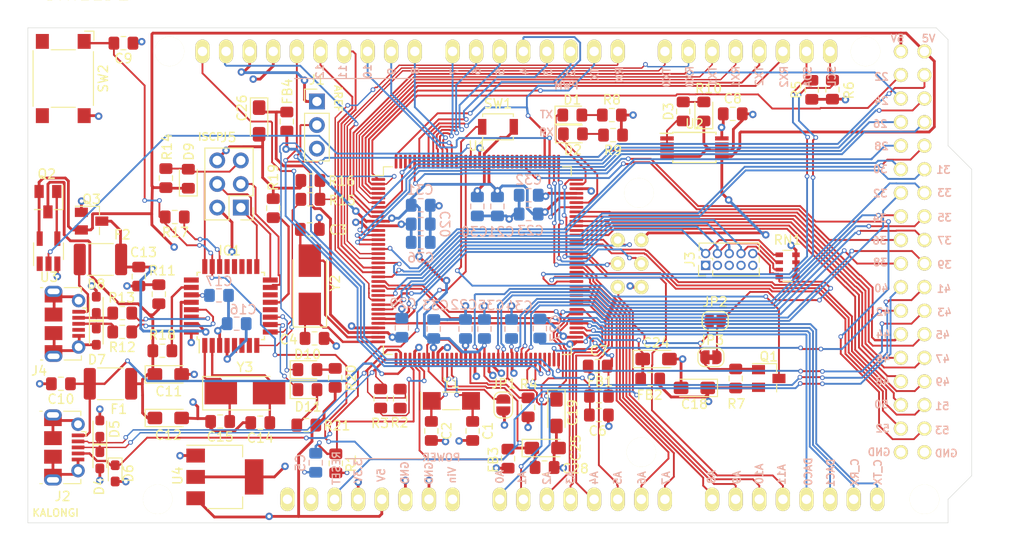
<source format=kicad_pcb>
(kicad_pcb (version 20171130) (host pcbnew "(5.1.5-0)")
  (layers (0 F.Cu signal hide) (1 In1.Cu power) (2 In2.Cu power) (31 B.Cu signal hide) (34 B.Paste user) (35 F.Paste user) (36 B.SilkS user) (37 F.SilkS user) (38 B.Mask user) (39 F.Mask user) (44 Edge.Cuts user))
  (net 0 "")
  (net 1 GND)
  (net 2 "Net-(C1-Pad1)")
  (net 3 "Net-(C2-Pad1)")
  (net 4 "Net-(C3-Pad1)")
  (net 5 "Net-(C4-Pad1)")
  (net 6 "Net-(C5-Pad1)")
  (net 7 "Net-(C6-Pad1)")
  (net 8 "Net-(C7-Pad1)")
  (net 9 +3V3)
  (net 10 /MCU/\ERASE_CMD)
  (net 11 /Connectors/XUSB)
  (net 12 /Connectors/USBVCC)
  (net 13 /Mega16U2/USBVCCU2)
  (net 14 /Mega16U2/XTAL2)
  (net 15 /Mega16U2/XTAL1)
  (net 16 +5V)
  (net 17 "Net-(C17-Pad1)")
  (net 18 /MCU/VDDOUT)
  (net 19 /MCU/VDDANA)
  (net 20 /MCU/VDDOUTMI)
  (net 21 /MCU/VDDPLL)
  (net 22 "Net-(D1-Pad2)")
  (net 23 /MCU/TXL)
  (net 24 "Net-(D2-Pad2)")
  (net 25 /MCU/RXL)
  (net 26 "Net-(D3-Pad2)")
  (net 27 /Connectors/D+)
  (net 28 /Connectors/D-)
  (net 29 /Connectors/UOTGID)
  (net 30 /Mega16U2/RD-_CONN)
  (net 31 /Mega16U2/RD+_CONN)
  (net 32 "Net-(D10-Pad2)")
  (net 33 /Mega16U2/TXL)
  (net 34 "Net-(D11-Pad2)")
  (net 35 /Mega16U2/RXL)
  (net 36 /Mega16U2/USBVCCU2_CONN)
  (net 37 /Mega16U2/RD-)
  (net 38 /Mega16U2/RD+)
  (net 39 "Net-(IC1-Pad26)")
  (net 40 "Net-(IC1-Pad25)")
  (net 41 /Mega16U2/RESET_CMD)
  (net 42 "Net-(IC1-Pad21)")
  (net 43 "Net-(IC1-Pad20)")
  (net 44 "Net-(IC1-Pad19)")
  (net 45 "Net-(IC1-Pad18)")
  (net 46 /Mega16U2/MISO)
  (net 47 /Mega16U2/MOSI)
  (net 48 /Mega16U2/SCK)
  (net 49 "Net-(IC1-Pad14)")
  (net 50 /Mega16U2/USB_BOOT_UNABLE)
  (net 51 "Net-(IC1-Pad12)")
  (net 52 /Mega16U2/16U2_TX)
  (net 53 /Connectors/TX)
  (net 54 "Net-(IC1-Pad7)")
  (net 55 "Net-(IC1-Pad6)")
  (net 56 "Net-(IC1-Pad5)")
  (net 57 AREF)
  (net 58 JTAG_RESET)
  (net 59 JTAG_TDI)
  (net 60 "Net-(J3-Pad7)")
  (net 61 JTAG_TD0)
  (net 62 JTAG_TCK)
  (net 63 JTAG_TMS)
  (net 64 "Net-(J4-Pad4)")
  (net 65 "Net-(JP1-Pad2)")
  (net 66 "Net-(Q1-Pad3)")
  (net 67 "Net-(Q2-Pad1)")
  (net 68 "Net-(R2-Pad1)")
  (net 69 "Net-(R3-Pad1)")
  (net 70 "Net-(R4-Pad2)")
  (net 71 SDA0-3)
  (net 72 SCL0-3)
  (net 73 "Net-(R10-Pad2)")
  (net 74 /Connectors/RX)
  (net 75 TXD0)
  (net 76 RXD0)
  (net 77 TXD1)
  (net 78 RXD1)
  (net 79 TXD2)
  (net 80 RXD2)
  (net 81 CANTX0)
  (net 82 CANRX0)
  (net 83 DAC1)
  (net 84 DAC0_CANRX1)
  (net 85 AD8)
  (net 86 AD7)
  (net 87 AD6)
  (net 88 AD9)
  (net 89 AD10)
  (net 90 AD11_TXD3)
  (net 91 AD5)
  (net 92 AD4)
  (net 93 AD3)
  (net 94 AD0)
  (net 95 AD1)
  (net 96 AD2)
  (net 97 PWM2)
  (net 98 PWM3)
  (net 99 SS1_PWM4)
  (net 100 PWM5)
  (net 101 PWM6)
  (net 102 PWM7)
  (net 103 PWM8)
  (net 104 PWM9)
  (net 105 SS0_PWM10)
  (net 106 PWM11)
  (net 107 PWM12)
  (net 108 PWM13)
  (net 109 PIN22)
  (net 110 PIN23)
  (net 111 PIN24)
  (net 112 PIN25)
  (net 113 PIN26)
  (net 114 PIN27)
  (net 115 PIN28)
  (net 116 PIN29)
  (net 117 PIN31)
  (net 118 PIN30)
  (net 119 PIN32)
  (net 120 PIN33)
  (net 121 PIN34)
  (net 122 PIN35)
  (net 123 PIN36)
  (net 124 PIN37)
  (net 125 PIN38)
  (net 126 PIN39)
  (net 127 PIN40)
  (net 128 PIN41)
  (net 129 PIN42)
  (net 130 PIN43)
  (net 131 PIN44)
  (net 132 PIN45)
  (net 133 PIN46)
  (net 134 PIN47)
  (net 135 PIN48)
  (net 136 PIN49)
  (net 137 PIN50)
  (net 138 PIN51)
  (net 139 AD14_RXD3)
  (net 140 CANTX1_I0)
  (net 141 MISO)
  (net 142 SCK)
  (net 143 MOSI)
  (net 144 SDA1)
  (net 145 SCL1)
  (net 146 "Net-(U1-Pad143)")
  (net 147 "Net-(U1-Pad142)")
  (net 148 "Net-(U1-Pad141)")
  (net 149 "Net-(U1-Pad138)")
  (net 150 "Net-(U1-Pad131)")
  (net 151 /MCU/UOTGVBOF)
  (net 152 "Net-(U1-Pad127)")
  (net 153 "Net-(U1-Pad123)")
  (net 154 "Net-(U1-Pad122)")
  (net 155 "Net-(U1-Pad121)")
  (net 156 "Net-(U1-Pad120)")
  (net 157 "Net-(U1-Pad119)")
  (net 158 "Net-(U1-Pad118)")
  (net 159 "Net-(U1-Pad117)")
  (net 160 "Net-(U1-Pad115)")
  (net 161 "Net-(U1-Pad114)")
  (net 162 "Net-(U1-Pad113)")
  (net 163 "Net-(U1-Pad93)")
  (net 164 "Net-(U1-Pad69)")
  (net 165 "Net-(U1-Pad50)")
  (net 166 "Net-(U1-Pad25)")
  (net 167 "Net-(U2-Pad7)")
  (net 168 "Net-(D9-Pad2)")
  (net 169 "Net-(SHIELD1-PadV_IN)")
  (module Connector_PinHeader_1.27mm:PinHeader_2x05_P1.27mm_Vertical (layer F.Cu) (at 221.4245 77.2795 90)
    (fp_text reference J3 (at 0.635 -1.695 90) (layer F.SilkS))
    (fp_text value Conn_02x05_Odd_Even)
    (pad 10 thru_hole oval (at 1.27 5.08 90) (size 1 1) (drill 0.65) (layers *.Cu *.Mask) (net 58 JTAG_RESET))
    (pad 9 thru_hole oval (at 0 5.08 90) (size 1 1) (drill 0.65) (layers *.Cu *.Mask) (net 1 GND))
    (pad 8 thru_hole oval (at 1.27 3.81 90) (size 1 1) (drill 0.65) (layers *.Cu *.Mask) (net 59 JTAG_TDI))
    (pad 7 thru_hole oval (at 0 3.81 90) (size 1 1) (drill 0.65) (layers *.Cu *.Mask) (net 60 "Net-(J3-Pad7)"))
    (pad 6 thru_hole oval (at 1.27 2.54 90) (size 1 1) (drill 0.65) (layers *.Cu *.Mask) (net 61 JTAG_TD0))
    (pad 5 thru_hole oval (at 0 2.54 90) (size 1 1) (drill 0.65) (layers *.Cu *.Mask) (net 1 GND))
    (pad 4 thru_hole oval (at 1.27 1.27 90) (size 1 1) (drill 0.65) (layers *.Cu *.Mask) (net 62 JTAG_TCK))
    (pad 3 thru_hole oval (at 0 1.27 90) (size 1 1) (drill 0.65) (layers *.Cu *.Mask) (net 1 GND))
    (pad 2 thru_hole oval (at 1.27 0 90) (size 1 1) (drill 0.65) (layers *.Cu *.Mask) (net 63 JTAG_TMS))
    (pad 1 thru_hole rect (at 0 0 90) (size 1 1) (drill 0.65) (layers *.Cu *.Mask) (net 9 +3V3))
  )
  (module EtherDue:ARDUINO_DUE_SHIELD (layer F.Cu) (at 148.463 105.029)
    (fp_text reference SHIELD1 (at 6.35 -57.15) (layer F.SilkS) (effects (font (size 1.524 1.524) (thickness 0.3048))))
    (fp_text value "ARDUINO_DUE_SHIELD - SPI" hide)
    (pad 14 thru_hole oval (at 68.58 -50.8 90) (size 2.54 1.524) (drill 1.016) (layers *.Cu *.Mask F.SilkS) (net 75 TXD0))
    (pad 15 thru_hole oval (at 71.12 -50.8 90) (size 2.54 1.524) (drill 1.016) (layers *.Cu *.Mask F.SilkS) (net 76 RXD0))
    (pad 16 thru_hole oval (at 73.66 -50.8 90) (size 2.54 1.524) (drill 1.016) (layers *.Cu *.Mask F.SilkS) (net 77 TXD1))
    (pad 17 thru_hole oval (at 76.2 -50.8 90) (size 2.54 1.524) (drill 1.016) (layers *.Cu *.Mask F.SilkS) (net 78 RXD1))
    (pad 18 thru_hole oval (at 78.74 -50.8 90) (size 2.54 1.524) (drill 1.016) (layers *.Cu *.Mask F.SilkS) (net 79 TXD2))
    (pad 19 thru_hole oval (at 81.28 -50.8 90) (size 2.54 1.524) (drill 1.016) (layers *.Cu *.Mask F.SilkS) (net 80 RXD2))
    (pad 20 thru_hole oval (at 83.82 -50.8 90) (size 2.54 1.524) (drill 1.016) (layers *.Cu *.Mask F.SilkS) (net 71 SDA0-3))
    (pad 21 thru_hole oval (at 86.36 -50.8 90) (size 2.54 1.524) (drill 1.016) (layers *.Cu *.Mask F.SilkS) (net 72 SCL0-3))
    (pad C_TX thru_hole oval (at 91.44 -2.54 90) (size 2.54 1.524) (drill 1.016) (layers *.Cu *.Mask F.SilkS) (net 81 CANTX0))
    (pad C_RX thru_hole oval (at 88.9 -2.54 90) (size 2.54 1.524) (drill 1.016) (layers *.Cu *.Mask F.SilkS) (net 82 CANRX0))
    (pad DAC1 thru_hole oval (at 86.36 -2.54 90) (size 2.54 1.524) (drill 1.016) (layers *.Cu *.Mask F.SilkS) (net 83 DAC1))
    (pad DAC0 thru_hole oval (at 83.82 -2.54 90) (size 2.54 1.524) (drill 1.016) (layers *.Cu *.Mask F.SilkS) (net 84 DAC0_CANRX1))
    (pad AD8 thru_hole oval (at 73.66 -2.54 90) (size 2.54 1.524) (drill 1.016) (layers *.Cu *.Mask F.SilkS) (net 85 AD8))
    (pad AD7 thru_hole oval (at 68.58 -2.54 90) (size 2.54 1.524) (drill 1.016) (layers *.Cu *.Mask F.SilkS) (net 86 AD7))
    (pad AD6 thru_hole oval (at 66.04 -2.54 90) (size 2.54 1.524) (drill 1.016) (layers *.Cu *.Mask F.SilkS) (net 87 AD6))
    (pad AD9 thru_hole oval (at 76.2 -2.54 90) (size 2.54 1.524) (drill 1.016) (layers *.Cu *.Mask F.SilkS) (net 88 AD9))
    (pad AD10 thru_hole oval (at 78.74 -2.54 90) (size 2.54 1.524) (drill 1.016) (layers *.Cu *.Mask F.SilkS) (net 89 AD10))
    (pad AD11 thru_hole oval (at 81.28 -2.54 90) (size 2.54 1.524) (drill 1.016) (layers *.Cu *.Mask F.SilkS) (net 90 AD11_TXD3))
    (pad AD5 thru_hole oval (at 63.5 -2.54 90) (size 2.54 1.524) (drill 1.016) (layers *.Cu *.Mask F.SilkS) (net 91 AD5))
    (pad AD4 thru_hole oval (at 60.96 -2.54 90) (size 2.54 1.524) (drill 1.016) (layers *.Cu *.Mask F.SilkS) (net 92 AD4))
    (pad AD3 thru_hole oval (at 58.42 -2.54 90) (size 2.54 1.524) (drill 1.016) (layers *.Cu *.Mask F.SilkS) (net 93 AD3))
    (pad AD0 thru_hole oval (at 50.8 -2.54 90) (size 2.54 1.524) (drill 1.016) (layers *.Cu *.Mask F.SilkS) (net 94 AD0))
    (pad AD1 thru_hole oval (at 53.34 -2.54 90) (size 2.54 1.524) (drill 1.016) (layers *.Cu *.Mask F.SilkS) (net 95 AD1))
    (pad AD2 thru_hole oval (at 55.88 -2.54 90) (size 2.54 1.524) (drill 1.016) (layers *.Cu *.Mask F.SilkS) (net 96 AD2))
    (pad V_IN thru_hole oval (at 45.72 -2.54 90) (size 2.54 1.524) (drill 1.016) (layers *.Cu *.Mask F.SilkS) (net 169 "Net-(SHIELD1-PadV_IN)"))
    (pad GND2 thru_hole oval (at 43.18 -2.54 90) (size 2.54 1.524) (drill 1.016) (layers *.Cu *.Mask F.SilkS) (net 1 GND))
    (pad GND1 thru_hole oval (at 40.64 -2.54 90) (size 2.54 1.524) (drill 1.016) (layers *.Cu *.Mask F.SilkS) (net 1 GND))
    (pad 3V3 thru_hole oval (at 35.56 -2.54 90) (size 2.54 1.524) (drill 1.016) (layers *.Cu *.Mask F.SilkS) (net 9 +3V3))
    (pad RST thru_hole oval (at 33.02 -2.54 90) (size 2.54 1.524) (drill 1.016) (layers *.Cu *.Mask F.SilkS) (net 10 /MCU/\ERASE_CMD))
    (pad 0 thru_hole oval (at 63.5 -50.8 90) (size 2.54 1.524) (drill 1.016) (layers *.Cu *.Mask F.SilkS) (net 74 /Connectors/RX))
    (pad 1 thru_hole oval (at 60.96 -50.8 90) (size 2.54 1.524) (drill 1.016) (layers *.Cu *.Mask F.SilkS) (net 53 /Connectors/TX))
    (pad 2 thru_hole oval (at 58.42 -50.8 90) (size 2.54 1.524) (drill 1.016) (layers *.Cu *.Mask F.SilkS) (net 97 PWM2))
    (pad 3 thru_hole oval (at 55.88 -50.8 90) (size 2.54 1.524) (drill 1.016) (layers *.Cu *.Mask F.SilkS) (net 98 PWM3))
    (pad 4 thru_hole oval (at 53.34 -50.8 90) (size 2.54 1.524) (drill 1.016) (layers *.Cu *.Mask F.SilkS) (net 99 SS1_PWM4))
    (pad 5 thru_hole oval (at 50.8 -50.8 90) (size 2.54 1.524) (drill 1.016) (layers *.Cu *.Mask F.SilkS) (net 100 PWM5))
    (pad 6 thru_hole oval (at 48.26 -50.8 90) (size 2.54 1.524) (drill 1.016) (layers *.Cu *.Mask F.SilkS) (net 101 PWM6))
    (pad 7 thru_hole oval (at 45.72 -50.8 90) (size 2.54 1.524) (drill 1.016) (layers *.Cu *.Mask F.SilkS) (net 102 PWM7))
    (pad 8 thru_hole oval (at 41.656 -50.8 90) (size 2.54 1.524) (drill 1.016) (layers *.Cu *.Mask F.SilkS) (net 103 PWM8))
    (pad 9 thru_hole oval (at 39.116 -50.8 90) (size 2.54 1.524) (drill 1.016) (layers *.Cu *.Mask F.SilkS) (net 104 PWM9))
    (pad 10 thru_hole oval (at 36.576 -50.8 90) (size 2.54 1.524) (drill 1.016) (layers *.Cu *.Mask F.SilkS) (net 105 SS0_PWM10))
    (pad 11 thru_hole oval (at 34.036 -50.8 90) (size 2.54 1.524) (drill 1.016) (layers *.Cu *.Mask F.SilkS) (net 106 PWM11))
    (pad 12 thru_hole oval (at 31.496 -50.8 90) (size 2.54 1.524) (drill 1.016) (layers *.Cu *.Mask F.SilkS) (net 107 PWM12))
    (pad 13 thru_hole oval (at 28.956 -50.8 90) (size 2.54 1.524) (drill 1.016) (layers *.Cu *.Mask F.SilkS) (net 108 PWM13))
    (pad GND3 thru_hole oval (at 26.416 -50.8 90) (size 2.54 1.524) (drill 1.016) (layers *.Cu *.Mask F.SilkS) (net 1 GND))
    (pad AREF thru_hole oval (at 23.876 -50.8 90) (size 2.54 1.524) (drill 1.016) (layers *.Cu *.Mask F.SilkS) (net 57 AREF))
    (pad 5V thru_hole oval (at 38.1 -2.54 90) (size 2.54 1.524) (drill 1.016) (layers *.Cu *.Mask F.SilkS) (net 16 +5V))
    (pad "" np_thru_hole circle (at 96.52 -2.54 90) (size 3.175 3.175) (drill 3.175) (layers *.Cu *.Mask F.SilkS))
    (pad "" np_thru_hole circle (at 90.17 -50.8 90) (size 3.175 3.175) (drill 3.175) (layers *.Cu *.Mask F.SilkS))
    (pad "" np_thru_hole circle (at 15.24 -50.8 90) (size 3.175 3.175) (drill 3.175) (layers *.Cu *.Mask F.SilkS))
    (pad "" np_thru_hole circle (at 13.97 -2.54 90) (size 3.175 3.175) (drill 3.175) (layers *.Cu *.Mask F.SilkS))
    (pad 22 thru_hole circle (at 93.98 -48.26) (size 1.524 1.524) (drill 1.016) (layers *.Cu *.Mask F.SilkS) (net 109 PIN22))
    (pad 23 thru_hole circle (at 96.52 -48.26) (size 1.524 1.524) (drill 1.016) (layers *.Cu *.Mask F.SilkS) (net 110 PIN23))
    (pad 24 thru_hole circle (at 93.98 -45.72) (size 1.524 1.524) (drill 1.016) (layers *.Cu *.Mask F.SilkS) (net 111 PIN24))
    (pad 25 thru_hole circle (at 96.52 -45.72) (size 1.524 1.524) (drill 1.016) (layers *.Cu *.Mask F.SilkS) (net 112 PIN25))
    (pad 26 thru_hole circle (at 93.98 -43.18) (size 1.524 1.524) (drill 1.016) (layers *.Cu *.Mask F.SilkS) (net 113 PIN26))
    (pad 27 thru_hole circle (at 96.52 -43.18) (size 1.524 1.524) (drill 1.016) (layers *.Cu *.Mask F.SilkS) (net 114 PIN27))
    (pad 28 thru_hole circle (at 93.98 -40.64) (size 1.524 1.524) (drill 1.016) (layers *.Cu *.Mask F.SilkS) (net 115 PIN28))
    (pad 29 thru_hole circle (at 96.52 -40.64) (size 1.524 1.524) (drill 1.016) (layers *.Cu *.Mask F.SilkS) (net 116 PIN29))
    (pad 5V_4 thru_hole circle (at 93.98 -50.8) (size 1.524 1.524) (drill 1.016) (layers *.Cu *.Mask F.SilkS) (net 16 +5V))
    (pad 5V_5 thru_hole circle (at 96.52 -50.8) (size 1.524 1.524) (drill 1.016) (layers *.Cu *.Mask F.SilkS) (net 16 +5V))
    (pad 31 thru_hole circle (at 96.52 -38.1) (size 1.524 1.524) (drill 1.016) (layers *.Cu *.Mask F.SilkS) (net 117 PIN31))
    (pad 30 thru_hole circle (at 93.98 -38.1) (size 1.524 1.524) (drill 1.016) (layers *.Cu *.Mask F.SilkS) (net 118 PIN30))
    (pad 32 thru_hole circle (at 93.98 -35.56) (size 1.524 1.524) (drill 1.016) (layers *.Cu *.Mask F.SilkS) (net 119 PIN32))
    (pad 33 thru_hole circle (at 96.52 -35.56) (size 1.524 1.524) (drill 1.016) (layers *.Cu *.Mask F.SilkS) (net 120 PIN33))
    (pad 34 thru_hole circle (at 93.98 -33.02) (size 1.524 1.524) (drill 1.016) (layers *.Cu *.Mask F.SilkS) (net 121 PIN34))
    (pad 35 thru_hole circle (at 96.52 -33.02) (size 1.524 1.524) (drill 1.016) (layers *.Cu *.Mask F.SilkS) (net 122 PIN35))
    (pad 36 thru_hole circle (at 93.98 -30.48) (size 1.524 1.524) (drill 1.016) (layers *.Cu *.Mask F.SilkS) (net 123 PIN36))
    (pad 37 thru_hole circle (at 96.52 -30.48) (size 1.524 1.524) (drill 1.016) (layers *.Cu *.Mask F.SilkS) (net 124 PIN37))
    (pad 38 thru_hole circle (at 93.98 -27.94) (size 1.524 1.524) (drill 1.016) (layers *.Cu *.Mask F.SilkS) (net 125 PIN38))
    (pad 39 thru_hole circle (at 96.52 -27.94) (size 1.524 1.524) (drill 1.016) (layers *.Cu *.Mask F.SilkS) (net 126 PIN39))
    (pad 40 thru_hole circle (at 93.98 -25.4) (size 1.524 1.524) (drill 1.016) (layers *.Cu *.Mask F.SilkS) (net 127 PIN40))
    (pad 41 thru_hole circle (at 96.52 -25.4) (size 1.524 1.524) (drill 1.016) (layers *.Cu *.Mask F.SilkS) (net 128 PIN41))
    (pad 42 thru_hole circle (at 93.98 -22.86) (size 1.524 1.524) (drill 1.016) (layers *.Cu *.Mask F.SilkS) (net 129 PIN42))
    (pad 43 thru_hole circle (at 96.52 -22.86) (size 1.524 1.524) (drill 1.016) (layers *.Cu *.Mask F.SilkS) (net 130 PIN43))
    (pad 44 thru_hole circle (at 93.98 -20.32) (size 1.524 1.524) (drill 1.016) (layers *.Cu *.Mask F.SilkS) (net 131 PIN44))
    (pad 45 thru_hole circle (at 96.52 -20.32) (size 1.524 1.524) (drill 1.016) (layers *.Cu *.Mask F.SilkS) (net 132 PIN45))
    (pad 46 thru_hole circle (at 93.98 -17.78) (size 1.524 1.524) (drill 1.016) (layers *.Cu *.Mask F.SilkS) (net 133 PIN46))
    (pad 47 thru_hole circle (at 96.52 -17.78) (size 1.524 1.524) (drill 1.016) (layers *.Cu *.Mask F.SilkS) (net 134 PIN47))
    (pad 48 thru_hole circle (at 93.98 -15.24) (size 1.524 1.524) (drill 1.016) (layers *.Cu *.Mask F.SilkS) (net 135 PIN48))
    (pad 49 thru_hole circle (at 96.52 -15.24) (size 1.524 1.524) (drill 1.016) (layers *.Cu *.Mask F.SilkS) (net 136 PIN49))
    (pad 50 thru_hole circle (at 93.98 -12.7) (size 1.524 1.524) (drill 1.016) (layers *.Cu *.Mask F.SilkS) (net 137 PIN50))
    (pad 51 thru_hole circle (at 96.52 -12.7) (size 1.524 1.524) (drill 1.016) (layers *.Cu *.Mask F.SilkS) (net 138 PIN51))
    (pad 52 thru_hole circle (at 93.98 -10.16) (size 1.524 1.524) (drill 1.016) (layers *.Cu *.Mask F.SilkS) (net 139 AD14_RXD3))
    (pad 53 thru_hole circle (at 96.52 -10.16) (size 1.524 1.524) (drill 1.016) (layers *.Cu *.Mask F.SilkS) (net 140 CANTX1_I0))
    (pad GND4 thru_hole circle (at 93.98 -7.62) (size 1.524 1.524) (drill 1.016) (layers *.Cu *.Mask F.SilkS) (net 1 GND))
    (pad GND5 thru_hole circle (at 96.52 -7.62) (size 1.524 1.524) (drill 1.016) (layers *.Cu *.Mask F.SilkS) (net 1 GND))
    (pad SP1 thru_hole circle (at 63.5 -30.48) (size 1.524 1.524) (drill 0.8128) (layers *.Cu *.Mask F.SilkS) (net 141 MISO))
    (pad SP2 thru_hole circle (at 66.04 -30.48) (size 1.524 1.524) (drill 0.8128) (layers *.Cu *.Mask F.SilkS) (net 16 +5V))
    (pad SP3 thru_hole circle (at 63.5 -27.94) (size 1.524 1.524) (drill 0.8128) (layers *.Cu *.Mask F.SilkS) (net 142 SCK))
    (pad SP4 thru_hole circle (at 66.04 -27.94) (size 1.524 1.524) (drill 0.8128) (layers *.Cu *.Mask F.SilkS) (net 143 MOSI))
    (pad SP5 thru_hole circle (at 63.5 -25.4) (size 1.524 1.524) (drill 0.8128) (layers *.Cu *.Mask F.SilkS) (net 10 /MCU/\ERASE_CMD))
    (pad SP6 thru_hole circle (at 66.04 -25.4) (size 1.524 1.524) (drill 0.8128) (layers *.Cu *.Mask F.SilkS) (net 1 GND))
    (pad "" np_thru_hole circle (at 65.786 -35.56) (size 3.175 3.175) (drill 3.175) (layers *.Cu *.Mask F.SilkS))
    (pad "" np_thru_hole circle (at 66.04 -7.62) (size 3.175 3.175) (drill 3.175) (layers *.Cu *.Mask F.SilkS))
    (pad IO_R thru_hole oval (at 30.48 -2.54 90) (size 2.54 1.524) (drill 1.016) (layers *.Cu *.Mask F.SilkS) (net 9 +3V3))
    (pad NC thru_hole oval (at 27.94 -2.54 90) (size 2.54 1.524) (drill 1.016) (layers *.Cu *.Mask F.SilkS))
    (pad SDA1 thru_hole oval (at 21.336 -50.8 90) (size 2.54 1.524) (drill 1.016) (layers *.Cu *.Mask F.SilkS) (net 144 SDA1))
    (pad SCL1 thru_hole oval (at 18.796 -50.8 90) (size 2.54 1.524) (drill 1.016) (layers *.Cu *.Mask F.SilkS) (net 145 SCL1))
  )
  (module Diode_SMD:D_0805_2012Metric_Pad1.15x1.40mm_HandSolder (layer F.Cu) (at 165.735 67.945 90)
    (fp_text reference D9 (at 2.921 0.0635 90) (layer F.SilkS))
    (fp_text value D)
    (pad 2 smd roundrect (at 1.025 0 90) (size 1.15 1.4) (layers F.Cu F.Paste F.Mask) (roundrect_rratio 0.217391) (net 168 "Net-(D9-Pad2)"))
    (pad 1 smd roundrect (at -1.025 0 90) (size 1.15 1.4) (layers F.Cu F.Paste F.Mask) (roundrect_rratio 0.217391) (net 16 +5V))
  )
  (module Crystal:Crystal_SMD_5032-2Pin_5.0x3.2mm_HandSoldering (layer F.Cu) (at 171.831 91.059)
    (fp_text reference Y3 (at 0 -2.8) (layer F.SilkS))
    (fp_text value "TXC 7A 12MHz 18pf")
    (pad 2 smd rect (at 2.6 0) (size 3.5 2.4) (layers F.Cu F.Paste F.Mask) (net 14 /Mega16U2/XTAL2))
    (pad 1 smd rect (at -2.6 0) (size 3.5 2.4) (layers F.Cu F.Paste F.Mask) (net 15 /Mega16U2/XTAL1))
  )
  (module Crystal:Crystal_SMD_5032-2Pin_5.0x3.2mm_HandSoldering (layer F.Cu) (at 178.816 79.375 90)
    (fp_text reference Y2 (at 0.1905 2.7305 90) (layer F.SilkS))
    (fp_text value "TXC 7A 12MHz 18pf")
    (pad 2 smd rect (at 2.6 0 90) (size 3.5 2.4) (layers F.Cu F.Paste F.Mask) (net 4 "Net-(C3-Pad1)"))
    (pad 1 smd rect (at -2.6 0 90) (size 3.5 2.4) (layers F.Cu F.Paste F.Mask) (net 5 "Net-(C4-Pad1)"))
  )
  (module Crystal:Crystal_SMD_MicroCrystal_CC5V-T1A-2Pin_4.1x1.5mm_HandSoldering (layer F.Cu) (at 194.056 91.8845)
    (fp_text reference Y1 (at 0 -1.95) (layer F.SilkS))
    (fp_text value "ABS07L 32.768kHz")
    (pad 2 smd rect (at 2.1125 0) (size 1.925 1.9) (layers F.Cu F.Paste F.Mask) (net 2 "Net-(C1-Pad1)"))
    (pad 1 smd rect (at -2.1125 0) (size 1.925 1.9) (layers F.Cu F.Paste F.Mask) (net 3 "Net-(C2-Pad1)"))
  )
  (module Package_TO_SOT_SMD:SOT-223-3_TabPin2 (layer F.Cu) (at 169.672 100.076)
    (fp_text reference U4 (at -5.08 -0.127 90) (layer F.SilkS))
    (fp_text value NCP1117ST33T3G)
    (pad 1 smd rect (at -3.15 -2.3) (size 2 1.5) (layers F.Cu F.Paste F.Mask) (net 1 GND))
    (pad 3 smd rect (at -3.15 2.3) (size 2 1.5) (layers F.Cu F.Paste F.Mask) (net 16 +5V))
    (pad 2 smd rect (at -3.15 0) (size 2 1.5) (layers F.Cu F.Paste F.Mask) (net 9 +3V3))
    (pad 2 smd rect (at 3.15 0) (size 2 3.8) (layers F.Cu F.Paste F.Mask) (net 9 +3V3))
  )
  (module Package_TO_SOT_SMD:SOT-23-5_HandSoldering (layer F.Cu) (at 150.6855 75.7555 90)
    (fp_text reference U3 (at -2.794 0.0635 180) (layer F.SilkS))
    (fp_text value 74LVC1G04)
    (pad 5 smd rect (at 1.35 -0.95 90) (size 1.56 0.65) (layers F.Cu F.Paste F.Mask) (net 16 +5V))
    (pad 4 smd rect (at 1.35 0.95 90) (size 1.56 0.65) (layers F.Cu F.Paste F.Mask) (net 67 "Net-(Q2-Pad1)"))
    (pad 3 smd rect (at -1.35 0.95 90) (size 1.56 0.65) (layers F.Cu F.Paste F.Mask) (net 1 GND))
    (pad 2 smd rect (at -1.35 0 90) (size 1.56 0.65) (layers F.Cu F.Paste F.Mask) (net 151 /MCU/UOTGVBOF))
    (pad 1 smd rect (at -1.35 -0.95 90) (size 1.56 0.65) (layers F.Cu F.Paste F.Mask))
  )
  (module Package_SO:TSSOP-8_4.4x3mm_P0.65mm (layer F.Cu) (at 220.218 64.5795)
    (fp_text reference U2 (at 0 -2.55) (layer F.SilkS))
    (fp_text value LM358)
    (pad 8 smd rect (at 2.95 -0.975) (size 1.45 0.45) (layers F.Cu F.Paste F.Mask) (net 9 +3V3))
    (pad 7 smd rect (at 2.95 -0.325) (size 1.45 0.45) (layers F.Cu F.Paste F.Mask) (net 167 "Net-(U2-Pad7)"))
    (pad 6 smd rect (at 2.95 0.325) (size 1.45 0.45) (layers F.Cu F.Paste F.Mask) (net 1 GND))
    (pad 5 smd rect (at 2.95 0.975) (size 1.45 0.45) (layers F.Cu F.Paste F.Mask) (net 16 +5V))
    (pad 4 smd rect (at -2.95 0.975) (size 1.45 0.45) (layers F.Cu F.Paste F.Mask) (net 1 GND))
    (pad 3 smd rect (at -2.95 0.325) (size 1.45 0.45) (layers F.Cu F.Paste F.Mask) (net 108 PWM13))
    (pad 2 smd rect (at -2.95 -0.325) (size 1.45 0.45) (layers F.Cu F.Paste F.Mask) (net 73 "Net-(R10-Pad2)"))
    (pad 1 smd rect (at -2.95 -0.975) (size 1.45 0.45) (layers F.Cu F.Paste F.Mask) (net 73 "Net-(R10-Pad2)"))
  )
  (module Package_QFP:LQFP-144_20x20mm_P0.5mm (layer F.Cu) (at 196.85 76.7715)
    (fp_text reference U1 (at 0 -12.35) (layer F.SilkS))
    (fp_text value ATSAM3X8E)
    (pad 144 smd roundrect (at -8.75 -10.6625) (size 0.3 1.475) (layers F.Cu F.Paste F.Mask) (net 97 PWM2))
    (pad 143 smd roundrect (at -8.25 -10.6625) (size 0.3 1.475) (layers F.Cu F.Paste F.Mask) (net 146 "Net-(U1-Pad143)"))
    (pad 142 smd roundrect (at -7.75 -10.6625) (size 0.3 1.475) (layers F.Cu F.Paste F.Mask) (net 147 "Net-(U1-Pad142)"))
    (pad 141 smd roundrect (at -7.25 -10.6625) (size 0.3 1.475) (layers F.Cu F.Paste F.Mask) (net 148 "Net-(U1-Pad141)"))
    (pad 140 smd roundrect (at -6.75 -10.6625) (size 0.3 1.475) (layers F.Cu F.Paste F.Mask) (net 140 CANTX1_I0))
    (pad 139 smd roundrect (at -6.25 -10.6625) (size 0.3 1.475) (layers F.Cu F.Paste F.Mask) (net 98 PWM3))
    (pad 138 smd roundrect (at -5.75 -10.6625) (size 0.3 1.475) (layers F.Cu F.Paste F.Mask) (net 149 "Net-(U1-Pad138)"))
    (pad 137 smd roundrect (at -5.25 -10.6625) (size 0.3 1.475) (layers F.Cu F.Paste F.Mask) (net 99 SS1_PWM4))
    (pad 136 smd roundrect (at -4.75 -10.6625) (size 0.3 1.475) (layers F.Cu F.Paste F.Mask) (net 100 PWM5))
    (pad 135 smd roundrect (at -4.25 -10.6625) (size 0.3 1.475) (layers F.Cu F.Paste F.Mask) (net 101 PWM6))
    (pad 134 smd roundrect (at -3.75 -10.6625) (size 0.3 1.475) (layers F.Cu F.Paste F.Mask) (net 102 PWM7))
    (pad 133 smd roundrect (at -3.25 -10.6625) (size 0.3 1.475) (layers F.Cu F.Paste F.Mask) (net 103 PWM8))
    (pad 132 smd roundrect (at -2.75 -10.6625) (size 0.3 1.475) (layers F.Cu F.Paste F.Mask) (net 104 PWM9))
    (pad 131 smd roundrect (at -2.25 -10.6625) (size 0.3 1.475) (layers F.Cu F.Paste F.Mask) (net 150 "Net-(U1-Pad131)"))
    (pad 130 smd roundrect (at -1.75 -10.6625) (size 0.3 1.475) (layers F.Cu F.Paste F.Mask) (net 66 "Net-(Q1-Pad3)"))
    (pad 129 smd roundrect (at -1.25 -10.6625) (size 0.3 1.475) (layers F.Cu F.Paste F.Mask) (net 29 /Connectors/UOTGID))
    (pad 128 smd roundrect (at -0.75 -10.6625) (size 0.3 1.475) (layers F.Cu F.Paste F.Mask) (net 151 /MCU/UOTGVBOF))
    (pad 127 smd roundrect (at -0.25 -10.6625) (size 0.3 1.475) (layers F.Cu F.Paste F.Mask) (net 152 "Net-(U1-Pad127)"))
    (pad 126 smd roundrect (at 0.25 -10.6625) (size 0.3 1.475) (layers F.Cu F.Paste F.Mask) (net 1 GND))
    (pad 125 smd roundrect (at 0.75 -10.6625) (size 0.3 1.475) (layers F.Cu F.Paste F.Mask) (net 9 +3V3))
    (pad 124 smd roundrect (at 1.25 -10.6625) (size 0.3 1.475) (layers F.Cu F.Paste F.Mask) (net 18 /MCU/VDDOUT))
    (pad 123 smd roundrect (at 1.75 -10.6625) (size 0.3 1.475) (layers F.Cu F.Paste F.Mask) (net 153 "Net-(U1-Pad123)"))
    (pad 122 smd roundrect (at 2.25 -10.6625) (size 0.3 1.475) (layers F.Cu F.Paste F.Mask) (net 154 "Net-(U1-Pad122)"))
    (pad 121 smd roundrect (at 2.75 -10.6625) (size 0.3 1.475) (layers F.Cu F.Paste F.Mask) (net 155 "Net-(U1-Pad121)"))
    (pad 120 smd roundrect (at 3.25 -10.6625) (size 0.3 1.475) (layers F.Cu F.Paste F.Mask) (net 156 "Net-(U1-Pad120)"))
    (pad 119 smd roundrect (at 3.75 -10.6625) (size 0.3 1.475) (layers F.Cu F.Paste F.Mask) (net 157 "Net-(U1-Pad119)"))
    (pad 118 smd roundrect (at 4.25 -10.6625) (size 0.3 1.475) (layers F.Cu F.Paste F.Mask) (net 158 "Net-(U1-Pad118)"))
    (pad 117 smd roundrect (at 4.75 -10.6625) (size 0.3 1.475) (layers F.Cu F.Paste F.Mask) (net 159 "Net-(U1-Pad117)"))
    (pad 116 smd roundrect (at 5.25 -10.6625) (size 0.3 1.475) (layers F.Cu F.Paste F.Mask) (net 123 PIN36))
    (pad 115 smd roundrect (at 5.75 -10.6625) (size 0.3 1.475) (layers F.Cu F.Paste F.Mask) (net 160 "Net-(U1-Pad115)"))
    (pad 114 smd roundrect (at 6.25 -10.6625) (size 0.3 1.475) (layers F.Cu F.Paste F.Mask) (net 161 "Net-(U1-Pad114)"))
    (pad 113 smd roundrect (at 6.75 -10.6625) (size 0.3 1.475) (layers F.Cu F.Paste F.Mask) (net 162 "Net-(U1-Pad113)"))
    (pad 112 smd roundrect (at 7.25 -10.6625) (size 0.3 1.475) (layers F.Cu F.Paste F.Mask) (net 99 SS1_PWM4))
    (pad 111 smd roundrect (at 7.75 -10.6625) (size 0.3 1.475) (layers F.Cu F.Paste F.Mask) (net 105 SS0_PWM10))
    (pad 110 smd roundrect (at 8.25 -10.6625) (size 0.3 1.475) (layers F.Cu F.Paste F.Mask) (net 142 SCK))
    (pad 109 smd roundrect (at 8.75 -10.6625) (size 0.3 1.475) (layers F.Cu F.Paste F.Mask) (net 143 MOSI))
    (pad 108 smd roundrect (at 10.6625 -8.75) (size 1.475 0.3) (layers F.Cu F.Paste F.Mask) (net 141 MISO))
    (pad 107 smd roundrect (at 10.6625 -8.25) (size 1.475 0.3) (layers F.Cu F.Paste F.Mask) (net 23 /MCU/TXL))
    (pad 106 smd roundrect (at 10.6625 -7.75) (size 1.475 0.3) (layers F.Cu F.Paste F.Mask) (net 1 GND))
    (pad 105 smd roundrect (at 10.6625 -7.25) (size 1.475 0.3) (layers F.Cu F.Paste F.Mask) (net 9 +3V3))
    (pad 104 smd roundrect (at 10.6625 -6.75) (size 1.475 0.3) (layers F.Cu F.Paste F.Mask) (net 18 /MCU/VDDOUT))
    (pad 103 smd roundrect (at 10.6625 -6.25) (size 1.475 0.3) (layers F.Cu F.Paste F.Mask) (net 25 /MCU/RXL))
    (pad 102 smd roundrect (at 10.6625 -5.75) (size 1.475 0.3) (layers F.Cu F.Paste F.Mask) (net 105 SS0_PWM10))
    (pad 101 smd roundrect (at 10.6625 -5.25) (size 1.475 0.3) (layers F.Cu F.Paste F.Mask) (net 131 PIN44))
    (pad 100 smd roundrect (at 10.6625 -4.75) (size 1.475 0.3) (layers F.Cu F.Paste F.Mask) (net 132 PIN45))
    (pad 99 smd roundrect (at 10.6625 -4.25) (size 1.475 0.3) (layers F.Cu F.Paste F.Mask) (net 133 PIN46))
    (pad 98 smd roundrect (at 10.6625 -3.75) (size 1.475 0.3) (layers F.Cu F.Paste F.Mask) (net 134 PIN47))
    (pad 97 smd roundrect (at 10.6625 -3.25) (size 1.475 0.3) (layers F.Cu F.Paste F.Mask) (net 135 PIN48))
    (pad 96 smd roundrect (at 10.6625 -2.75) (size 1.475 0.3) (layers F.Cu F.Paste F.Mask) (net 136 PIN49))
    (pad 95 smd roundrect (at 10.6625 -2.25) (size 1.475 0.3) (layers F.Cu F.Paste F.Mask) (net 137 PIN50))
    (pad 94 smd roundrect (at 10.6625 -1.75) (size 1.475 0.3) (layers F.Cu F.Paste F.Mask) (net 138 PIN51))
    (pad 93 smd roundrect (at 10.6625 -1.25) (size 1.475 0.3) (layers F.Cu F.Paste F.Mask) (net 163 "Net-(U1-Pad93)"))
    (pad 92 smd roundrect (at 10.6625 -0.75) (size 1.475 0.3) (layers F.Cu F.Paste F.Mask) (net 139 AD14_RXD3))
    (pad 91 smd roundrect (at 10.6625 -0.25) (size 1.475 0.3) (layers F.Cu F.Paste F.Mask) (net 90 AD11_TXD3))
    (pad 90 smd roundrect (at 10.6625 0.25) (size 1.475 0.3) (layers F.Cu F.Paste F.Mask) (net 89 AD10))
    (pad 89 smd roundrect (at 10.6625 0.75) (size 1.475 0.3) (layers F.Cu F.Paste F.Mask) (net 88 AD9))
    (pad 88 smd roundrect (at 10.6625 1.25) (size 1.475 0.3) (layers F.Cu F.Paste F.Mask) (net 85 AD8))
    (pad 87 smd roundrect (at 10.6625 1.75) (size 1.475 0.3) (layers F.Cu F.Paste F.Mask) (net 72 SCL0-3))
    (pad 86 smd roundrect (at 10.6625 2.25) (size 1.475 0.3) (layers F.Cu F.Paste F.Mask) (net 71 SDA0-3))
    (pad 85 smd roundrect (at 10.6625 2.75) (size 1.475 0.3) (layers F.Cu F.Paste F.Mask) (net 86 AD7))
    (pad 84 smd roundrect (at 10.6625 3.25) (size 1.475 0.3) (layers F.Cu F.Paste F.Mask) (net 87 AD6))
    (pad 83 smd roundrect (at 10.6625 3.75) (size 1.475 0.3) (layers F.Cu F.Paste F.Mask) (net 91 AD5))
    (pad 82 smd roundrect (at 10.6625 4.25) (size 1.475 0.3) (layers F.Cu F.Paste F.Mask) (net 92 AD4))
    (pad 81 smd roundrect (at 10.6625 4.75) (size 1.475 0.3) (layers F.Cu F.Paste F.Mask) (net 93 AD3))
    (pad 80 smd roundrect (at 10.6625 5.25) (size 1.475 0.3) (layers F.Cu F.Paste F.Mask) (net 96 AD2))
    (pad 79 smd roundrect (at 10.6625 5.75) (size 1.475 0.3) (layers F.Cu F.Paste F.Mask) (net 95 AD1))
    (pad 78 smd roundrect (at 10.6625 6.25) (size 1.475 0.3) (layers F.Cu F.Paste F.Mask) (net 94 AD0))
    (pad 77 smd roundrect (at 10.6625 6.75) (size 1.475 0.3) (layers F.Cu F.Paste F.Mask) (net 83 DAC1))
    (pad 76 smd roundrect (at 10.6625 7.25) (size 1.475 0.3) (layers F.Cu F.Paste F.Mask) (net 84 DAC0_CANRX1))
    (pad 75 smd roundrect (at 10.6625 7.75) (size 1.475 0.3) (layers F.Cu F.Paste F.Mask) (net 8 "Net-(C7-Pad1)"))
    (pad 74 smd roundrect (at 10.6625 8.25) (size 1.475 0.3) (layers F.Cu F.Paste F.Mask) (net 1 GND))
    (pad 73 smd roundrect (at 10.6625 8.75) (size 1.475 0.3) (layers F.Cu F.Paste F.Mask) (net 19 /MCU/VDDANA))
    (pad 72 smd roundrect (at 8.75 10.6625) (size 0.3 1.475) (layers F.Cu F.Paste F.Mask) (net 130 PIN43))
    (pad 71 smd roundrect (at 8.25 10.6625) (size 0.3 1.475) (layers F.Cu F.Paste F.Mask) (net 129 PIN42))
    (pad 70 smd roundrect (at 7.75 10.6625) (size 0.3 1.475) (layers F.Cu F.Paste F.Mask) (net 145 SCL1))
    (pad 69 smd roundrect (at 7.25 10.6625) (size 0.3 1.475) (layers F.Cu F.Paste F.Mask) (net 164 "Net-(U1-Pad69)"))
    (pad 68 smd roundrect (at 6.75 10.6625) (size 0.3 1.475) (layers F.Cu F.Paste F.Mask) (net 108 PWM13))
    (pad 67 smd roundrect (at 6.25 10.6625) (size 0.3 1.475) (layers F.Cu F.Paste F.Mask) (net 128 PIN41))
    (pad 66 smd roundrect (at 5.75 10.6625) (size 0.3 1.475) (layers F.Cu F.Paste F.Mask) (net 127 PIN40))
    (pad 65 smd roundrect (at 5.25 10.6625) (size 0.3 1.475) (layers F.Cu F.Paste F.Mask) (net 126 PIN39))
    (pad 64 smd roundrect (at 4.75 10.6625) (size 0.3 1.475) (layers F.Cu F.Paste F.Mask) (net 125 PIN38))
    (pad 63 smd roundrect (at 4.25 10.6625) (size 0.3 1.475) (layers F.Cu F.Paste F.Mask) (net 124 PIN37))
    (pad 62 smd roundrect (at 3.75 10.6625) (size 0.3 1.475) (layers F.Cu F.Paste F.Mask) (net 9 +3V3))
    (pad 61 smd roundrect (at 3.25 10.6625) (size 0.3 1.475) (layers F.Cu F.Paste F.Mask) (net 18 /MCU/VDDOUT))
    (pad 60 smd roundrect (at 2.75 10.6625) (size 0.3 1.475) (layers F.Cu F.Paste F.Mask) (net 122 PIN35))
    (pad 59 smd roundrect (at 2.25 10.6625) (size 0.3 1.475) (layers F.Cu F.Paste F.Mask) (net 121 PIN34))
    (pad 58 smd roundrect (at 1.75 10.6625) (size 0.3 1.475) (layers F.Cu F.Paste F.Mask) (net 1 GND))
    (pad 57 smd roundrect (at 1.25 10.6625) (size 0.3 1.475) (layers F.Cu F.Paste F.Mask) (net 9 +3V3))
    (pad 56 smd roundrect (at 0.75 10.6625) (size 0.3 1.475) (layers F.Cu F.Paste F.Mask) (net 18 /MCU/VDDOUT))
    (pad 55 smd roundrect (at 0.25 10.6625) (size 0.3 1.475) (layers F.Cu F.Paste F.Mask) (net 120 PIN33))
    (pad 54 smd roundrect (at -0.25 10.6625) (size 0.3 1.475) (layers F.Cu F.Paste F.Mask) (net 1 GND))
    (pad 53 smd roundrect (at -0.75 10.6625) (size 0.3 1.475) (layers F.Cu F.Paste F.Mask) (net 70 "Net-(R4-Pad2)"))
    (pad 52 smd roundrect (at -1.25 10.6625) (size 0.3 1.475) (layers F.Cu F.Paste F.Mask) (net 9 +3V3))
    (pad 51 smd roundrect (at -1.75 10.6625) (size 0.3 1.475) (layers F.Cu F.Paste F.Mask) (net 65 "Net-(JP1-Pad2)"))
    (pad 50 smd roundrect (at -2.25 10.6625) (size 0.3 1.475) (layers F.Cu F.Paste F.Mask) (net 165 "Net-(U1-Pad50)"))
    (pad 49 smd roundrect (at -2.75 10.6625) (size 0.3 1.475) (layers F.Cu F.Paste F.Mask) (net 2 "Net-(C1-Pad1)"))
    (pad 48 smd roundrect (at -3.25 10.6625) (size 0.3 1.475) (layers F.Cu F.Paste F.Mask) (net 3 "Net-(C2-Pad1)"))
    (pad 47 smd roundrect (at -3.75 10.6625) (size 0.3 1.475) (layers F.Cu F.Paste F.Mask) (net 10 /MCU/\ERASE_CMD))
    (pad 46 smd roundrect (at -4.25 10.6625) (size 0.3 1.475) (layers F.Cu F.Paste F.Mask) (net 1 GND))
    (pad 45 smd roundrect (at -4.75 10.6625) (size 0.3 1.475) (layers F.Cu F.Paste F.Mask) (net 18 /MCU/VDDOUT))
    (pad 44 smd roundrect (at -5.25 10.6625) (size 0.3 1.475) (layers F.Cu F.Paste F.Mask) (net 65 "Net-(JP1-Pad2)"))
    (pad 43 smd roundrect (at -5.75 10.6625) (size 0.3 1.475) (layers F.Cu F.Paste F.Mask) (net 65 "Net-(JP1-Pad2)"))
    (pad 42 smd roundrect (at -6.25 10.6625) (size 0.3 1.475) (layers F.Cu F.Paste F.Mask) (net 69 "Net-(R3-Pad1)"))
    (pad 41 smd roundrect (at -6.75 10.6625) (size 0.3 1.475) (layers F.Cu F.Paste F.Mask) (net 20 /MCU/VDDOUTMI))
    (pad 40 smd roundrect (at -7.25 10.6625) (size 0.3 1.475) (layers F.Cu F.Paste F.Mask) (net 6 "Net-(C5-Pad1)"))
    (pad 39 smd roundrect (at -7.75 10.6625) (size 0.3 1.475) (layers F.Cu F.Paste F.Mask) (net 11 /Connectors/XUSB))
    (pad 38 smd roundrect (at -8.25 10.6625) (size 0.3 1.475) (layers F.Cu F.Paste F.Mask) (net 28 /Connectors/D-))
    (pad 37 smd roundrect (at -8.75 10.6625) (size 0.3 1.475) (layers F.Cu F.Paste F.Mask) (net 27 /Connectors/D+))
    (pad 36 smd roundrect (at -10.6625 8.75) (size 1.475 0.3) (layers F.Cu F.Paste F.Mask) (net 5 "Net-(C4-Pad1)"))
    (pad 35 smd roundrect (at -10.6625 8.25) (size 1.475 0.3) (layers F.Cu F.Paste F.Mask) (net 4 "Net-(C3-Pad1)"))
    (pad 34 smd roundrect (at -10.6625 7.75) (size 1.475 0.3) (layers F.Cu F.Paste F.Mask) (net 21 /MCU/VDDPLL))
    (pad 33 smd roundrect (at -10.6625 7.25) (size 1.475 0.3) (layers F.Cu F.Paste F.Mask) (net 1 GND))
    (pad 32 smd roundrect (at -10.6625 6.75) (size 1.475 0.3) (layers F.Cu F.Paste F.Mask) (net 119 PIN32))
    (pad 31 smd roundrect (at -10.6625 6.25) (size 1.475 0.3) (layers F.Cu F.Paste F.Mask) (net 63 JTAG_TMS))
    (pad 30 smd roundrect (at -10.6625 5.75) (size 1.475 0.3) (layers F.Cu F.Paste F.Mask) (net 61 JTAG_TD0))
    (pad 29 smd roundrect (at -10.6625 5.25) (size 1.475 0.3) (layers F.Cu F.Paste F.Mask) (net 59 JTAG_TDI))
    (pad 28 smd roundrect (at -10.6625 4.75) (size 1.475 0.3) (layers F.Cu F.Paste F.Mask) (net 62 JTAG_TCK))
    (pad 27 smd roundrect (at -10.6625 4.25) (size 1.475 0.3) (layers F.Cu F.Paste F.Mask) (net 74 /Connectors/RX))
    (pad 26 smd roundrect (at -10.6625 3.75) (size 1.475 0.3) (layers F.Cu F.Paste F.Mask) (net 117 PIN31))
    (pad 25 smd roundrect (at -10.6625 3.25) (size 1.475 0.3) (layers F.Cu F.Paste F.Mask) (net 166 "Net-(U1-Pad25)"))
    (pad 24 smd roundrect (at -10.6625 2.75) (size 1.475 0.3) (layers F.Cu F.Paste F.Mask) (net 82 CANRX0))
    (pad 23 smd roundrect (at -10.6625 2.25) (size 1.475 0.3) (layers F.Cu F.Paste F.Mask) (net 81 CANTX0))
    (pad 22 smd roundrect (at -10.6625 1.75) (size 1.475 0.3) (layers F.Cu F.Paste F.Mask) (net 118 PIN30))
    (pad 21 smd roundrect (at -10.6625 1.25) (size 1.475 0.3) (layers F.Cu F.Paste F.Mask) (net 107 PWM12))
    (pad 20 smd roundrect (at -10.6625 0.75) (size 1.475 0.3) (layers F.Cu F.Paste F.Mask) (net 106 PWM11))
    (pad 19 smd roundrect (at -10.6625 0.25) (size 1.475 0.3) (layers F.Cu F.Paste F.Mask) (net 116 PIN29))
    (pad 18 smd roundrect (at -10.6625 -0.25) (size 1.475 0.3) (layers F.Cu F.Paste F.Mask) (net 76 RXD0))
    (pad 17 smd roundrect (at -10.6625 -0.75) (size 1.475 0.3) (layers F.Cu F.Paste F.Mask) (net 75 TXD0))
    (pad 16 smd roundrect (at -10.6625 -1.25) (size 1.475 0.3) (layers F.Cu F.Paste F.Mask) (net 115 PIN28))
    (pad 15 smd roundrect (at -10.6625 -1.75) (size 1.475 0.3) (layers F.Cu F.Paste F.Mask) (net 114 PIN27))
    (pad 14 smd roundrect (at -10.6625 -2.25) (size 1.475 0.3) (layers F.Cu F.Paste F.Mask) (net 113 PIN26))
    (pad 13 smd roundrect (at -10.6625 -2.75) (size 1.475 0.3) (layers F.Cu F.Paste F.Mask) (net 112 PIN25))
    (pad 12 smd roundrect (at -10.6625 -3.25) (size 1.475 0.3) (layers F.Cu F.Paste F.Mask) (net 1 GND))
    (pad 11 smd roundrect (at -10.6625 -3.75) (size 1.475 0.3) (layers F.Cu F.Paste F.Mask) (net 9 +3V3))
    (pad 10 smd roundrect (at -10.6625 -4.25) (size 1.475 0.3) (layers F.Cu F.Paste F.Mask) (net 18 /MCU/VDDOUT))
    (pad 9 smd roundrect (at -10.6625 -4.75) (size 1.475 0.3) (layers F.Cu F.Paste F.Mask) (net 144 SDA1))
    (pad 8 smd roundrect (at -10.6625 -5.25) (size 1.475 0.3) (layers F.Cu F.Paste F.Mask) (net 111 PIN24))
    (pad 7 smd roundrect (at -10.6625 -5.75) (size 1.475 0.3) (layers F.Cu F.Paste F.Mask) (net 110 PIN23))
    (pad 6 smd roundrect (at -10.6625 -6.25) (size 1.475 0.3) (layers F.Cu F.Paste F.Mask) (net 77 TXD1))
    (pad 5 smd roundrect (at -10.6625 -6.75) (size 1.475 0.3) (layers F.Cu F.Paste F.Mask) (net 78 RXD1))
    (pad 4 smd roundrect (at -10.6625 -7.25) (size 1.475 0.3) (layers F.Cu F.Paste F.Mask) (net 79 TXD2))
    (pad 3 smd roundrect (at -10.6625 -7.75) (size 1.475 0.3) (layers F.Cu F.Paste F.Mask) (net 80 RXD2))
    (pad 2 smd roundrect (at -10.6625 -8.25) (size 1.475 0.3) (layers F.Cu F.Paste F.Mask) (net 53 /Connectors/TX))
    (pad 1 smd roundrect (at -10.6625 -8.75) (size 1.475 0.3) (layers F.Cu F.Paste F.Mask) (net 109 PIN22))
  )
  (module EtherDue:SW_SPST_Omron_B3FS-100xP (layer F.Cu) (at 152.273 57.15 270)
    (fp_text reference SW2 (at 0 -4.3 90) (layer F.SilkS))
    (fp_text value SW_SPST)
    (pad 3 smd rect (at -4 2.25 90) (size 1.6 1.4) (layers F.Cu F.Paste F.Mask))
    (pad 4 smd rect (at 4 2.25 90) (size 1.6 1.4) (layers F.Cu F.Paste F.Mask))
    (pad 1 smd rect (at -4 -2.25 90) (size 1.6 1.4) (layers F.Cu F.Paste F.Mask) (net 10 /MCU/\ERASE_CMD))
    (pad 2 smd rect (at 4 -2.25 90) (size 1.6 1.4) (layers F.Cu F.Paste F.Mask) (net 1 GND))
  )
  (module Button_Switch_SMD:SW_SPST_B3U-1000P-B (layer F.Cu) (at 199.0725 62.357)
    (fp_text reference SW1 (at 0 -2.5) (layer F.SilkS))
    (fp_text value SW_SPST)
    (pad "" np_thru_hole circle (at 0 0) (size 0.8 0.8) (drill 0.8) (layers *.Cu *.Mask))
    (pad 2 smd rect (at 1.7 0) (size 0.9 1.7) (layers F.Cu F.Paste F.Mask) (net 9 +3V3))
    (pad 1 smd rect (at -1.7 0) (size 0.9 1.7) (layers F.Cu F.Paste F.Mask) (net 66 "Net-(Q1-Pad3)"))
  )
  (module Resistor_SMD:R_Array_Convex_4x0603 (layer F.Cu) (at 230.251 77.343)
    (fp_text reference RN1 (at 0 -2.8) (layer F.SilkS))
    (fp_text value 100K)
    (pad 5 smd rect (at 0.9 1.2) (size 0.8 0.5) (layers F.Cu F.Paste F.Mask) (net 9 +3V3))
    (pad 6 smd rect (at 0.9 0.4) (size 0.8 0.4) (layers F.Cu F.Paste F.Mask) (net 9 +3V3))
    (pad 8 smd rect (at 0.9 -1.2) (size 0.8 0.5) (layers F.Cu F.Paste F.Mask) (net 9 +3V3))
    (pad 7 smd rect (at 0.9 -0.4) (size 0.8 0.4) (layers F.Cu F.Paste F.Mask) (net 9 +3V3))
    (pad 4 smd rect (at -0.9 1.2) (size 0.8 0.5) (layers F.Cu F.Paste F.Mask) (net 58 JTAG_RESET))
    (pad 2 smd rect (at -0.9 -0.4) (size 0.8 0.4) (layers F.Cu F.Paste F.Mask) (net 62 JTAG_TCK))
    (pad 3 smd rect (at -0.9 0.4) (size 0.8 0.4) (layers F.Cu F.Paste F.Mask) (net 59 JTAG_TDI))
    (pad 1 smd rect (at -0.9 -1.2) (size 0.8 0.5) (layers F.Cu F.Paste F.Mask) (net 63 JTAG_TMS))
  )
  (module Resistor_SMD:R_0805_2012Metric_Pad1.15x1.40mm_HandSolder (layer F.Cu) (at 178.435 94.488 180)
    (fp_text reference R21 (at -3.302 -0.0635) (layer F.SilkS))
    (fp_text value 1K)
    (pad 2 smd roundrect (at 1.025 0 180) (size 1.15 1.4) (layers F.Cu F.Paste F.Mask) (roundrect_rratio 0.217391) (net 34 "Net-(D11-Pad2)"))
    (pad 1 smd roundrect (at -1.025 0 180) (size 1.15 1.4) (layers F.Cu F.Paste F.Mask) (roundrect_rratio 0.217391) (net 16 +5V))
  )
  (module Resistor_SMD:R_0805_2012Metric_Pad1.15x1.40mm_HandSolder (layer F.Cu) (at 181.5465 89.408 90)
    (fp_text reference R20 (at 0 1.7145 90) (layer F.SilkS))
    (fp_text value 1K)
    (pad 2 smd roundrect (at 1.025 0 90) (size 1.15 1.4) (layers F.Cu F.Paste F.Mask) (roundrect_rratio 0.217391) (net 32 "Net-(D10-Pad2)"))
    (pad 1 smd roundrect (at -1.025 0 90) (size 1.15 1.4) (layers F.Cu F.Paste F.Mask) (roundrect_rratio 0.217391) (net 16 +5V))
  )
  (module Resistor_SMD:R_0805_2012Metric_Pad1.15x1.40mm_HandSolder (layer F.Cu) (at 174.879 71.12 270)
    (fp_text reference R19 (at -3.302 0 90) (layer F.SilkS))
    (fp_text value 10K)
    (pad 2 smd roundrect (at 1.025 0 270) (size 1.15 1.4) (layers F.Cu F.Paste F.Mask) (roundrect_rratio 0.217391) (net 50 /Mega16U2/USB_BOOT_UNABLE))
    (pad 1 smd roundrect (at -1.025 0 270) (size 1.15 1.4) (layers F.Cu F.Paste F.Mask) (roundrect_rratio 0.217391) (net 1 GND))
  )
  (module Resistor_SMD:R_0805_2012Metric_Pad1.15x1.40mm_HandSolder (layer F.Cu) (at 162.941 86.487 180)
    (fp_text reference R18 (at 0 1.7145) (layer F.SilkS))
    (fp_text value 1K)
    (pad 2 smd roundrect (at 1.025 0 180) (size 1.15 1.4) (layers F.Cu F.Paste F.Mask) (roundrect_rratio 0.217391) (net 12 /Connectors/USBVCC))
    (pad 1 smd roundrect (at -1.025 0 180) (size 1.15 1.4) (layers F.Cu F.Paste F.Mask) (roundrect_rratio 0.217391) (net 39 "Net-(IC1-Pad26)"))
  )
  (module Resistor_SMD:R_0805_2012Metric_Pad1.15x1.40mm_HandSolder (layer F.Cu) (at 164.2745 72.0725)
    (fp_text reference R17 (at 0.0635 1.651) (layer F.SilkS))
    (fp_text value 1K)
    (pad 2 smd roundrect (at 1.025 0) (size 1.15 1.4) (layers F.Cu F.Paste F.Mask) (roundrect_rratio 0.217391) (net 41 /Mega16U2/RESET_CMD))
    (pad 1 smd roundrect (at -1.025 0) (size 1.15 1.4) (layers F.Cu F.Paste F.Mask) (roundrect_rratio 0.217391) (net 10 /MCU/\ERASE_CMD))
  )
  (module Resistor_SMD:R_0805_2012Metric_Pad1.15x1.40mm_HandSolder (layer F.Cu) (at 178.8795 68.1355 180)
    (fp_text reference R16 (at -3.3655 -0.0635) (layer F.SilkS))
    (fp_text value 2K7)
    (pad 2 smd roundrect (at 1.025 0 180) (size 1.15 1.4) (layers F.Cu F.Paste F.Mask) (roundrect_rratio 0.217391) (net 1 GND))
    (pad 1 smd roundrect (at -1.025 0 180) (size 1.15 1.4) (layers F.Cu F.Paste F.Mask) (roundrect_rratio 0.217391) (net 74 /Connectors/RX))
  )
  (module Resistor_SMD:R_0805_2012Metric_Pad1.15x1.40mm_HandSolder (layer F.Cu) (at 178.8795 70.1675 180)
    (fp_text reference R15 (at -3.429 -0.127) (layer F.SilkS))
    (fp_text value 1K5)
    (pad 2 smd roundrect (at 1.025 0 180) (size 1.15 1.4) (layers F.Cu F.Paste F.Mask) (roundrect_rratio 0.217391) (net 52 /Mega16U2/16U2_TX))
    (pad 1 smd roundrect (at -1.025 0 180) (size 1.15 1.4) (layers F.Cu F.Paste F.Mask) (roundrect_rratio 0.217391) (net 74 /Connectors/RX))
  )
  (module Resistor_SMD:R_0805_2012Metric_Pad1.15x1.40mm_HandSolder (layer F.Cu) (at 163.322 67.8815 90)
    (fp_text reference R14 (at 3.3655 0.127 90) (layer F.SilkS))
    (fp_text value 10K)
    (pad 2 smd roundrect (at 1.025 0 90) (size 1.15 1.4) (layers F.Cu F.Paste F.Mask) (roundrect_rratio 0.217391) (net 168 "Net-(D9-Pad2)"))
    (pad 1 smd roundrect (at -1.025 0 90) (size 1.15 1.4) (layers F.Cu F.Paste F.Mask) (roundrect_rratio 0.217391) (net 16 +5V))
  )
  (module Resistor_SMD:R_0805_2012Metric_Pad1.15x1.40mm_HandSolder (layer F.Cu) (at 158.623 82.423 180)
    (fp_text reference R13 (at 0.0635 1.651) (layer F.SilkS))
    (fp_text value 22R)
    (pad 2 smd roundrect (at 1.025 0 180) (size 1.15 1.4) (layers F.Cu F.Paste F.Mask) (roundrect_rratio 0.217391) (net 31 /Mega16U2/RD+_CONN))
    (pad 1 smd roundrect (at -1.025 0 180) (size 1.15 1.4) (layers F.Cu F.Paste F.Mask) (roundrect_rratio 0.217391) (net 37 /Mega16U2/RD-))
  )
  (module Resistor_SMD:R_0805_2012Metric_Pad1.15x1.40mm_HandSolder (layer F.Cu) (at 158.623 84.455 180)
    (fp_text reference R12 (at 0 -1.65) (layer F.SilkS))
    (fp_text value 22R)
    (pad 2 smd roundrect (at 1.025 0 180) (size 1.15 1.4) (layers F.Cu F.Paste F.Mask) (roundrect_rratio 0.217391) (net 30 /Mega16U2/RD-_CONN))
    (pad 1 smd roundrect (at -1.025 0 180) (size 1.15 1.4) (layers F.Cu F.Paste F.Mask) (roundrect_rratio 0.217391) (net 38 /Mega16U2/RD+))
  )
  (module Resistor_SMD:R_0805_2012Metric_Pad1.15x1.40mm_HandSolder (layer F.Cu) (at 162.56 80.391 90)
    (fp_text reference R11 (at 2.54 0.381 180) (layer F.SilkS))
    (fp_text value 10K)
    (pad 2 smd roundrect (at 1.025 0 90) (size 1.15 1.4) (layers F.Cu F.Paste F.Mask) (roundrect_rratio 0.217391) (net 1 GND))
    (pad 1 smd roundrect (at -1.025 0 90) (size 1.15 1.4) (layers F.Cu F.Paste F.Mask) (roundrect_rratio 0.217391) (net 12 /Connectors/USBVCC))
  )
  (module Resistor_SMD:R_0805_2012Metric_Pad1.15x1.40mm_HandSolder (layer F.Cu) (at 219.0115 60.697 270)
    (fp_text reference R10 (at -2.4675 -2.7305 180) (layer F.SilkS))
    (fp_text value 1K)
    (pad 2 smd roundrect (at 1.025 0 270) (size 1.15 1.4) (layers F.Cu F.Paste F.Mask) (roundrect_rratio 0.217391) (net 73 "Net-(R10-Pad2)"))
    (pad 1 smd roundrect (at -1.025 0 270) (size 1.15 1.4) (layers F.Cu F.Paste F.Mask) (roundrect_rratio 0.217391) (net 26 "Net-(D3-Pad2)"))
  )
  (module Resistor_SMD:R_0805_2012Metric_Pad1.15x1.40mm_HandSolder (layer F.Cu) (at 211.455 63.246 180)
    (fp_text reference R9 (at 0 -1.65) (layer F.SilkS))
    (fp_text value 1K)
    (pad 2 smd roundrect (at 1.025 0 180) (size 1.15 1.4) (layers F.Cu F.Paste F.Mask) (roundrect_rratio 0.217391) (net 24 "Net-(D2-Pad2)"))
    (pad 1 smd roundrect (at -1.025 0 180) (size 1.15 1.4) (layers F.Cu F.Paste F.Mask) (roundrect_rratio 0.217391) (net 9 +3V3))
  )
  (module Resistor_SMD:R_0805_2012Metric_Pad1.15x1.40mm_HandSolder (layer F.Cu) (at 211.328 61.087 180)
    (fp_text reference R8 (at 0 1.651) (layer F.SilkS))
    (fp_text value 1K)
    (pad 2 smd roundrect (at 1.025 0 180) (size 1.15 1.4) (layers F.Cu F.Paste F.Mask) (roundrect_rratio 0.217391) (net 22 "Net-(D1-Pad2)"))
    (pad 1 smd roundrect (at -1.025 0 180) (size 1.15 1.4) (layers F.Cu F.Paste F.Mask) (roundrect_rratio 0.217391) (net 9 +3V3))
  )
  (module Resistor_SMD:R_0805_2012Metric_Pad1.15x1.40mm_HandSolder (layer F.Cu) (at 224.663 89.4715 90)
    (fp_text reference R7 (at -2.7305 0.0635) (layer F.SilkS))
    (fp_text value 10K)
    (pad 2 smd roundrect (at 1.025 0 90) (size 1.15 1.4) (layers F.Cu F.Paste F.Mask) (roundrect_rratio 0.217391) (net 10 /MCU/\ERASE_CMD))
    (pad 1 smd roundrect (at -1.025 0 90) (size 1.15 1.4) (layers F.Cu F.Paste F.Mask) (roundrect_rratio 0.217391) (net 9 +3V3))
  )
  (module Resistor_SMD:R_0805_2012Metric_Pad1.15x1.40mm_HandSolder (layer F.Cu) (at 235.077 58.3475 90)
    (fp_text reference R6 (at -0.0725 1.778 90) (layer F.SilkS))
    (fp_text value 1K5)
    (pad 2 smd roundrect (at 1.025 0 90) (size 1.15 1.4) (layers F.Cu F.Paste F.Mask) (roundrect_rratio 0.217391) (net 72 SCL0-3))
    (pad 1 smd roundrect (at -1.025 0 90) (size 1.15 1.4) (layers F.Cu F.Paste F.Mask) (roundrect_rratio 0.217391) (net 9 +3V3))
  )
  (module Resistor_SMD:R_0805_2012Metric_Pad1.15x1.40mm_HandSolder (layer F.Cu) (at 232.8545 58.3655 90)
    (fp_text reference R5 (at 0 -1.65 90) (layer F.SilkS))
    (fp_text value 1K5)
    (pad 2 smd roundrect (at 1.025 0 90) (size 1.15 1.4) (layers F.Cu F.Paste F.Mask) (roundrect_rratio 0.217391) (net 71 SDA0-3))
    (pad 1 smd roundrect (at -1.025 0 90) (size 1.15 1.4) (layers F.Cu F.Paste F.Mask) (roundrect_rratio 0.217391) (net 9 +3V3))
  )
  (module Resistor_SMD:R_0805_2012Metric_Pad1.15x1.40mm_HandSolder (layer F.Cu) (at 202.311 92.583 90)
    (fp_text reference R4 (at 2.4765 0.0635 180) (layer F.SilkS))
    (fp_text value 100K)
    (pad 2 smd roundrect (at 1.025 0 90) (size 1.15 1.4) (layers F.Cu F.Paste F.Mask) (roundrect_rratio 0.217391) (net 70 "Net-(R4-Pad2)"))
    (pad 1 smd roundrect (at -1.025 0 90) (size 1.15 1.4) (layers F.Cu F.Paste F.Mask) (roundrect_rratio 0.217391) (net 9 +3V3))
  )
  (module Resistor_SMD:R_0805_2012Metric_Pad1.15x1.40mm_HandSolder (layer F.Cu) (at 186.436 91.6305 90)
    (fp_text reference R3 (at -2.667 -0.0635 180) (layer F.SilkS))
    (fp_text value "39R 1%")
    (pad 2 smd roundrect (at 1.025 0 90) (size 1.15 1.4) (layers F.Cu F.Paste F.Mask) (roundrect_rratio 0.217391) (net 27 /Connectors/D+))
    (pad 1 smd roundrect (at -1.025 0 90) (size 1.15 1.4) (layers F.Cu F.Paste F.Mask) (roundrect_rratio 0.217391) (net 69 "Net-(R3-Pad1)"))
  )
  (module Resistor_SMD:R_0805_2012Metric_Pad1.15x1.40mm_HandSolder (layer F.Cu) (at 188.5315 91.6395 90)
    (fp_text reference R2 (at -2.5945 -0.0635 180) (layer F.SilkS))
    (fp_text value "39R 1%")
    (pad 2 smd roundrect (at 1.025 0 90) (size 1.15 1.4) (layers F.Cu F.Paste F.Mask) (roundrect_rratio 0.217391) (net 28 /Connectors/D-))
    (pad 1 smd roundrect (at -1.025 0 90) (size 1.15 1.4) (layers F.Cu F.Paste F.Mask) (roundrect_rratio 0.217391) (net 68 "Net-(R2-Pad1)"))
  )
  (module Resistor_SMD:R_0805_2012Metric_Pad1.15x1.40mm_HandSolder (layer F.Cu) (at 181.61 98.6155 270)
    (fp_text reference R1 (at 0 -1.65 90) (layer F.SilkS))
    (fp_text value "6k8 1%")
    (pad 2 smd roundrect (at 1.025 0 270) (size 1.15 1.4) (layers F.Cu F.Paste F.Mask) (roundrect_rratio 0.217391) (net 1 GND))
    (pad 1 smd roundrect (at -1.025 0 270) (size 1.15 1.4) (layers F.Cu F.Paste F.Mask) (roundrect_rratio 0.217391) (net 6 "Net-(C5-Pad1)"))
  )
  (module Package_TO_SOT_SMD:SuperSOT-3 (layer F.Cu) (at 155.321 72.517)
    (fp_text reference Q3 (at 0 -2.35) (layer F.SilkS))
    (fp_text value Q_PMOS_GSD)
    (pad 3 smd rect (at 1.1 0) (size 1.4 1) (layers F.Cu F.Paste F.Mask) (net 13 /Mega16U2/USBVCCU2))
    (pad 2 smd rect (at -1.1 0.95) (size 1.4 1) (layers F.Cu F.Paste F.Mask) (net 16 +5V))
    (pad 1 smd rect (at -1.1 -0.95) (size 1.4 1) (layers F.Cu F.Paste F.Mask) (net 1 GND))
  )
  (module Package_TO_SOT_SMD:SuperSOT-3 (layer F.Cu) (at 150.622 70.4215 270)
    (fp_text reference Q2 (at -2.9845 0.127 180) (layer F.SilkS))
    (fp_text value Q_PMOS_GSD)
    (pad 3 smd rect (at 1.1 0 270) (size 1.4 1) (layers F.Cu F.Paste F.Mask) (net 12 /Connectors/USBVCC))
    (pad 2 smd rect (at -1.1 0.95 270) (size 1.4 1) (layers F.Cu F.Paste F.Mask) (net 16 +5V))
    (pad 1 smd rect (at -1.1 -0.95 270) (size 1.4 1) (layers F.Cu F.Paste F.Mask) (net 67 "Net-(Q2-Pad1)"))
  )
  (module Package_TO_SOT_SMD:SuperSOT-3 (layer F.Cu) (at 228.219 89.4715)
    (fp_text reference Q1 (at 0 -2.35) (layer F.SilkS))
    (fp_text value Q_PMOS_GSD)
    (pad 3 smd rect (at 1.1 0) (size 1.4 1) (layers F.Cu F.Paste F.Mask) (net 66 "Net-(Q1-Pad3)"))
    (pad 2 smd rect (at -1.1 0.95) (size 1.4 1) (layers F.Cu F.Paste F.Mask) (net 9 +3V3))
    (pad 1 smd rect (at -1.1 -0.95) (size 1.4 1) (layers F.Cu F.Paste F.Mask) (net 10 /MCU/\ERASE_CMD))
  )
  (module Jumper:SolderJumper-2_P1.3mm_Bridged_RoundedPad1.0x1.5mm (layer F.Cu) (at 221.996 87.1855 180)
    (fp_text reference JP3 (at -0.0635 1.8415) (layer F.SilkS))
    (fp_text value SolderJumper_2_Bridged)
    (fp_poly (pts (xy 0.25 -0.3) (xy -0.25 -0.3) (xy -0.25 0.3) (xy 0.25 0.3)) (layer F.Cu) (width 0))
    (pad 1 smd custom (at -0.65 0 180) (size 1 0.5) (layers F.Cu F.Mask) (net 58 JTAG_RESET) (options (clearance outline) (anchor rect)) (primitives (gr_circle (center 0 0.25) (end 0.5 0.25) (width 0)) (gr_circle (center 0 -0.25) (end 0.5 -0.25) (width 0)) (gr_poly (pts (xy 0 -0.75) (xy 0.5 -0.75) (xy 0.5 0.75) (xy 0 0.75)) (width 0))))
    (pad 2 smd custom (at 0.65 0 180) (size 1 0.5) (layers F.Cu F.Mask) (net 10 /MCU/\ERASE_CMD) (options (clearance outline) (anchor rect)) (primitives (gr_circle (center 0 0.25) (end 0.5 0.25) (width 0)) (gr_circle (center 0 -0.25) (end 0.5 -0.25) (width 0)) (gr_poly (pts (xy 0 -0.75) (xy -0.5 -0.75) (xy -0.5 0.75) (xy 0 0.75)) (width 0))))
  )
  (module Jumper:SolderJumper-2_P1.3mm_Bridged_RoundedPad1.0x1.5mm (layer F.Cu) (at 222.4555 83.2485 180)
    (fp_text reference JP2 (at 0.015 2.032) (layer F.SilkS))
    (fp_text value SolderJumper_2_Bridged)
    (fp_poly (pts (xy 0.25 -0.3) (xy -0.25 -0.3) (xy -0.25 0.3) (xy 0.25 0.3)) (layer F.Cu) (width 0))
    (pad 1 smd custom (at -0.65 0 180) (size 1 0.5) (layers F.Cu F.Mask) (net 58 JTAG_RESET) (options (clearance outline) (anchor rect)) (primitives (gr_circle (center 0 0.25) (end 0.5 0.25) (width 0)) (gr_circle (center 0 -0.25) (end 0.5 -0.25) (width 0)) (gr_poly (pts (xy 0 -0.75) (xy 0.5 -0.75) (xy 0.5 0.75) (xy 0 0.75)) (width 0))))
    (pad 2 smd custom (at 0.65 0 180) (size 1 0.5) (layers F.Cu F.Mask) (net 10 /MCU/\ERASE_CMD) (options (clearance outline) (anchor rect)) (primitives (gr_circle (center 0 0.25) (end 0.5 0.25) (width 0)) (gr_circle (center 0 -0.25) (end 0.5 -0.25) (width 0)) (gr_poly (pts (xy 0 -0.75) (xy -0.5 -0.75) (xy -0.5 0.75) (xy 0 0.75)) (width 0))))
  )
  (module Jumper:SolderJumper-2_P1.3mm_Open_RoundedPad1.0x1.5mm (layer F.Cu) (at 199.644 92.329 90)
    (fp_text reference JP1 (at 2.286 0.0635 180) (layer F.SilkS))
    (fp_text value SolderJumper_2_Open)
    (pad 2 smd custom (at 0.65 0 90) (size 1 0.5) (layers F.Cu F.Mask) (net 65 "Net-(JP1-Pad2)") (options (clearance outline) (anchor rect)) (primitives (gr_circle (center 0 0.25) (end 0.5 0.25) (width 0)) (gr_circle (center 0 -0.25) (end 0.5 -0.25) (width 0)) (gr_poly (pts (xy 0 -0.75) (xy -0.5 -0.75) (xy -0.5 0.75) (xy 0 0.75)) (width 0))))
    (pad 1 smd custom (at -0.65 0 90) (size 1 0.5) (layers F.Cu F.Mask) (net 1 GND) (options (clearance outline) (anchor rect)) (primitives (gr_circle (center 0 0.25) (end 0.5 0.25) (width 0)) (gr_circle (center 0 -0.25) (end 0.5 -0.25) (width 0)) (gr_poly (pts (xy 0 -0.75) (xy 0.5 -0.75) (xy 0.5 0.75) (xy 0 0.75)) (width 0))))
  )
  (module Connector_PinHeader_2.54mm:PinHeader_2x03_P2.54mm_Vertical (layer F.Cu) (at 171.3865 71.0565 180)
    (fp_text reference J5 (at 1.3335 7.5565) (layer F.SilkS))
    (fp_text value ICSP)
    (pad 6 thru_hole oval (at 2.54 5.08 180) (size 1.7 1.7) (drill 1) (layers *.Cu *.Mask) (net 1 GND))
    (pad 5 thru_hole oval (at 0 5.08 180) (size 1.7 1.7) (drill 1) (layers *.Cu *.Mask) (net 168 "Net-(D9-Pad2)"))
    (pad 4 thru_hole oval (at 2.54 2.54 180) (size 1.7 1.7) (drill 1) (layers *.Cu *.Mask) (net 47 /Mega16U2/MOSI))
    (pad 3 thru_hole oval (at 0 2.54 180) (size 1.7 1.7) (drill 1) (layers *.Cu *.Mask) (net 48 /Mega16U2/SCK))
    (pad 2 thru_hole oval (at 2.54 0 180) (size 1.7 1.7) (drill 1) (layers *.Cu *.Mask) (net 16 +5V))
    (pad 1 thru_hole rect (at 0 0 180) (size 1.7 1.7) (drill 1) (layers *.Cu *.Mask) (net 46 /Mega16U2/MISO))
  )
  (module Connector_USB:USB_Micro-B_Molex-105017-0001 (layer F.Cu) (at 152.4615 83.581 270)
    (fp_text reference J4 (at 5.065 2.792 180) (layer F.SilkS))
    (fp_text value USB_B_Micro)
    (pad 6 smd rect (at -2.9 1.2375 270) (size 1.2 1.9) (layers F.Cu F.Mask) (net 1 GND))
    (pad 6 smd rect (at 2.9 1.2375 270) (size 1.2 1.9) (layers F.Cu F.Mask) (net 1 GND))
    (pad 6 thru_hole oval (at 3.5 1.2375 270) (size 1.2 1.9) (drill oval 0.6 1.3) (layers *.Cu *.Mask) (net 1 GND))
    (pad 6 thru_hole oval (at -3.5 1.2375 90) (size 1.2 1.9) (drill oval 0.6 1.3) (layers *.Cu *.Mask) (net 1 GND))
    (pad 6 smd rect (at -1 1.2375 270) (size 1.5 1.9) (layers F.Cu F.Paste F.Mask) (net 1 GND))
    (pad 6 thru_hole circle (at 2.5 -1.4625 270) (size 1.45 1.45) (drill 0.85) (layers *.Cu *.Mask) (net 1 GND))
    (pad 3 smd rect (at 0 -1.4625 270) (size 0.4 1.35) (layers F.Cu F.Paste F.Mask) (net 30 /Mega16U2/RD-_CONN))
    (pad 4 smd rect (at 0.65 -1.4625 270) (size 0.4 1.35) (layers F.Cu F.Paste F.Mask) (net 64 "Net-(J4-Pad4)"))
    (pad 5 smd rect (at 1.3 -1.4625 270) (size 0.4 1.35) (layers F.Cu F.Paste F.Mask) (net 1 GND))
    (pad 1 smd rect (at -1.3 -1.4625 270) (size 0.4 1.35) (layers F.Cu F.Paste F.Mask) (net 36 /Mega16U2/USBVCCU2_CONN))
    (pad 2 smd rect (at -0.65 -1.4625 270) (size 0.4 1.35) (layers F.Cu F.Paste F.Mask) (net 31 /Mega16U2/RD+_CONN))
    (pad 6 thru_hole circle (at -2.5 -1.4625 270) (size 1.45 1.45) (drill 0.85) (layers *.Cu *.Mask) (net 1 GND))
    (pad 6 smd rect (at 1 1.2375 270) (size 1.5 1.9) (layers F.Cu F.Paste F.Mask) (net 1 GND))
  )
  (module Connector_USB:USB_Micro-B_Molex-105017-0001 (layer F.Cu) (at 152.4 96.901 270)
    (fp_text reference J2 (at 5.2705 0.1905 180) (layer F.SilkS))
    (fp_text value USB_B_Micro)
    (pad 6 smd rect (at -2.9 1.2375 270) (size 1.2 1.9) (layers F.Cu F.Mask) (net 1 GND))
    (pad 6 smd rect (at 2.9 1.2375 270) (size 1.2 1.9) (layers F.Cu F.Mask) (net 1 GND))
    (pad 6 thru_hole oval (at 3.5 1.2375 270) (size 1.2 1.9) (drill oval 0.6 1.3) (layers *.Cu *.Mask) (net 1 GND))
    (pad 6 thru_hole oval (at -3.5 1.2375 90) (size 1.2 1.9) (drill oval 0.6 1.3) (layers *.Cu *.Mask) (net 1 GND))
    (pad 6 smd rect (at -1 1.2375 270) (size 1.5 1.9) (layers F.Cu F.Paste F.Mask) (net 1 GND))
    (pad 6 thru_hole circle (at 2.5 -1.4625 270) (size 1.45 1.45) (drill 0.85) (layers *.Cu *.Mask) (net 1 GND))
    (pad 3 smd rect (at 0 -1.4625 270) (size 0.4 1.35) (layers F.Cu F.Paste F.Mask) (net 27 /Connectors/D+))
    (pad 4 smd rect (at 0.65 -1.4625 270) (size 0.4 1.35) (layers F.Cu F.Paste F.Mask) (net 29 /Connectors/UOTGID))
    (pad 5 smd rect (at 1.3 -1.4625 270) (size 0.4 1.35) (layers F.Cu F.Paste F.Mask) (net 1 GND))
    (pad 1 smd rect (at -1.3 -1.4625 270) (size 0.4 1.35) (layers F.Cu F.Paste F.Mask) (net 11 /Connectors/XUSB))
    (pad 2 smd rect (at -0.65 -1.4625 270) (size 0.4 1.35) (layers F.Cu F.Paste F.Mask) (net 28 /Connectors/D-))
    (pad 6 thru_hole circle (at -2.5 -1.4625 270) (size 1.45 1.45) (drill 0.85) (layers *.Cu *.Mask) (net 1 GND))
    (pad 6 smd rect (at 1 1.2375 270) (size 1.5 1.9) (layers F.Cu F.Paste F.Mask) (net 1 GND))
  )
  (module Connector_PinHeader_2.54mm:PinHeader_1x03_P2.54mm_Vertical (layer F.Cu) (at 179.578 59.6265)
    (fp_text reference J1 (at 0 -2.33) (layer F.SilkS))
    (fp_text value Conn_01x03)
    (pad 3 thru_hole oval (at 0 5.08) (size 1.7 1.7) (drill 1) (layers *.Cu *.Mask) (net 9 +3V3))
    (pad 2 thru_hole oval (at 0 2.54) (size 1.7 1.7) (drill 1) (layers *.Cu *.Mask) (net 7 "Net-(C6-Pad1)"))
    (pad 1 thru_hole rect (at 0 0) (size 1.7 1.7) (drill 1) (layers *.Cu *.Mask) (net 57 AREF))
  )
  (module Package_QFP:TQFP-32_7x7mm_P0.8mm (layer F.Cu) (at 170.307 81.661 90)
    (fp_text reference IC1 (at 5.969 -0.127 180) (layer F.SilkS))
    (fp_text value ATMEGA16U2)
    (pad 32 smd rect (at -2.8 -4.25 180) (size 1.6 0.55) (layers F.Cu F.Paste F.Mask) (net 16 +5V))
    (pad 31 smd rect (at -2 -4.25 180) (size 1.6 0.55) (layers F.Cu F.Paste F.Mask) (net 13 /Mega16U2/USBVCCU2))
    (pad 30 smd rect (at -1.2 -4.25 180) (size 1.6 0.55) (layers F.Cu F.Paste F.Mask) (net 37 /Mega16U2/RD-))
    (pad 29 smd rect (at -0.4 -4.25 180) (size 1.6 0.55) (layers F.Cu F.Paste F.Mask) (net 38 /Mega16U2/RD+))
    (pad 28 smd rect (at 0.4 -4.25 180) (size 1.6 0.55) (layers F.Cu F.Paste F.Mask) (net 1 GND))
    (pad 27 smd rect (at 1.2 -4.25 180) (size 1.6 0.55) (layers F.Cu F.Paste F.Mask) (net 17 "Net-(C17-Pad1)"))
    (pad 26 smd rect (at 2 -4.25 180) (size 1.6 0.55) (layers F.Cu F.Paste F.Mask) (net 39 "Net-(IC1-Pad26)"))
    (pad 25 smd rect (at 2.8 -4.25 180) (size 1.6 0.55) (layers F.Cu F.Paste F.Mask) (net 40 "Net-(IC1-Pad25)"))
    (pad 24 smd rect (at 4.25 -2.8 90) (size 1.6 0.55) (layers F.Cu F.Paste F.Mask) (net 168 "Net-(D9-Pad2)"))
    (pad 23 smd rect (at 4.25 -2 90) (size 1.6 0.55) (layers F.Cu F.Paste F.Mask) (net 10 /MCU/\ERASE_CMD))
    (pad 22 smd rect (at 4.25 -1.2 90) (size 1.6 0.55) (layers F.Cu F.Paste F.Mask) (net 41 /Mega16U2/RESET_CMD))
    (pad 21 smd rect (at 4.25 -0.4 90) (size 1.6 0.55) (layers F.Cu F.Paste F.Mask) (net 42 "Net-(IC1-Pad21)"))
    (pad 20 smd rect (at 4.25 0.4 90) (size 1.6 0.55) (layers F.Cu F.Paste F.Mask) (net 43 "Net-(IC1-Pad20)"))
    (pad 19 smd rect (at 4.25 1.2 90) (size 1.6 0.55) (layers F.Cu F.Paste F.Mask) (net 44 "Net-(IC1-Pad19)"))
    (pad 18 smd rect (at 4.25 2 90) (size 1.6 0.55) (layers F.Cu F.Paste F.Mask) (net 45 "Net-(IC1-Pad18)"))
    (pad 17 smd rect (at 4.25 2.8 90) (size 1.6 0.55) (layers F.Cu F.Paste F.Mask) (net 46 /Mega16U2/MISO))
    (pad 16 smd rect (at 2.8 4.25 180) (size 1.6 0.55) (layers F.Cu F.Paste F.Mask) (net 47 /Mega16U2/MOSI))
    (pad 15 smd rect (at 2 4.25 180) (size 1.6 0.55) (layers F.Cu F.Paste F.Mask) (net 48 /Mega16U2/SCK))
    (pad 14 smd rect (at 1.2 4.25 180) (size 1.6 0.55) (layers F.Cu F.Paste F.Mask) (net 49 "Net-(IC1-Pad14)"))
    (pad 13 smd rect (at 0.4 4.25 180) (size 1.6 0.55) (layers F.Cu F.Paste F.Mask) (net 50 /Mega16U2/USB_BOOT_UNABLE))
    (pad 12 smd rect (at -0.4 4.25 180) (size 1.6 0.55) (layers F.Cu F.Paste F.Mask) (net 51 "Net-(IC1-Pad12)"))
    (pad 11 smd rect (at -1.2 4.25 180) (size 1.6 0.55) (layers F.Cu F.Paste F.Mask) (net 33 /Mega16U2/TXL))
    (pad 10 smd rect (at -2 4.25 180) (size 1.6 0.55) (layers F.Cu F.Paste F.Mask) (net 35 /Mega16U2/RXL))
    (pad 9 smd rect (at -2.8 4.25 180) (size 1.6 0.55) (layers F.Cu F.Paste F.Mask) (net 52 /Mega16U2/16U2_TX))
    (pad 8 smd rect (at -4.25 2.8 90) (size 1.6 0.55) (layers F.Cu F.Paste F.Mask) (net 53 /Connectors/TX))
    (pad 7 smd rect (at -4.25 2 90) (size 1.6 0.55) (layers F.Cu F.Paste F.Mask) (net 54 "Net-(IC1-Pad7)"))
    (pad 6 smd rect (at -4.25 1.2 90) (size 1.6 0.55) (layers F.Cu F.Paste F.Mask) (net 55 "Net-(IC1-Pad6)"))
    (pad 5 smd rect (at -4.25 0.4 90) (size 1.6 0.55) (layers F.Cu F.Paste F.Mask) (net 56 "Net-(IC1-Pad5)"))
    (pad 4 smd rect (at -4.25 -0.4 90) (size 1.6 0.55) (layers F.Cu F.Paste F.Mask) (net 16 +5V))
    (pad 3 smd rect (at -4.25 -1.2 90) (size 1.6 0.55) (layers F.Cu F.Paste F.Mask) (net 1 GND))
    (pad 2 smd rect (at -4.25 -2 90) (size 1.6 0.55) (layers F.Cu F.Paste F.Mask) (net 14 /Mega16U2/XTAL2))
    (pad 1 smd rect (at -4.25 -2.8 90) (size 1.6 0.55) (layers F.Cu F.Paste F.Mask) (net 15 /Mega16U2/XTAL1))
  )
  (module Inductor_SMD:L_0805_2012Metric_Pad1.15x1.40mm_HandSolder (layer F.Cu) (at 176.3395 61.7855 270)
    (fp_text reference FB4 (at -3.2385 -0.0635 90) (layer F.SilkS))
    (fp_text value Ferrite_Bead)
    (pad 2 smd roundrect (at 1.025 0 270) (size 1.15 1.4) (layers F.Cu F.Paste F.Mask) (roundrect_rratio 0.217391) (net 18 /MCU/VDDOUT))
    (pad 1 smd roundrect (at -1.025 0 270) (size 1.15 1.4) (layers F.Cu F.Paste F.Mask) (roundrect_rratio 0.217391) (net 21 /MCU/VDDPLL))
  )
  (module Inductor_SMD:L_0805_2012Metric_Pad1.15x1.40mm_HandSolder (layer F.Cu) (at 200.152 98.1075 270)
    (fp_text reference FB3 (at 0.127 1.5875 90) (layer F.SilkS))
    (fp_text value Ferrite_Bead)
    (pad 2 smd roundrect (at 1.025 0 270) (size 1.15 1.4) (layers F.Cu F.Paste F.Mask) (roundrect_rratio 0.217391) (net 9 +3V3))
    (pad 1 smd roundrect (at -1.025 0 270) (size 1.15 1.4) (layers F.Cu F.Paste F.Mask) (roundrect_rratio 0.217391) (net 20 /MCU/VDDOUTMI))
  )
  (module Inductor_SMD:L_0805_2012Metric_Pad1.15x1.40mm_HandSolder (layer F.Cu) (at 215.4555 89.535)
    (fp_text reference FB2 (at -0.0635 1.7145) (layer F.SilkS))
    (fp_text value Ferrite_Bead)
    (pad 2 smd roundrect (at 1.025 0) (size 1.15 1.4) (layers F.Cu F.Paste F.Mask) (roundrect_rratio 0.217391) (net 9 +3V3))
    (pad 1 smd roundrect (at -1.025 0) (size 1.15 1.4) (layers F.Cu F.Paste F.Mask) (roundrect_rratio 0.217391) (net 19 /MCU/VDDANA))
  )
  (module Inductor_SMD:L_0805_2012Metric_Pad1.15x1.40mm_HandSolder (layer F.Cu) (at 209.94 91.3765 180)
    (fp_text reference FB1 (at -0.118 1.5875) (layer F.SilkS))
    (fp_text value Ferrite_Bead)
    (pad 2 smd roundrect (at 1.025 0 180) (size 1.15 1.4) (layers F.Cu F.Paste F.Mask) (roundrect_rratio 0.217391) (net 7 "Net-(C6-Pad1)"))
    (pad 1 smd roundrect (at -1.025 0 180) (size 1.15 1.4) (layers F.Cu F.Paste F.Mask) (roundrect_rratio 0.217391) (net 8 "Net-(C7-Pad1)"))
  )
  (module Fuse:Fuse_1812_4532Metric_Pad1.30x3.40mm_HandSolder (layer F.Cu) (at 156.2735 76.6445 180)
    (fp_text reference F2 (at -2.3495 2.667) (layer F.SilkS))
    (fp_text value Polyfuse)
    (pad 2 smd roundrect (at 2.225 0 180) (size 1.3 3.4) (layers F.Cu F.Paste F.Mask) (roundrect_rratio 0.192308) (net 36 /Mega16U2/USBVCCU2_CONN))
    (pad 1 smd roundrect (at -2.225 0 180) (size 1.3 3.4) (layers F.Cu F.Paste F.Mask) (roundrect_rratio 0.192308) (net 13 /Mega16U2/USBVCCU2))
  )
  (module Fuse:Fuse_1812_4532Metric_Pad1.30x3.40mm_HandSolder (layer F.Cu) (at 157.353 90.043 180)
    (fp_text reference F1 (at -0.889 -2.7305) (layer F.SilkS))
    (fp_text value Polyfuse)
    (pad 2 smd roundrect (at 2.225 0 180) (size 1.3 3.4) (layers F.Cu F.Paste F.Mask) (roundrect_rratio 0.192308) (net 11 /Connectors/XUSB))
    (pad 1 smd roundrect (at -2.225 0 180) (size 1.3 3.4) (layers F.Cu F.Paste F.Mask) (roundrect_rratio 0.192308) (net 12 /Connectors/USBVCC))
  )
  (module LED_SMD:LED_0805_2012Metric_Pad1.15x1.40mm_HandSolder (layer F.Cu) (at 178.562 90.678)
    (fp_text reference D11 (at 0.0635 1.8415) (layer F.SilkS))
    (fp_text value YELLOW)
    (pad 2 smd roundrect (at 1.025 0) (size 1.15 1.4) (layers F.Cu F.Paste F.Mask) (roundrect_rratio 0.217391) (net 34 "Net-(D11-Pad2)"))
    (pad 1 smd roundrect (at -1.025 0) (size 1.15 1.4) (layers F.Cu F.Paste F.Mask) (roundrect_rratio 0.217391) (net 35 /Mega16U2/RXL))
  )
  (module LED_SMD:LED_0805_2012Metric_Pad1.15x1.40mm_HandSolder (layer F.Cu) (at 178.562 88.519)
    (fp_text reference D10 (at 0 -1.65) (layer F.SilkS))
    (fp_text value YELLOW)
    (pad 2 smd roundrect (at 1.025 0) (size 1.15 1.4) (layers F.Cu F.Paste F.Mask) (roundrect_rratio 0.217391) (net 32 "Net-(D10-Pad2)"))
    (pad 1 smd roundrect (at -1.025 0) (size 1.15 1.4) (layers F.Cu F.Paste F.Mask) (roundrect_rratio 0.217391) (net 33 /Mega16U2/TXL))
  )
  (module Diode_SMD:D_0603_1608Metric_Pad1.05x0.95mm_HandSolder (layer F.Cu) (at 155.829 81.534 90)
    (fp_text reference D8 (at 2.2225 0 180) (layer F.SilkS))
    (fp_text value D_TVS)
    (pad 2 smd roundrect (at 0.875 0 90) (size 1.05 0.95) (layers F.Cu F.Paste F.Mask) (net 1 GND))
    (pad 1 smd roundrect (at -0.875 0 90) (size 1.05 0.95) (layers F.Cu F.Paste F.Mask) (net 31 /Mega16U2/RD+_CONN))
  )
  (module Diode_SMD:D_0603_1608Metric_Pad1.05x0.95mm_HandSolder (layer F.Cu) (at 155.829 84.963 270)
    (fp_text reference D7 (at 2.4765 -0.0635 180) (layer F.SilkS))
    (fp_text value D_TVS)
    (pad 2 smd roundrect (at 0.875 0 270) (size 1.05 0.95) (layers F.Cu F.Paste F.Mask) (net 1 GND))
    (pad 1 smd roundrect (at -0.875 0 270) (size 1.05 0.95) (layers F.Cu F.Paste F.Mask) (net 30 /Mega16U2/RD-_CONN))
  )
  (module Diode_SMD:D_0603_1608Metric_Pad1.05x0.95mm_HandSolder (layer F.Cu) (at 157.861 99.695 270)
    (fp_text reference D6 (at 0 -1.43 90) (layer F.SilkS))
    (fp_text value D_TVS)
    (pad 2 smd roundrect (at 0.875 0 270) (size 1.05 0.95) (layers F.Cu F.Paste F.Mask) (net 1 GND))
    (pad 1 smd roundrect (at -0.875 0 270) (size 1.05 0.95) (layers F.Cu F.Paste F.Mask) (net 29 /Connectors/UOTGID))
  )
  (module Diode_SMD:D_0603_1608Metric_Pad1.05x0.95mm_HandSolder (layer F.Cu) (at 156.21 94.869 90)
    (fp_text reference D5 (at -0.0635 1.5875 90) (layer F.SilkS))
    (fp_text value D_TVS)
    (pad 2 smd roundrect (at 0.875 0 90) (size 1.05 0.95) (layers F.Cu F.Paste F.Mask) (net 1 GND))
    (pad 1 smd roundrect (at -0.875 0 90) (size 1.05 0.95) (layers F.Cu F.Paste F.Mask) (net 28 /Connectors/D-))
  )
  (module Diode_SMD:D_0603_1608Metric_Pad1.05x0.95mm_HandSolder (layer F.Cu) (at 156.21 98.284 270)
    (fp_text reference D4 (at 2.808 0.0635 90) (layer F.SilkS))
    (fp_text value D_TVS)
    (pad 2 smd roundrect (at 0.875 0 270) (size 1.05 0.95) (layers F.Cu F.Paste F.Mask) (net 1 GND))
    (pad 1 smd roundrect (at -0.875 0 270) (size 1.05 0.95) (layers F.Cu F.Paste F.Mask) (net 27 /Connectors/D+))
  )
  (module LED_SMD:LED_0805_2012Metric_Pad1.15x1.40mm_HandSolder (layer F.Cu) (at 221.234 60.697 90)
    (fp_text reference D3 (at -0.009 -3.81 90) (layer F.SilkS))
    (fp_text value YELLOW)
    (pad 2 smd roundrect (at 1.025 0 90) (size 1.15 1.4) (layers F.Cu F.Paste F.Mask) (roundrect_rratio 0.217391) (net 26 "Net-(D3-Pad2)"))
    (pad 1 smd roundrect (at -1.025 0 90) (size 1.15 1.4) (layers F.Cu F.Paste F.Mask) (roundrect_rratio 0.217391) (net 1 GND))
  )
  (module LED_SMD:LED_0805_2012Metric_Pad1.15x1.40mm_HandSolder (layer F.Cu) (at 207.137 63.119)
    (fp_text reference D2 (at 0 1.7145) (layer F.SilkS))
    (fp_text value YELLOW)
    (pad 2 smd roundrect (at 1.025 0) (size 1.15 1.4) (layers F.Cu F.Paste F.Mask) (roundrect_rratio 0.217391) (net 24 "Net-(D2-Pad2)"))
    (pad 1 smd roundrect (at -1.025 0) (size 1.15 1.4) (layers F.Cu F.Paste F.Mask) (roundrect_rratio 0.217391) (net 25 /MCU/RXL))
  )
  (module LED_SMD:LED_0805_2012Metric_Pad1.15x1.40mm_HandSolder (layer F.Cu) (at 207.0735 61.087)
    (fp_text reference D1 (at 0 -1.65) (layer F.SilkS))
    (fp_text value YELLOW)
    (pad 2 smd roundrect (at 1.025 0) (size 1.15 1.4) (layers F.Cu F.Paste F.Mask) (roundrect_rratio 0.217391) (net 22 "Net-(D1-Pad2)"))
    (pad 1 smd roundrect (at -1.025 0) (size 1.15 1.4) (layers F.Cu F.Paste F.Mask) (roundrect_rratio 0.217391) (net 23 /MCU/TXL))
  )
  (module Capacitor_SMD:C_0805_2012Metric_Pad1.15x1.40mm_HandSolder (layer B.Cu) (at 190.754 74.803)
    (fp_text reference C36 (at 0 1.65) (layer B.SilkS) (effects (justify mirror)))
    (fp_text value 100nF)
    (pad 2 smd roundrect (at 1.025 0) (size 1.15 1.4) (layers B.Cu B.Paste B.Mask) (roundrect_rratio 0.217391) (net 1 GND))
    (pad 1 smd roundrect (at -1.025 0) (size 1.15 1.4) (layers B.Cu B.Paste B.Mask) (roundrect_rratio 0.217391) (net 9 +3V3))
  )
  (module Capacitor_SMD:C_0805_2012Metric_Pad1.15x1.40mm_HandSolder (layer B.Cu) (at 197.612 84.1375 90)
    (fp_text reference C35 (at 2.54 0.6985) (layer B.SilkS) (effects (justify mirror)))
    (fp_text value 100nF)
    (pad 2 smd roundrect (at 1.025 0 90) (size 1.15 1.4) (layers B.Cu B.Paste B.Mask) (roundrect_rratio 0.217391) (net 1 GND))
    (pad 1 smd roundrect (at -1.025 0 90) (size 1.15 1.4) (layers B.Cu B.Paste B.Mask) (roundrect_rratio 0.217391) (net 18 /MCU/VDDOUT))
  )
  (module Capacitor_SMD:C_0805_2012Metric_Pad1.15x1.40mm_HandSolder (layer B.Cu) (at 200.533 84.1375 90)
    (fp_text reference C34 (at 2.4765 0.8255 180) (layer B.SilkS) (effects (justify mirror)))
    (fp_text value 100nF)
    (pad 2 smd roundrect (at 1.025 0 90) (size 1.15 1.4) (layers B.Cu B.Paste B.Mask) (roundrect_rratio 0.217391) (net 1 GND))
    (pad 1 smd roundrect (at -1.025 0 90) (size 1.15 1.4) (layers B.Cu B.Paste B.Mask) (roundrect_rratio 0.217391) (net 9 +3V3))
  )
  (module Capacitor_SMD:C_0805_2012Metric_Pad1.15x1.40mm_HandSolder (layer B.Cu) (at 192.151 84.1375 90)
    (fp_text reference C33 (at 2.54 0.1905 180) (layer B.SilkS) (effects (justify mirror)))
    (fp_text value 100nF)
    (pad 2 smd roundrect (at 1.025 0 90) (size 1.15 1.4) (layers B.Cu B.Paste B.Mask) (roundrect_rratio 0.217391) (net 1 GND))
    (pad 1 smd roundrect (at -1.025 0 90) (size 1.15 1.4) (layers B.Cu B.Paste B.Mask) (roundrect_rratio 0.217391) (net 18 /MCU/VDDOUT))
  )
  (module Capacitor_SMD:C_0805_2012Metric_Pad1.15x1.40mm_HandSolder (layer B.Cu) (at 202.3745 69.723 180)
    (fp_text reference C32 (at 0 1.65) (layer B.SilkS) (effects (justify mirror)))
    (fp_text value 100nF)
    (pad 2 smd roundrect (at 1.025 0 180) (size 1.15 1.4) (layers B.Cu B.Paste B.Mask) (roundrect_rratio 0.217391) (net 1 GND))
    (pad 1 smd roundrect (at -1.025 0 180) (size 1.15 1.4) (layers B.Cu B.Paste B.Mask) (roundrect_rratio 0.217391) (net 9 +3V3))
  )
  (module Capacitor_SMD:C_0805_2012Metric_Pad1.15x1.40mm_HandSolder (layer B.Cu) (at 190.754 70.8025)
    (fp_text reference C31 (at -0.0635 -1.651 180) (layer B.SilkS) (effects (justify mirror)))
    (fp_text value 100nF)
    (pad 2 smd roundrect (at 1.025 0) (size 1.15 1.4) (layers B.Cu B.Paste B.Mask) (roundrect_rratio 0.217391) (net 1 GND))
    (pad 1 smd roundrect (at -1.025 0) (size 1.15 1.4) (layers B.Cu B.Paste B.Mask) (roundrect_rratio 0.217391) (net 18 /MCU/VDDOUT))
  )
  (module Capacitor_SMD:C_0805_2012Metric_Pad1.15x1.40mm_HandSolder (layer B.Cu) (at 196.85 70.9295 270)
    (fp_text reference C30 (at 2.7305 0.3175) (layer B.SilkS) (effects (justify mirror)))
    (fp_text value 100nF)
    (pad 2 smd roundrect (at 1.025 0 270) (size 1.15 1.4) (layers B.Cu B.Paste B.Mask) (roundrect_rratio 0.217391) (net 1 GND))
    (pad 1 smd roundrect (at -1.025 0 270) (size 1.15 1.4) (layers B.Cu B.Paste B.Mask) (roundrect_rratio 0.217391) (net 9 +3V3))
  )
  (module Capacitor_SMD:C_0805_2012Metric_Pad1.15x1.40mm_HandSolder (layer B.Cu) (at 188.722 84.0105 90)
    (fp_text reference C29 (at 2.6035 0.127 180) (layer B.SilkS) (effects (justify mirror)))
    (fp_text value 100nF)
    (pad 2 smd roundrect (at 1.025 0 90) (size 1.15 1.4) (layers B.Cu B.Paste B.Mask) (roundrect_rratio 0.217391) (net 1 GND))
    (pad 1 smd roundrect (at -1.025 0 90) (size 1.15 1.4) (layers B.Cu B.Paste B.Mask) (roundrect_rratio 0.217391) (net 21 /MCU/VDDPLL))
  )
  (module Capacitor_SMD:C_0805_2012Metric_Pad1.15x1.40mm_HandSolder (layer F.Cu) (at 204.089 99.06)
    (fp_text reference C28 (at 3.302 0.127 180) (layer F.SilkS))
    (fp_text value 100nF)
    (pad 2 smd roundrect (at 1.025 0) (size 1.15 1.4) (layers F.Cu F.Paste F.Mask) (roundrect_rratio 0.217391) (net 1 GND))
    (pad 1 smd roundrect (at -1.025 0) (size 1.15 1.4) (layers F.Cu F.Paste F.Mask) (roundrect_rratio 0.217391) (net 20 /MCU/VDDOUTMI))
  )
  (module Capacitor_SMD:C_0805_2012Metric_Pad1.15x1.40mm_HandSolder (layer B.Cu) (at 203.581 84.083 90)
    (fp_text reference C27 (at 0 1.65 90) (layer B.SilkS) (effects (justify mirror)))
    (fp_text value 100nF)
    (pad 2 smd roundrect (at 1.025 0 90) (size 1.15 1.4) (layers B.Cu B.Paste B.Mask) (roundrect_rratio 0.217391) (net 1 GND))
    (pad 1 smd roundrect (at -1.025 0 90) (size 1.15 1.4) (layers B.Cu B.Paste B.Mask) (roundrect_rratio 0.217391) (net 19 /MCU/VDDANA))
  )
  (module Capacitor_Tantalum_SMD:CP_EIA-3216-18_Kemet-A_Pad1.58x1.35mm_HandSolder (layer F.Cu) (at 173.355 61.722 270)
    (fp_text reference C26 (at -1.397 1.8415 90) (layer F.SilkS))
    (fp_text value 10uF)
    (pad 2 smd roundrect (at 1.4375 0 270) (size 1.575 1.35) (layers F.Cu F.Paste F.Mask) (roundrect_rratio 0.185185) (net 1 GND))
    (pad 1 smd roundrect (at -1.4375 0 270) (size 1.575 1.35) (layers F.Cu F.Paste F.Mask) (roundrect_rratio 0.185185) (net 21 /MCU/VDDPLL))
  )
  (module Capacitor_Tantalum_SMD:CP_EIA-3216-18_Kemet-A_Pad1.58x1.35mm_HandSolder (layer F.Cu) (at 204.1525 96.9645)
    (fp_text reference C25 (at 3.302 0 90) (layer F.SilkS))
    (fp_text value 10uF)
    (pad 2 smd roundrect (at 1.4375 0) (size 1.575 1.35) (layers F.Cu F.Paste F.Mask) (roundrect_rratio 0.185185) (net 1 GND))
    (pad 1 smd roundrect (at -1.4375 0) (size 1.575 1.35) (layers F.Cu F.Paste F.Mask) (roundrect_rratio 0.185185) (net 20 /MCU/VDDOUTMI))
  )
  (module Capacitor_Tantalum_SMD:CP_EIA-3216-18_Kemet-A_Pad1.58x1.35mm_HandSolder (layer F.Cu) (at 216.0905 87.376)
    (fp_text reference C24 (at 0 -1.75) (layer F.SilkS))
    (fp_text value 10uF)
    (pad 2 smd roundrect (at 1.4375 0) (size 1.575 1.35) (layers F.Cu F.Paste F.Mask) (roundrect_rratio 0.185185) (net 1 GND))
    (pad 1 smd roundrect (at -1.4375 0) (size 1.575 1.35) (layers F.Cu F.Paste F.Mask) (roundrect_rratio 0.185185) (net 19 /MCU/VDDANA))
  )
  (module Capacitor_SMD:C_0805_2012Metric_Pad1.15x1.40mm_HandSolder (layer B.Cu) (at 202.3745 71.755 180)
    (fp_text reference C23 (at -0.1905 -1.778) (layer B.SilkS) (effects (justify mirror)))
    (fp_text value 100nF)
    (pad 2 smd roundrect (at 1.025 0 180) (size 1.15 1.4) (layers B.Cu B.Paste B.Mask) (roundrect_rratio 0.217391) (net 1 GND))
    (pad 1 smd roundrect (at -1.025 0 180) (size 1.15 1.4) (layers B.Cu B.Paste B.Mask) (roundrect_rratio 0.217391) (net 18 /MCU/VDDOUT))
  )
  (module Capacitor_SMD:C_0805_2012Metric_Pad1.15x1.40mm_HandSolder (layer B.Cu) (at 195.58 84.1375 90)
    (fp_text reference C22 (at 2.6035 -0.1905 180) (layer B.SilkS) (effects (justify mirror)))
    (fp_text value 100nF)
    (pad 2 smd roundrect (at 1.025 0 90) (size 1.15 1.4) (layers B.Cu B.Paste B.Mask) (roundrect_rratio 0.217391) (net 1 GND))
    (pad 1 smd roundrect (at -1.025 0 90) (size 1.15 1.4) (layers B.Cu B.Paste B.Mask) (roundrect_rratio 0.217391) (net 9 +3V3))
  )
  (module Capacitor_SMD:C_0805_2012Metric_Pad1.15x1.40mm_HandSolder (layer B.Cu) (at 199.009 70.9295 270)
    (fp_text reference C21 (at 2.7305 -0.381 180) (layer B.SilkS) (effects (justify mirror)))
    (fp_text value 100nF)
    (pad 2 smd roundrect (at 1.025 0 270) (size 1.15 1.4) (layers B.Cu B.Paste B.Mask) (roundrect_rratio 0.217391) (net 1 GND))
    (pad 1 smd roundrect (at -1.025 0 270) (size 1.15 1.4) (layers B.Cu B.Paste B.Mask) (roundrect_rratio 0.217391) (net 18 /MCU/VDDOUT))
  )
  (module Capacitor_SMD:C_0805_2012Metric_Pad1.15x1.40mm_HandSolder (layer B.Cu) (at 190.754 72.8345)
    (fp_text reference C20 (at 2.667 0 90) (layer B.SilkS) (effects (justify mirror)))
    (fp_text value 100nF)
    (pad 2 smd roundrect (at 1.025 0) (size 1.15 1.4) (layers B.Cu B.Paste B.Mask) (roundrect_rratio 0.217391) (net 1 GND))
    (pad 1 smd roundrect (at -1.025 0) (size 1.15 1.4) (layers B.Cu B.Paste B.Mask) (roundrect_rratio 0.217391) (net 9 +3V3))
  )
  (module Capacitor_Tantalum_SMD:CP_EIA-3216-18_Kemet-A_Pad1.58x1.35mm_HandSolder (layer F.Cu) (at 205.359 93.1545 270)
    (fp_text reference C19 (at 0 -1.75 90) (layer F.SilkS))
    (fp_text value 10uF)
    (pad 2 smd roundrect (at 1.4375 0 270) (size 1.575 1.35) (layers F.Cu F.Paste F.Mask) (roundrect_rratio 0.185185) (net 1 GND))
    (pad 1 smd roundrect (at -1.4375 0 270) (size 1.575 1.35) (layers F.Cu F.Paste F.Mask) (roundrect_rratio 0.185185) (net 18 /MCU/VDDOUT))
  )
  (module Capacitor_Tantalum_SMD:CP_EIA-3216-18_Kemet-A_Pad1.58x1.35mm_HandSolder (layer F.Cu) (at 220.218 90.4875 180)
    (fp_text reference C18 (at 0 -1.75) (layer F.SilkS))
    (fp_text value 10uF)
    (pad 2 smd roundrect (at 1.4375 0 180) (size 1.575 1.35) (layers F.Cu F.Paste F.Mask) (roundrect_rratio 0.185185) (net 1 GND))
    (pad 1 smd roundrect (at -1.4375 0 180) (size 1.575 1.35) (layers F.Cu F.Paste F.Mask) (roundrect_rratio 0.185185) (net 9 +3V3))
  )
  (module Capacitor_SMD:C_0805_2012Metric_Pad1.15x1.40mm_HandSolder (layer B.Cu) (at 169.037 80.518)
    (fp_text reference C17 (at 0 -1.524) (layer B.SilkS) (effects (justify mirror)))
    (fp_text value 1uF)
    (pad 2 smd roundrect (at 1.025 0) (size 1.15 1.4) (layers B.Cu B.Paste B.Mask) (roundrect_rratio 0.217391) (net 1 GND))
    (pad 1 smd roundrect (at -1.025 0) (size 1.15 1.4) (layers B.Cu B.Paste B.Mask) (roundrect_rratio 0.217391) (net 17 "Net-(C17-Pad1)"))
  )
  (module Capacitor_SMD:C_0805_2012Metric_Pad1.15x1.40mm_HandSolder (layer B.Cu) (at 170.942 83.566 180)
    (fp_text reference C16 (at -0.6985 1.524) (layer B.SilkS) (effects (justify mirror)))
    (fp_text value 100nF)
    (pad 2 smd roundrect (at 1.025 0 180) (size 1.15 1.4) (layers B.Cu B.Paste B.Mask) (roundrect_rratio 0.217391) (net 1 GND))
    (pad 1 smd roundrect (at -1.025 0 180) (size 1.15 1.4) (layers B.Cu B.Paste B.Mask) (roundrect_rratio 0.217391) (net 16 +5V))
  )
  (module Capacitor_SMD:C_0805_2012Metric_Pad1.15x1.40mm_HandSolder (layer F.Cu) (at 169.164 94.107 180)
    (fp_text reference C15 (at 0 -1.65) (layer F.SilkS))
    (fp_text value 22pF)
    (pad 2 smd roundrect (at 1.025 0 180) (size 1.15 1.4) (layers F.Cu F.Paste F.Mask) (roundrect_rratio 0.217391) (net 1 GND))
    (pad 1 smd roundrect (at -1.025 0 180) (size 1.15 1.4) (layers F.Cu F.Paste F.Mask) (roundrect_rratio 0.217391) (net 15 /Mega16U2/XTAL1))
  )
  (module Capacitor_SMD:C_0805_2012Metric_Pad1.15x1.40mm_HandSolder (layer F.Cu) (at 173.482 94.234 180)
    (fp_text reference C14 (at 0 -1.65) (layer F.SilkS))
    (fp_text value 22pF)
    (pad 2 smd roundrect (at 1.025 0 180) (size 1.15 1.4) (layers F.Cu F.Paste F.Mask) (roundrect_rratio 0.217391) (net 1 GND))
    (pad 1 smd roundrect (at -1.025 0 180) (size 1.15 1.4) (layers F.Cu F.Paste F.Mask) (roundrect_rratio 0.217391) (net 14 /Mega16U2/XTAL2))
  )
  (module Capacitor_SMD:C_0805_2012Metric_Pad1.15x1.40mm_HandSolder (layer F.Cu) (at 160.401 78.486 270)
    (fp_text reference C13 (at -2.6035 -0.508 180) (layer F.SilkS))
    (fp_text value 100nF)
    (pad 2 smd roundrect (at 1.025 0 270) (size 1.15 1.4) (layers F.Cu F.Paste F.Mask) (roundrect_rratio 0.217391) (net 1 GND))
    (pad 1 smd roundrect (at -1.025 0 270) (size 1.15 1.4) (layers F.Cu F.Paste F.Mask) (roundrect_rratio 0.217391) (net 13 /Mega16U2/USBVCCU2))
  )
  (module Capacitor_Tantalum_SMD:CP_EIA-3216-18_Kemet-A_Pad1.58x1.35mm_HandSolder (layer F.Cu) (at 163.576 93.726)
    (fp_text reference C12 (at 0 1.8415) (layer F.SilkS))
    (fp_text value 10uF)
    (pad 2 smd roundrect (at 1.4375 0) (size 1.575 1.35) (layers F.Cu F.Paste F.Mask) (roundrect_rratio 0.185185) (net 1 GND))
    (pad 1 smd roundrect (at -1.4375 0) (size 1.575 1.35) (layers F.Cu F.Paste F.Mask) (roundrect_rratio 0.185185) (net 12 /Connectors/USBVCC))
  )
  (module Capacitor_Tantalum_SMD:CP_EIA-3216-18_Kemet-A_Pad1.58x1.35mm_HandSolder (layer F.Cu) (at 163.576 89.027)
    (fp_text reference C11 (at 0.0635 1.8415) (layer F.SilkS))
    (fp_text value 10uF)
    (pad 2 smd roundrect (at 1.4375 0) (size 1.575 1.35) (layers F.Cu F.Paste F.Mask) (roundrect_rratio 0.185185) (net 1 GND))
    (pad 1 smd roundrect (at -1.4375 0) (size 1.575 1.35) (layers F.Cu F.Paste F.Mask) (roundrect_rratio 0.185185) (net 12 /Connectors/USBVCC))
  )
  (module Capacitor_SMD:C_0805_2012Metric_Pad1.15x1.40mm_HandSolder (layer F.Cu) (at 152.019 90.043 180)
    (fp_text reference C10 (at 0 -1.65) (layer F.SilkS))
    (fp_text value 10nF)
    (pad 2 smd roundrect (at 1.025 0 180) (size 1.15 1.4) (layers F.Cu F.Paste F.Mask) (roundrect_rratio 0.217391) (net 1 GND))
    (pad 1 smd roundrect (at -1.025 0 180) (size 1.15 1.4) (layers F.Cu F.Paste F.Mask) (roundrect_rratio 0.217391) (net 11 /Connectors/XUSB))
  )
  (module Capacitor_SMD:C_0805_2012Metric_Pad1.15x1.40mm_HandSolder (layer F.Cu) (at 158.75 53.34 180)
    (fp_text reference C9 (at 0 -1.65) (layer F.SilkS))
    (fp_text value 100nF)
    (pad 2 smd roundrect (at 1.025 0 180) (size 1.15 1.4) (layers F.Cu F.Paste F.Mask) (roundrect_rratio 0.217391) (net 10 /MCU/\ERASE_CMD))
    (pad 1 smd roundrect (at -1.025 0 180) (size 1.15 1.4) (layers F.Cu F.Paste F.Mask) (roundrect_rratio 0.217391) (net 9 +3V3))
  )
  (module Capacitor_SMD:C_0805_2012Metric_Pad1.15x1.40mm_HandSolder (layer F.Cu) (at 224.3455 60.96)
    (fp_text reference C8 (at 0 -1.65) (layer F.SilkS))
    (fp_text value 100nF)
    (pad 2 smd roundrect (at 1.025 0) (size 1.15 1.4) (layers F.Cu F.Paste F.Mask) (roundrect_rratio 0.217391) (net 1 GND))
    (pad 1 smd roundrect (at -1.025 0) (size 1.15 1.4) (layers F.Cu F.Paste F.Mask) (roundrect_rratio 0.217391) (net 9 +3V3))
  )
  (module Capacitor_SMD:C_0805_2012Metric_Pad1.15x1.40mm_HandSolder (layer F.Cu) (at 209.804 88.138 180)
    (fp_text reference C7 (at -0.127 1.651) (layer F.SilkS))
    (fp_text value 100nF)
    (pad 2 smd roundrect (at 1.025 0 180) (size 1.15 1.4) (layers F.Cu F.Paste F.Mask) (roundrect_rratio 0.217391) (net 1 GND))
    (pad 1 smd roundrect (at -1.025 0 180) (size 1.15 1.4) (layers F.Cu F.Paste F.Mask) (roundrect_rratio 0.217391) (net 8 "Net-(C7-Pad1)"))
  )
  (module Capacitor_SMD:C_0805_2012Metric_Pad1.15x1.40mm_HandSolder (layer F.Cu) (at 209.931 93.4085)
    (fp_text reference C6 (at -0.127 1.7145) (layer F.SilkS))
    (fp_text value 100nF)
    (pad 2 smd roundrect (at 1.025 0) (size 1.15 1.4) (layers F.Cu F.Paste F.Mask) (roundrect_rratio 0.217391) (net 1 GND))
    (pad 1 smd roundrect (at -1.025 0) (size 1.15 1.4) (layers F.Cu F.Paste F.Mask) (roundrect_rratio 0.217391) (net 7 "Net-(C6-Pad1)"))
  )
  (module Capacitor_SMD:C_0805_2012Metric_Pad1.15x1.40mm_HandSolder (layer B.Cu) (at 179.451 98.552 270)
    (fp_text reference C5 (at 0 1.65 90) (layer B.SilkS) (effects (justify mirror)))
    (fp_text value 22pF)
    (pad 2 smd roundrect (at 1.025 0 270) (size 1.15 1.4) (layers B.Cu B.Paste B.Mask) (roundrect_rratio 0.217391) (net 1 GND))
    (pad 1 smd roundrect (at -1.025 0 270) (size 1.15 1.4) (layers B.Cu B.Paste B.Mask) (roundrect_rratio 0.217391) (net 6 "Net-(C5-Pad1)"))
  )
  (module Capacitor_SMD:C_0805_2012Metric_Pad1.15x1.40mm_HandSolder (layer F.Cu) (at 179.324 85.1535)
    (fp_text reference C4 (at -2.794 0.127) (layer F.SilkS))
    (fp_text value 22pF)
    (pad 2 smd roundrect (at 1.025 0) (size 1.15 1.4) (layers F.Cu F.Paste F.Mask) (roundrect_rratio 0.217391) (net 1 GND))
    (pad 1 smd roundrect (at -1.025 0) (size 1.15 1.4) (layers F.Cu F.Paste F.Mask) (roundrect_rratio 0.217391) (net 5 "Net-(C4-Pad1)"))
  )
  (module Capacitor_SMD:C_0805_2012Metric_Pad1.15x1.40mm_HandSolder (layer F.Cu) (at 178.816 73.406)
    (fp_text reference C3 (at 3.048 0.0635) (layer F.SilkS))
    (fp_text value 22pF)
    (pad 2 smd roundrect (at 1.025 0) (size 1.15 1.4) (layers F.Cu F.Paste F.Mask) (roundrect_rratio 0.217391) (net 1 GND))
    (pad 1 smd roundrect (at -1.025 0) (size 1.15 1.4) (layers F.Cu F.Paste F.Mask) (roundrect_rratio 0.217391) (net 4 "Net-(C3-Pad1)"))
  )
  (module Capacitor_SMD:C_0805_2012Metric_Pad1.15x1.40mm_HandSolder (layer F.Cu) (at 191.897 95.123 270)
    (fp_text reference C2 (at 0 -1.65 90) (layer F.SilkS))
    (fp_text value 22pF)
    (pad 2 smd roundrect (at 1.025 0 270) (size 1.15 1.4) (layers F.Cu F.Paste F.Mask) (roundrect_rratio 0.217391) (net 1 GND))
    (pad 1 smd roundrect (at -1.025 0 270) (size 1.15 1.4) (layers F.Cu F.Paste F.Mask) (roundrect_rratio 0.217391) (net 3 "Net-(C2-Pad1)"))
  )
  (module Capacitor_SMD:C_0805_2012Metric_Pad1.15x1.40mm_HandSolder (layer F.Cu) (at 196.342 95.123 270)
    (fp_text reference C1 (at 0 -1.65 90) (layer F.SilkS))
    (fp_text value 22pF)
    (pad 2 smd roundrect (at 1.025 0 270) (size 1.15 1.4) (layers F.Cu F.Paste F.Mask) (roundrect_rratio 0.217391) (net 1 GND))
    (pad 1 smd roundrect (at -1.025 0 270) (size 1.15 1.4) (layers F.Cu F.Paste F.Mask) (roundrect_rratio 0.217391) (net 2 "Net-(C1-Pad1)"))
  )
  (gr_text AREF (at 181.864 59.309 270) (layer F.SilkS) (effects (font (size 0.8 0.8) (thickness 0.153))))
  (gr_text ISCP (at 168.148 63.4365) (layer F.SilkS) (effects (font (size 0.8 0.8) (thickness 0.153))))
  (gr_text KALONGI (at 151.4475 103.9495) (layer F.SilkS) (effects (font (size 0.8 0.8) (thickness 0.153))))
  (gr_text C_TX (at 239.9665 99.568 90) (layer B.SilkS) (effects (font (size 0.8 0.8) (thickness 0.153)) (justify mirror)))
  (gr_text C_RX (at 237.49 99.568 90) (layer B.SilkS) (effects (font (size 0.8 0.8) (thickness 0.153)) (justify mirror)))
  (gr_text DAC1 (at 234.8865 99.6315 90) (layer B.SilkS) (effects (font (size 0.8 0.8) (thickness 0.153)) (justify mirror)))
  (gr_text DAC0 (at 232.4735 99.5045 90) (layer B.SilkS) (effects (font (size 0.8 0.8) (thickness 0.153)) (justify mirror)))
  (gr_line (start 190.9445 98.1075) (end 182.626 98.1075) (layer B.SilkS) (width 0.12))
  (gr_text POWER (at 192.9765 97.9805) (layer B.SilkS) (effects (font (size 0.8 0.8) (thickness 0.153)) (justify mirror)))
  (gr_text 5V (at 245.4275 52.832) (layer B.SilkS) (effects (font (size 0.8 0.8) (thickness 0.153))))
  (gr_text 12 (at 179.8955 56.388 90) (layer B.SilkS) (effects (font (size 0.8 0.8) (thickness 0.153)) (justify mirror)))
  (gr_text 11 (at 182.372 56.4515 90) (layer B.SilkS) (effects (font (size 0.8 0.8) (thickness 0.153)) (justify mirror)))
  (gr_text 10 (at 185.039 56.388 90) (layer B.SilkS) (effects (font (size 0.8 0.8) (thickness 0.153)) (justify mirror)))
  (gr_text 9 (at 187.6425 56.388 90) (layer B.SilkS) (effects (font (size 0.8 0.8) (thickness 0.153)) (justify mirror)))
  (gr_text 8 (at 190.1825 56.3245 90) (layer B.SilkS) (effects (font (size 0.8 0.8) (thickness 0.153)) (justify mirror)))
  (gr_line (start 207.7085 57.15) (end 177.165 57.15) (layer B.SilkS) (width 0.12))
  (gr_text PWM (at 206.4385 57.912) (layer B.SilkS) (effects (font (size 0.8 0.8) (thickness 0.153)) (justify mirror)))
  (gr_text 4 (at 201.93 56.388 90) (layer B.SilkS) (effects (font (size 0.8 0.8) (thickness 0.153)) (justify mirror)))
  (gr_text 5 (at 199.3265 56.4515 90) (layer B.SilkS) (effects (font (size 0.8 0.8) (thickness 0.153)) (justify mirror)))
  (gr_text 6 (at 196.7865 56.388 90) (layer B.SilkS) (effects (font (size 0.8 0.8) (thickness 0.153)) (justify mirror)))
  (gr_text 7 (at 194.3735 56.388 90) (layer B.SilkS) (effects (font (size 0.8 0.8) (thickness 0.153)) (justify mirror)))
  (gr_text A11 (at 229.616 99.822 90) (layer B.SilkS) (effects (font (size 0.8 0.8) (thickness 0.153)) (justify mirror)))
  (gr_text A10 (at 227.203 99.7585 90) (layer B.SilkS) (effects (font (size 0.8 0.8) (thickness 0.153)) (justify mirror)))
  (gr_text A9 (at 224.79 100.1395 90) (layer B.SilkS) (effects (font (size 0.8 0.8) (thickness 0.153)) (justify mirror)))
  (gr_text A8 (at 222.0595 100.076 90) (layer B.SilkS) (effects (font (size 0.8 0.8) (thickness 0.153)) (justify mirror)))
  (gr_text A7 (at 217.17 100.203 90) (layer B.SilkS) (effects (font (size 0.8 0.8) (thickness 0.153)) (justify mirror)))
  (gr_text A6 (at 214.5665 100.203 90) (layer B.SilkS) (effects (font (size 0.8 0.8) (thickness 0.153)) (justify mirror)))
  (gr_text A2 (at 204.343 100.203 90) (layer B.SilkS) (effects (font (size 0.8 0.8) (thickness 0.153)) (justify mirror)))
  (gr_text A5 (at 211.963 100.203 90) (layer B.SilkS) (effects (font (size 0.8 0.8) (thickness 0.153)) (justify mirror)))
  (gr_text A4 (at 209.423 100.203 90) (layer B.SilkS) (effects (font (size 0.8 0.8) (thickness 0.153)) (justify mirror)))
  (gr_text A3 (at 206.883 100.1395 90) (layer B.SilkS) (effects (font (size 0.8 0.8) (thickness 0.153)) (justify mirror)))
  (gr_text A1 (at 201.676 100.203 90) (layer B.SilkS) (effects (font (size 0.8 0.8) (thickness 0.153)) (justify mirror)))
  (gr_text A0 (at 199.263 100.076 90) (layer B.SilkS) (effects (font (size 0.8 0.8) (thickness 0.153)) (justify mirror)))
  (gr_text Vin (at 194.1195 99.8855 90) (layer B.SilkS) (effects (font (size 0.8 0.8) (thickness 0.153)) (justify mirror)))
  (gr_text GND (at 191.643 99.695 90) (layer B.SilkS) (effects (font (size 0.8 0.8) (thickness 0.153)) (justify mirror)))
  (gr_text GND (at 189.0395 99.6315 90) (layer B.SilkS) (effects (font (size 0.8 0.8) (thickness 0.153)) (justify mirror)))
  (gr_text 5V (at 186.4995 99.8855 90) (layer B.SilkS) (effects (font (size 0.8 0.8) (thickness 0.153)) (justify mirror)))
  (gr_text 3.3V (at 184.023 99.441 90) (layer B.SilkS) (effects (font (size 0.8 0.8) (thickness 0.153)) (justify mirror)))
  (gr_text RESET (at 181.6735 99.1235 90) (layer B.SilkS) (effects (font (size 0.8 0.8) (thickness 0.153)) (justify mirror)))
  (gr_text 2 (at 206.9465 56.5785 90) (layer B.SilkS) (effects (font (size 0.8 0.8) (thickness 0.153)) (justify mirror)))
  (gr_text 3 (at 204.47 56.515 90) (layer B.SilkS) (effects (font (size 0.8 0.8) (thickness 0.153)) (justify mirror)))
  (gr_text "TX\n" (at 209.4865 56.642 90) (layer B.SilkS) (effects (font (size 0.8 0.8) (thickness 0.153)) (justify mirror)))
  (gr_text RX (at 212.1535 56.7055 90) (layer B.SilkS) (effects (font (size 0.8 0.8) (thickness 0.153)) (justify mirror)))
  (gr_text TX1 (at 222.1865 56.896 90) (layer B.SilkS) (effects (font (size 0.8 0.8) (thickness 0.153)) (justify mirror)))
  (gr_text "TX0\n\n" (at 217.8685 57.023 90) (layer B.SilkS) (effects (font (size 0.8 0.8) (thickness 0.153)) (justify mirror)))
  (gr_text "RX0\n" (at 219.71 56.9595 90) (layer B.SilkS) (effects (font (size 0.8 0.8) (thickness 0.153)) (justify mirror)))
  (gr_text RX1 (at 224.663 56.9595 90) (layer B.SilkS) (effects (font (size 0.8 0.8) (thickness 0.153)) (justify mirror)))
  (gr_text "TX2\n" (at 227.203 56.896 90) (layer B.SilkS) (effects (font (size 0.8 0.8) (thickness 0.153)) (justify mirror)))
  (gr_text RX2 (at 229.87 56.9595 90) (layer B.SilkS) (effects (font (size 0.8 0.8) (thickness 0.153)) (justify mirror)))
  (gr_text SDA (at 232.41 56.9595 90) (layer B.SilkS) (effects (font (size 0.8 0.8) (thickness 0.153)) (justify mirror)))
  (gr_text SCL (at 235.0135 56.896 90) (layer B.SilkS) (effects (font (size 0.8 0.8) (thickness 0.153)) (justify mirror)))
  (gr_text 5V (at 242.062 52.832) (layer B.SilkS) (effects (font (size 0.8 0.8) (thickness 0.153)) (justify mirror)))
  (gr_text 22 (at 240.3475 56.9595) (layer B.SilkS) (effects (font (size 0.8 0.8) (thickness 0.153)) (justify mirror)))
  (gr_text 24 (at 240.3475 59.563) (layer B.SilkS) (effects (font (size 0.8 0.8) (thickness 0.153)) (justify mirror)))
  (gr_text 26 (at 240.2205 62.0395) (layer B.SilkS) (effects (font (size 0.8 0.8) (thickness 0.153)) (justify mirror)))
  (gr_text "28\n" (at 240.3475 64.4525) (layer B.SilkS) (effects (font (size 0.8 0.8) (thickness 0.153)) (justify mirror)))
  (gr_text 31 (at 247.015 66.9925) (layer B.SilkS) (effects (font (size 0.8 0.8) (thickness 0.153)) (justify mirror)))
  (gr_text 30 (at 240.2205 66.929) (layer B.SilkS) (effects (font (size 0.8 0.8) (thickness 0.153)) (justify mirror)))
  (gr_text 33 (at 247.142 69.469) (layer B.SilkS) (effects (font (size 0.8 0.8) (thickness 0.153)) (justify mirror)))
  (gr_text 32 (at 240.2205 69.5325) (layer B.SilkS) (effects (font (size 0.8 0.8) (thickness 0.153)) (justify mirror)))
  (gr_text 35 (at 247.142 72.136) (layer B.SilkS) (effects (font (size 0.8 0.8) (thickness 0.153)) (justify mirror)))
  (gr_text 34 (at 240.157 72.1995) (layer B.SilkS) (effects (font (size 0.8 0.8) (thickness 0.153)) (justify mirror)))
  (gr_text 36 (at 240.157 74.6125) (layer B.SilkS) (effects (font (size 0.8 0.8) (thickness 0.153)) (justify mirror)))
  (gr_text 37 (at 247.142 74.6125) (layer B.SilkS) (effects (font (size 0.8 0.8) (thickness 0.153)) (justify mirror)))
  (gr_text 39 (at 247.142 77.216) (layer B.SilkS) (effects (font (size 0.8 0.8) (thickness 0.153)) (justify mirror)))
  (gr_text 41 (at 247.0785 79.8195) (layer B.SilkS) (effects (font (size 0.8 0.8) (thickness 0.153)) (justify mirror)))
  (gr_text 38 (at 240.2205 76.962) (layer B.SilkS) (effects (font (size 0.8 0.8) (thickness 0.153)) (justify mirror)))
  (gr_text 40 (at 240.3475 79.756) (layer B.SilkS) (effects (font (size 0.8 0.8) (thickness 0.153)) (justify mirror)))
  (gr_text GND (at 247.3325 97.536) (layer B.SilkS) (effects (font (size 0.8 0.8) (thickness 0.153)) (justify mirror)))
  (gr_text GND (at 240.0935 97.409) (layer B.SilkS) (effects (font (size 0.8 0.8) (thickness 0.153)) (justify mirror)))
  (gr_text 53 (at 246.888 95.0595) (layer B.SilkS) (effects (font (size 0.8 0.8) (thickness 0.153)) (justify mirror)))
  (gr_text 52 (at 240.4745 94.869) (layer B.SilkS) (effects (font (size 0.8 0.8) (thickness 0.153)) (justify mirror)))
  (gr_text 51 (at 246.888 92.456) (layer B.SilkS) (effects (font (size 0.8 0.8) (thickness 0.153)) (justify mirror)))
  (gr_text 50 (at 240.3475 92.2655) (layer B.SilkS) (effects (font (size 0.8 0.8) (thickness 0.153)) (justify mirror)))
  (gr_text 49 (at 246.9515 89.8525) (layer B.SilkS) (effects (font (size 0.8 0.8) (thickness 0.153)) (justify mirror)))
  (gr_text 48 (at 240.4745 89.789) (layer B.SilkS) (effects (font (size 0.8 0.8) (thickness 0.153)) (justify mirror)))
  (gr_text "47\n" (at 246.9515 87.376) (layer B.SilkS) (effects (font (size 0.8 0.8) (thickness 0.153)) (justify mirror)))
  (gr_text "46\n" (at 240.538 87.3125) (layer B.SilkS) (effects (font (size 0.8 0.8) (thickness 0.153)) (justify mirror)))
  (gr_text "43\n\n" (at 247.142 82.9945) (layer B.SilkS) (effects (font (size 0.8 0.8) (thickness 0.153)) (justify mirror)))
  (gr_text 42 (at 240.538 82.296) (layer B.SilkS) (effects (font (size 0.8 0.8) (thickness 0.153)) (justify mirror)))
  (gr_text 45 (at 246.9515 84.7725) (layer B.SilkS) (effects (font (size 0.8 0.8) (thickness 0.153)) (justify mirror)))
  (gr_text 44 (at 240.538 84.709) (layer B.SilkS) (effects (font (size 0.8 0.8) (thickness 0.153)) (justify mirror)))
  (gr_text RX (at 204.2795 62.9285) (layer B.SilkS) (effects (font (size 0.8 0.8) (thickness 0.153))))
  (gr_text TX (at 204.2795 61.0235) (layer B.SilkS) (effects (font (size 0.8 0.8) (thickness 0.153))))
  (gr_line (start 148.463 105.029) (end 148.463 51.689) (layer Edge.Cuts) (width 0.05))
  (gr_line (start 247.523 105.029) (end 148.463 105.029) (layer Edge.Cuts) (width 0.05))
  (gr_line (start 247.523 102.489) (end 247.523 105.029) (layer Edge.Cuts) (width 0.05))
  (gr_line (start 250.063 99.949) (end 247.523 102.489) (layer Edge.Cuts) (width 0.05))
  (gr_line (start 250.063 66.929) (end 250.063 99.949) (layer Edge.Cuts) (width 0.05))
  (gr_line (start 247.523 64.389) (end 250.063 66.929) (layer Edge.Cuts) (width 0.05))
  (gr_line (start 247.523 52.959) (end 247.523 64.389) (layer Edge.Cuts) (width 0.05))
  (gr_line (start 246.253 51.689) (end 247.523 52.959) (layer Edge.Cuts) (width 0.05))
  (gr_line (start 148.463 51.689) (end 246.253 51.689) (layer Edge.Cuts) (width 0.05))
  (segment (start 151.1625 95.901) (end 151.337196 95.901) (width 0.25) (layer F.Cu) (net 1))
  (segment (start 151.1625 95.901) (end 151.241 95.901) (width 0.15) (layer F.Cu) (net 1))
  (via (at 156.21 100.457) (size 0.8) (drill 0.4) (layers F.Cu B.Cu) (net 1))
  (segment (start 156.21 99.159) (end 156.21 100.457) (width 0.3) (layer F.Cu) (net 1))
  (segment (start 151.1625 97.901) (end 151.1625 99.801) (width 0.3) (layer F.Cu) (net 1))
  (segment (start 151.1625 94.001) (end 151.1625 95.901) (width 0.3) (layer F.Cu) (net 1))
  (segment (start 153.4625 99.801) (end 153.8625 99.401) (width 0.3) (layer F.Cu) (net 1))
  (segment (start 151.1625 99.801) (end 153.4625 99.801) (width 0.3) (layer F.Cu) (net 1))
  (segment (start 153.4625 94.001) (end 153.8625 94.401) (width 0.3) (layer F.Cu) (net 1))
  (segment (start 151.1625 94.001) (end 153.4625 94.001) (width 0.3) (layer F.Cu) (net 1))
  (segment (start 153.8625 98.201) (end 153.8625 99.401) (width 0.3) (layer F.Cu) (net 1))
  (via (at 164.846 97.79) (size 0.8) (drill 0.4) (layers F.Cu B.Cu) (net 1))
  (segment (start 164.86 97.776) (end 164.846 97.79) (width 0.3) (layer F.Cu) (net 1))
  (segment (start 166.522 97.776) (end 164.86 97.776) (width 0.3) (layer F.Cu) (net 1))
  (segment (start 151.2895 82.566) (end 151.2895 80.666) (width 0.3) (layer F.Cu) (net 1))
  (segment (start 151.2895 84.566) (end 151.2895 86.466) (width 0.3) (layer F.Cu) (net 1))
  (segment (start 153.5895 80.666) (end 153.9895 81.066) (width 0.3) (layer F.Cu) (net 1))
  (segment (start 151.2895 80.666) (end 153.5895 80.666) (width 0.3) (layer F.Cu) (net 1))
  (segment (start 153.5895 86.466) (end 153.9895 86.066) (width 0.3) (layer F.Cu) (net 1))
  (segment (start 151.2895 86.466) (end 153.5895 86.466) (width 0.3) (layer F.Cu) (net 1))
  (segment (start 153.9895 84.866) (end 153.9895 86.066) (width 0.3) (layer F.Cu) (net 1))
  (via (at 159.004 100.584) (size 0.8) (drill 0.4) (layers F.Cu B.Cu) (net 1))
  (segment (start 158.99 100.57) (end 159.004 100.584) (width 0.3) (layer F.Cu) (net 1))
  (segment (start 157.861 100.57) (end 158.99 100.57) (width 0.3) (layer F.Cu) (net 1))
  (segment (start 154.167 85.838) (end 153.924 86.081) (width 0.3) (layer F.Cu) (net 1))
  (segment (start 155.829 85.838) (end 154.167 85.838) (width 0.3) (layer F.Cu) (net 1))
  (via (at 156.083 61.214) (size 0.8) (drill 0.4) (layers F.Cu B.Cu) (net 1))
  (segment (start 156.019 61.15) (end 156.083 61.214) (width 0.3) (layer F.Cu) (net 1))
  (segment (start 154.523 61.15) (end 156.019 61.15) (width 0.3) (layer F.Cu) (net 1))
  (via (at 166.37 89.027) (size 0.8) (drill 0.4) (layers F.Cu B.Cu) (net 1))
  (segment (start 165.0135 89.027) (end 166.37 89.027) (width 0.3) (layer F.Cu) (net 1))
  (via (at 149.733 90.043) (size 0.8) (drill 0.4) (layers F.Cu B.Cu) (net 1))
  (segment (start 150.994 90.043) (end 149.733 90.043) (width 0.3) (layer F.Cu) (net 1))
  (via (at 159.131 79.502) (size 0.8) (drill 0.4) (layers F.Cu B.Cu) (net 1))
  (segment (start 159.14 79.511) (end 159.131 79.502) (width 0.3) (layer F.Cu) (net 1))
  (segment (start 160.401 79.511) (end 159.14 79.511) (width 0.3) (layer F.Cu) (net 1))
  (via (at 179.832 72.136) (size 0.8) (drill 0.4) (layers F.Cu B.Cu) (net 1))
  (segment (start 179.841 72.145) (end 179.832 72.136) (width 0.3) (layer F.Cu) (net 1))
  (segment (start 179.841 73.406) (end 179.841 72.145) (width 0.3) (layer F.Cu) (net 1))
  (segment (start 199.644 93.479) (end 199.771 93.606) (width 0.3) (layer F.Cu) (net 1))
  (segment (start 199.644 92.979) (end 199.644 93.479) (width 0.3) (layer F.Cu) (net 1))
  (via (at 199.771 94.488) (size 0.8) (drill 0.4) (layers F.Cu B.Cu) (net 1))
  (segment (start 199.771 93.606) (end 199.771 94.488) (width 0.3) (layer F.Cu) (net 1))
  (segment (start 174.879 70.095) (end 174.879 68.961) (width 0.3) (layer F.Cu) (net 1))
  (via (at 151.638 78.486) (size 0.8) (drill 0.4) (layers F.Cu B.Cu) (net 1))
  (segment (start 151.6355 78.4835) (end 151.638 78.486) (width 0.3) (layer F.Cu) (net 1))
  (segment (start 151.6355 77.1055) (end 151.6355 78.4835) (width 0.3) (layer F.Cu) (net 1))
  (via (at 154.2415 70.358) (size 0.8) (drill 0.4) (layers F.Cu B.Cu) (net 1))
  (segment (start 154.221 70.3785) (end 154.2415 70.358) (width 0.3) (layer F.Cu) (net 1))
  (segment (start 154.221 71.567) (end 154.221 70.3785) (width 0.3) (layer F.Cu) (net 1))
  (segment (start 179.451 99.577) (end 179.569 99.577) (width 0.25) (layer B.Cu) (net 1))
  (via (at 178.2445 99.568) (size 0.5) (drill 0.3) (layers F.Cu B.Cu) (net 1))
  (segment (start 179.56 99.568) (end 178.2445 99.568) (width 0.25) (layer B.Cu) (net 1))
  (segment (start 179.569 99.577) (end 179.56 99.568) (width 0.25) (layer B.Cu) (net 1))
  (via (at 182.8165 99.6315) (size 0.5) (drill 0.3) (layers F.Cu B.Cu) (net 1))
  (segment (start 182.8075 99.6405) (end 182.8165 99.6315) (width 0.25) (layer F.Cu) (net 1))
  (segment (start 181.61 99.6405) (end 182.8075 99.6405) (width 0.25) (layer F.Cu) (net 1))
  (segment (start 205.114 97.4405) (end 205.59 96.9645) (width 0.3) (layer F.Cu) (net 1))
  (segment (start 205.114 99.06) (end 205.114 97.4405) (width 0.3) (layer F.Cu) (net 1))
  (via (at 200.279 72.28649) (size 0.8) (drill 0.4) (layers F.Cu B.Cu) (net 1))
  (segment (start 200.279 72.0815) (end 200.279 72.28649) (width 0.3) (layer B.Cu) (net 1))
  (segment (start 196.85 71.9545) (end 196.85 72.15949) (width 0.3) (layer B.Cu) (net 1))
  (via (at 188.722 81.9785) (size 0.8) (drill 0.4) (layers F.Cu B.Cu) (net 1))
  (segment (start 188.722 82.9855) (end 188.722 81.9785) (width 0.3) (layer B.Cu) (net 1))
  (segment (start 186.1875 84.0215) (end 183.51099 84.0215) (width 0.3) (layer F.Cu) (net 1))
  (via (at 183.30949 83.82) (size 0.8) (drill 0.4) (layers F.Cu B.Cu) (net 1))
  (segment (start 183.51099 84.0215) (end 183.30949 83.82) (width 0.3) (layer F.Cu) (net 1))
  (via (at 192.7225 70.866) (size 0.8) (drill 0.4) (layers F.Cu B.Cu) (net 1))
  (segment (start 192.659 70.8025) (end 192.7225 70.866) (width 0.3) (layer B.Cu) (net 1))
  (segment (start 191.779 70.8025) (end 192.659 70.8025) (width 0.3) (layer B.Cu) (net 1))
  (segment (start 191.779 72.8345) (end 191.779 70.8025) (width 0.3) (layer B.Cu) (net 1))
  (segment (start 191.779 74.803) (end 191.779 72.8345) (width 0.3) (layer B.Cu) (net 1))
  (via (at 156.21 92.7735) (size 0.8) (drill 0.4) (layers F.Cu B.Cu) (net 1))
  (segment (start 156.21 93.994) (end 156.21 92.7735) (width 0.3) (layer F.Cu) (net 1))
  (segment (start 168.139 94.107) (end 168.139 93.844) (width 0.3) (layer F.Cu) (net 1))
  (segment (start 168.0845 93.7895) (end 166.751 93.7895) (width 0.3) (layer F.Cu) (net 1))
  (segment (start 168.139 93.844) (end 168.0845 93.7895) (width 0.3) (layer F.Cu) (net 1))
  (segment (start 165.0135 93.726) (end 166.751 93.7895) (width 0.3) (layer F.Cu) (net 1))
  (segment (start 168.43901 95.10701) (end 168.139 94.807) (width 0.3) (layer F.Cu) (net 1))
  (segment (start 168.139 94.807) (end 168.139 94.107) (width 0.3) (layer F.Cu) (net 1))
  (segment (start 170.741824 95.10701) (end 168.43901 95.10701) (width 0.3) (layer F.Cu) (net 1))
  (segment (start 171.614834 94.234) (end 170.741824 95.10701) (width 0.3) (layer F.Cu) (net 1))
  (segment (start 172.457 94.234) (end 171.614834 94.234) (width 0.3) (layer F.Cu) (net 1))
  (via (at 169.799 64.897) (size 0.8) (drill 0.4) (layers F.Cu B.Cu) (net 1))
  (segment (start 168.8465 65.8495) (end 169.799 64.897) (width 0.3) (layer F.Cu) (net 1))
  (segment (start 168.8465 65.9765) (end 168.8465 65.8495) (width 0.3) (layer F.Cu) (net 1))
  (via (at 193.620757 86.136496) (size 0.8) (drill 0.4) (layers F.Cu B.Cu) (net 1))
  (segment (start 186.1875 73.5215) (end 185.212185 73.5215) (width 0.3) (layer F.Cu) (net 1))
  (segment (start 185.212185 73.5215) (end 184.334685 72.644) (width 0.3) (layer F.Cu) (net 1))
  (via (at 183.769 72.644) (size 0.8) (drill 0.4) (layers F.Cu B.Cu) (net 1))
  (segment (start 184.334685 72.644) (end 183.769 72.644) (width 0.3) (layer F.Cu) (net 1))
  (segment (start 193.129658 86.136496) (end 193.620757 86.136496) (width 0.3) (layer F.Cu) (net 1))
  (segment (start 192.6 86.6965) (end 192.64999 86.64651) (width 0.3) (layer F.Cu) (net 1))
  (segment (start 192.64999 86.616164) (end 193.129658 86.136496) (width 0.3) (layer F.Cu) (net 1))
  (segment (start 192.64999 86.64651) (end 192.64999 86.616164) (width 0.3) (layer F.Cu) (net 1))
  (segment (start 192.6 87.434) (end 192.6 86.6965) (width 0.3) (layer F.Cu) (net 1))
  (via (at 189.103 100.457) (size 0.8) (drill 0.4) (layers F.Cu B.Cu) (net 1))
  (segment (start 189.103 102.489) (end 189.103 100.457) (width 0.3) (layer F.Cu) (net 1))
  (via (at 191.643 100.457) (size 0.8) (drill 0.4) (layers F.Cu B.Cu) (net 1))
  (segment (start 191.643 102.489) (end 191.643 100.457) (width 0.3) (layer F.Cu) (net 1))
  (segment (start 205.359 96.7335) (end 205.59 96.9645) (width 0.3) (layer F.Cu) (net 1))
  (segment (start 205.359 94.592) (end 205.359 96.7335) (width 0.3) (layer F.Cu) (net 1))
  (segment (start 221.234 61.722) (end 221.234 64.1805) (width 0.3) (layer F.Cu) (net 1))
  (segment (start 220.767 65.5545) (end 221.6785 64.643) (width 0.3) (layer F.Cu) (net 1))
  (segment (start 217.268 65.5545) (end 220.767 65.5545) (width 0.3) (layer F.Cu) (net 1))
  (segment (start 221.234 64.1805) (end 221.6785 64.643) (width 0.3) (layer F.Cu) (net 1))
  (segment (start 221.94 64.9045) (end 223.168 64.9045) (width 0.3) (layer F.Cu) (net 1))
  (segment (start 221.6785 64.643) (end 221.94 64.9045) (width 0.3) (layer F.Cu) (net 1))
  (segment (start 224.193 64.9045) (end 223.168 64.9045) (width 0.3) (layer F.Cu) (net 1))
  (segment (start 224.409 64.6885) (end 224.193 64.9045) (width 0.3) (layer F.Cu) (net 1))
  (segment (start 224.409 62.6215) (end 224.409 64.6885) (width 0.3) (layer F.Cu) (net 1))
  (segment (start 225.3705 61.66) (end 224.409 62.6215) (width 0.3) (layer F.Cu) (net 1))
  (segment (start 225.3705 60.96) (end 225.3705 61.66) (width 0.3) (layer F.Cu) (net 1))
  (via (at 226.5045 61.0235) (size 0.8) (drill 0.4) (layers F.Cu B.Cu) (net 1))
  (segment (start 226.441 60.96) (end 226.5045 61.0235) (width 0.3) (layer F.Cu) (net 1))
  (segment (start 225.3705 60.96) (end 226.441 60.96) (width 0.3) (layer F.Cu) (net 1))
  (via (at 213.2965 79.502) (size 0.8) (drill 0.4) (layers F.Cu B.Cu) (net 1))
  (segment (start 213.4235 79.629) (end 213.2965 79.502) (width 0.3) (layer F.Cu) (net 1))
  (segment (start 214.503 79.629) (end 213.4235 79.629) (width 0.3) (layer F.Cu) (net 1))
  (via (at 218.947996 87.376) (size 0.8) (drill 0.4) (layers F.Cu B.Cu) (net 1))
  (segment (start 217.528 87.376) (end 218.947996 87.376) (width 0.3) (layer F.Cu) (net 1))
  (segment (start 218.7805 87.543496) (end 218.947996 87.376) (width 0.3) (layer F.Cu) (net 1))
  (segment (start 218.7805 90.4875) (end 218.7805 87.543496) (width 0.3) (layer F.Cu) (net 1))
  (segment (start 196.85 71.9545) (end 199.009 71.9545) (width 0.3) (layer B.Cu) (net 1))
  (segment (start 199.94701 71.9545) (end 200.279 72.28649) (width 0.3) (layer B.Cu) (net 1))
  (segment (start 199.009 71.9545) (end 199.94701 71.9545) (width 0.3) (layer B.Cu) (net 1))
  (segment (start 200.81049 71.755) (end 200.279 72.28649) (width 0.3) (layer B.Cu) (net 1))
  (segment (start 201.3495 71.755) (end 200.81049 71.755) (width 0.3) (layer B.Cu) (net 1))
  (segment (start 160.546 79.366) (end 160.401 79.511) (width 0.3) (layer F.Cu) (net 1))
  (segment (start 162.56 79.366) (end 160.546 79.366) (width 0.3) (layer F.Cu) (net 1))
  (segment (start 164.956999 81.261001) (end 164.956999 88.970499) (width 0.3) (layer F.Cu) (net 1))
  (segment (start 164.956999 88.970499) (end 165.0135 89.027) (width 0.3) (layer F.Cu) (net 1))
  (segment (start 166.057 81.261) (end 164.956999 81.261001) (width 0.3) (layer F.Cu) (net 1))
  (via (at 168.91 84.328) (size 0.8) (drill 0.4) (layers F.Cu B.Cu) (net 1))
  (segment (start 169.672 83.566) (end 168.91 84.328) (width 0.3) (layer B.Cu) (net 1))
  (segment (start 169.917 83.566) (end 169.672 83.566) (width 0.3) (layer B.Cu) (net 1))
  (segment (start 169.107 84.525) (end 169.107 85.911) (width 0.3) (layer F.Cu) (net 1))
  (segment (start 168.91 84.328) (end 169.107 84.525) (width 0.3) (layer F.Cu) (net 1))
  (segment (start 170.062 83.421) (end 169.917 83.566) (width 0.3) (layer B.Cu) (net 1))
  (segment (start 170.062 80.518) (end 170.062 83.421) (width 0.3) (layer B.Cu) (net 1))
  (segment (start 193.620757 83.130757) (end 193.6115 83.1215) (width 0.3) (layer B.Cu) (net 1))
  (segment (start 193.6115 83.1215) (end 195.58 83.1125) (width 0.3) (layer B.Cu) (net 1))
  (segment (start 192.151 83.1125) (end 193.6115 83.1215) (width 0.3) (layer B.Cu) (net 1))
  (segment (start 206.109299 84.886299) (end 206.109299 84.918331) (width 0.3) (layer B.Cu) (net 1))
  (via (at 206.109299 84.918331) (size 0.8) (drill 0.4) (layers F.Cu B.Cu) (net 1))
  (segment (start 204.281 83.058) (end 206.109299 84.886299) (width 0.3) (layer B.Cu) (net 1))
  (segment (start 203.581 83.058) (end 204.281 83.058) (width 0.3) (layer B.Cu) (net 1))
  (segment (start 206.212468 85.0215) (end 207.5125 85.0215) (width 0.3) (layer F.Cu) (net 1))
  (segment (start 206.109299 84.918331) (end 206.212468 85.0215) (width 0.3) (layer F.Cu) (net 1))
  (segment (start 201.3495 69.723) (end 201.3495 71.755) (width 0.3) (layer B.Cu) (net 1))
  (segment (start 175.444685 68.961) (end 174.879 68.961) (width 0.3) (layer F.Cu) (net 1))
  (segment (start 177.8545 68.1355) (end 177.8545 68.8355) (width 0.3) (layer F.Cu) (net 1))
  (segment (start 177.8545 68.8355) (end 177.729 68.961) (width 0.3) (layer F.Cu) (net 1))
  (segment (start 177.729 68.961) (end 175.444685 68.961) (width 0.3) (layer F.Cu) (net 1))
  (via (at 197.104 64.643) (size 0.8) (drill 0.4) (layers F.Cu B.Cu) (net 1))
  (segment (start 197.1 64.647) (end 197.104 64.643) (width 0.3) (layer F.Cu) (net 1))
  (segment (start 197.1 66.109) (end 197.1 64.647) (width 0.3) (layer F.Cu) (net 1))
  (via (at 209.1055 69.27149) (size 0.8) (drill 0.4) (layers F.Cu B.Cu) (net 1))
  (segment (start 208.85551 69.0215) (end 209.1055 69.27149) (width 0.3) (layer F.Cu) (net 1))
  (segment (start 207.5125 69.0215) (end 208.85551 69.0215) (width 0.3) (layer F.Cu) (net 1))
  (via (at 209.1055 89.296002) (size 0.8) (drill 0.4) (layers F.Cu B.Cu) (net 1))
  (segment (start 208.9695 89.160002) (end 209.1055 89.296002) (width 0.3) (layer F.Cu) (net 1))
  (segment (start 208.9695 88.4555) (end 208.9695 89.160002) (width 0.3) (layer F.Cu) (net 1))
  (segment (start 210.956 94.5605) (end 211.0105 94.615) (width 0.3) (layer F.Cu) (net 1))
  (via (at 211.0105 94.615) (size 0.8) (drill 0.4) (layers F.Cu B.Cu) (net 1))
  (segment (start 210.956 93.4085) (end 210.956 94.5605) (width 0.3) (layer F.Cu) (net 1))
  (via (at 206.104469 99.107577) (size 0.8) (drill 0.4) (layers F.Cu B.Cu) (net 1))
  (segment (start 206.056892 99.06) (end 206.104469 99.107577) (width 0.3) (layer F.Cu) (net 1))
  (segment (start 205.114 99.06) (end 206.056892 99.06) (width 0.3) (layer F.Cu) (net 1))
  (segment (start 170.198999 64.497001) (end 169.799 64.897) (width 0.3) (layer F.Cu) (net 1))
  (segment (start 171.609003 64.497001) (end 170.198999 64.497001) (width 0.3) (layer F.Cu) (net 1))
  (via (at 195.58 81.646) (size 0.8) (drill 0.4) (layers F.Cu B.Cu) (net 1))
  (segment (start 195.58 83.1125) (end 195.58 81.646) (width 0.3) (layer B.Cu) (net 1))
  (segment (start 197.612 83.1125) (end 197.612 81.64599) (width 0.25) (layer B.Cu) (net 1))
  (via (at 197.612 81.64599) (size 0.8) (drill 0.4) (layers F.Cu B.Cu) (net 1))
  (via (at 200.533 81.64599) (size 0.8) (drill 0.4) (layers F.Cu B.Cu) (net 1))
  (segment (start 200.533 83.1125) (end 200.533 81.64599) (width 0.25) (layer B.Cu) (net 1))
  (segment (start 173.627999 64.497001) (end 171.609003 64.497001) (width 0.3) (layer F.Cu) (net 1))
  (segment (start 173.736 64.389) (end 173.627999 64.497001) (width 0.3) (layer F.Cu) (net 1))
  (segment (start 173.736 63.1595) (end 173.736 64.389) (width 0.3) (layer F.Cu) (net 1))
  (segment (start 173.863 63.0325) (end 173.736 63.1595) (width 0.3) (layer F.Cu) (net 1))
  (segment (start 173.717001 64.497001) (end 171.609003 64.497001) (width 0.3) (layer F.Cu) (net 1))
  (segment (start 173.736 64.516) (end 173.717001 64.497001) (width 0.3) (layer F.Cu) (net 1))
  (segment (start 173.736 67.818) (end 173.736 64.516) (width 0.3) (layer F.Cu) (net 1))
  (segment (start 174.879 68.961) (end 173.736 67.818) (width 0.3) (layer F.Cu) (net 1))
  (segment (start 173.463 57.215) (end 172.72 57.215) (width 0.3) (layer F.Cu) (net 1))
  (via (at 172.72 57.215) (size 0.8) (drill 0.4) (layers F.Cu B.Cu) (net 1))
  (segment (start 174.879 55.799) (end 173.463 57.215) (width 0.3) (layer F.Cu) (net 1))
  (segment (start 174.879 54.229) (end 174.879 55.799) (width 0.3) (layer F.Cu) (net 1))
  (via (at 196.75 89.2325) (size 0.8) (drill 0.4) (layers F.Cu B.Cu) (net 1))
  (segment (start 196.6 89.0825) (end 196.75 89.2325) (width 0.3) (layer F.Cu) (net 1))
  (segment (start 196.6 87.434) (end 196.6 89.0825) (width 0.3) (layer F.Cu) (net 1))
  (via (at 199.441449 88.89993) (size 0.8) (drill 0.4) (layers F.Cu B.Cu) (net 1))
  (segment (start 199.298084 88.89993) (end 199.441449 88.89993) (width 0.3) (layer F.Cu) (net 1))
  (segment (start 198.6 88.201846) (end 199.298084 88.89993) (width 0.3) (layer F.Cu) (net 1))
  (segment (start 198.6 87.434) (end 198.6 88.201846) (width 0.3) (layer F.Cu) (net 1))
  (segment (start 193.303 96.148) (end 193.421 96.266) (width 0.3) (layer F.Cu) (net 1))
  (segment (start 191.897 96.148) (end 193.303 96.148) (width 0.3) (layer F.Cu) (net 1))
  (via (at 193.421 96.266) (size 0.8) (drill 0.4) (layers F.Cu B.Cu) (net 1))
  (via (at 194.8815 96.2025) (size 0.8) (drill 0.4) (layers F.Cu B.Cu) (net 1))
  (segment (start 196.342 96.148) (end 194.936 96.148) (width 0.3) (layer F.Cu) (net 1))
  (segment (start 194.936 96.148) (end 194.8815 96.2025) (width 0.3) (layer F.Cu) (net 1))
  (segment (start 155.720999 79.901999) (end 155.321 79.502) (width 0.3) (layer F.Cu) (net 1))
  (segment (start 155.829 80.659) (end 155.829 80.01) (width 0.3) (layer F.Cu) (net 1))
  (segment (start 155.829 80.01) (end 155.720999 79.901999) (width 0.3) (layer F.Cu) (net 1))
  (via (at 155.321 79.502) (size 0.8) (drill 0.4) (layers F.Cu B.Cu) (net 1))
  (via (at 166.243 92.0115) (size 0.8) (drill 0.4) (layers F.Cu B.Cu) (net 1))
  (segment (start 166.751 92.5195) (end 166.243 92.0115) (width 0.3) (layer F.Cu) (net 1))
  (segment (start 166.751 93.7895) (end 166.751 92.5195) (width 0.3) (layer F.Cu) (net 1))
  (via (at 181.6735 85.979) (size 0.8) (drill 0.4) (layers F.Cu B.Cu) (net 1))
  (segment (start 180.848 85.1535) (end 181.6735 85.979) (width 0.3) (layer F.Cu) (net 1))
  (segment (start 180.349 85.1535) (end 180.848 85.1535) (width 0.3) (layer F.Cu) (net 1))
  (segment (start 196.342 91.8675) (end 196.1685 91.694) (width 0.25) (layer F.Cu) (net 2))
  (segment (start 196.342 94.098) (end 196.342 91.8675) (width 0.25) (layer F.Cu) (net 2))
  (segment (start 194.981053 91.2495) (end 194.6275 91.2495) (width 0.2) (layer F.Cu) (net 2))
  (segment (start 195.724 91.2495) (end 194.981053 91.2495) (width 0.2) (layer F.Cu) (net 2))
  (segment (start 196.1685 91.694) (end 195.724 91.2495) (width 0.2) (layer F.Cu) (net 2))
  (via (at 194.6275 91.2495) (size 0.5) (drill 0.3) (layers F.Cu B.Cu) (net 2))
  (via (at 194.437 89.535) (size 0.5) (drill 0.3) (layers F.Cu B.Cu) (net 2))
  (segment (start 194.6275 89.7255) (end 194.437 89.535) (width 0.2) (layer B.Cu) (net 2))
  (segment (start 194.6275 91.2495) (end 194.6275 89.7255) (width 0.2) (layer B.Cu) (net 2))
  (segment (start 194.1 89.1345) (end 194.437 89.4715) (width 0.2) (layer F.Cu) (net 2))
  (segment (start 194.1 87.434) (end 194.1 89.1345) (width 0.2) (layer F.Cu) (net 2))
  (segment (start 194.437 89.4715) (end 194.437 89.535) (width 0.2) (layer F.Cu) (net 2))
  (segment (start 191.897 91.7405) (end 191.9435 91.694) (width 0.25) (layer F.Cu) (net 3))
  (segment (start 191.897 94.098) (end 191.897 91.7405) (width 0.25) (layer F.Cu) (net 3))
  (segment (start 193.6 88.1715) (end 193.6 87.434) (width 0.25) (layer F.Cu) (net 3))
  (segment (start 193.171001 91.435999) (end 193.421 91.186) (width 0.2) (layer F.Cu) (net 3))
  (via (at 193.421 91.186) (size 0.5) (drill 0.3) (layers F.Cu B.Cu) (net 3))
  (segment (start 191.9435 91.694) (end 192.913 91.694) (width 0.2) (layer F.Cu) (net 3))
  (segment (start 192.913 91.694) (end 193.171001 91.435999) (width 0.2) (layer F.Cu) (net 3))
  (segment (start 193.421 89.902414) (end 193.78699 89.536424) (width 0.2) (layer B.Cu) (net 3))
  (segment (start 193.6 87.434) (end 193.6 89.349434) (width 0.2) (layer F.Cu) (net 3))
  (via (at 193.78699 89.536424) (size 0.5) (drill 0.3) (layers F.Cu B.Cu) (net 3))
  (segment (start 193.421 91.186) (end 193.421 89.902414) (width 0.2) (layer B.Cu) (net 3))
  (segment (start 193.6 89.349434) (end 193.78699 89.536424) (width 0.2) (layer F.Cu) (net 3))
  (segment (start 177.791 75.75) (end 178.816 76.775) (width 0.25) (layer F.Cu) (net 4))
  (segment (start 177.791 73.406) (end 177.791 75.75) (width 0.25) (layer F.Cu) (net 4))
  (segment (start 185.45 85.0215) (end 186.1875 85.0215) (width 0.25) (layer F.Cu) (net 4))
  (segment (start 180.467 82.61457) (end 182.87393 85.0215) (width 0.25) (layer F.Cu) (net 4))
  (segment (start 178.816 76.775) (end 180.266 76.775) (width 0.25) (layer F.Cu) (net 4))
  (segment (start 180.266 76.775) (end 180.467 76.976) (width 0.25) (layer F.Cu) (net 4))
  (segment (start 182.87393 85.0215) (end 185.45 85.0215) (width 0.25) (layer F.Cu) (net 4))
  (segment (start 180.467 76.976) (end 180.467 82.61457) (width 0.25) (layer F.Cu) (net 4))
  (segment (start 177.918 82.873) (end 178.816 81.975) (width 0.25) (layer F.Cu) (net 5))
  (segment (start 180.266 83.975) (end 180.816 83.975) (width 0.25) (layer F.Cu) (net 5))
  (segment (start 185.45 85.5215) (end 186.1875 85.5215) (width 0.25) (layer F.Cu) (net 5))
  (segment (start 180.816 83.975) (end 182.3625 85.5215) (width 0.25) (layer F.Cu) (net 5))
  (segment (start 182.3625 85.5215) (end 185.45 85.5215) (width 0.25) (layer F.Cu) (net 5))
  (segment (start 178.816 82.525) (end 180.266 83.975) (width 0.25) (layer F.Cu) (net 5))
  (segment (start 178.816 81.975) (end 178.816 82.525) (width 0.25) (layer F.Cu) (net 5))
  (segment (start 178.299 82.492) (end 178.816 81.975) (width 0.2) (layer F.Cu) (net 5))
  (segment (start 178.299 85.1535) (end 178.299 82.492) (width 0.2) (layer F.Cu) (net 5))
  (segment (start 189.611 87.445) (end 189.6 87.434) (width 0.25) (layer F.Cu) (net 6))
  (via (at 179.843882 96.38501) (size 0.5) (drill 0.3) (layers F.Cu B.Cu) (net 6))
  (segment (start 179.451 97.527) (end 179.451 96.777892) (width 0.25) (layer B.Cu) (net 6))
  (segment (start 180.695819 97.5905) (end 179.843882 96.738563) (width 0.25) (layer F.Cu) (net 6))
  (segment (start 179.843882 96.738563) (end 179.843882 96.38501) (width 0.25) (layer F.Cu) (net 6))
  (segment (start 179.593883 96.635009) (end 179.843882 96.38501) (width 0.25) (layer B.Cu) (net 6))
  (segment (start 179.451 96.777892) (end 179.593883 96.635009) (width 0.25) (layer B.Cu) (net 6))
  (segment (start 181.61 97.5905) (end 180.695819 97.5905) (width 0.25) (layer F.Cu) (net 6))
  (segment (start 189.89998 88.461456) (end 189.89998 88.426104) (width 0.2) (layer F.Cu) (net 6))
  (segment (start 189.895386 88.42151) (end 189.890374 88.42151) (width 0.2) (layer F.Cu) (net 6))
  (segment (start 189.69999 87.53399) (end 189.6 87.434) (width 0.2) (layer F.Cu) (net 6))
  (segment (start 189.992 88.553476) (end 189.89998 88.461456) (width 0.2) (layer F.Cu) (net 6))
  (segment (start 181.741604 94.107) (end 189.992 94.107) (width 0.2) (layer F.Cu) (net 6))
  (segment (start 189.992 94.107) (end 189.992 88.553476) (width 0.2) (layer F.Cu) (net 6))
  (segment (start 189.89998 88.426104) (end 189.895386 88.42151) (width 0.2) (layer F.Cu) (net 6))
  (segment (start 181.737 94.111604) (end 181.741604 94.107) (width 0.2) (layer F.Cu) (net 6))
  (segment (start 189.890374 88.42151) (end 189.69999 88.231126) (width 0.2) (layer F.Cu) (net 6))
  (segment (start 181.737 97.4635) (end 181.737 94.111604) (width 0.2) (layer F.Cu) (net 6))
  (segment (start 189.69999 88.231126) (end 189.69999 87.53399) (width 0.2) (layer F.Cu) (net 6))
  (segment (start 181.61 97.5905) (end 181.737 97.4635) (width 0.2) (layer F.Cu) (net 6))
  (segment (start 208.9695 93.345) (end 208.906 93.4085) (width 0.2) (layer F.Cu) (net 7))
  (via (at 208.153 89.408) (size 0.5) (drill 0.3) (layers F.Cu B.Cu) (net 7))
  (segment (start 208.915 90.17) (end 208.153 89.408) (width 0.2) (layer F.Cu) (net 7))
  (segment (start 208.915 91.3765) (end 208.915 90.17) (width 0.2) (layer F.Cu) (net 7))
  (segment (start 208.9695 90.6145) (end 208.9695 93.345) (width 0.2) (layer F.Cu) (net 7))
  (segment (start 177.572269 65.323857) (end 177.32227 65.573856) (width 0.2) (layer F.Cu) (net 7))
  (segment (start 177.8 65.096126) (end 177.572269 65.323857) (width 0.2) (layer F.Cu) (net 7))
  (via (at 177.32227 65.573856) (size 0.5) (drill 0.3) (layers F.Cu B.Cu) (net 7))
  (segment (start 177.8635 62.1665) (end 177.8 62.23) (width 0.2) (layer F.Cu) (net 7))
  (segment (start 177.8 62.23) (end 177.8 65.096126) (width 0.2) (layer F.Cu) (net 7))
  (segment (start 179.578 62.1665) (end 177.8635 62.1665) (width 0.2) (layer F.Cu) (net 7))
  (segment (start 178.943 73.5965) (end 178.943 67.194586) (width 0.2) (layer B.Cu) (net 7))
  (segment (start 184.659519 79.313019) (end 178.943 73.5965) (width 0.2) (layer B.Cu) (net 7))
  (segment (start 178.943 67.194586) (end 177.572269 65.823855) (width 0.2) (layer B.Cu) (net 7))
  (segment (start 177.572269 65.823855) (end 177.32227 65.573856) (width 0.2) (layer B.Cu) (net 7))
  (segment (start 184.65952 84.99054) (end 184.659519 79.313019) (width 0.2) (layer B.Cu) (net 7))
  (segment (start 205.241659 89.408) (end 204.974583 89.140924) (width 0.2) (layer B.Cu) (net 7))
  (segment (start 204.974583 89.140924) (end 204.974583 88.660922) (width 0.2) (layer B.Cu) (net 7))
  (segment (start 204.974583 88.660922) (end 203.751639 87.437978) (width 0.2) (layer B.Cu) (net 7))
  (segment (start 208.153 89.408) (end 205.241659 89.408) (width 0.2) (layer B.Cu) (net 7))
  (segment (start 203.751639 87.437978) (end 187.106958 87.437978) (width 0.2) (layer B.Cu) (net 7))
  (segment (start 187.106958 87.437978) (end 184.65952 84.99054) (width 0.2) (layer B.Cu) (net 7))
  (segment (start 210.965 90.669) (end 210.965 91.3765) (width 0.2) (layer F.Cu) (net 8))
  (segment (start 210.965 88.51) (end 210.965 90.669) (width 0.2) (layer F.Cu) (net 8))
  (segment (start 211.0195 88.4555) (end 210.965 88.51) (width 0.2) (layer F.Cu) (net 8))
  (segment (start 211.0195 88.4555) (end 211.328 88.147) (width 0.25) (layer F.Cu) (net 8))
  (segment (start 211.328 88.147) (end 211.328 87.348553) (width 0.25) (layer F.Cu) (net 8))
  (segment (start 211.328 87.348553) (end 211.328 86.995) (width 0.25) (layer F.Cu) (net 8))
  (via (at 211.328 86.995) (size 0.5) (drill 0.3) (layers F.Cu B.Cu) (net 8))
  (via (at 209.522024 85.656384) (size 0.5) (drill 0.3) (layers F.Cu B.Cu) (net 8))
  (segment (start 208.598614 84.870114) (end 208.735754 84.870114) (width 0.25) (layer F.Cu) (net 8))
  (segment (start 210.86064 86.995) (end 209.522024 85.656384) (width 0.25) (layer B.Cu) (net 8))
  (segment (start 208.25 84.5215) (end 208.598614 84.870114) (width 0.25) (layer F.Cu) (net 8))
  (segment (start 208.735754 84.870114) (end 209.272025 85.406385) (width 0.25) (layer F.Cu) (net 8))
  (segment (start 211.328 86.995) (end 210.86064 86.995) (width 0.25) (layer B.Cu) (net 8))
  (segment (start 209.272025 85.406385) (end 209.522024 85.656384) (width 0.25) (layer F.Cu) (net 8))
  (segment (start 207.5125 84.5215) (end 208.25 84.5215) (width 0.25) (layer F.Cu) (net 8))
  (via (at 195.58 85.9155) (size 0.8) (drill 0.4) (layers F.Cu B.Cu) (net 9))
  (segment (start 195.58 85.1625) (end 195.58 85.9155) (width 0.3) (layer B.Cu) (net 9))
  (segment (start 195.58 87.414) (end 195.6 87.434) (width 0.3) (layer F.Cu) (net 9))
  (segment (start 195.58 85.9155) (end 195.58 87.414) (width 0.3) (layer F.Cu) (net 9))
  (segment (start 227.044 90.4965) (end 227.119 90.4215) (width 0.3) (layer F.Cu) (net 9))
  (segment (start 224.663 90.4965) (end 227.044 90.4965) (width 0.3) (layer F.Cu) (net 9))
  (segment (start 202.311 93.608) (end 202.311 93.599) (width 0.3) (layer F.Cu) (net 9))
  (via (at 202.311 94.742) (size 0.8) (drill 0.4) (layers F.Cu B.Cu) (net 9))
  (segment (start 202.311 93.599) (end 202.311 94.742) (width 0.3) (layer F.Cu) (net 9))
  (segment (start 231.151 78.543) (end 231.151 77.743) (width 0.3) (layer F.Cu) (net 9))
  (segment (start 231.151 77.743) (end 231.151 76.943) (width 0.3) (layer F.Cu) (net 9))
  (segment (start 231.151 76.943) (end 231.151 76.143) (width 0.3) (layer F.Cu) (net 9))
  (segment (start 166.522 100.076) (end 172.822 100.076) (width 0.3) (layer F.Cu) (net 9))
  (via (at 176.149 98.933) (size 0.8) (drill 0.4) (layers F.Cu B.Cu) (net 9))
  (segment (start 175.006 100.076) (end 176.149 98.933) (width 0.3) (layer F.Cu) (net 9))
  (segment (start 172.822 100.076) (end 175.006 100.076) (width 0.3) (layer F.Cu) (net 9))
  (via (at 198.882 99.1235) (size 0.8) (drill 0.4) (layers F.Cu B.Cu) (net 9))
  (segment (start 198.891 99.1325) (end 198.882 99.1235) (width 0.3) (layer F.Cu) (net 9))
  (segment (start 200.152 99.1325) (end 198.891 99.1325) (width 0.3) (layer F.Cu) (net 9))
  (segment (start 196.85 69.9045) (end 196.85 69.250009) (width 0.3) (layer B.Cu) (net 9))
  (segment (start 197.6 68.500009) (end 197.249999 68.85001) (width 0.3) (layer F.Cu) (net 9))
  (segment (start 197.249999 68.85001) (end 196.85 69.250009) (width 0.3) (layer F.Cu) (net 9))
  (segment (start 197.6 66.109) (end 197.6 68.500009) (width 0.3) (layer F.Cu) (net 9))
  (via (at 196.85 69.250009) (size 0.8) (drill 0.4) (layers F.Cu B.Cu) (net 9))
  (segment (start 200.6 86.6965) (end 200.52081 86.61731) (width 0.25) (layer F.Cu) (net 9))
  (segment (start 200.6 87.434) (end 200.6 86.6965) (width 0.25) (layer F.Cu) (net 9))
  (segment (start 200.52081 86.61731) (end 200.52081 86.389888) (width 0.25) (layer F.Cu) (net 9))
  (segment (start 200.52081 86.389888) (end 200.52081 86.036335) (width 0.25) (layer F.Cu) (net 9))
  (segment (start 200.533 85.1625) (end 200.533 86.024145) (width 0.25) (layer B.Cu) (net 9))
  (segment (start 200.533 86.024145) (end 200.52081 86.036335) (width 0.25) (layer B.Cu) (net 9))
  (via (at 200.52081 86.036335) (size 0.5) (drill 0.3) (layers F.Cu B.Cu) (net 9))
  (segment (start 197.6 65.3715) (end 197.6 66.109) (width 0.3) (layer F.Cu) (net 9))
  (segment (start 197.6 65.241174) (end 197.6 65.3715) (width 0.3) (layer F.Cu) (net 9))
  (segment (start 199.334174 63.507) (end 197.6 65.241174) (width 0.3) (layer F.Cu) (net 9))
  (segment (start 200.0225 63.507) (end 199.334174 63.507) (width 0.3) (layer F.Cu) (net 9))
  (segment (start 200.7725 62.757) (end 200.0225 63.507) (width 0.3) (layer F.Cu) (net 9))
  (segment (start 200.7725 62.357) (end 200.7725 62.757) (width 0.3) (layer F.Cu) (net 9))
  (segment (start 189.729 74.803) (end 189.729 72.8345) (width 0.3) (layer B.Cu) (net 9))
  (segment (start 235.059 59.3905) (end 235.077 59.3725) (width 0.3) (layer F.Cu) (net 9))
  (segment (start 232.8545 59.3905) (end 235.059 59.3905) (width 0.3) (layer F.Cu) (net 9))
  (via (at 236.474 59.436) (size 0.8) (drill 0.4) (layers F.Cu B.Cu) (net 9))
  (segment (start 236.4105 59.3725) (end 236.474 59.436) (width 0.3) (layer F.Cu) (net 9))
  (segment (start 235.077 59.3725) (end 236.4105 59.3725) (width 0.3) (layer F.Cu) (net 9))
  (via (at 184.023 100.6475) (size 0.8) (drill 0.4) (layers F.Cu B.Cu) (net 9))
  (segment (start 184.023 102.489) (end 184.023 100.6475) (width 0.3) (layer F.Cu) (net 9))
  (via (at 223.139 62.4205) (size 0.8) (drill 0.4) (layers F.Cu B.Cu) (net 9))
  (segment (start 223.168 62.4495) (end 223.139 62.4205) (width 0.3) (layer F.Cu) (net 9))
  (segment (start 223.168 63.6045) (end 223.168 62.4495) (width 0.3) (layer F.Cu) (net 9))
  (segment (start 223.3205 62.239) (end 223.139 62.4205) (width 0.3) (layer F.Cu) (net 9))
  (segment (start 223.3205 60.96) (end 223.3205 62.239) (width 0.3) (layer F.Cu) (net 9))
  (segment (start 221.35549 91.46251) (end 221.6555 91.1625) (width 0.3) (layer F.Cu) (net 9))
  (segment (start 221.6555 91.1625) (end 221.6555 90.4875) (width 0.3) (layer F.Cu) (net 9))
  (segment (start 217.70801 91.46251) (end 221.35549 91.46251) (width 0.3) (layer F.Cu) (net 9))
  (segment (start 216.4805 90.235) (end 217.70801 91.46251) (width 0.3) (layer F.Cu) (net 9))
  (segment (start 216.4805 89.535) (end 216.4805 90.235) (width 0.3) (layer F.Cu) (net 9))
  (segment (start 224.654 90.4875) (end 224.663 90.4965) (width 0.3) (layer F.Cu) (net 9))
  (segment (start 221.6555 90.4875) (end 224.654 90.4875) (width 0.3) (layer F.Cu) (net 9))
  (segment (start 221.6555 91.8615) (end 221.742 91.948) (width 0.3) (layer F.Cu) (net 9))
  (via (at 221.742 91.948) (size 0.8) (drill 0.4) (layers F.Cu B.Cu) (net 9))
  (segment (start 221.6555 90.4875) (end 221.6555 91.8615) (width 0.3) (layer F.Cu) (net 9))
  (segment (start 203.3995 69.723) (end 204.097739 69.723) (width 0.3) (layer B.Cu) (net 9))
  (via (at 204.20898 69.834241) (size 0.8) (drill 0.4) (layers F.Cu B.Cu) (net 9))
  (segment (start 207.5125 69.5215) (end 204.521721 69.5215) (width 0.3) (layer F.Cu) (net 9))
  (segment (start 204.521721 69.5215) (end 204.20898 69.834241) (width 0.3) (layer F.Cu) (net 9))
  (segment (start 204.097739 69.723) (end 204.20898 69.834241) (width 0.3) (layer B.Cu) (net 9))
  (segment (start 159.775 53.34) (end 160.556613 53.34) (width 0.3) (layer F.Cu) (net 9))
  (segment (start 160.556613 53.34) (end 160.717826 53.178787) (width 0.3) (layer F.Cu) (net 9))
  (via (at 160.717826 53.178787) (size 0.8) (drill 0.4) (layers F.Cu B.Cu) (net 9))
  (segment (start 231.151 75.6395) (end 230.632 75.1205) (width 0.3) (layer F.Cu) (net 9))
  (via (at 230.632 75.1205) (size 0.8) (drill 0.4) (layers F.Cu B.Cu) (net 9))
  (segment (start 231.151 76.143) (end 231.151 75.6395) (width 0.3) (layer F.Cu) (net 9))
  (segment (start 188.492421 73.0215) (end 188.664477 72.849444) (width 0.3) (layer F.Cu) (net 9))
  (via (at 188.664477 72.849444) (size 0.8) (drill 0.4) (layers F.Cu B.Cu) (net 9))
  (segment (start 188.679421 72.8345) (end 188.664477 72.849444) (width 0.3) (layer B.Cu) (net 9))
  (segment (start 189.729 72.8345) (end 188.679421 72.8345) (width 0.3) (layer B.Cu) (net 9))
  (segment (start 186.1875 73.0215) (end 188.492421 73.0215) (width 0.3) (layer F.Cu) (net 9))
  (via (at 213.614 61.087) (size 0.8) (drill 0.4) (layers F.Cu B.Cu) (net 9))
  (segment (start 212.353 61.087) (end 213.614 61.087) (width 0.3) (layer F.Cu) (net 9))
  (segment (start 212.353 63.119) (end 212.48 63.246) (width 0.3) (layer F.Cu) (net 9))
  (segment (start 212.353 61.087) (end 212.353 63.119) (width 0.3) (layer F.Cu) (net 9))
  (via (at 198.520085 89.139) (size 0.8) (drill 0.4) (layers F.Cu B.Cu) (net 9))
  (segment (start 198.1 88.718915) (end 198.520085 89.139) (width 0.3) (layer F.Cu) (net 9))
  (segment (start 198.1 87.434) (end 198.1 88.718915) (width 0.3) (layer F.Cu) (net 9))
  (via (at 200.787 88.9) (size 0.8) (drill 0.4) (layers F.Cu B.Cu) (net 9))
  (segment (start 200.6 88.713) (end 200.787 88.9) (width 0.3) (layer F.Cu) (net 9))
  (segment (start 200.6 87.434) (end 200.6 88.713) (width 0.3) (layer F.Cu) (net 9))
  (segment (start 154.713 53.34) (end 154.523 53.15) (width 0.25) (layer F.Cu) (net 10))
  (segment (start 157.725 53.34) (end 154.713 53.34) (width 0.25) (layer F.Cu) (net 10))
  (segment (start 227.044 88.4465) (end 227.119 88.5215) (width 0.25) (layer F.Cu) (net 10))
  (segment (start 224.663 88.4465) (end 227.044 88.4465) (width 0.25) (layer F.Cu) (net 10))
  (via (at 201.422 96.4145) (size 0.5) (drill 0.3) (layers F.Cu B.Cu) (net 10))
  (segment (start 181.483 101.981) (end 181.483 102.489) (width 0.2) (layer B.Cu) (net 10))
  (segment (start 185.277999 98.186001) (end 181.483 101.981) (width 0.2) (layer B.Cu) (net 10))
  (segment (start 223.963 88.4465) (end 224.663 88.4465) (width 0.2) (layer F.Cu) (net 10))
  (segment (start 221.859408 88.4465) (end 223.963 88.4465) (width 0.2) (layer F.Cu) (net 10))
  (segment (start 221.346 87.933092) (end 221.859408 88.4465) (width 0.2) (layer F.Cu) (net 10))
  (segment (start 221.346 87.1855) (end 221.346 87.933092) (width 0.2) (layer F.Cu) (net 10))
  (via (at 161.036 70.2945) (size 0.5) (drill 0.3) (layers F.Cu B.Cu) (net 10))
  (via (at 162.6235 70.2945) (size 0.5) (drill 0.3) (layers F.Cu B.Cu) (net 10))
  (segment (start 161.036 70.2945) (end 162.6235 70.2945) (width 0.2) (layer B.Cu) (net 10))
  (segment (start 162.6745 72.0725) (end 163.2495 72.0725) (width 0.2) (layer F.Cu) (net 10))
  (segment (start 162.6235 72.0215) (end 162.6745 72.0725) (width 0.2) (layer F.Cu) (net 10))
  (segment (start 162.6235 70.2945) (end 162.6235 72.0215) (width 0.2) (layer F.Cu) (net 10))
  (segment (start 161.036 57.912) (end 161.036 70.2945) (width 0.2) (layer F.Cu) (net 10))
  (segment (start 157.725 54.601) (end 161.036 57.912) (width 0.2) (layer F.Cu) (net 10))
  (segment (start 157.725 53.34) (end 157.725 54.601) (width 0.2) (layer F.Cu) (net 10))
  (via (at 166.9415 75.1205) (size 0.5) (drill 0.3) (layers F.Cu B.Cu) (net 10))
  (segment (start 163.2495 72.7725) (end 163.2495 72.0725) (width 0.2) (layer F.Cu) (net 10))
  (segment (start 165.5975 75.1205) (end 163.2495 72.7725) (width 0.2) (layer F.Cu) (net 10))
  (segment (start 166.9415 75.1205) (end 165.5975 75.1205) (width 0.2) (layer F.Cu) (net 10))
  (segment (start 168.307 77.411) (end 168.307 76.105) (width 0.2) (layer F.Cu) (net 10))
  (segment (start 168.307 76.105) (end 168.148 75.946) (width 0.2) (layer F.Cu) (net 10))
  (segment (start 166.9415 75.1205) (end 167.3225 75.1205) (width 0.2) (layer B.Cu) (net 10))
  (via (at 168.148 75.946) (size 0.5) (drill 0.3) (layers F.Cu B.Cu) (net 10))
  (segment (start 167.3225 75.1205) (end 168.148 75.946) (width 0.2) (layer B.Cu) (net 10))
  (via (at 168.275 78.613) (size 0.5) (drill 0.3) (layers F.Cu B.Cu) (net 10))
  (segment (start 168.307 78.581) (end 168.275 78.613) (width 0.2) (layer F.Cu) (net 10))
  (segment (start 168.307 77.411) (end 168.307 78.581) (width 0.2) (layer F.Cu) (net 10))
  (via (at 175.0695 86.9315) (size 0.5) (drill 0.3) (layers F.Cu B.Cu) (net 10))
  (segment (start 185.547 98.171) (end 185.277999 98.186001) (width 0.2) (layer B.Cu) (net 10))
  (segment (start 201.422 96.4145) (end 200.8505 96.9645) (width 0.2) (layer B.Cu) (net 10))
  (segment (start 173.5455 83.662376) (end 175.0695 85.186376) (width 0.2) (layer B.Cu) (net 10))
  (segment (start 173.5455 82.4865) (end 173.5455 83.662376) (width 0.2) (layer B.Cu) (net 10))
  (segment (start 169.672 78.613) (end 173.5455 82.4865) (width 0.2) (layer B.Cu) (net 10))
  (segment (start 175.0695 85.186376) (end 175.0695 86.9315) (width 0.2) (layer B.Cu) (net 10))
  (segment (start 168.275 78.613) (end 169.672 78.613) (width 0.2) (layer B.Cu) (net 10))
  (segment (start 211.963 79.629) (end 212.09 79.756) (width 0.2) (layer F.Cu) (net 10))
  (segment (start 213.594563 83.712437) (end 213.614 83.693) (width 0.2) (layer F.Cu) (net 10))
  (segment (start 213.594563 83.712437) (end 213.594563 83.564344) (width 0.2) (layer F.Cu) (net 10))
  (segment (start 213.594563 82.268297) (end 212.0265 80.700234) (width 0.2) (layer F.Cu) (net 10))
  (segment (start 213.594563 83.564344) (end 213.594563 82.268297) (width 0.2) (layer F.Cu) (net 10))
  (segment (start 212.0265 80.700234) (end 212.0265 80.391) (width 0.2) (layer F.Cu) (net 10))
  (segment (start 212.09 79.756) (end 212.0265 80.391) (width 0.2) (layer F.Cu) (net 10))
  (segment (start 221.346 87.1855) (end 220.853 86.6925) (width 0.2) (layer F.Cu) (net 10))
  (segment (start 214.839392 84.809173) (end 214.839392 85.18425) (width 0.2) (layer F.Cu) (net 10))
  (via (at 220.853 85.661112) (size 0.5) (drill 0.3) (layers F.Cu B.Cu) (net 10))
  (segment (start 220.853 86.6925) (end 220.853 85.661112) (width 0.2) (layer F.Cu) (net 10))
  (segment (start 213.594563 83.564344) (end 214.839392 84.809173) (width 0.2) (layer F.Cu) (net 10))
  (segment (start 221.102999 85.411113) (end 220.853 85.661112) (width 0.2) (layer F.Cu) (net 10))
  (segment (start 214.962701 85.661112) (end 214.839392 85.537803) (width 0.2) (layer B.Cu) (net 10))
  (segment (start 220.853 85.661112) (end 214.962701 85.661112) (width 0.2) (layer B.Cu) (net 10))
  (segment (start 221.6635 84.850612) (end 221.102999 85.411113) (width 0.2) (layer F.Cu) (net 10))
  (segment (start 221.6635 83.82) (end 221.6635 84.850612) (width 0.2) (layer F.Cu) (net 10))
  (segment (start 214.839392 85.18425) (end 214.839392 85.537803) (width 0.2) (layer F.Cu) (net 10))
  (via (at 214.839392 85.537803) (size 0.5) (drill 0.3) (layers F.Cu B.Cu) (net 10))
  (segment (start 213.594563 83.712437) (end 213.594563 90.849061) (width 0.2) (layer F.Cu) (net 10))
  (segment (start 213.594563 90.849061) (end 213.745001 90.999499) (width 0.2) (layer F.Cu) (net 10))
  (segment (start 213.615519 90.870017) (end 213.745001 90.999499) (width 0.2) (layer B.Cu) (net 10))
  (segment (start 200.8505 93.8834) (end 203.863883 90.870017) (width 0.2) (layer B.Cu) (net 10))
  (segment (start 203.863883 90.870017) (end 213.615519 90.870017) (width 0.2) (layer B.Cu) (net 10))
  (segment (start 213.745001 90.999499) (end 213.995 91.249498) (width 0.2) (layer B.Cu) (net 10))
  (via (at 213.995 91.249498) (size 0.5) (drill 0.3) (layers F.Cu B.Cu) (net 10))
  (segment (start 200.8505 96.9645) (end 200.8505 93.8834) (width 0.2) (layer B.Cu) (net 10))
  (segment (start 213.745001 90.999499) (end 213.995 91.249498) (width 0.2) (layer F.Cu) (net 10))
  (segment (start 193.1 89.700002) (end 193.729509 90.329511) (width 0.2) (layer F.Cu) (net 10))
  (segment (start 193.1 87.434) (end 193.1 89.700002) (width 0.2) (layer F.Cu) (net 10))
  (segment (start 199.761294 90.489022) (end 201.172001 91.899729) (width 0.2) (layer F.Cu) (net 10))
  (segment (start 201.172001 96.164501) (end 201.422 96.4145) (width 0.2) (layer F.Cu) (net 10))
  (segment (start 201.172001 91.899729) (end 201.172001 96.164501) (width 0.2) (layer F.Cu) (net 10))
  (segment (start 197.893542 90.489022) (end 199.761294 90.489022) (width 0.2) (layer F.Cu) (net 10))
  (segment (start 193.729509 90.329511) (end 197.734031 90.329511) (width 0.2) (layer F.Cu) (net 10))
  (segment (start 197.734031 90.329511) (end 197.893542 90.489022) (width 0.2) (layer F.Cu) (net 10))
  (segment (start 200.8505 96.9645) (end 199.628999 98.186001) (width 0.2) (layer B.Cu) (net 10))
  (segment (start 191.711999 98.186001) (end 191.703547 98.177549) (width 0.2) (layer B.Cu) (net 10))
  (segment (start 199.628999 98.186001) (end 191.711999 98.186001) (width 0.2) (layer B.Cu) (net 10))
  (segment (start 191.703547 98.177549) (end 185.547 98.171) (width 0.2) (layer B.Cu) (net 10))
  (segment (start 183.649166 96.273166) (end 181.199232 96.273166) (width 0.2) (layer B.Cu) (net 10))
  (via (at 180.845679 96.273166) (size 0.5) (drill 0.3) (layers F.Cu B.Cu) (net 10))
  (segment (start 185.547 98.171) (end 183.649166 96.273166) (width 0.2) (layer B.Cu) (net 10))
  (segment (start 181.199232 96.273166) (end 180.845679 96.273166) (width 0.2) (layer B.Cu) (net 10))
  (segment (start 180.59568 96.023167) (end 180.845679 96.273166) (width 0.2) (layer F.Cu) (net 10))
  (segment (start 180.471001 95.898488) (end 180.59568 96.023167) (width 0.2) (layer F.Cu) (net 10))
  (segment (start 180.471001 94.387623) (end 180.471001 95.898488) (width 0.2) (layer F.Cu) (net 10))
  (segment (start 175.0695 86.9315) (end 181.577124 86.9315) (width 0.2) (layer F.Cu) (net 10))
  (segment (start 181.577124 86.9315) (end 182.753 88.107376) (width 0.2) (layer F.Cu) (net 10))
  (segment (start 182.753 92.105624) (end 180.471001 94.387623) (width 0.2) (layer F.Cu) (net 10))
  (segment (start 182.753 88.107376) (end 182.753 92.105624) (width 0.2) (layer F.Cu) (net 10))
  (segment (start 154.7875 95.601) (end 153.8625 95.601) (width 0.25) (layer F.Cu) (net 11))
  (segment (start 155.128 95.2605) (end 154.7875 95.601) (width 0.25) (layer F.Cu) (net 11))
  (segment (start 155.128 90.043) (end 155.128 95.2605) (width 0.25) (layer F.Cu) (net 11))
  (segment (start 153.044 90.043) (end 155.128 90.043) (width 0.25) (layer F.Cu) (net 11))
  (segment (start 156.718 90.043) (end 159.1945 87.5665) (width 0.25) (layer F.Cu) (net 11))
  (segment (start 188.308 88.9635) (end 186.916553 88.9635) (width 0.25) (layer F.Cu) (net 11))
  (segment (start 186.916553 88.9635) (end 186.563 88.9635) (width 0.25) (layer F.Cu) (net 11))
  (segment (start 189.1 88.1715) (end 188.308 88.9635) (width 0.25) (layer F.Cu) (net 11))
  (segment (start 189.1 87.434) (end 189.1 88.1715) (width 0.25) (layer F.Cu) (net 11))
  (via (at 186.563 88.9635) (size 0.5) (drill 0.3) (layers F.Cu B.Cu) (net 11))
  (segment (start 155.128 90.043) (end 156.718 90.043) (width 0.25) (layer F.Cu) (net 11))
  (via (at 159.1945 87.5665) (size 0.5) (drill 0.3) (layers F.Cu B.Cu) (net 11))
  (segment (start 161.370501 89.742501) (end 182.720995 89.742501) (width 0.25) (layer B.Cu) (net 11))
  (segment (start 186.313001 88.713501) (end 186.563 88.9635) (width 0.25) (layer B.Cu) (net 11))
  (segment (start 185.466498 87.866998) (end 186.313001 88.713501) (width 0.25) (layer B.Cu) (net 11))
  (segment (start 182.720995 89.742501) (end 184.596498 87.866998) (width 0.25) (layer B.Cu) (net 11))
  (segment (start 184.596498 87.866998) (end 185.466498 87.866998) (width 0.25) (layer B.Cu) (net 11))
  (segment (start 159.1945 87.5665) (end 161.370501 89.742501) (width 0.25) (layer B.Cu) (net 11))
  (segment (start 161.351 93.726) (end 160.815 93.19) (width 0.3) (layer F.Cu) (net 12))
  (segment (start 160.815 93.19) (end 160.815 91.28) (width 0.3) (layer F.Cu) (net 12))
  (segment (start 162.1385 93.726) (end 161.351 93.726) (width 0.3) (layer F.Cu) (net 12))
  (segment (start 161.351 89.027) (end 160.815 89.563) (width 0.3) (layer F.Cu) (net 12))
  (segment (start 162.1385 89.027) (end 161.351 89.027) (width 0.3) (layer F.Cu) (net 12))
  (segment (start 161.916 88.8045) (end 162.1385 89.027) (width 0.3) (layer F.Cu) (net 12))
  (segment (start 161.916 86.487) (end 161.916 88.8045) (width 0.3) (layer F.Cu) (net 12))
  (segment (start 161.916 83.002998) (end 161.916 85.787) (width 0.3) (layer F.Cu) (net 12))
  (segment (start 161.916 85.787) (end 161.916 86.487) (width 0.3) (layer F.Cu) (net 12))
  (segment (start 162.56 81.991) (end 161.9375 82.6135) (width 0.3) (layer F.Cu) (net 12))
  (segment (start 162.56 81.416) (end 162.56 81.991) (width 0.3) (layer F.Cu) (net 12))
  (segment (start 161.9375 82.6135) (end 161.544 82.6135) (width 0.3) (layer F.Cu) (net 12))
  (segment (start 161.544 82.6135) (end 161.916 83.002998) (width 0.3) (layer F.Cu) (net 12))
  (segment (start 160.7185 90.043) (end 160.782 90.1065) (width 0.3) (layer F.Cu) (net 12))
  (segment (start 159.578 90.043) (end 160.7185 90.043) (width 0.3) (layer F.Cu) (net 12))
  (segment (start 160.782 90.1065) (end 160.815 91.28) (width 0.3) (layer F.Cu) (net 12))
  (segment (start 160.815 89.563) (end 160.782 90.1065) (width 0.3) (layer F.Cu) (net 12))
  (segment (start 152.372001 73.976815) (end 153.039676 74.64449) (width 0.3) (layer F.Cu) (net 12))
  (segment (start 158.277994 81.42299) (end 160.335992 81.42299) (width 0.3) (layer F.Cu) (net 12))
  (segment (start 154.97199 74.64449) (end 155.1305 74.803) (width 0.3) (layer F.Cu) (net 12))
  (segment (start 155.1305 78.275496) (end 158.277994 81.42299) (width 0.3) (layer F.Cu) (net 12))
  (segment (start 155.1305 74.803) (end 155.1305 78.275496) (width 0.3) (layer F.Cu) (net 12))
  (segment (start 160.335992 81.42299) (end 161.544 82.6135) (width 0.3) (layer F.Cu) (net 12))
  (segment (start 152.372001 68.381499) (end 152.372001 73.976815) (width 0.3) (layer F.Cu) (net 12))
  (segment (start 152.312001 68.321499) (end 152.372001 68.381499) (width 0.3) (layer F.Cu) (net 12))
  (segment (start 153.039676 74.64449) (end 154.97199 74.64449) (width 0.3) (layer F.Cu) (net 12))
  (segment (start 150.622 71.5215) (end 150.622 68.531498) (width 0.3) (layer F.Cu) (net 12))
  (segment (start 150.831999 68.321499) (end 152.312001 68.321499) (width 0.3) (layer F.Cu) (net 12))
  (segment (start 150.622 68.531498) (end 150.831999 68.321499) (width 0.3) (layer F.Cu) (net 12))
  (segment (start 158.934 77.461) (end 158.435 76.962) (width 0.3) (layer F.Cu) (net 13))
  (segment (start 160.401 77.461) (end 158.934 77.461) (width 0.3) (layer F.Cu) (net 13))
  (segment (start 158.435 73.531) (end 158.435 75.262) (width 0.3) (layer F.Cu) (net 13))
  (segment (start 157.421 72.517) (end 158.435 73.531) (width 0.3) (layer F.Cu) (net 13))
  (segment (start 158.435 75.262) (end 158.435 76.962) (width 0.3) (layer F.Cu) (net 13))
  (segment (start 156.421 72.517) (end 157.421 72.517) (width 0.3) (layer F.Cu) (net 13))
  (via (at 161.8615 77.6605) (size 0.8) (drill 0.4) (layers F.Cu B.Cu) (net 13))
  (segment (start 161.662 77.461) (end 161.8615 77.6605) (width 0.3) (layer F.Cu) (net 13))
  (segment (start 160.401 77.461) (end 161.662 77.461) (width 0.3) (layer F.Cu) (net 13))
  (via (at 167.614456 84.464) (size 0.8) (drill 0.4) (layers F.Cu B.Cu) (net 13))
  (segment (start 160.898999 84.364001) (end 167.514457 84.364001) (width 0.3) (layer B.Cu) (net 13))
  (segment (start 160.612999 84.078001) (end 160.898999 84.364001) (width 0.3) (layer B.Cu) (net 13))
  (segment (start 160.612999 78.909001) (end 160.612999 84.078001) (width 0.3) (layer B.Cu) (net 13))
  (segment (start 167.514457 84.364001) (end 167.614456 84.464) (width 0.3) (layer B.Cu) (net 13))
  (segment (start 161.8615 77.6605) (end 160.612999 78.909001) (width 0.3) (layer B.Cu) (net 13))
  (segment (start 166.811456 83.661) (end 166.057 83.661) (width 0.3) (layer F.Cu) (net 13))
  (segment (start 167.614456 84.464) (end 166.811456 83.661) (width 0.3) (layer F.Cu) (net 13))
  (segment (start 168.307 86.961) (end 168.307 85.911) (width 0.25) (layer F.Cu) (net 14))
  (segment (start 168.307 89.13499) (end 168.307 86.961) (width 0.25) (layer F.Cu) (net 14))
  (segment (start 173.95699 89.13499) (end 168.307 89.13499) (width 0.25) (layer F.Cu) (net 14))
  (segment (start 174.431 89.609) (end 173.95699 89.13499) (width 0.25) (layer F.Cu) (net 14))
  (segment (start 174.431 91.059) (end 174.431 89.609) (width 0.25) (layer F.Cu) (net 14))
  (segment (start 174.507 91.135) (end 174.431 91.059) (width 0.25) (layer F.Cu) (net 14))
  (segment (start 174.507 94.234) (end 174.507 91.135) (width 0.25) (layer F.Cu) (net 14))
  (segment (start 169.231 89.609) (end 169.157 89.535) (width 0.25) (layer F.Cu) (net 15))
  (segment (start 169.231 91.059) (end 169.231 89.609) (width 0.25) (layer F.Cu) (net 15))
  (segment (start 169.157 89.535) (end 167.64 89.535) (width 0.25) (layer F.Cu) (net 15))
  (segment (start 167.507 89.402) (end 167.507 85.911) (width 0.25) (layer F.Cu) (net 15))
  (segment (start 167.64 89.535) (end 167.507 89.402) (width 0.25) (layer F.Cu) (net 15))
  (segment (start 170.189 92.017) (end 169.231 91.059) (width 0.25) (layer F.Cu) (net 15))
  (segment (start 170.189 94.107) (end 170.189 92.017) (width 0.25) (layer F.Cu) (net 15))
  (segment (start 149.672 74.342) (end 149.7355 74.4055) (width 0.3) (layer F.Cu) (net 16))
  (segment (start 149.672 69.3215) (end 149.672 74.342) (width 0.3) (layer F.Cu) (net 16))
  (segment (start 244.983 54.229) (end 245.3005 54.229) (width 0.3) (layer B.Cu) (net 16))
  (via (at 164.211 75.311) (size 0.8) (drill 0.4) (layers F.Cu B.Cu) (net 16))
  (segment (start 242.443 54.229) (end 242.443 52.2605) (width 0.3) (layer F.Cu) (net 16))
  (segment (start 163.3855 68.97) (end 163.322 68.9065) (width 0.3) (layer F.Cu) (net 16))
  (segment (start 165.735 68.97) (end 163.3855 68.97) (width 0.3) (layer F.Cu) (net 16))
  (segment (start 161.815499 72.915499) (end 164.211 75.311) (width 0.3) (layer F.Cu) (net 16))
  (segment (start 163.322 68.9065) (end 161.9975 68.9065) (width 0.3) (layer F.Cu) (net 16))
  (segment (start 161.9975 68.9065) (end 161.8615 68.7705) (width 0.3) (layer F.Cu) (net 16))
  (via (at 174.4345 104.3305) (size 0.8) (drill 0.4) (layers F.Cu B.Cu) (net 16))
  (segment (start 186.563 104.059) (end 186.2915 104.3305) (width 0.3) (layer F.Cu) (net 16))
  (segment (start 186.563 102.489) (end 186.563 104.059) (width 0.3) (layer F.Cu) (net 16))
  (segment (start 245.744999 54.990999) (end 244.983 54.229) (width 0.3) (layer F.Cu) (net 16))
  (segment (start 246.045001 55.291001) (end 245.744999 54.990999) (width 0.3) (layer F.Cu) (net 16))
  (segment (start 246.045001 62.358761) (end 246.045001 55.291001) (width 0.3) (layer F.Cu) (net 16))
  (segment (start 245.492761 62.911001) (end 246.045001 62.358761) (width 0.3) (layer F.Cu) (net 16))
  (segment (start 225.214165 62.911001) (end 245.492761 62.911001) (width 0.3) (layer F.Cu) (net 16))
  (segment (start 225.1075 64.64) (end 225.1075 63.017666) (width 0.3) (layer F.Cu) (net 16))
  (segment (start 224.193 65.5545) (end 225.1075 64.64) (width 0.3) (layer F.Cu) (net 16))
  (segment (start 225.1075 63.017666) (end 225.214165 62.911001) (width 0.3) (layer F.Cu) (net 16))
  (segment (start 223.168 65.5545) (end 224.193 65.5545) (width 0.3) (layer F.Cu) (net 16))
  (via (at 223.901 70.231) (size 0.8) (drill 0.4) (layers F.Cu B.Cu) (net 16))
  (segment (start 223.168 69.498) (end 223.901 70.231) (width 0.3) (layer F.Cu) (net 16))
  (segment (start 223.168 65.5545) (end 223.168 69.498) (width 0.3) (layer F.Cu) (net 16))
  (via (at 227.9015 73.992506) (size 0.8) (drill 0.4) (layers F.Cu B.Cu) (net 16))
  (segment (start 223.901 70.231) (end 227.662506 73.992506) (width 0.3) (layer B.Cu) (net 16))
  (segment (start 214.503 74.549) (end 215.264999 73.787001) (width 0.3) (layer F.Cu) (net 16))
  (segment (start 227.695995 73.787001) (end 227.9015 73.992506) (width 0.3) (layer F.Cu) (net 16))
  (segment (start 215.264999 73.787001) (end 227.695995 73.787001) (width 0.3) (layer F.Cu) (net 16))
  (segment (start 227.662506 73.992506) (end 227.9015 73.992506) (width 0.3) (layer B.Cu) (net 16))
  (segment (start 174.371 104.394) (end 174.4345 104.3305) (width 0.3) (layer F.Cu) (net 16))
  (segment (start 168.54 104.394) (end 174.371 104.394) (width 0.3) (layer F.Cu) (net 16))
  (segment (start 166.522 102.376) (end 168.54 104.394) (width 0.3) (layer F.Cu) (net 16))
  (segment (start 177.6095 104.3305) (end 174.4345 104.3305) (width 0.3) (layer F.Cu) (net 16))
  (segment (start 186.2915 104.3305) (end 177.6095 104.3305) (width 0.3) (layer F.Cu) (net 16))
  (segment (start 181.5465 91.83) (end 180.349 93.0275) (width 0.3) (layer F.Cu) (net 16))
  (segment (start 181.5465 90.433) (end 181.5465 91.83) (width 0.3) (layer F.Cu) (net 16))
  (segment (start 169.907 87.357) (end 169.926 87.376) (width 0.3) (layer F.Cu) (net 16))
  (segment (start 169.907 85.911) (end 169.907 87.357) (width 0.3) (layer F.Cu) (net 16))
  (via (at 169.926 87.376) (size 0.8) (drill 0.4) (layers F.Cu B.Cu) (net 16))
  (segment (start 171.967 85.335) (end 169.926 87.376) (width 0.3) (layer B.Cu) (net 16))
  (segment (start 171.967 83.566) (end 171.967 85.335) (width 0.3) (layer B.Cu) (net 16))
  (segment (start 161.759999 71.716999) (end 161.798 71.755) (width 0.3) (layer F.Cu) (net 16))
  (segment (start 155.420999 71.776999) (end 155.480999 71.716999) (width 0.3) (layer F.Cu) (net 16))
  (segment (start 161.798 71.755) (end 161.815499 72.915499) (width 0.3) (layer F.Cu) (net 16))
  (segment (start 154.221 73.467) (end 155.221 73.467) (width 0.3) (layer F.Cu) (net 16))
  (segment (start 155.420999 73.267001) (end 155.420999 71.776999) (width 0.3) (layer F.Cu) (net 16))
  (segment (start 155.480999 71.716999) (end 161.759999 71.716999) (width 0.3) (layer F.Cu) (net 16))
  (segment (start 155.221 73.467) (end 155.420999 73.267001) (width 0.3) (layer F.Cu) (net 16))
  (segment (start 161.8615 68.7705) (end 161.798 71.755) (width 0.3) (layer F.Cu) (net 16))
  (segment (start 243.0145 52.2605) (end 242.443 52.2605) (width 0.3) (layer F.Cu) (net 16))
  (segment (start 244.983 54.229) (end 243.0145 52.2605) (width 0.3) (layer F.Cu) (net 16))
  (via (at 166.0525 85.598) (size 0.8) (drill 0.4) (layers F.Cu B.Cu) (net 16))
  (segment (start 166.057 85.5935) (end 166.0525 85.598) (width 0.3) (layer F.Cu) (net 16))
  (segment (start 166.057 84.461) (end 166.057 85.5935) (width 0.3) (layer F.Cu) (net 16))
  (segment (start 161.815499 52.370001) (end 161.815499 68.724499) (width 0.3) (layer F.Cu) (net 16))
  (segment (start 161.815499 68.724499) (end 161.8615 68.7705) (width 0.3) (layer F.Cu) (net 16))
  (segment (start 161.925 52.2605) (end 161.815499 52.370001) (width 0.3) (layer F.Cu) (net 16))
  (segment (start 242.443 52.2605) (end 161.925 52.2605) (width 0.3) (layer F.Cu) (net 16))
  (via (at 170.434 75.819) (size 0.8) (drill 0.4) (layers F.Cu B.Cu) (net 16))
  (segment (start 168.8465 71.0565) (end 170.434 72.644) (width 0.3) (layer F.Cu) (net 16))
  (segment (start 170.434 72.644) (end 170.434 75.819) (width 0.3) (layer F.Cu) (net 16))
  (segment (start 180.349 93.0275) (end 180.349 93.7275) (width 0.3) (layer F.Cu) (net 16))
  (segment (start 179.048501 96.243013) (end 177.6095 97.682014) (width 0.3) (layer F.Cu) (net 16))
  (segment (start 179.048501 95.027999) (end 179.048501 96.243013) (width 0.3) (layer F.Cu) (net 16))
  (segment (start 180.349 93.7275) (end 179.048501 95.027999) (width 0.3) (layer F.Cu) (net 16))
  (segment (start 177.6095 97.682014) (end 177.6095 104.3305) (width 0.3) (layer F.Cu) (net 16))
  (segment (start 152.822012 68.195099) (end 152.822012 73.068012) (width 0.3) (layer F.Cu) (net 16))
  (segment (start 153.221 73.467) (end 154.221 73.467) (width 0.3) (layer F.Cu) (net 16))
  (segment (start 152.498401 67.871488) (end 152.822012 68.195099) (width 0.3) (layer F.Cu) (net 16))
  (segment (start 150.122012 67.871488) (end 152.498401 67.871488) (width 0.3) (layer F.Cu) (net 16))
  (segment (start 149.672 68.3215) (end 150.122012 67.871488) (width 0.3) (layer F.Cu) (net 16))
  (segment (start 152.822012 73.068012) (end 153.221 73.467) (width 0.3) (layer F.Cu) (net 16))
  (segment (start 149.672 69.3215) (end 149.672 68.3215) (width 0.3) (layer F.Cu) (net 16))
  (via (at 167.259 80.518) (size 0.5) (drill 0.3) (layers F.Cu B.Cu) (net 17))
  (segment (start 168.012 80.518) (end 167.259 80.518) (width 0.25) (layer B.Cu) (net 17))
  (segment (start 166.114 80.518) (end 166.057 80.461) (width 0.25) (layer F.Cu) (net 17))
  (segment (start 167.259 80.518) (end 166.114 80.518) (width 0.25) (layer F.Cu) (net 17))
  (segment (start 200.1 87.434) (end 200.0885 89.408) (width 0.2) (layer F.Cu) (net 18))
  (via (at 183.769 71.4375) (size 0.8) (drill 0.4) (layers F.Cu B.Cu) (net 18))
  (segment (start 183.769 71.4375) (end 184.90299 72.57149) (width 0.3) (layer F.Cu) (net 18))
  (segment (start 184.95298 72.5215) (end 186.1875 72.5215) (width 0.3) (layer F.Cu) (net 18))
  (segment (start 184.90299 72.57149) (end 184.95298 72.5215) (width 0.3) (layer F.Cu) (net 18))
  (segment (start 192.1 86.177701) (end 192.128416 86.149285) (width 0.3) (layer F.Cu) (net 18))
  (via (at 192.128416 86.149285) (size 0.8) (drill 0.4) (layers F.Cu B.Cu) (net 18))
  (segment (start 192.151 85.1625) (end 192.151 86.0425) (width 0.3) (layer B.Cu) (net 18))
  (segment (start 192.151 86.126701) (end 192.128416 86.149285) (width 0.3) (layer B.Cu) (net 18))
  (segment (start 192.151 86.0425) (end 192.151 86.126701) (width 0.3) (layer B.Cu) (net 18))
  (segment (start 192.1 87.434) (end 192.1 86.177701) (width 0.3) (layer F.Cu) (net 18))
  (via (at 204.13629 71.538492) (size 0.8) (drill 0.4) (layers F.Cu B.Cu) (net 18))
  (segment (start 205.653282 70.0215) (end 204.536289 71.138493) (width 0.3) (layer F.Cu) (net 18))
  (segment (start 203.3995 71.755) (end 203.9745 71.755) (width 0.3) (layer B.Cu) (net 18))
  (segment (start 204.13629 71.59321) (end 204.13629 71.538492) (width 0.3) (layer B.Cu) (net 18))
  (segment (start 207.5125 70.0215) (end 205.653282 70.0215) (width 0.3) (layer F.Cu) (net 18))
  (segment (start 204.536289 71.138493) (end 204.13629 71.538492) (width 0.3) (layer F.Cu) (net 18))
  (segment (start 203.9745 71.755) (end 204.13629 71.59321) (width 0.3) (layer B.Cu) (net 18))
  (segment (start 198.1 66.109) (end 198.1 68.341009) (width 0.3) (layer F.Cu) (net 18))
  (via (at 199.009 69.250009) (size 0.8) (drill 0.4) (layers F.Cu B.Cu) (net 18))
  (segment (start 198.609001 68.85001) (end 199.009 69.250009) (width 0.3) (layer F.Cu) (net 18))
  (segment (start 199.009 69.9045) (end 199.009 69.250009) (width 0.3) (layer B.Cu) (net 18))
  (segment (start 198.1 68.341009) (end 198.609001 68.85001) (width 0.3) (layer F.Cu) (net 18))
  (segment (start 199.408999 68.85001) (end 199.009 69.250009) (width 0.3) (layer B.Cu) (net 18))
  (segment (start 199.536019 68.72299) (end 199.408999 68.85001) (width 0.3) (layer B.Cu) (net 18))
  (segment (start 201.902324 68.72299) (end 199.536019 68.72299) (width 0.3) (layer B.Cu) (net 18))
  (segment (start 202.22451 71.15501) (end 202.22451 69.045176) (width 0.3) (layer B.Cu) (net 18))
  (segment (start 202.22451 69.045176) (end 201.902324 68.72299) (width 0.3) (layer B.Cu) (net 18))
  (segment (start 202.8245 71.755) (end 202.22451 71.15501) (width 0.3) (layer B.Cu) (net 18))
  (segment (start 203.3995 71.755) (end 202.8245 71.755) (width 0.3) (layer B.Cu) (net 18))
  (segment (start 204.684 91.717) (end 205.359 91.717) (width 0.2) (layer F.Cu) (net 18))
  (segment (start 203.26101 91.025886) (end 203.26101 91.997724) (width 0.2) (layer F.Cu) (net 18))
  (segment (start 201.41349 90.73299) (end 202.968114 90.73299) (width 0.2) (layer F.Cu) (net 18))
  (segment (start 200.0885 89.408) (end 201.41349 90.73299) (width 0.2) (layer F.Cu) (net 18))
  (segment (start 203.26101 91.997724) (end 203.520996 92.25771) (width 0.2) (layer F.Cu) (net 18))
  (segment (start 204.14329 92.25771) (end 204.684 91.717) (width 0.2) (layer F.Cu) (net 18))
  (segment (start 203.520996 92.25771) (end 204.14329 92.25771) (width 0.2) (layer F.Cu) (net 18))
  (segment (start 202.968114 90.73299) (end 203.26101 91.025886) (width 0.2) (layer F.Cu) (net 18))
  (via (at 187.6425 72.1995) (size 0.8) (drill 0.4) (layers F.Cu B.Cu) (net 18))
  (segment (start 187.3205 72.5215) (end 187.6425 72.1995) (width 0.3) (layer F.Cu) (net 18))
  (segment (start 186.1875 72.5215) (end 187.3205 72.5215) (width 0.3) (layer F.Cu) (net 18))
  (segment (start 198.609001 68.85001) (end 199.009 69.250009) (width 0.3) (layer B.Cu) (net 18))
  (segment (start 189.6745 70.157) (end 191.281492 68.550008) (width 0.3) (layer B.Cu) (net 18))
  (segment (start 198.308999 68.550008) (end 198.609001 68.85001) (width 0.3) (layer B.Cu) (net 18))
  (segment (start 191.281492 68.550008) (end 198.308999 68.550008) (width 0.3) (layer B.Cu) (net 18))
  (segment (start 189.6745 70.993) (end 189.6745 70.157) (width 0.3) (layer B.Cu) (net 18))
  (segment (start 189.729 70.875) (end 189.729 70.8025) (width 0.3) (layer B.Cu) (net 18))
  (segment (start 188.4045 72.1995) (end 189.729 70.875) (width 0.3) (layer B.Cu) (net 18))
  (segment (start 187.6425 72.1995) (end 188.4045 72.1995) (width 0.3) (layer B.Cu) (net 18))
  (segment (start 190.60401 76.28649) (end 190.5635 76.327) (width 0.3) (layer B.Cu) (net 18))
  (segment (start 190.60401 71.10251) (end 190.60401 76.28649) (width 0.3) (layer B.Cu) (net 18))
  (segment (start 190.304 70.8025) (end 190.60401 71.10251) (width 0.3) (layer B.Cu) (net 18))
  (via (at 190.5635 76.327) (size 0.8) (drill 0.4) (layers F.Cu B.Cu) (net 18))
  (segment (start 189.729 70.8025) (end 190.304 70.8025) (width 0.3) (layer B.Cu) (net 18))
  (segment (start 193.151896 78.915396) (end 193.532896 78.915396) (width 0.3) (layer F.Cu) (net 18))
  (via (at 193.532896 78.915396) (size 0.8) (drill 0.4) (layers F.Cu B.Cu) (net 18))
  (segment (start 190.5635 76.327) (end 193.151896 78.915396) (width 0.3) (layer F.Cu) (net 18))
  (segment (start 191.451 85.1625) (end 192.151 85.1625) (width 0.3) (layer B.Cu) (net 18))
  (segment (start 191.15099 84.86249) (end 191.451 85.1625) (width 0.3) (layer B.Cu) (net 18))
  (segment (start 191.15099 82.559676) (end 191.15099 84.86249) (width 0.3) (layer B.Cu) (net 18))
  (segment (start 193.532896 80.17777) (end 191.15099 82.559676) (width 0.3) (layer B.Cu) (net 18))
  (segment (start 193.532896 78.915396) (end 193.532896 80.17777) (width 0.3) (layer B.Cu) (net 18))
  (segment (start 197.612 85.9155) (end 197.612 87.422) (width 0.25) (layer F.Cu) (net 18))
  (segment (start 196.911999 86.615501) (end 197.612 85.9155) (width 0.3) (layer B.Cu) (net 18))
  (segment (start 197.612 87.422) (end 197.6 87.434) (width 0.25) (layer F.Cu) (net 18))
  (segment (start 197.612 85.7375) (end 197.612 85.1625) (width 0.3) (layer B.Cu) (net 18))
  (via (at 197.612 85.9155) (size 0.5) (drill 0.3) (layers F.Cu B.Cu) (net 18))
  (segment (start 192.151 85.1625) (end 193.790998 85.1625) (width 0.3) (layer B.Cu) (net 18))
  (segment (start 197.612 85.9155) (end 197.612 85.7375) (width 0.3) (layer B.Cu) (net 18))
  (segment (start 193.790998 85.1625) (end 195.243999 86.615501) (width 0.3) (layer B.Cu) (net 18))
  (segment (start 195.243999 86.615501) (end 196.911999 86.615501) (width 0.3) (layer B.Cu) (net 18))
  (segment (start 176.3395 64.676246) (end 176.253618 64.762128) (width 0.3) (layer F.Cu) (net 18))
  (segment (start 177.872272 65.309854) (end 177.324546 64.762128) (width 0.3) (layer B.Cu) (net 18))
  (segment (start 177.324546 64.762128) (end 176.819303 64.762128) (width 0.3) (layer B.Cu) (net 18))
  (segment (start 176.819303 64.762128) (end 176.253618 64.762128) (width 0.3) (layer B.Cu) (net 18))
  (segment (start 177.872272 65.540772) (end 177.872272 65.309854) (width 0.3) (layer B.Cu) (net 18))
  (segment (start 183.769 71.4375) (end 177.872272 65.540772) (width 0.3) (layer B.Cu) (net 18))
  (segment (start 176.3395 62.8105) (end 176.3395 64.676246) (width 0.3) (layer F.Cu) (net 18))
  (via (at 176.253618 64.762128) (size 0.8) (drill 0.4) (layers F.Cu B.Cu) (net 18))
  (segment (start 198.1835 89.789) (end 199.7075 89.789) (width 0.2) (layer F.Cu) (net 18))
  (segment (start 197.6 87.434) (end 197.6 89.2055) (width 0.2) (layer F.Cu) (net 18))
  (segment (start 199.7075 89.789) (end 200.0885 89.408) (width 0.2) (layer F.Cu) (net 18))
  (segment (start 197.6 89.2055) (end 198.1835 89.789) (width 0.2) (layer F.Cu) (net 18))
  (segment (start 207.3725 85.6615) (end 207.5125 85.5215) (width 0.3) (layer F.Cu) (net 19))
  (segment (start 214.653 89.3125) (end 214.4305 89.535) (width 0.3) (layer F.Cu) (net 19))
  (segment (start 214.653 87.376) (end 214.653 89.3125) (width 0.3) (layer F.Cu) (net 19))
  (segment (start 214.223575 86.271575) (end 214.223575 85.683307) (width 0.2) (layer F.Cu) (net 19))
  (via (at 214.223575 85.329754) (size 0.5) (drill 0.3) (layers F.Cu B.Cu) (net 19))
  (segment (start 214.223575 85.683307) (end 214.223575 85.329754) (width 0.2) (layer F.Cu) (net 19))
  (segment (start 214.653 87.376) (end 214.653 86.701) (width 0.2) (layer F.Cu) (net 19))
  (segment (start 214.653 86.701) (end 214.223575 86.271575) (width 0.2) (layer F.Cu) (net 19))
  (via (at 206.812618 85.770838) (size 0.8) (drill 0.4) (layers F.Cu B.Cu) (net 19))
  (segment (start 203.581 85.108) (end 203.581 85.683) (width 0.2) (layer B.Cu) (net 19))
  (segment (start 203.623 85.725) (end 206.201095 85.725) (width 0.2) (layer B.Cu) (net 19))
  (segment (start 206.246933 85.770838) (end 206.812618 85.770838) (width 0.2) (layer B.Cu) (net 19))
  (segment (start 207.263162 85.770838) (end 206.812618 85.770838) (width 0.3) (layer F.Cu) (net 19))
  (segment (start 206.201095 85.725) (end 206.246933 85.770838) (width 0.2) (layer B.Cu) (net 19))
  (segment (start 203.581 85.683) (end 203.623 85.725) (width 0.2) (layer B.Cu) (net 19))
  (segment (start 207.5125 85.5215) (end 207.263162 85.770838) (width 0.3) (layer F.Cu) (net 19))
  (segment (start 208.621325 85.137288) (end 208.621325 85.490841) (width 0.2) (layer B.Cu) (net 19))
  (segment (start 208.952242 84.806371) (end 208.621325 85.137288) (width 0.2) (layer B.Cu) (net 19))
  (segment (start 207.5125 85.5215) (end 208.491353 85.5215) (width 0.2) (layer F.Cu) (net 19))
  (segment (start 208.621325 85.490841) (end 208.522012 85.490841) (width 0.2) (layer B.Cu) (net 19))
  (segment (start 214.223575 85.329754) (end 210.430388 85.329754) (width 0.2) (layer B.Cu) (net 19))
  (segment (start 208.491353 85.5215) (end 208.522012 85.490841) (width 0.2) (layer F.Cu) (net 19))
  (segment (start 209.907005 84.806371) (end 208.952242 84.806371) (width 0.2) (layer B.Cu) (net 19))
  (via (at 208.522012 85.490841) (size 0.5) (drill 0.3) (layers F.Cu B.Cu) (net 19))
  (segment (start 210.430388 85.329754) (end 209.907005 84.806371) (width 0.2) (layer B.Cu) (net 19))
  (segment (start 200.27 96.9645) (end 200.152 97.0825) (width 0.3) (layer F.Cu) (net 20))
  (segment (start 202.715 96.9645) (end 200.27 96.9645) (width 0.3) (layer F.Cu) (net 20))
  (segment (start 203.064 97.3135) (end 202.715 96.9645) (width 0.3) (layer F.Cu) (net 20))
  (segment (start 203.064 99.06) (end 203.064 97.3135) (width 0.3) (layer F.Cu) (net 20))
  (segment (start 190.1 87.434) (end 190.1 86.577231) (width 0.3) (layer F.Cu) (net 20))
  (via (at 190.556104 86.121127) (size 0.8) (drill 0.4) (layers F.Cu B.Cu) (net 20))
  (segment (start 190.1 86.577231) (end 190.556104 86.121127) (width 0.3) (layer F.Cu) (net 20))
  (segment (start 199.623499 98.186001) (end 200.152 97.6575) (width 0.2) (layer F.Cu) (net 20))
  (segment (start 190.19999 88.231126) (end 190.24999 88.281126) (width 0.2) (layer F.Cu) (net 20))
  (segment (start 190.24999 88.281126) (end 190.24999 88.316478) (width 0.2) (layer F.Cu) (net 20))
  (segment (start 200.152 97.6575) (end 200.152 97.0825) (width 0.2) (layer F.Cu) (net 20))
  (segment (start 190.627 88.693488) (end 190.627 97.228002) (width 0.2) (layer F.Cu) (net 20))
  (segment (start 190.1 87.434) (end 190.19999 87.53399) (width 0.2) (layer F.Cu) (net 20))
  (segment (start 190.19999 87.53399) (end 190.19999 88.231126) (width 0.2) (layer F.Cu) (net 20))
  (segment (start 190.24999 88.316478) (end 190.627 88.693488) (width 0.2) (layer F.Cu) (net 20))
  (segment (start 190.627 97.228002) (end 191.584999 98.186001) (width 0.2) (layer F.Cu) (net 20))
  (segment (start 191.584999 98.186001) (end 199.623499 98.186001) (width 0.2) (layer F.Cu) (net 20))
  (via (at 187.706 85.0265) (size 0.8) (drill 0.4) (layers F.Cu B.Cu) (net 21))
  (segment (start 187.715 85.0355) (end 187.706 85.0265) (width 0.3) (layer B.Cu) (net 21))
  (segment (start 188.722 85.0355) (end 187.715 85.0355) (width 0.3) (layer B.Cu) (net 21))
  (segment (start 187.201 84.5215) (end 186.1875 84.5215) (width 0.3) (layer F.Cu) (net 21))
  (segment (start 187.706 85.0265) (end 187.201 84.5215) (width 0.3) (layer F.Cu) (net 21))
  (segment (start 175.1965 60.833) (end 175.269 60.7605) (width 0.3) (layer F.Cu) (net 21))
  (segment (start 175.1965 65.786) (end 175.1965 60.833) (width 0.3) (layer F.Cu) (net 21))
  (segment (start 175.387 65.9765) (end 175.1965 65.786) (width 0.3) (layer F.Cu) (net 21))
  (segment (start 175.388411 65.9765) (end 175.387 65.9765) (width 0.3) (layer F.Cu) (net 21))
  (segment (start 175.983146 66.571235) (end 175.388411 65.9765) (width 0.3) (layer F.Cu) (net 21))
  (segment (start 178.204235 66.571235) (end 175.983146 66.571235) (width 0.3) (layer F.Cu) (net 21))
  (segment (start 178.91451 67.28151) (end 178.204235 66.571235) (width 0.3) (layer F.Cu) (net 21))
  (segment (start 178.91451 70.730344) (end 178.91451 67.28151) (width 0.3) (layer F.Cu) (net 21))
  (segment (start 179.94301 71.16751) (end 179.351676 71.16751) (width 0.3) (layer F.Cu) (net 21))
  (segment (start 179.351676 71.16751) (end 178.91451 70.730344) (width 0.3) (layer F.Cu) (net 21))
  (segment (start 182.974986 84.5215) (end 181.0385 82.585014) (width 0.3) (layer F.Cu) (net 21))
  (segment (start 181.0385 82.585014) (end 181.0385 72.263) (width 0.3) (layer F.Cu) (net 21))
  (segment (start 181.0385 72.263) (end 179.94301 71.16751) (width 0.3) (layer F.Cu) (net 21))
  (segment (start 186.1875 84.5215) (end 182.974986 84.5215) (width 0.3) (layer F.Cu) (net 21))
  (segment (start 173.863 60.7605) (end 173.863 60.1575) (width 0.3) (layer F.Cu) (net 21))
  (segment (start 176.3395 60.7605) (end 173.863 60.7605) (width 0.3) (layer F.Cu) (net 21))
  (segment (start 208.6735 61.087) (end 210.303 61.087) (width 0.2) (layer F.Cu) (net 22))
  (segment (start 208.0985 61.087) (end 208.6735 61.087) (width 0.2) (layer F.Cu) (net 22))
  (segment (start 205.28699 61.27351) (end 205.4735 61.087) (width 0.2) (layer F.Cu) (net 23))
  (segment (start 205.28699 63.776114) (end 205.28699 61.27351) (width 0.2) (layer F.Cu) (net 23))
  (segment (start 208.50001 66.989134) (end 205.28699 63.776114) (width 0.2) (layer F.Cu) (net 23))
  (segment (start 205.4735 61.087) (end 206.0485 61.087) (width 0.2) (layer F.Cu) (net 23))
  (segment (start 208.50001 68.27149) (end 208.50001 66.989134) (width 0.2) (layer F.Cu) (net 23))
  (segment (start 208.25 68.5215) (end 208.50001 68.27149) (width 0.2) (layer F.Cu) (net 23))
  (segment (start 207.5125 68.5215) (end 208.25 68.5215) (width 0.2) (layer F.Cu) (net 23))
  (segment (start 210.303 63.119) (end 210.43 63.246) (width 0.2) (layer F.Cu) (net 24))
  (segment (start 208.162 63.119) (end 210.303 63.119) (width 0.2) (layer F.Cu) (net 24))
  (segment (start 209.755501 67.462501) (end 206.112 63.819) (width 0.2) (layer F.Cu) (net 25))
  (segment (start 209.755501 69.583491) (end 209.755501 67.462501) (width 0.2) (layer F.Cu) (net 25))
  (segment (start 206.112 63.819) (end 206.112 63.119) (width 0.2) (layer F.Cu) (net 25))
  (segment (start 208.817492 70.5215) (end 209.755501 69.583491) (width 0.2) (layer F.Cu) (net 25))
  (segment (start 207.5125 70.5215) (end 208.817492 70.5215) (width 0.2) (layer F.Cu) (net 25))
  (segment (start 220.534 59.672) (end 219.0115 59.672) (width 0.2) (layer F.Cu) (net 26))
  (segment (start 221.234 59.672) (end 220.534 59.672) (width 0.2) (layer F.Cu) (net 26))
  (segment (start 154.3375 96.901) (end 154.4725 96.766) (width 0.15) (layer F.Cu) (net 27))
  (segment (start 153.8625 96.901) (end 154.3375 96.901) (width 0.15) (layer F.Cu) (net 27))
  (segment (start 156.202 96.876) (end 156.202 96.79301) (width 0.25) (layer F.Cu) (net 27))
  (segment (start 156.21 96.884) (end 156.202 96.876) (width 0.25) (layer F.Cu) (net 27))
  (segment (start 156.21 97.409) (end 156.21 96.884) (width 0.25) (layer F.Cu) (net 27))
  (segment (start 153.8625 96.901) (end 158.975104 96.901) (width 0.15) (layer F.Cu) (net 27))
  (segment (start 158.975104 96.901) (end 159.516094 96.36001) (width 0.15) (layer F.Cu) (net 27))
  (via (at 159.516094 96.36001) (size 0.5) (drill 0.3) (layers F.Cu B.Cu) (net 27))
  (segment (start 188.1 87.434) (end 186.888866 87.434) (width 0.25) (layer F.Cu) (net 27))
  (segment (start 185.928 89.2685) (end 185.928 88.392) (width 0.15) (layer F.Cu) (net 27))
  (segment (start 186.817 90.7325) (end 186.817 90.1575) (width 0.15) (layer F.Cu) (net 27))
  (segment (start 186.817 90.1575) (end 185.928 89.2685) (width 0.15) (layer F.Cu) (net 27))
  (segment (start 186.888866 87.434) (end 185.928 88.392) (width 0.25) (layer F.Cu) (net 27))
  (segment (start 185.264011 89.086976) (end 185.51401 88.836977) (width 0.15) (layer B.Cu) (net 27))
  (segment (start 179.037487 95.3135) (end 185.264011 89.086976) (width 0.15) (layer B.Cu) (net 27))
  (segment (start 185.764009 88.586978) (end 185.51401 88.836977) (width 0.25) (layer F.Cu) (net 27))
  (via (at 185.51401 88.836977) (size 0.5) (drill 0.3) (layers F.Cu B.Cu) (net 27))
  (segment (start 159.516094 96.36001) (end 160.562604 95.3135) (width 0.15) (layer B.Cu) (net 27))
  (segment (start 185.928 88.392) (end 185.928 88.422987) (width 0.25) (layer F.Cu) (net 27))
  (segment (start 160.562604 95.3135) (end 179.037487 95.3135) (width 0.15) (layer B.Cu) (net 27))
  (segment (start 185.928 88.422987) (end 185.764009 88.586978) (width 0.25) (layer F.Cu) (net 27))
  (segment (start 154.3375 96.251) (end 154.4725 96.386) (width 0.15) (layer F.Cu) (net 28))
  (segment (start 153.8625 96.251) (end 154.3375 96.251) (width 0.15) (layer F.Cu) (net 28))
  (segment (start 155.941 96.251) (end 155.956 96.266) (width 0.15) (layer F.Cu) (net 28))
  (segment (start 156.21 95.982) (end 155.941 96.251) (width 0.15) (layer F.Cu) (net 28))
  (segment (start 156.21 95.744) (end 156.21 95.982) (width 0.15) (layer F.Cu) (net 28))
  (segment (start 158.999906 96.064893) (end 158.999906 95.817406) (width 0.15) (layer F.Cu) (net 28))
  (segment (start 156.21 96.393) (end 158.678799 96.386) (width 0.15) (layer F.Cu) (net 28))
  (via (at 158.999906 95.817406) (size 0.5) (drill 0.3) (layers F.Cu B.Cu) (net 28))
  (segment (start 158.678799 96.386) (end 158.999906 96.064893) (width 0.15) (layer F.Cu) (net 28))
  (segment (start 153.8625 96.251) (end 154.875001 96.251) (width 0.15) (layer F.Cu) (net 28))
  (segment (start 154.875001 96.251) (end 155.010001 96.386) (width 0.15) (layer F.Cu) (net 28))
  (segment (start 156.21 95.744) (end 156.21 96.393) (width 0.25) (layer F.Cu) (net 28))
  (segment (start 155.010001 96.386) (end 156.21 96.393) (width 0.15) (layer F.Cu) (net 28))
  (segment (start 188.6 87.434) (end 188.6 86.6965) (width 0.25) (layer F.Cu) (net 28))
  (segment (start 178.54451 95.013489) (end 184.408001 89.149998) (width 0.15) (layer B.Cu) (net 28))
  (segment (start 158.999906 95.817406) (end 159.803823 95.013489) (width 0.15) (layer B.Cu) (net 28))
  (via (at 184.658 88.899999) (size 0.5) (drill 0.3) (layers F.Cu B.Cu) (net 28))
  (segment (start 184.408001 89.149998) (end 184.658 88.899999) (width 0.15) (layer B.Cu) (net 28))
  (segment (start 188.6 86.6965) (end 188.307991 86.404491) (width 0.25) (layer F.Cu) (net 28))
  (segment (start 159.803823 95.013489) (end 178.54451 95.013489) (width 0.15) (layer B.Cu) (net 28))
  (segment (start 188.307991 86.404491) (end 187.153508 86.404491) (width 0.25) (layer F.Cu) (net 28))
  (segment (start 184.907999 88.65) (end 184.658 88.899999) (width 0.25) (layer F.Cu) (net 28))
  (segment (start 185.1025 88.4555) (end 184.907999 88.65) (width 0.25) (layer F.Cu) (net 28))
  (segment (start 187.153508 86.404491) (end 185.1025 88.4555) (width 0.25) (layer F.Cu) (net 28))
  (segment (start 185.039 88.519) (end 185.1025 88.4555) (width 0.15) (layer F.Cu) (net 28))
  (segment (start 185.039 90.932) (end 185.039 88.519) (width 0.15) (layer F.Cu) (net 28))
  (segment (start 185.674 91.567) (end 185.039 90.932) (width 0.15) (layer F.Cu) (net 28))
  (segment (start 189.103 91.567) (end 185.674 91.567) (width 0.15) (layer F.Cu) (net 28))
  (segment (start 189.103 90.7325) (end 189.103 91.567) (width 0.15) (layer F.Cu) (net 28))
  (segment (start 157.386 98.82) (end 157.861 98.82) (width 0.25) (layer F.Cu) (net 29))
  (segment (start 155.1022 97.551) (end 155.91019 98.35899) (width 0.25) (layer F.Cu) (net 29))
  (segment (start 156.92499 98.35899) (end 157.386 98.82) (width 0.25) (layer F.Cu) (net 29))
  (segment (start 155.91019 98.35899) (end 156.92499 98.35899) (width 0.25) (layer F.Cu) (net 29))
  (segment (start 153.8625 97.551) (end 155.1022 97.551) (width 0.25) (layer F.Cu) (net 29))
  (via (at 190.373 84.2645) (size 0.5) (drill 0.3) (layers F.Cu B.Cu) (net 29))
  (segment (start 193.139553 79.9465) (end 192.786 79.9465) (width 0.2) (layer F.Cu) (net 29))
  (segment (start 190.373 82.3595) (end 192.536001 80.196499) (width 0.2) (layer B.Cu) (net 29))
  (segment (start 195.6 66.109) (end 195.6 77.94499) (width 0.2) (layer F.Cu) (net 29))
  (segment (start 192.536001 80.196499) (end 192.786 79.9465) (width 0.2) (layer B.Cu) (net 29))
  (segment (start 190.373 84.2645) (end 190.373 82.3595) (width 0.2) (layer B.Cu) (net 29))
  (via (at 192.786 79.9465) (size 0.5) (drill 0.3) (layers F.Cu B.Cu) (net 29))
  (segment (start 195.6 77.94499) (end 193.59849 79.9465) (width 0.2) (layer F.Cu) (net 29))
  (segment (start 193.59849 79.9465) (end 193.139553 79.9465) (width 0.2) (layer F.Cu) (net 29))
  (segment (start 158.336 98.82) (end 161.307991 95.848009) (width 0.2) (layer F.Cu) (net 29))
  (segment (start 157.861 98.82) (end 158.336 98.82) (width 0.2) (layer F.Cu) (net 29))
  (segment (start 161.307991 95.848009) (end 177.917456 95.848009) (width 0.2) (layer F.Cu) (net 29))
  (via (at 178.435 95.885) (size 0.5) (drill 0.3) (layers F.Cu B.Cu) (net 29))
  (segment (start 178.398009 95.848009) (end 178.435 95.885) (width 0.2) (layer F.Cu) (net 29))
  (segment (start 177.917456 95.848009) (end 178.398009 95.848009) (width 0.2) (layer F.Cu) (net 29))
  (via (at 180.975 95.4405) (size 0.5) (drill 0.3) (layers F.Cu B.Cu) (net 29))
  (segment (start 180.5305 95.885) (end 180.975 95.4405) (width 0.2) (layer B.Cu) (net 29))
  (segment (start 178.435 95.885) (end 180.5305 95.885) (width 0.2) (layer B.Cu) (net 29))
  (segment (start 186.471017 86.029481) (end 188.608019 86.029481) (width 0.2) (layer F.Cu) (net 29))
  (segment (start 180.975 95.4405) (end 180.975 94.378614) (width 0.2) (layer F.Cu) (net 29))
  (segment (start 180.975 94.378614) (end 183.990489 91.363125) (width 0.2) (layer F.Cu) (net 29))
  (segment (start 183.990489 91.363125) (end 183.990489 88.510009) (width 0.2) (layer F.Cu) (net 29))
  (segment (start 190.123001 84.514499) (end 190.373 84.2645) (width 0.2) (layer F.Cu) (net 29))
  (segment (start 183.990489 88.510009) (end 186.471017 86.029481) (width 0.2) (layer F.Cu) (net 29))
  (segment (start 188.608019 86.029481) (end 190.123001 84.514499) (width 0.2) (layer F.Cu) (net 29))
  (segment (start 157.598 83.755) (end 157.598 84.455) (width 0.25) (layer F.Cu) (net 30))
  (segment (start 157.424 83.581) (end 157.598 83.755) (width 0.25) (layer F.Cu) (net 30))
  (segment (start 155.829 84.088) (end 155.829 83.566) (width 0.25) (layer F.Cu) (net 30))
  (segment (start 155.829 83.566) (end 157.424 83.581) (width 0.25) (layer F.Cu) (net 30))
  (segment (start 153.924 83.581) (end 155.829 83.566) (width 0.25) (layer F.Cu) (net 30))
  (segment (start 157.09 82.931) (end 157.598 82.423) (width 0.25) (layer F.Cu) (net 31))
  (segment (start 155.829 82.409) (end 155.829 82.931) (width 0.25) (layer F.Cu) (net 31))
  (segment (start 155.829 82.931) (end 157.09 82.931) (width 0.25) (layer F.Cu) (net 31))
  (segment (start 153.924 82.931) (end 155.829 82.931) (width 0.25) (layer F.Cu) (net 31))
  (segment (start 181.4105 88.519) (end 181.5465 88.383) (width 0.25) (layer F.Cu) (net 32))
  (segment (start 179.587 88.519) (end 181.4105 88.519) (width 0.25) (layer F.Cu) (net 32))
  (via (at 176.3395 88.5825) (size 0.5) (drill 0.3) (layers F.Cu B.Cu) (net 33))
  (segment (start 177.537 88.519) (end 176.403 88.519) (width 0.15) (layer F.Cu) (net 33))
  (segment (start 176.403 88.519) (end 176.3395 88.5825) (width 0.15) (layer F.Cu) (net 33))
  (segment (start 175.838 82.861) (end 175.895 82.804) (width 0.15) (layer F.Cu) (net 33))
  (segment (start 174.557 82.861) (end 175.838 82.861) (width 0.15) (layer F.Cu) (net 33))
  (via (at 175.895 82.804) (size 0.5) (drill 0.3) (layers F.Cu B.Cu) (net 33))
  (segment (start 176.3395 88.5825) (end 176.3395 84.078504) (width 0.15) (layer B.Cu) (net 33))
  (segment (start 176.370002 84.048002) (end 176.370002 83.279002) (width 0.15) (layer B.Cu) (net 33))
  (segment (start 176.370002 83.279002) (end 176.144999 83.053999) (width 0.15) (layer B.Cu) (net 33))
  (segment (start 176.144999 83.053999) (end 175.895 82.804) (width 0.15) (layer B.Cu) (net 33))
  (segment (start 176.3395 84.078504) (end 176.370002 84.048002) (width 0.15) (layer B.Cu) (net 33))
  (segment (start 179.587 92.311) (end 177.41 94.488) (width 0.25) (layer F.Cu) (net 34))
  (segment (start 179.587 90.678) (end 179.587 92.311) (width 0.25) (layer F.Cu) (net 34))
  (via (at 176.0855 89.2175) (size 0.5) (drill 0.3) (layers F.Cu B.Cu) (net 35))
  (segment (start 177.537 90.678) (end 177.537 90.669) (width 0.15) (layer F.Cu) (net 35))
  (segment (start 177.537 90.669) (end 176.0855 89.2175) (width 0.15) (layer F.Cu) (net 35))
  (segment (start 175.645001 84.006499) (end 175.895 83.7565) (width 0.15) (layer B.Cu) (net 35))
  (segment (start 174.557 83.661) (end 175.7995 83.661) (width 0.15) (layer F.Cu) (net 35))
  (segment (start 176.0855 89.2175) (end 175.645001 88.777001) (width 0.15) (layer B.Cu) (net 35))
  (segment (start 175.645001 88.777001) (end 175.645001 84.006499) (width 0.15) (layer B.Cu) (net 35))
  (via (at 175.895 83.7565) (size 0.5) (drill 0.3) (layers F.Cu B.Cu) (net 35))
  (segment (start 175.7995 83.661) (end 175.895 83.7565) (width 0.15) (layer F.Cu) (net 35))
  (segment (start 153.985 79.456468) (end 154.924001 80.395469) (width 0.25) (layer F.Cu) (net 36))
  (segment (start 154.924001 80.395469) (end 154.924001 82.205999) (width 0.25) (layer F.Cu) (net 36))
  (segment (start 153.985 76.962) (end 153.985 79.456468) (width 0.25) (layer F.Cu) (net 36))
  (segment (start 154.849 82.281) (end 153.924 82.281) (width 0.25) (layer F.Cu) (net 36))
  (segment (start 154.924001 82.205999) (end 154.849 82.281) (width 0.25) (layer F.Cu) (net 36))
  (segment (start 161.013 83.214) (end 161.163 83.064) (width 0.2) (layer F.Cu) (net 37))
  (via (at 167.8305 82.9945) (size 0.5) (drill 0.3) (layers F.Cu B.Cu) (net 37))
  (segment (start 167.761 83.064) (end 167.8305 82.9945) (width 0.2) (layer B.Cu) (net 37))
  (segment (start 161.163 83.064) (end 167.761 83.064) (width 0.2) (layer B.Cu) (net 37))
  (via (at 161.163 83.064) (size 0.5) (drill 0.3) (layers F.Cu B.Cu) (net 37))
  (segment (start 159.648 82.423) (end 160.439 83.214) (width 0.2) (layer F.Cu) (net 37))
  (segment (start 160.439 83.214) (end 161.013 83.214) (width 0.2) (layer F.Cu) (net 37))
  (segment (start 166.1905 82.9945) (end 166.057 82.861) (width 0.2) (layer F.Cu) (net 37))
  (segment (start 167.8305 82.9945) (end 166.1905 82.9945) (width 0.2) (layer F.Cu) (net 37))
  (segment (start 161.013 83.664) (end 161.163 83.814) (width 0.2) (layer F.Cu) (net 38))
  (segment (start 159.648 84.455) (end 160.439 83.664) (width 0.2) (layer F.Cu) (net 38))
  (segment (start 160.439 83.664) (end 161.013 83.664) (width 0.2) (layer F.Cu) (net 38))
  (via (at 161.163 83.814) (size 0.5) (drill 0.3) (layers F.Cu B.Cu) (net 38))
  (segment (start 168.153998 83.814) (end 168.402 83.565998) (width 0.2) (layer B.Cu) (net 38))
  (via (at 168.402 83.565998) (size 0.5) (drill 0.3) (layers F.Cu B.Cu) (net 38))
  (segment (start 161.163 83.814) (end 168.153998 83.814) (width 0.2) (layer B.Cu) (net 38))
  (segment (start 167.057 82.061) (end 166.057 82.061) (width 0.2) (layer F.Cu) (net 38))
  (segment (start 167.637002 82.061) (end 167.057 82.061) (width 0.2) (layer F.Cu) (net 38))
  (segment (start 168.402 82.825998) (end 167.637002 82.061) (width 0.2) (layer F.Cu) (net 38))
  (segment (start 168.402 83.565998) (end 168.402 82.825998) (width 0.2) (layer F.Cu) (net 38))
  (segment (start 165.007 79.661) (end 166.057 79.661) (width 0.25) (layer F.Cu) (net 39))
  (segment (start 163.966 80.702) (end 165.007 79.661) (width 0.25) (layer F.Cu) (net 39))
  (segment (start 163.966 86.487) (end 163.966 80.702) (width 0.25) (layer F.Cu) (net 39))
  (via (at 168.8465 75.565) (size 0.5) (drill 0.3) (layers F.Cu B.Cu) (net 41))
  (segment (start 169.107 75.8255) (end 168.8465 75.565) (width 0.2) (layer F.Cu) (net 41))
  (segment (start 169.107 77.411) (end 169.107 75.8255) (width 0.2) (layer F.Cu) (net 41))
  (via (at 167.007 74.473807) (size 0.5) (drill 0.3) (layers F.Cu B.Cu) (net 41))
  (segment (start 165.2995 73.288) (end 165.2995 72.0725) (width 0.2) (layer F.Cu) (net 41))
  (segment (start 166.485307 74.473807) (end 165.2995 73.288) (width 0.2) (layer F.Cu) (net 41))
  (segment (start 167.007 74.473807) (end 166.485307 74.473807) (width 0.2) (layer F.Cu) (net 41))
  (segment (start 168.8465 75.565) (end 167.755307 74.473807) (width 0.2) (layer B.Cu) (net 41))
  (segment (start 167.755307 74.473807) (end 167.007 74.473807) (width 0.2) (layer B.Cu) (net 41))
  (segment (start 173.107 72.954488) (end 171.3865 71.233988) (width 0.2) (layer F.Cu) (net 46))
  (segment (start 171.3865 71.233988) (end 171.3865 71.0565) (width 0.2) (layer F.Cu) (net 46))
  (segment (start 173.107 77.411) (end 173.107 72.954488) (width 0.2) (layer F.Cu) (net 46))
  (segment (start 169.696499 69.366499) (end 168.8465 68.5165) (width 0.2) (layer F.Cu) (net 47))
  (segment (start 169.946501 69.616501) (end 169.696499 69.366499) (width 0.2) (layer F.Cu) (net 47))
  (segment (start 174.557 73.9095) (end 172.486501 71.839001) (width 0.2) (layer F.Cu) (net 47))
  (segment (start 172.096503 69.616501) (end 169.946501 69.616501) (width 0.2) (layer F.Cu) (net 47))
  (segment (start 172.486501 71.839001) (end 172.486501 70.006499) (width 0.2) (layer F.Cu) (net 47))
  (segment (start 172.486501 70.006499) (end 172.096503 69.616501) (width 0.2) (layer F.Cu) (net 47))
  (segment (start 174.557 78.861) (end 174.557 73.9095) (width 0.2) (layer F.Cu) (net 47))
  (segment (start 172.974 68.901919) (end 172.588581 68.5165) (width 0.2) (layer F.Cu) (net 48))
  (segment (start 172.974 71.722124) (end 172.974 68.901919) (width 0.2) (layer F.Cu) (net 48))
  (segment (start 175.4505 74.198624) (end 172.974 71.722124) (width 0.2) (layer F.Cu) (net 48))
  (segment (start 172.588581 68.5165) (end 171.3865 68.5165) (width 0.2) (layer F.Cu) (net 48))
  (segment (start 175.4505 78.335999) (end 175.4505 74.198624) (width 0.2) (layer F.Cu) (net 48))
  (segment (start 175.557001 78.335999) (end 175.4505 78.335999) (width 0.2) (layer F.Cu) (net 48))
  (segment (start 175.607001 78.385999) (end 175.557001 78.335999) (width 0.2) (layer F.Cu) (net 48))
  (segment (start 175.607001 79.336001) (end 175.607001 78.385999) (width 0.2) (layer F.Cu) (net 48))
  (segment (start 175.557001 79.386001) (end 175.607001 79.336001) (width 0.2) (layer F.Cu) (net 48))
  (segment (start 174.831999 79.386001) (end 175.557001 79.386001) (width 0.2) (layer F.Cu) (net 48))
  (segment (start 174.557 79.661) (end 174.831999 79.386001) (width 0.2) (layer F.Cu) (net 48))
  (segment (start 175.579 72.145) (end 176.53 73.096) (width 0.25) (layer F.Cu) (net 50))
  (segment (start 174.879 72.145) (end 175.579 72.145) (width 0.25) (layer F.Cu) (net 50))
  (segment (start 176.53 80.338) (end 175.607 81.261) (width 0.25) (layer F.Cu) (net 50))
  (segment (start 175.607 81.261) (end 174.557 81.261) (width 0.25) (layer F.Cu) (net 50))
  (segment (start 176.53 73.096) (end 176.53 80.338) (width 0.25) (layer F.Cu) (net 50))
  (segment (start 176.370001 84.048001) (end 175.957002 84.461) (width 0.15) (layer F.Cu) (net 52))
  (segment (start 176.93001 71.34249) (end 176.93001 83.170492) (width 0.15) (layer F.Cu) (net 52))
  (segment (start 176.370001 83.730501) (end 176.370001 84.048001) (width 0.15) (layer F.Cu) (net 52))
  (segment (start 177.9145 70.358) (end 176.93001 71.34249) (width 0.15) (layer F.Cu) (net 52))
  (segment (start 176.93001 83.170492) (end 176.370001 83.730501) (width 0.15) (layer F.Cu) (net 52))
  (segment (start 175.507 84.461) (end 174.557 84.461) (width 0.15) (layer F.Cu) (net 52))
  (segment (start 175.957002 84.461) (end 175.507 84.461) (width 0.15) (layer F.Cu) (net 52))
  (via (at 176.8645 83.954982) (size 0.5) (drill 0.3) (layers F.Cu B.Cu) (net 53))
  (segment (start 187.8965 67.691) (end 187.066 68.5215) (width 0.15) (layer F.Cu) (net 53))
  (segment (start 187.066 68.5215) (end 186.1875 68.5215) (width 0.15) (layer F.Cu) (net 53))
  (via (at 187.8965 67.691) (size 0.5) (drill 0.3) (layers F.Cu B.Cu) (net 53))
  (segment (start 206.672899 58.449101) (end 203.998057 58.449101) (width 0.2) (layer B.Cu) (net 53))
  (via (at 203.644504 58.449101) (size 0.5) (drill 0.3) (layers F.Cu B.Cu) (net 53))
  (segment (start 209.423 54.229) (end 209.423 55.699) (width 0.2) (layer B.Cu) (net 53))
  (segment (start 209.423 55.699) (end 206.672899 58.449101) (width 0.2) (layer B.Cu) (net 53))
  (segment (start 185.171621 63.697889) (end 190.420409 58.449101) (width 0.2) (layer F.Cu) (net 53))
  (segment (start 185.45 68.5215) (end 185.171621 68.243121) (width 0.2) (layer F.Cu) (net 53))
  (segment (start 186.1875 68.5215) (end 185.45 68.5215) (width 0.2) (layer F.Cu) (net 53))
  (segment (start 185.171621 68.243121) (end 185.171621 63.697889) (width 0.2) (layer F.Cu) (net 53))
  (segment (start 190.420409 58.449101) (end 203.290951 58.449101) (width 0.2) (layer F.Cu) (net 53))
  (segment (start 203.998057 58.449101) (end 203.644504 58.449101) (width 0.2) (layer B.Cu) (net 53))
  (segment (start 203.290951 58.449101) (end 203.644504 58.449101) (width 0.2) (layer F.Cu) (net 53))
  (segment (start 175.603616 64.450126) (end 175.941616 64.112126) (width 0.15) (layer B.Cu) (net 53))
  (segment (start 175.603616 65.07413) (end 175.603616 64.450126) (width 0.15) (layer B.Cu) (net 53))
  (segment (start 175.712498 81.918496) (end 175.712498 65.183012) (width 0.15) (layer B.Cu) (net 53))
  (segment (start 178.272283 65.144165) (end 178.272283 65.218765) (width 0.15) (layer B.Cu) (net 53))
  (segment (start 178.272283 65.218765) (end 180.744518 67.691) (width 0.15) (layer B.Cu) (net 53))
  (segment (start 180.744518 67.691) (end 187.542947 67.691) (width 0.15) (layer B.Cu) (net 53))
  (segment (start 176.8645 83.954982) (end 176.8645 83.070498) (width 0.15) (layer B.Cu) (net 53))
  (segment (start 177.240242 64.112126) (end 178.272283 65.144165) (width 0.15) (layer B.Cu) (net 53))
  (segment (start 175.712498 65.183012) (end 175.603616 65.07413) (width 0.15) (layer B.Cu) (net 53))
  (segment (start 175.941616 64.112126) (end 177.240242 64.112126) (width 0.15) (layer B.Cu) (net 53))
  (segment (start 187.542947 67.691) (end 187.8965 67.691) (width 0.15) (layer B.Cu) (net 53))
  (segment (start 176.8645 83.070498) (end 175.712498 81.918496) (width 0.15) (layer B.Cu) (net 53))
  (segment (start 176.8645 84.308535) (end 176.8645 83.954982) (width 0.15) (layer F.Cu) (net 53))
  (segment (start 175.262035 85.911) (end 176.8645 84.308535) (width 0.15) (layer F.Cu) (net 53))
  (segment (start 173.107 85.911) (end 175.262035 85.911) (width 0.15) (layer F.Cu) (net 53))
  (via (at 178.2445 57.3405) (size 0.8) (drill 0.4) (layers F.Cu B.Cu) (net 57))
  (segment (start 172.1485 54.229) (end 172.339 54.229) (width 0.3) (layer F.Cu) (net 57))
  (segment (start 179.578 59.6265) (end 178.428 59.6265) (width 0.3) (layer F.Cu) (net 57))
  (segment (start 178.428 59.6265) (end 178.2445 59.443) (width 0.3) (layer F.Cu) (net 57))
  (segment (start 178.2445 59.443) (end 178.2445 57.3405) (width 0.3) (layer F.Cu) (net 57))
  (via (at 171.45 56.4515) (size 0.8) (drill 0.4) (layers F.Cu B.Cu) (net 57))
  (segment (start 171.6865 56.4515) (end 171.45 56.4515) (width 0.3) (layer F.Cu) (net 57))
  (segment (start 172.339 54.229) (end 172.339 55.799) (width 0.3) (layer F.Cu) (net 57))
  (segment (start 172.339 55.799) (end 171.6865 56.4515) (width 0.3) (layer F.Cu) (net 57))
  (segment (start 171.5135 56.515) (end 171.45 56.4515) (width 0.3) (layer B.Cu) (net 57))
  (segment (start 177.419 56.515) (end 171.5135 56.515) (width 0.3) (layer B.Cu) (net 57))
  (segment (start 178.2445 57.3405) (end 177.419 56.515) (width 0.3) (layer B.Cu) (net 57))
  (segment (start 222.646 84.1375) (end 222.9635 83.82) (width 0.2) (layer F.Cu) (net 58))
  (segment (start 222.646 87.1855) (end 222.646 84.1375) (width 0.2) (layer F.Cu) (net 58))
  (segment (start 227.076 76.0095) (end 226.5045 76.0095) (width 0.2) (layer F.Cu) (net 58))
  (segment (start 228.350989 77.284489) (end 227.076 76.0095) (width 0.2) (layer F.Cu) (net 58))
  (segment (start 228.350989 78.143001) (end 228.350989 77.284489) (width 0.2) (layer F.Cu) (net 58))
  (segment (start 228.750999 78.193001) (end 228.700999 78.143001) (width 0.2) (layer F.Cu) (net 58))
  (segment (start 229.259501 78.193001) (end 228.750999 78.193001) (width 0.2) (layer F.Cu) (net 58))
  (segment (start 229.351 78.543) (end 229.351 78.2845) (width 0.2) (layer F.Cu) (net 58))
  (segment (start 228.700999 78.143001) (end 228.350989 78.143001) (width 0.2) (layer F.Cu) (net 58))
  (segment (start 229.351 78.2845) (end 229.259501 78.193001) (width 0.2) (layer F.Cu) (net 58))
  (via (at 234.8865 79.756) (size 0.5) (drill 0.3) (layers F.Cu B.Cu) (net 58))
  (segment (start 234.173501 79.043001) (end 234.636501 79.506001) (width 0.2) (layer F.Cu) (net 58))
  (segment (start 234.636501 79.506001) (end 234.8865 79.756) (width 0.2) (layer F.Cu) (net 58))
  (segment (start 229.351 78.543) (end 229.351 78.993) (width 0.2) (layer F.Cu) (net 58))
  (segment (start 229.351 78.993) (end 229.401001 79.043001) (width 0.2) (layer F.Cu) (net 58))
  (segment (start 229.401001 79.043001) (end 234.173501 79.043001) (width 0.2) (layer F.Cu) (net 58))
  (segment (start 233.68 80.9625) (end 233.68 81.026) (width 0.2) (layer B.Cu) (net 58))
  (segment (start 234.8865 79.756) (end 233.68 80.9625) (width 0.2) (layer B.Cu) (net 58))
  (via (at 233.68 81.026) (size 0.5) (drill 0.3) (layers F.Cu B.Cu) (net 58))
  (segment (start 229.022504 81.026) (end 233.326447 81.026) (width 0.2) (layer F.Cu) (net 58))
  (segment (start 223.1055 83.2485) (end 226.209002 80.144998) (width 0.2) (layer F.Cu) (net 58))
  (segment (start 226.209002 80.144998) (end 228.141502 80.144998) (width 0.2) (layer F.Cu) (net 58))
  (segment (start 233.326447 81.026) (end 233.68 81.026) (width 0.2) (layer F.Cu) (net 58))
  (segment (start 228.141502 80.144998) (end 229.022504 81.026) (width 0.2) (layer F.Cu) (net 58))
  (via (at 188.938408 80.9795) (size 0.5) (drill 0.3) (layers F.Cu B.Cu) (net 59))
  (segment (start 188.397999 81.303499) (end 188.614409 81.303499) (width 0.2) (layer F.Cu) (net 59))
  (segment (start 188.614409 81.303499) (end 188.938408 80.9795) (width 0.2) (layer F.Cu) (net 59))
  (segment (start 187.679998 82.0215) (end 188.397999 81.303499) (width 0.2) (layer F.Cu) (net 59))
  (segment (start 186.1875 82.0215) (end 187.679998 82.0215) (width 0.2) (layer F.Cu) (net 59))
  (segment (start 225.734499 75.509501) (end 225.2345 76.0095) (width 0.2) (layer F.Cu) (net 59))
  (segment (start 226.864501 75.259499) (end 225.984501 75.259499) (width 0.2) (layer F.Cu) (net 59))
  (segment (start 228.854 77.724) (end 228.700999 77.570999) (width 0.2) (layer F.Cu) (net 59))
  (segment (start 225.984501 75.259499) (end 225.734499 75.509501) (width 0.2) (layer F.Cu) (net 59))
  (segment (start 229.329002 77.724) (end 228.854 77.724) (width 0.2) (layer F.Cu) (net 59))
  (segment (start 228.700999 77.095997) (end 226.864501 75.259499) (width 0.2) (layer F.Cu) (net 59))
  (segment (start 229.348002 77.743) (end 229.329002 77.724) (width 0.2) (layer F.Cu) (net 59))
  (segment (start 228.700999 77.570999) (end 228.700999 77.095997) (width 0.2) (layer F.Cu) (net 59))
  (segment (start 229.351 77.743) (end 229.348002 77.743) (width 0.2) (layer F.Cu) (net 59))
  (segment (start 188.688409 80.729501) (end 188.688409 80.056601) (width 0.2) (layer B.Cu) (net 59))
  (segment (start 188.688409 80.056601) (end 189.747968 78.997042) (width 0.2) (layer B.Cu) (net 59))
  (segment (start 210.575955 72.391522) (end 222.323628 72.391522) (width 0.2) (layer B.Cu) (net 59))
  (segment (start 189.747968 78.997042) (end 191.04704 78.997042) (width 0.2) (layer B.Cu) (net 59))
  (segment (start 209.216046 73.751431) (end 210.575955 72.391522) (width 0.2) (layer B.Cu) (net 59))
  (segment (start 208.166497 74.791053) (end 209.206119 73.751431) (width 0.2) (layer B.Cu) (net 59))
  (segment (start 195.253029 74.791053) (end 208.166497 74.791053) (width 0.2) (layer B.Cu) (net 59))
  (segment (start 188.938408 80.9795) (end 188.688409 80.729501) (width 0.2) (layer B.Cu) (net 59))
  (segment (start 209.206119 73.751431) (end 209.216046 73.751431) (width 0.2) (layer B.Cu) (net 59))
  (segment (start 222.323628 72.391522) (end 225.2345 75.302394) (width 0.2) (layer B.Cu) (net 59))
  (segment (start 191.04704 78.997042) (end 195.253029 74.791053) (width 0.2) (layer B.Cu) (net 59))
  (segment (start 225.2345 75.302394) (end 225.2345 76.0095) (width 0.2) (layer B.Cu) (net 59))
  (via (at 189.484 81.407) (size 0.5) (drill 0.3) (layers F.Cu B.Cu) (net 61))
  (segment (start 188.397999 82.653501) (end 189.046001 82.653501) (width 0.25) (layer F.Cu) (net 61))
  (segment (start 188.265998 82.5215) (end 188.397999 82.653501) (width 0.25) (layer F.Cu) (net 61))
  (segment (start 186.1875 82.5215) (end 188.265998 82.5215) (width 0.25) (layer F.Cu) (net 61))
  (segment (start 189.484 82.215502) (end 189.484 81.407) (width 0.25) (layer F.Cu) (net 61))
  (segment (start 189.046001 82.653501) (end 189.484 82.215502) (width 0.25) (layer F.Cu) (net 61))
  (segment (start 223.9645 75.1321) (end 223.9645 75.302394) (width 0.25) (layer B.Cu) (net 61))
  (segment (start 223.9645 75.302394) (end 223.9645 76.0095) (width 0.25) (layer B.Cu) (net 61))
  (segment (start 189.892947 79.347053) (end 191.19202 79.347052) (width 0.2) (layer B.Cu) (net 61))
  (segment (start 221.573933 72.741533) (end 223.9645 75.1321) (width 0.2) (layer B.Cu) (net 61))
  (segment (start 195.398008 75.141064) (end 208.311477 75.141063) (width 0.2) (layer B.Cu) (net 61))
  (segment (start 191.19202 79.347052) (end 195.398008 75.141064) (width 0.2) (layer B.Cu) (net 61))
  (segment (start 189.484 81.407) (end 189.484 80.760611) (width 0.2) (layer B.Cu) (net 61))
  (segment (start 189.484 80.760611) (end 189.260134 80.536745) (width 0.2) (layer B.Cu) (net 61))
  (segment (start 208.311477 75.141063) (end 209.351099 74.101441) (width 0.2) (layer B.Cu) (net 61))
  (segment (start 189.260134 80.536745) (end 189.260134 79.979866) (width 0.2) (layer B.Cu) (net 61))
  (segment (start 209.351099 74.101441) (end 209.361026 74.101441) (width 0.2) (layer B.Cu) (net 61))
  (segment (start 210.720934 72.741533) (end 221.573933 72.741533) (width 0.2) (layer B.Cu) (net 61))
  (segment (start 189.260134 79.979866) (end 189.892947 79.347053) (width 0.2) (layer B.Cu) (net 61))
  (segment (start 209.361026 74.101441) (end 210.720934 72.741533) (width 0.2) (layer B.Cu) (net 61))
  (segment (start 222.6945 75.302394) (end 222.6945 76.0095) (width 0.25) (layer B.Cu) (net 62))
  (segment (start 223.194499 75.509501) (end 222.6945 76.0095) (width 0.2) (layer F.Cu) (net 62))
  (segment (start 227.009479 74.909489) (end 223.794511 74.909489) (width 0.2) (layer F.Cu) (net 62))
  (segment (start 223.794511 74.909489) (end 223.194499 75.509501) (width 0.2) (layer F.Cu) (net 62))
  (segment (start 229.04299 76.943) (end 227.009479 74.909489) (width 0.2) (layer F.Cu) (net 62))
  (segment (start 229.351 76.943) (end 229.04299 76.943) (width 0.2) (layer F.Cu) (net 62))
  (segment (start 188.83059 80.30521) (end 189.406583 80.30521) (width 0.25) (layer F.Cu) (net 62))
  (segment (start 186.1875 81.5215) (end 187.6143 81.5215) (width 0.25) (layer F.Cu) (net 62))
  (via (at 189.760136 80.30521) (size 0.5) (drill 0.3) (layers F.Cu B.Cu) (net 62))
  (segment (start 189.406583 80.30521) (end 189.760136 80.30521) (width 0.25) (layer F.Cu) (net 62))
  (segment (start 187.6143 81.5215) (end 188.83059 80.30521) (width 0.25) (layer F.Cu) (net 62))
  (segment (start 190.728852 80.30521) (end 190.113689 80.30521) (width 0.2) (layer B.Cu) (net 62))
  (segment (start 220.483651 73.091542) (end 210.865915 73.091542) (width 0.2) (layer B.Cu) (net 62))
  (segment (start 222.6945 75.302394) (end 220.483651 73.091542) (width 0.2) (layer B.Cu) (net 62))
  (segment (start 209.501592 74.455865) (end 209.491666 74.455865) (width 0.2) (layer B.Cu) (net 62))
  (segment (start 195.542986 75.491076) (end 190.728852 80.30521) (width 0.2) (layer B.Cu) (net 62))
  (segment (start 208.456455 75.491075) (end 195.542986 75.491076) (width 0.2) (layer B.Cu) (net 62))
  (segment (start 210.865915 73.091542) (end 209.501592 74.455865) (width 0.2) (layer B.Cu) (net 62))
  (segment (start 209.491666 74.455865) (end 208.456455 75.491075) (width 0.2) (layer B.Cu) (net 62))
  (segment (start 190.113689 80.30521) (end 189.760136 80.30521) (width 0.2) (layer B.Cu) (net 62))
  (segment (start 220.924501 75.509501) (end 221.4245 76.0095) (width 0.25) (layer B.Cu) (net 63))
  (segment (start 221.924499 75.509501) (end 221.4245 76.0095) (width 0.2) (layer F.Cu) (net 63))
  (segment (start 227.167479 74.559479) (end 222.874521 74.559479) (width 0.2) (layer F.Cu) (net 63))
  (segment (start 228.751 76.143) (end 227.167479 74.559479) (width 0.2) (layer F.Cu) (net 63))
  (segment (start 222.874521 74.559479) (end 221.924499 75.509501) (width 0.2) (layer F.Cu) (net 63))
  (segment (start 229.351 76.143) (end 228.751 76.143) (width 0.2) (layer F.Cu) (net 63))
  (segment (start 190.06349 82.201711) (end 190.06349 82.141553) (width 0.25) (layer F.Cu) (net 63))
  (segment (start 186.957011 83.053511) (end 189.21169 83.053511) (width 0.25) (layer F.Cu) (net 63))
  (segment (start 190.06349 82.141553) (end 190.06349 81.788) (width 0.25) (layer F.Cu) (net 63))
  (segment (start 186.1875 83.0215) (end 186.925 83.0215) (width 0.25) (layer F.Cu) (net 63))
  (segment (start 186.925 83.0215) (end 186.957011 83.053511) (width 0.25) (layer F.Cu) (net 63))
  (segment (start 189.21169 83.053511) (end 190.06349 82.201711) (width 0.25) (layer F.Cu) (net 63))
  (via (at 190.06349 81.788) (size 0.5) (drill 0.3) (layers F.Cu B.Cu) (net 63))
  (segment (start 209.646571 74.805876) (end 209.636645 74.805876) (width 0.2) (layer B.Cu) (net 63))
  (segment (start 195.687966 75.841086) (end 190.313489 81.215563) (width 0.2) (layer B.Cu) (net 63))
  (segment (start 190.313489 81.215563) (end 190.313489 81.538001) (width 0.2) (layer B.Cu) (net 63))
  (segment (start 208.601434 75.841086) (end 195.687966 75.841086) (width 0.2) (layer B.Cu) (net 63))
  (segment (start 211.010894 73.441553) (end 209.646571 74.805876) (width 0.2) (layer B.Cu) (net 63))
  (segment (start 220.924501 75.509501) (end 218.856553 73.441553) (width 0.2) (layer B.Cu) (net 63))
  (segment (start 218.856553 73.441553) (end 211.010894 73.441553) (width 0.2) (layer B.Cu) (net 63))
  (segment (start 190.313489 81.538001) (end 190.06349 81.788) (width 0.2) (layer B.Cu) (net 63))
  (segment (start 209.636645 74.805876) (end 208.601434 75.841086) (width 0.2) (layer B.Cu) (net 63))
  (segment (start 195.1 87.7925) (end 195.072 87.8205) (width 0.25) (layer F.Cu) (net 65))
  (segment (start 195.1 87.434) (end 195.1 87.7925) (width 0.25) (layer F.Cu) (net 65))
  (segment (start 191.1 87.434) (end 191.6 87.434) (width 0.2) (layer F.Cu) (net 65))
  (segment (start 191.45 87.284) (end 191.45 85.864184) (width 0.2) (layer F.Cu) (net 65))
  (segment (start 195.1 86.6965) (end 195.1 87.434) (width 0.2) (layer F.Cu) (net 65))
  (segment (start 193.710342 85.306842) (end 195.1 86.6965) (width 0.2) (layer F.Cu) (net 65))
  (segment (start 191.45 85.864184) (end 192.007342 85.306842) (width 0.2) (layer F.Cu) (net 65))
  (segment (start 191.6 87.434) (end 191.45 87.284) (width 0.2) (layer F.Cu) (net 65))
  (segment (start 192.007342 85.306842) (end 193.710342 85.306842) (width 0.2) (layer F.Cu) (net 65))
  (segment (start 197.589052 90.679522) (end 198.58853 91.679) (width 0.2) (layer F.Cu) (net 65))
  (segment (start 191.6 87.434) (end 191.6 88.694992) (width 0.2) (layer F.Cu) (net 65))
  (segment (start 198.896408 91.679) (end 199.644 91.679) (width 0.2) (layer F.Cu) (net 65))
  (segment (start 191.6 88.694992) (end 193.58453 90.679522) (width 0.2) (layer F.Cu) (net 65))
  (segment (start 198.58853 91.679) (end 198.896408 91.679) (width 0.2) (layer F.Cu) (net 65))
  (segment (start 193.58453 90.679522) (end 197.589052 90.679522) (width 0.2) (layer F.Cu) (net 65))
  (segment (start 195.1 65.3715) (end 195.1 66.109) (width 0.2) (layer F.Cu) (net 66))
  (segment (start 196.7225 62.357) (end 195.1 63.9795) (width 0.2) (layer F.Cu) (net 66))
  (segment (start 195.1 63.9795) (end 195.1 65.3715) (width 0.2) (layer F.Cu) (net 66))
  (segment (start 197.3725 62.357) (end 196.7225 62.357) (width 0.2) (layer F.Cu) (net 66))
  (segment (start 195.1 77.315) (end 195.072 77.343) (width 0.2) (layer F.Cu) (net 66))
  (segment (start 195.1 66.109) (end 195.1 77.315) (width 0.2) (layer F.Cu) (net 66))
  (via (at 194.691 77.851) (size 0.5) (drill 0.3) (layers F.Cu B.Cu) (net 66))
  (segment (start 195.1 77.442) (end 194.691 77.851) (width 0.2) (layer F.Cu) (net 66))
  (segment (start 195.1 77.315) (end 195.1 77.442) (width 0.2) (layer F.Cu) (net 66))
  (segment (start 229.319 89.4715) (end 229.319 82.0625) (width 0.2) (layer F.Cu) (net 66))
  (segment (start 229.319 82.0625) (end 227.9015 80.645) (width 0.2) (layer F.Cu) (net 66))
  (via (at 227.9015 80.645) (size 0.5) (drill 0.3) (layers F.Cu B.Cu) (net 66))
  (segment (start 211.646759 80.606245) (end 211.685514 80.645) (width 0.2) (layer B.Cu) (net 66))
  (segment (start 194.691 77.851) (end 196.309493 79.469493) (width 0.2) (layer B.Cu) (net 66))
  (segment (start 211.685514 80.645) (end 227.547947 80.645) (width 0.2) (layer B.Cu) (net 66))
  (segment (start 196.309493 79.469493) (end 210.305731 79.469493) (width 0.2) (layer B.Cu) (net 66))
  (segment (start 227.547947 80.645) (end 227.9015 80.645) (width 0.2) (layer B.Cu) (net 66))
  (segment (start 211.442482 80.606244) (end 211.646759 80.606245) (width 0.2) (layer B.Cu) (net 66))
  (segment (start 210.305731 79.469493) (end 211.442482 80.606244) (width 0.2) (layer B.Cu) (net 66))
  (segment (start 151.572 74.342) (end 151.6355 74.4055) (width 0.25) (layer F.Cu) (net 67))
  (segment (start 151.572 69.3215) (end 151.572 74.342) (width 0.25) (layer F.Cu) (net 67))
  (segment (start 190.6 87.434) (end 190.6 88.1715) (width 0.2) (layer F.Cu) (net 69))
  (segment (start 190.6 88.1715) (end 191.12701 88.69851) (width 0.2) (layer F.Cu) (net 69))
  (via (at 191.12701 89.7255) (size 0.5) (drill 0.3) (layers F.Cu B.Cu) (net 69))
  (segment (start 191.12701 88.69851) (end 191.12701 89.371947) (width 0.2) (layer F.Cu) (net 69))
  (segment (start 191.12701 89.371947) (end 191.12701 89.7255) (width 0.2) (layer F.Cu) (net 69))
  (segment (start 189.667665 89.7255) (end 189.49199 89.549825) (width 0.2) (layer B.Cu) (net 69))
  (segment (start 186.67001 93.46451) (end 189.178258 93.46451) (width 0.15) (layer F.Cu) (net 69))
  (segment (start 191.12701 89.7255) (end 189.667665 89.7255) (width 0.2) (layer B.Cu) (net 69))
  (segment (start 186.436 92.6555) (end 186.436 93.2305) (width 0.15) (layer F.Cu) (net 69))
  (segment (start 189.49199 89.903378) (end 189.49199 89.549825) (width 0.15) (layer F.Cu) (net 69))
  (segment (start 186.436 93.2305) (end 186.67001 93.46451) (width 0.15) (layer F.Cu) (net 69))
  (segment (start 189.49199 93.150778) (end 189.49199 89.903378) (width 0.15) (layer F.Cu) (net 69))
  (segment (start 189.178258 93.46451) (end 189.49199 93.150778) (width 0.15) (layer F.Cu) (net 69))
  (via (at 189.49199 89.549825) (size 0.5) (drill 0.3) (layers F.Cu B.Cu) (net 69))
  (segment (start 196.1 87.4515) (end 196.088 87.4635) (width 0.25) (layer F.Cu) (net 70))
  (segment (start 196.1 87.434) (end 196.1 87.4515) (width 0.25) (layer F.Cu) (net 70))
  (segment (start 201.398468 91.558) (end 199.979479 90.139011) (width 0.2) (layer F.Cu) (net 70))
  (segment (start 202.311 91.558) (end 201.398468 91.558) (width 0.2) (layer F.Cu) (net 70))
  (segment (start 197.87901 89.9795) (end 196.1 89.9795) (width 0.2) (layer F.Cu) (net 70))
  (segment (start 199.979479 90.139011) (end 198.038521 90.139011) (width 0.2) (layer F.Cu) (net 70))
  (segment (start 196.1 89.9795) (end 196.1 87.434) (width 0.2) (layer F.Cu) (net 70))
  (segment (start 198.038521 90.139011) (end 197.87901 89.9795) (width 0.2) (layer F.Cu) (net 70))
  (segment (start 232.283 56.769) (end 232.8545 57.3405) (width 0.2) (layer F.Cu) (net 71))
  (segment (start 232.283 54.229) (end 232.283 56.769) (width 0.2) (layer F.Cu) (net 71))
  (via (at 232.3465 67.691) (size 0.5) (drill 0.3) (layers F.Cu B.Cu) (net 71))
  (via (at 232.409996 63.461011) (size 0.5) (drill 0.3) (layers F.Cu B.Cu) (net 71))
  (segment (start 232.3465 67.691) (end 232.3465 63.524507) (width 0.2) (layer F.Cu) (net 71))
  (segment (start 232.3465 63.524507) (end 232.409996 63.461011) (width 0.2) (layer F.Cu) (net 71))
  (segment (start 232.1545 57.3405) (end 230.8225 58.6725) (width 0.2) (layer F.Cu) (net 71))
  (segment (start 232.409996 63.461011) (end 230.8225 61.873515) (width 0.2) (layer B.Cu) (net 71))
  (segment (start 232.8545 57.3405) (end 232.1545 57.3405) (width 0.2) (layer F.Cu) (net 71))
  (segment (start 230.8225 58.6725) (end 230.8225 58.93599) (width 0.2) (layer F.Cu) (net 71))
  (via (at 230.8225 58.93599) (size 0.5) (drill 0.3) (layers F.Cu B.Cu) (net 71))
  (segment (start 230.8225 61.873515) (end 230.8225 58.93599) (width 0.2) (layer B.Cu) (net 71))
  (via (at 203.962 78.232) (size 0.5) (drill 0.3) (layers F.Cu B.Cu) (net 71))
  (segment (start 205.436504 79.0215) (end 205.091002 79.367002) (width 0.2) (layer F.Cu) (net 71))
  (segment (start 203.962 78.585553) (end 203.962 78.232) (width 0.2) (layer F.Cu) (net 71))
  (segment (start 205.091002 79.367002) (end 204.610998 79.367002) (width 0.2) (layer F.Cu) (net 71))
  (segment (start 204.610998 79.367002) (end 203.962 78.718004) (width 0.2) (layer F.Cu) (net 71))
  (segment (start 207.5125 79.0215) (end 205.436504 79.0215) (width 0.2) (layer F.Cu) (net 71))
  (segment (start 203.962 78.718004) (end 203.962 78.585553) (width 0.2) (layer F.Cu) (net 71))
  (segment (start 230.4415 78.232) (end 205.019502 78.232) (width 0.2) (layer B.Cu) (net 71))
  (segment (start 232.3465 76.327) (end 230.4415 78.232) (width 0.2) (layer B.Cu) (net 71))
  (segment (start 205.019502 78.232) (end 203.962 78.232) (width 0.2) (layer B.Cu) (net 71))
  (segment (start 232.3465 67.691) (end 232.3465 76.327) (width 0.2) (layer B.Cu) (net 71))
  (segment (start 234.823 57.0685) (end 235.077 57.3225) (width 0.2) (layer F.Cu) (net 72))
  (segment (start 234.823 54.229) (end 234.823 57.0685) (width 0.2) (layer F.Cu) (net 72))
  (via (at 232.983879 67.818475) (size 0.5) (drill 0.3) (layers F.Cu B.Cu) (net 72))
  (segment (start 231.722502 58.685991) (end 231.472503 58.93599) (width 0.2) (layer F.Cu) (net 72))
  (via (at 231.472503 58.93599) (size 0.5) (drill 0.3) (layers F.Cu B.Cu) (net 72))
  (segment (start 235.077 57.3225) (end 235.077 57.8975) (width 0.2) (layer F.Cu) (net 72))
  (segment (start 231.472503 61.7032) (end 231.472503 58.93599) (width 0.2) (layer B.Cu) (net 72))
  (segment (start 234.80899 58.16551) (end 232.242983 58.16551) (width 0.2) (layer F.Cu) (net 72))
  (segment (start 233.281575 63.512272) (end 231.472503 61.7032) (width 0.2) (layer B.Cu) (net 72))
  (segment (start 235.077 57.8975) (end 234.80899 58.16551) (width 0.2) (layer F.Cu) (net 72))
  (segment (start 232.242983 58.16551) (end 231.722502 58.685991) (width 0.2) (layer F.Cu) (net 72))
  (segment (start 232.983879 63.809968) (end 233.281575 63.512272) (width 0.2) (layer F.Cu) (net 72))
  (via (at 233.281575 63.512272) (size 0.5) (drill 0.3) (layers F.Cu B.Cu) (net 72))
  (segment (start 232.983879 67.818475) (end 232.983879 63.809968) (width 0.2) (layer F.Cu) (net 72))
  (segment (start 232.983879 76.184611) (end 230.56348 78.60501) (width 0.2) (layer B.Cu) (net 72))
  (segment (start 232.983879 67.818475) (end 232.983879 76.184611) (width 0.2) (layer B.Cu) (net 72))
  (segment (start 230.56348 78.60501) (end 205.11299 78.60501) (width 0.2) (layer B.Cu) (net 72))
  (via (at 204.851 78.867) (size 0.5) (drill 0.3) (layers F.Cu B.Cu) (net 72))
  (segment (start 205.11299 78.60501) (end 205.100999 78.617001) (width 0.2) (layer B.Cu) (net 72))
  (segment (start 207.5125 78.5215) (end 205.1965 78.5215) (width 0.2) (layer F.Cu) (net 72))
  (segment (start 205.100999 78.617001) (end 204.851 78.867) (width 0.2) (layer B.Cu) (net 72))
  (segment (start 205.1965 78.5215) (end 204.851 78.867) (width 0.2) (layer F.Cu) (net 72))
  (segment (start 217.268 63.6045) (end 217.268 64.2545) (width 0.2) (layer F.Cu) (net 73))
  (segment (start 217.268 63.1795) (end 217.268 63.6045) (width 0.2) (layer F.Cu) (net 73))
  (segment (start 217.268 62.7655) (end 217.268 63.1795) (width 0.2) (layer F.Cu) (net 73))
  (segment (start 218.3115 61.722) (end 217.268 62.7655) (width 0.2) (layer F.Cu) (net 73))
  (segment (start 219.0115 61.722) (end 218.3115 61.722) (width 0.2) (layer F.Cu) (net 73))
  (via (at 182.893489 60.040511) (size 0.5) (drill 0.3) (layers F.Cu B.Cu) (net 74))
  (segment (start 179.9045 70.23559) (end 179.9045 70.1675) (width 0.15) (layer F.Cu) (net 74))
  (segment (start 180.15391 70.485) (end 179.9045 70.23559) (width 0.15) (layer F.Cu) (net 74))
  (segment (start 182.64349 60.29051) (end 182.893489 60.040511) (width 0.15) (layer F.Cu) (net 74))
  (segment (start 181.5465 61.3875) (end 182.64349 60.29051) (width 0.15) (layer F.Cu) (net 74))
  (segment (start 181.5465 75.6285) (end 181.5465 61.3875) (width 0.15) (layer F.Cu) (net 74))
  (segment (start 185.17499 79.801518) (end 185.205008 79.7715) (width 0.15) (layer F.Cu) (net 74))
  (segment (start 185.205008 79.7715) (end 185.17499 79.741482) (width 0.15) (layer F.Cu) (net 74))
  (segment (start 185.17499 79.25699) (end 181.5465 75.6285) (width 0.15) (layer F.Cu) (net 74))
  (segment (start 185.17499 79.741482) (end 185.17499 79.25699) (width 0.15) (layer F.Cu) (net 74))
  (segment (start 185.17499 80.241482) (end 185.17499 79.801518) (width 0.15) (layer F.Cu) (net 74))
  (segment (start 185.17499 80.301518) (end 185.205008 80.2715) (width 0.15) (layer F.Cu) (net 74))
  (segment (start 185.205008 80.2715) (end 185.17499 80.241482) (width 0.15) (layer F.Cu) (net 74))
  (segment (start 185.380018 80.94651) (end 185.17499 80.741482) (width 0.15) (layer F.Cu) (net 74))
  (segment (start 185.17499 80.741482) (end 185.17499 80.301518) (width 0.15) (layer F.Cu) (net 74))
  (segment (start 186.1875 80.94651) (end 185.380018 80.94651) (width 0.15) (layer F.Cu) (net 74))
  (segment (start 186.1875 81.0215) (end 186.1875 80.94651) (width 0.15) (layer F.Cu) (net 74))
  (segment (start 179.9045 68.8355) (end 179.9045 70.1675) (width 0.15) (layer F.Cu) (net 74))
  (segment (start 179.9045 68.1355) (end 179.9045 68.8355) (width 0.15) (layer F.Cu) (net 74))
  (segment (start 179.9045 70.1675) (end 181.521501 70.1675) (width 0.15) (layer F.Cu) (net 74))
  (segment (start 183.926489 60.040511) (end 185.6105 58.3565) (width 0.15) (layer B.Cu) (net 74))
  (segment (start 182.893489 60.040511) (end 183.926489 60.040511) (width 0.15) (layer B.Cu) (net 74))
  (via (at 185.6105 58.3565) (size 0.5) (drill 0.3) (layers F.Cu B.Cu) (net 74))
  (segment (start 185.860499 58.106501) (end 185.6105 58.3565) (width 0.15) (layer F.Cu) (net 74))
  (segment (start 186.050999 58.106501) (end 185.860499 58.106501) (width 0.15) (layer F.Cu) (net 74))
  (segment (start 188.43349 55.72401) (end 186.050999 58.106501) (width 0.15) (layer F.Cu) (net 74))
  (segment (start 211.88799 55.72401) (end 188.43349 55.72401) (width 0.15) (layer F.Cu) (net 74))
  (segment (start 211.963 55.649) (end 211.88799 55.72401) (width 0.15) (layer F.Cu) (net 74))
  (segment (start 211.963 54.229) (end 211.963 55.649) (width 0.15) (layer F.Cu) (net 74))
  (segment (start 217.043 55.649) (end 217.043 54.229) (width 0.15) (layer F.Cu) (net 75))
  (segment (start 182.846544 74.642542) (end 182.846544 62.282764) (width 0.15) (layer F.Cu) (net 75))
  (segment (start 184.225502 76.0215) (end 182.846544 74.642542) (width 0.15) (layer F.Cu) (net 75))
  (segment (start 186.1875 76.0215) (end 184.225502 76.0215) (width 0.15) (layer F.Cu) (net 75))
  (segment (start 182.846544 62.282764) (end 188.805276 56.324032) (width 0.15) (layer F.Cu) (net 75))
  (segment (start 216.367968 56.324032) (end 217.043 55.649) (width 0.15) (layer F.Cu) (net 75))
  (segment (start 188.805276 56.324032) (end 216.367968 56.324032) (width 0.15) (layer F.Cu) (net 75))
  (segment (start 214.697501 55.875999) (end 214.9475 55.626) (width 0.15) (layer F.Cu) (net 76))
  (segment (start 214.549479 56.024021) (end 214.697501 55.875999) (width 0.15) (layer F.Cu) (net 76))
  (segment (start 184.159802 76.5215) (end 182.546533 74.908231) (width 0.15) (layer F.Cu) (net 76))
  (segment (start 186.1875 76.5215) (end 184.159802 76.5215) (width 0.15) (layer F.Cu) (net 76))
  (segment (start 182.546533 62.158496) (end 188.681008 56.024021) (width 0.15) (layer F.Cu) (net 76))
  (segment (start 188.681008 56.024021) (end 214.549479 56.024021) (width 0.15) (layer F.Cu) (net 76))
  (segment (start 182.546533 74.908231) (end 182.546533 62.158496) (width 0.15) (layer F.Cu) (net 76))
  (segment (start 219.583 55.749) (end 219.583 54.229) (width 0.15) (layer B.Cu) (net 76))
  (segment (start 219.456001 55.875999) (end 219.583 55.749) (width 0.15) (layer B.Cu) (net 76))
  (segment (start 215.197499 55.875999) (end 219.456001 55.875999) (width 0.15) (layer B.Cu) (net 76))
  (segment (start 214.9475 55.626) (end 215.197499 55.875999) (width 0.15) (layer B.Cu) (net 76))
  (via (at 214.9475 55.626) (size 0.5) (drill 0.3) (layers F.Cu B.Cu) (net 76))
  (segment (start 185.192208 70.5215) (end 183.846577 69.175869) (width 0.15) (layer F.Cu) (net 77))
  (segment (start 220.797946 56.974054) (end 222.123 55.649) (width 0.15) (layer F.Cu) (net 77))
  (segment (start 222.123 55.649) (end 222.123 54.229) (width 0.15) (layer F.Cu) (net 77))
  (segment (start 186.1875 70.5215) (end 185.192208 70.5215) (width 0.15) (layer F.Cu) (net 77))
  (segment (start 183.846577 63.14904) (end 190.021563 56.974054) (width 0.15) (layer F.Cu) (net 77))
  (segment (start 183.846577 69.175869) (end 183.846577 63.14904) (width 0.15) (layer F.Cu) (net 77))
  (segment (start 190.021563 56.974054) (end 220.797946 56.974054) (width 0.15) (layer F.Cu) (net 77))
  (segment (start 184.146588 63.273308) (end 190.145831 57.274065) (width 0.15) (layer F.Cu) (net 78))
  (segment (start 186.1875 70.0215) (end 185.363974 70.0215) (width 0.15) (layer F.Cu) (net 78))
  (segment (start 223.037935 57.274065) (end 224.663 55.649) (width 0.15) (layer F.Cu) (net 78))
  (segment (start 185.363974 70.0215) (end 184.146588 68.804114) (width 0.15) (layer F.Cu) (net 78))
  (segment (start 184.146588 68.804114) (end 184.146588 63.273308) (width 0.15) (layer F.Cu) (net 78))
  (segment (start 190.145831 57.274065) (end 223.037935 57.274065) (width 0.15) (layer F.Cu) (net 78))
  (segment (start 224.663 55.649) (end 224.663 54.229) (width 0.15) (layer F.Cu) (net 78))
  (segment (start 190.280454 57.599076) (end 225.302924 57.599076) (width 0.2) (layer F.Cu) (net 79))
  (segment (start 184.471599 63.407931) (end 190.280454 57.599076) (width 0.2) (layer F.Cu) (net 79))
  (segment (start 185.323608 69.5215) (end 184.471599 68.669491) (width 0.2) (layer F.Cu) (net 79))
  (segment (start 225.302924 57.599076) (end 227.203 55.699) (width 0.2) (layer F.Cu) (net 79))
  (segment (start 184.471599 68.669491) (end 184.471599 63.407931) (width 0.2) (layer F.Cu) (net 79))
  (segment (start 227.203 55.699) (end 227.203 54.229) (width 0.2) (layer F.Cu) (net 79))
  (segment (start 186.1875 69.5215) (end 185.323608 69.5215) (width 0.2) (layer F.Cu) (net 79))
  (segment (start 229.743 55.001674) (end 229.743 54.229) (width 0.2) (layer F.Cu) (net 80))
  (segment (start 226.795587 57.949087) (end 229.743 55.001674) (width 0.2) (layer F.Cu) (net 80))
  (segment (start 185.38931 69.0215) (end 184.82161 68.4538) (width 0.2) (layer F.Cu) (net 80))
  (segment (start 190.425433 57.949087) (end 226.795587 57.949087) (width 0.2) (layer F.Cu) (net 80))
  (segment (start 184.821611 63.552909) (end 190.425433 57.949087) (width 0.2) (layer F.Cu) (net 80))
  (segment (start 184.82161 68.4538) (end 184.821611 63.552909) (width 0.2) (layer F.Cu) (net 80))
  (segment (start 186.1875 69.0215) (end 185.38931 69.0215) (width 0.2) (layer F.Cu) (net 80))
  (via (at 205.328725 82.249822) (size 0.5) (drill 0.3) (layers F.Cu B.Cu) (net 81))
  (segment (start 205.282547 82.296) (end 205.328725 82.249822) (width 0.2) (layer F.Cu) (net 81))
  (segment (start 190.961189 79.455189) (end 193.802 82.296) (width 0.2) (layer F.Cu) (net 81))
  (segment (start 193.802 82.296) (end 205.282547 82.296) (width 0.2) (layer F.Cu) (net 81))
  (segment (start 186.984626 79.081126) (end 186.984626 79.12149) (width 0.2) (layer F.Cu) (net 81))
  (segment (start 186.925 79.0215) (end 186.984626 79.081126) (width 0.2) (layer F.Cu) (net 81))
  (segment (start 186.984626 79.12149) (end 187.318325 79.455189) (width 0.2) (layer F.Cu) (net 81))
  (segment (start 187.318325 79.455189) (end 190.961189 79.455189) (width 0.2) (layer F.Cu) (net 81))
  (segment (start 186.1875 79.0215) (end 186.925 79.0215) (width 0.2) (layer F.Cu) (net 81))
  (segment (start 210.689005 83.608411) (end 210.486921 83.406327) (width 0.2) (layer B.Cu) (net 81))
  (segment (start 239.903 101.019) (end 239.6585 100.7745) (width 0.2) (layer B.Cu) (net 81))
  (segment (start 209.712936 82.946313) (end 205.960741 82.946313) (width 0.2) (layer B.Cu) (net 81))
  (segment (start 233.333031 96.490531) (end 233.33303 84.23503) (width 0.2) (layer B.Cu) (net 81))
  (segment (start 205.960741 82.946313) (end 205.578724 82.564296) (width 0.2) (layer B.Cu) (net 81))
  (segment (start 210.486921 83.406327) (end 210.17295 83.406327) (width 0.2) (layer B.Cu) (net 81))
  (segment (start 239.6585 100.7745) (end 237.617 100.7745) (width 0.2) (layer B.Cu) (net 81))
  (segment (start 232.706411 83.608411) (end 210.689005 83.608411) (width 0.2) (layer B.Cu) (net 81))
  (segment (start 233.33303 84.23503) (end 232.706411 83.608411) (width 0.2) (layer B.Cu) (net 81))
  (segment (start 210.17295 83.406327) (end 209.712936 82.946313) (width 0.2) (layer B.Cu) (net 81))
  (segment (start 205.578724 82.499821) (end 205.328725 82.249822) (width 0.2) (layer B.Cu) (net 81))
  (segment (start 239.903 102.489) (end 239.903 101.019) (width 0.2) (layer B.Cu) (net 81))
  (segment (start 205.578724 82.564296) (end 205.578724 82.499821) (width 0.2) (layer B.Cu) (net 81))
  (segment (start 237.617 100.7745) (end 233.333031 96.490531) (width 0.2) (layer B.Cu) (net 81))
  (via (at 205.246545 82.939239) (size 0.5) (drill 0.3) (layers F.Cu B.Cu) (net 82))
  (segment (start 205.222274 82.96351) (end 205.246545 82.939239) (width 0.2) (layer F.Cu) (net 82))
  (segment (start 190.81621 79.8052) (end 193.97452 82.96351) (width 0.2) (layer F.Cu) (net 82))
  (segment (start 187.173346 79.8052) (end 190.81621 79.8052) (width 0.2) (layer F.Cu) (net 82))
  (segment (start 186.1875 79.5215) (end 186.889646 79.5215) (width 0.2) (layer F.Cu) (net 82))
  (segment (start 193.97452 82.96351) (end 205.222274 82.96351) (width 0.2) (layer F.Cu) (net 82))
  (segment (start 186.889646 79.5215) (end 187.173346 79.8052) (width 0.2) (layer F.Cu) (net 82))
  (segment (start 237.363 102.489) (end 237.363 101.019) (width 0.2) (layer B.Cu) (net 82))
  (segment (start 209.727981 83.456348) (end 209.340063 83.456348) (width 0.2) (layer B.Cu) (net 82))
  (segment (start 237.363 101.019) (end 232.98302 96.63902) (width 0.2) (layer B.Cu) (net 82))
  (segment (start 209.180039 83.296324) (end 205.60363 83.296324) (width 0.2) (layer B.Cu) (net 82))
  (segment (start 210.027971 83.756338) (end 209.727981 83.456348) (width 0.2) (layer B.Cu) (net 82))
  (segment (start 232.624932 84.021922) (end 210.607526 84.021922) (width 0.2) (layer B.Cu) (net 82))
  (segment (start 210.607526 84.021922) (end 210.341942 83.756338) (width 0.2) (layer B.Cu) (net 82))
  (segment (start 205.60363 83.296324) (end 205.496544 83.189238) (width 0.2) (layer B.Cu) (net 82))
  (segment (start 210.341942 83.756338) (end 210.027971 83.756338) (width 0.2) (layer B.Cu) (net 82))
  (segment (start 232.98302 96.63902) (end 232.98302 84.38001) (width 0.2) (layer B.Cu) (net 82))
  (segment (start 209.340063 83.456348) (end 209.180039 83.296324) (width 0.2) (layer B.Cu) (net 82))
  (segment (start 232.98302 84.38001) (end 232.624932 84.021922) (width 0.2) (layer B.Cu) (net 82))
  (segment (start 205.496544 83.189238) (end 205.246545 82.939239) (width 0.2) (layer B.Cu) (net 82))
  (segment (start 209.882992 84.106349) (end 209.583002 83.806359) (width 0.2) (layer B.Cu) (net 83))
  (segment (start 232.392205 84.371933) (end 210.462547 84.371933) (width 0.2) (layer B.Cu) (net 83))
  (segment (start 210.196963 84.106349) (end 209.882992 84.106349) (width 0.2) (layer B.Cu) (net 83))
  (segment (start 208.665211 83.5215) (end 208.940037 83.796326) (width 0.25) (layer F.Cu) (net 83))
  (segment (start 207.5125 83.5215) (end 208.665211 83.5215) (width 0.25) (layer F.Cu) (net 83))
  (segment (start 232.633009 84.612737) (end 232.392205 84.371933) (width 0.2) (layer B.Cu) (net 83))
  (segment (start 210.462547 84.371933) (end 210.196963 84.106349) (width 0.2) (layer B.Cu) (net 83))
  (segment (start 208.95007 83.806359) (end 208.940037 83.796326) (width 0.2) (layer B.Cu) (net 83))
  (segment (start 209.583002 83.806359) (end 208.95007 83.806359) (width 0.2) (layer B.Cu) (net 83))
  (segment (start 232.633011 96.806511) (end 232.633009 84.612737) (width 0.2) (layer B.Cu) (net 83))
  (via (at 208.940037 83.796326) (size 0.5) (drill 0.3) (layers F.Cu B.Cu) (net 83))
  (segment (start 234.823 102.489) (end 234.823 98.9965) (width 0.2) (layer B.Cu) (net 83))
  (segment (start 234.823 98.9965) (end 232.633011 96.806511) (width 0.2) (layer B.Cu) (net 83))
  (segment (start 208.989447 84.306361) (end 209.343 84.306361) (width 0.2) (layer F.Cu) (net 84))
  (segment (start 208.623872 84.306361) (end 208.989447 84.306361) (width 0.2) (layer F.Cu) (net 84))
  (segment (start 210.317568 84.721944) (end 210.051984 84.45636) (width 0.2) (layer B.Cu) (net 84))
  (segment (start 232.283 102.489) (end 232.283 84.805169) (width 0.2) (layer B.Cu) (net 84))
  (segment (start 232.199775 84.721944) (end 210.317568 84.721944) (width 0.2) (layer B.Cu) (net 84))
  (segment (start 232.283 84.805169) (end 232.199775 84.721944) (width 0.2) (layer B.Cu) (net 84))
  (segment (start 208.339011 84.0215) (end 208.623872 84.306361) (width 0.2) (layer F.Cu) (net 84))
  (segment (start 207.5125 84.0215) (end 208.339011 84.0215) (width 0.2) (layer F.Cu) (net 84))
  (segment (start 209.492999 84.45636) (end 209.343 84.306361) (width 0.2) (layer B.Cu) (net 84))
  (segment (start 210.051984 84.45636) (end 209.492999 84.45636) (width 0.2) (layer B.Cu) (net 84))
  (via (at 209.343 84.306361) (size 0.5) (drill 0.3) (layers F.Cu B.Cu) (net 84))
  (segment (start 221.161 101.019) (end 222.123 101.981) (width 0.2) (layer F.Cu) (net 85))
  (segment (start 222.123 101.981) (end 222.123 102.489) (width 0.2) (layer F.Cu) (net 85))
  (segment (start 221.161 100.166441) (end 221.161 101.019) (width 0.2) (layer F.Cu) (net 85))
  (segment (start 212.544532 91.549973) (end 221.161 100.166441) (width 0.2) (layer F.Cu) (net 85))
  (segment (start 212.544532 82.703234) (end 212.544532 91.549973) (width 0.2) (layer F.Cu) (net 85))
  (segment (start 208.9785 79.137202) (end 212.544532 82.703234) (width 0.2) (layer F.Cu) (net 85))
  (segment (start 208.22252 78.0215) (end 208.9785 78.77748) (width 0.2) (layer F.Cu) (net 85))
  (segment (start 208.9785 78.77748) (end 208.9785 79.137202) (width 0.2) (layer F.Cu) (net 85))
  (segment (start 207.5125 78.0215) (end 208.22252 78.0215) (width 0.2) (layer F.Cu) (net 85))
  (segment (start 218.005 97.505431) (end 218.005 100.057) (width 0.2) (layer F.Cu) (net 86))
  (segment (start 217.043 101.019) (end 217.043 102.489) (width 0.2) (layer F.Cu) (net 86))
  (segment (start 218.005 100.057) (end 217.043 101.019) (width 0.2) (layer F.Cu) (net 86))
  (segment (start 208.867808 79.5215) (end 212.194521 82.848213) (width 0.2) (layer F.Cu) (net 86))
  (segment (start 212.194521 82.848213) (end 212.194522 91.694953) (width 0.2) (layer F.Cu) (net 86))
  (segment (start 212.194522 91.694953) (end 218.005 97.505431) (width 0.2) (layer F.Cu) (net 86))
  (segment (start 207.5125 79.5215) (end 208.867808 79.5215) (width 0.2) (layer F.Cu) (net 86))
  (segment (start 217.424 97.419421) (end 217.424 98.098) (width 0.2) (layer F.Cu) (net 87))
  (segment (start 217.424 98.098) (end 214.503 101.019) (width 0.2) (layer F.Cu) (net 87))
  (segment (start 208.872818 80.0215) (end 211.844509 82.993191) (width 0.2) (layer F.Cu) (net 87))
  (segment (start 214.503 101.019) (end 214.503 102.489) (width 0.2) (layer F.Cu) (net 87))
  (segment (start 211.844509 82.993191) (end 211.844509 91.83993) (width 0.2) (layer F.Cu) (net 87))
  (segment (start 207.5125 80.0215) (end 208.872818 80.0215) (width 0.2) (layer F.Cu) (net 87))
  (segment (start 211.844509 91.83993) (end 217.424 97.419421) (width 0.2) (layer F.Cu) (net 87))
  (segment (start 224.663 101.019) (end 224.663 102.489) (width 0.2) (layer F.Cu) (net 88))
  (segment (start 224.482 100.838) (end 224.663 101.019) (width 0.2) (layer F.Cu) (net 88))
  (segment (start 209.328511 78.992223) (end 212.894552 82.558264) (width 0.2) (layer F.Cu) (net 88))
  (segment (start 212.894552 91.405003) (end 222.327549 100.838) (width 0.2) (layer F.Cu) (net 88))
  (segment (start 209.328511 78.600011) (end 209.328511 78.992223) (width 0.2) (layer F.Cu) (net 88))
  (segment (start 222.327549 100.838) (end 224.482 100.838) (width 0.2) (layer F.Cu) (net 88))
  (segment (start 212.894552 82.558264) (end 212.894552 91.405003) (width 0.2) (layer F.Cu) (net 88))
  (segment (start 207.5125 77.5215) (end 208.25 77.5215) (width 0.2) (layer F.Cu) (net 88))
  (segment (start 208.25 77.5215) (end 209.328511 78.600011) (width 0.2) (layer F.Cu) (net 88))
  (segment (start 207.5125 77.0215) (end 208.25 77.0215) (width 0.2) (layer F.Cu) (net 89))
  (segment (start 213.244563 91.239067) (end 222.335496 100.33) (width 0.2) (layer F.Cu) (net 89))
  (segment (start 209.678522 78.450022) (end 209.678522 78.847244) (width 0.2) (layer F.Cu) (net 89))
  (segment (start 227.203 101.019) (end 227.203 102.489) (width 0.2) (layer F.Cu) (net 89))
  (segment (start 208.25 77.0215) (end 209.678522 78.450022) (width 0.2) (layer F.Cu) (net 89))
  (segment (start 226.514 100.33) (end 227.203 101.019) (width 0.2) (layer F.Cu) (net 89))
  (segment (start 222.335496 100.33) (end 226.514 100.33) (width 0.2) (layer F.Cu) (net 89))
  (segment (start 213.244563 82.413285) (end 213.244563 91.239067) (width 0.2) (layer F.Cu) (net 89))
  (segment (start 209.678522 78.847244) (end 213.244563 82.413285) (width 0.2) (layer F.Cu) (net 89))
  (segment (start 222.661989 99.916489) (end 228.640489 99.916489) (width 0.2) (layer F.Cu) (net 90))
  (segment (start 228.640489 99.916489) (end 229.743 101.019) (width 0.2) (layer F.Cu) (net 90))
  (segment (start 210.834003 78.591999) (end 216.489529 78.591999) (width 0.2) (layer F.Cu) (net 90))
  (segment (start 229.743 101.019) (end 229.743 102.489) (width 0.2) (layer F.Cu) (net 90))
  (segment (start 208.763504 76.5215) (end 210.834003 78.591999) (width 0.2) (layer F.Cu) (net 90))
  (segment (start 215.69051 86.743886) (end 215.69051 88.008114) (width 0.2) (layer F.Cu) (net 90))
  (segment (start 215.69051 88.008114) (end 215.646 88.052624) (width 0.2) (layer F.Cu) (net 90))
  (segment (start 215.646 88.052624) (end 215.646 92.9005) (width 0.2) (layer F.Cu) (net 90))
  (segment (start 215.646 92.9005) (end 222.661989 99.916489) (width 0.2) (layer F.Cu) (net 90))
  (segment (start 217.148999 79.251469) (end 217.148999 85.285397) (width 0.2) (layer F.Cu) (net 90))
  (segment (start 217.148999 85.285397) (end 215.69051 86.743886) (width 0.2) (layer F.Cu) (net 90))
  (segment (start 207.5125 76.5215) (end 208.763504 76.5215) (width 0.2) (layer F.Cu) (net 90))
  (segment (start 216.489529 78.591999) (end 217.148999 79.251469) (width 0.2) (layer F.Cu) (net 90))
  (segment (start 211.963 101.019) (end 211.963 102.489) (width 0.2) (layer F.Cu) (net 91))
  (segment (start 211.8995 100.9555) (end 211.963 101.019) (width 0.2) (layer F.Cu) (net 91))
  (segment (start 211.343022 86.027478) (end 209.931 87.4395) (width 0.2) (layer F.Cu) (net 91))
  (segment (start 211.343022 82.986694) (end 211.343022 86.027478) (width 0.2) (layer F.Cu) (net 91))
  (segment (start 209.931 98.806) (end 211.8995 100.7745) (width 0.2) (layer F.Cu) (net 91))
  (segment (start 209.931 87.4395) (end 209.931 98.806) (width 0.2) (layer F.Cu) (net 91))
  (segment (start 208.877828 80.5215) (end 211.343022 82.986694) (width 0.2) (layer F.Cu) (net 91))
  (segment (start 211.8995 100.7745) (end 211.8995 100.9555) (width 0.2) (layer F.Cu) (net 91))
  (segment (start 207.5125 80.5215) (end 208.877828 80.5215) (width 0.2) (layer F.Cu) (net 91))
  (segment (start 207.1325 81.0215) (end 207.5125 81.0215) (width 0.25) (layer F.Cu) (net 92))
  (segment (start 207.487011 86.995) (end 207.487011 100.680011) (width 0.2) (layer F.Cu) (net 92))
  (segment (start 207.5125 81.0215) (end 208.882838 81.0215) (width 0.2) (layer F.Cu) (net 92))
  (segment (start 207.487011 100.680011) (end 209.296 102.489) (width 0.2) (layer F.Cu) (net 92))
  (segment (start 209.296 102.489) (end 209.423 102.489) (width 0.2) (layer F.Cu) (net 92))
  (segment (start 208.882838 81.0215) (end 210.993011 83.131673) (width 0.2) (layer F.Cu) (net 92))
  (segment (start 209.88051 86.995) (end 207.487011 86.995) (width 0.2) (layer F.Cu) (net 92))
  (segment (start 210.993011 85.882499) (end 209.88051 86.995) (width 0.2) (layer F.Cu) (net 92))
  (segment (start 210.993011 83.131673) (end 210.993011 85.882499) (width 0.2) (layer F.Cu) (net 92))
  (segment (start 207.5125 81.5215) (end 207.467 81.5215) (width 0.25) (layer F.Cu) (net 93))
  (segment (start 210.643 83.276652) (end 210.643 85.73752) (width 0.2) (layer F.Cu) (net 93))
  (segment (start 207.137 86.850021) (end 207.137 100.765) (width 0.2) (layer F.Cu) (net 93))
  (segment (start 208.887848 81.5215) (end 210.643 83.276652) (width 0.2) (layer F.Cu) (net 93))
  (segment (start 206.883 101.019) (end 206.883 102.489) (width 0.2) (layer F.Cu) (net 93))
  (segment (start 207.137 100.765) (end 206.883 101.019) (width 0.2) (layer F.Cu) (net 93))
  (segment (start 209.735531 86.644989) (end 207.342032 86.644989) (width 0.2) (layer F.Cu) (net 93))
  (segment (start 207.342032 86.644989) (end 207.137 86.850021) (width 0.2) (layer F.Cu) (net 93))
  (segment (start 210.643 85.73752) (end 209.735531 86.644989) (width 0.2) (layer F.Cu) (net 93))
  (segment (start 207.5125 81.5215) (end 208.887848 81.5215) (width 0.2) (layer F.Cu) (net 93))
  (segment (start 199.263 102.489) (end 199.263 101.981) (width 0.2) (layer B.Cu) (net 94))
  (segment (start 204.633198 96.610802) (end 204.633198 91.72045) (width 0.2) (layer B.Cu) (net 94))
  (via (at 204.282766 91.370018) (size 0.5) (drill 0.3) (layers F.Cu B.Cu) (net 94))
  (segment (start 199.263 101.981) (end 204.633198 96.610802) (width 0.2) (layer B.Cu) (net 94))
  (segment (start 204.633198 91.72045) (end 204.532765 91.620017) (width 0.2) (layer B.Cu) (net 94))
  (segment (start 204.532765 91.620017) (end 204.282766 91.370018) (width 0.2) (layer B.Cu) (net 94))
  (segment (start 206.40447 86.324694) (end 206.40447 89.690232) (width 0.2) (layer F.Cu) (net 94))
  (segment (start 206.52499 83.311874) (end 206.52499 83.5834) (width 0.2) (layer F.Cu) (net 94))
  (segment (start 206.52499 83.5834) (end 205.4225 84.68589) (width 0.2) (layer F.Cu) (net 94))
  (segment (start 205.4225 85.150772) (end 206.162616 85.890888) (width 0.2) (layer F.Cu) (net 94))
  (segment (start 205.4225 84.68589) (end 205.4225 85.150772) (width 0.2) (layer F.Cu) (net 94))
  (segment (start 205.421221 90.673479) (end 204.625752 90.673479) (width 0.2) (layer F.Cu) (net 94))
  (segment (start 204.282766 91.016465) (end 204.282766 91.370018) (width 0.2) (layer F.Cu) (net 94))
  (segment (start 206.162616 86.08284) (end 206.40447 86.324694) (width 0.2) (layer F.Cu) (net 94))
  (segment (start 204.625752 90.673479) (end 204.282766 91.016465) (width 0.2) (layer F.Cu) (net 94))
  (segment (start 207.5125 83.0215) (end 206.815364 83.0215) (width 0.2) (layer F.Cu) (net 94))
  (segment (start 206.815364 83.0215) (end 206.52499 83.311874) (width 0.2) (layer F.Cu) (net 94))
  (segment (start 206.162616 85.890888) (end 206.162616 86.08284) (width 0.2) (layer F.Cu) (net 94))
  (segment (start 206.40447 89.690232) (end 205.421221 90.673479) (width 0.2) (layer F.Cu) (net 94))
  (via (at 201.558768 98.942768) (size 0.5) (drill 0.3) (layers F.Cu B.Cu) (net 95))
  (segment (start 201.558768 98.942768) (end 201.558768 102.244768) (width 0.2) (layer F.Cu) (net 95))
  (segment (start 201.558768 102.244768) (end 201.803 102.489) (width 0.2) (layer F.Cu) (net 95))
  (via (at 203.76102 91.7577) (size 0.5) (drill 0.3) (layers F.Cu B.Cu) (net 95))
  (segment (start 201.558768 98.942768) (end 203.76102 96.740516) (width 0.2) (layer B.Cu) (net 95))
  (segment (start 203.76102 96.740516) (end 203.76102 91.7577) (width 0.2) (layer B.Cu) (net 95))
  (segment (start 206.054459 86.469673) (end 206.054459 89.454498) (width 0.2) (layer F.Cu) (net 95))
  (segment (start 206.054459 89.454498) (end 204.508998 89.454498) (width 0.2) (layer F.Cu) (net 95))
  (segment (start 206.174979 83.438421) (end 205.072489 84.540911) (width 0.2) (layer F.Cu) (net 95))
  (segment (start 205.812606 86.22782) (end 206.054459 86.469673) (width 0.2) (layer F.Cu) (net 95))
  (segment (start 204.508998 89.454498) (end 203.76102 90.202476) (width 0.2) (layer F.Cu) (net 95))
  (segment (start 205.07249 85.295752) (end 205.812605 86.035867) (width 0.2) (layer F.Cu) (net 95))
  (segment (start 206.174979 83.135585) (end 206.174979 83.438421) (width 0.2) (layer F.Cu) (net 95))
  (segment (start 207.5125 82.5215) (end 206.789064 82.5215) (width 0.2) (layer F.Cu) (net 95))
  (segment (start 206.789064 82.5215) (end 206.174979 83.135585) (width 0.2) (layer F.Cu) (net 95))
  (segment (start 203.76102 90.202476) (end 203.76102 91.7577) (width 0.2) (layer F.Cu) (net 95))
  (segment (start 205.072489 84.540911) (end 205.07249 85.295752) (width 0.2) (layer F.Cu) (net 95))
  (segment (start 205.812605 86.035867) (end 205.812606 86.22782) (width 0.2) (layer F.Cu) (net 95))
  (segment (start 206.786989 86.705042) (end 207.197053 86.294978) (width 0.2) (layer F.Cu) (net 96))
  (segment (start 208.25 82.0215) (end 207.5125 82.0215) (width 0.2) (layer F.Cu) (net 96))
  (segment (start 207.197053 86.294978) (end 209.590552 86.294978) (width 0.2) (layer F.Cu) (net 96))
  (segment (start 204.343 101.981) (end 206.786989 99.537011) (width 0.2) (layer F.Cu) (net 96))
  (segment (start 206.786989 99.537011) (end 206.786989 86.705042) (width 0.2) (layer F.Cu) (net 96))
  (segment (start 204.343 102.489) (end 204.343 101.981) (width 0.2) (layer F.Cu) (net 96))
  (segment (start 210.292989 84.064489) (end 208.25 82.0215) (width 0.2) (layer F.Cu) (net 96))
  (segment (start 209.590552 86.294978) (end 210.292989 85.592541) (width 0.2) (layer F.Cu) (net 96))
  (segment (start 210.292989 85.592541) (end 210.292989 84.064489) (width 0.2) (layer F.Cu) (net 96))
  (via (at 196.088 60.8965) (size 0.5) (drill 0.3) (layers F.Cu B.Cu) (net 97))
  (segment (start 199.4535 57.531) (end 196.337999 60.646501) (width 0.2) (layer B.Cu) (net 97))
  (segment (start 206.883 54.229) (end 206.883 55.699) (width 0.2) (layer B.Cu) (net 97))
  (segment (start 206.883 55.699) (end 205.051 57.531) (width 0.2) (layer B.Cu) (net 97))
  (segment (start 196.337999 60.646501) (end 196.088 60.8965) (width 0.2) (layer B.Cu) (net 97))
  (segment (start 205.051 57.531) (end 199.4535 57.531) (width 0.2) (layer B.Cu) (net 97))
  (segment (start 188.1 65.3715) (end 192.575 60.8965) (width 0.2) (layer F.Cu) (net 97))
  (segment (start 195.734447 60.8965) (end 196.088 60.8965) (width 0.2) (layer F.Cu) (net 97))
  (segment (start 192.575 60.8965) (end 195.734447 60.8965) (width 0.2) (layer F.Cu) (net 97))
  (segment (start 188.1 66.109) (end 188.1 65.3715) (width 0.2) (layer F.Cu) (net 97))
  (segment (start 195.302438 61.550559) (end 195.655991 61.550559) (width 0.2) (layer F.Cu) (net 98))
  (segment (start 190.6 63.639547) (end 192.688988 61.550559) (width 0.2) (layer F.Cu) (net 98))
  (segment (start 192.688988 61.550559) (end 195.302438 61.550559) (width 0.2) (layer F.Cu) (net 98))
  (segment (start 195.405992 60.648004) (end 195.405992 61.30056) (width 0.2) (layer B.Cu) (net 98))
  (segment (start 195.405992 61.30056) (end 195.655991 61.550559) (width 0.2) (layer B.Cu) (net 98))
  (segment (start 203.038011 57.003989) (end 199.050007 57.003989) (width 0.2) (layer B.Cu) (net 98))
  (segment (start 204.343 55.699) (end 203.038011 57.003989) (width 0.2) (layer B.Cu) (net 98))
  (segment (start 199.050007 57.003989) (end 195.405992 60.648004) (width 0.2) (layer B.Cu) (net 98))
  (segment (start 190.6 66.109) (end 190.6 63.639547) (width 0.2) (layer F.Cu) (net 98))
  (segment (start 204.343 54.229) (end 204.343 55.699) (width 0.2) (layer B.Cu) (net 98))
  (via (at 195.655991 61.550559) (size 0.5) (drill 0.3) (layers F.Cu B.Cu) (net 98))
  (via (at 202.311 61.1505) (size 0.5) (drill 0.3) (layers F.Cu B.Cu) (net 99))
  (segment (start 204.1 62.9395) (end 202.311 61.1505) (width 0.25) (layer F.Cu) (net 99))
  (segment (start 204.1 66.109) (end 204.1 62.9395) (width 0.25) (layer F.Cu) (net 99))
  (segment (start 202.311 61.1505) (end 202.184 60.2615) (width 0.25) (layer B.Cu) (net 99))
  (segment (start 207.92001 55.166543) (end 207.92001 53.291457) (width 0.2) (layer B.Cu) (net 99))
  (segment (start 202.184 59.148492) (end 203.404503 57.927989) (width 0.2) (layer B.Cu) (net 99))
  (segment (start 202.184 60.2615) (end 202.184 59.148492) (width 0.2) (layer B.Cu) (net 99))
  (segment (start 207.312543 52.68399) (end 201.87801 52.68399) (width 0.2) (layer B.Cu) (net 99))
  (segment (start 203.404503 57.927989) (end 205.158564 57.927989) (width 0.2) (layer B.Cu) (net 99))
  (segment (start 207.92001 53.291457) (end 207.312543 52.68399) (width 0.2) (layer B.Cu) (net 99))
  (segment (start 201.87801 52.68399) (end 201.803 52.759) (width 0.2) (layer B.Cu) (net 99))
  (segment (start 205.158564 57.927989) (end 207.92001 55.166543) (width 0.2) (layer B.Cu) (net 99))
  (segment (start 201.803 52.759) (end 201.803 54.229) (width 0.2) (layer B.Cu) (net 99))
  (segment (start 195.438075 62.000585) (end 195.678727 62.241237) (width 0.2) (layer F.Cu) (net 99))
  (segment (start 194.099122 61.985297) (end 194.11441 62.000585) (width 0.2) (layer F.Cu) (net 99))
  (segment (start 194.11441 62.000585) (end 195.438075 62.000585) (width 0.2) (layer F.Cu) (net 99))
  (segment (start 191.6 63.134541) (end 192.749245 61.985296) (width 0.2) (layer F.Cu) (net 99))
  (segment (start 192.749245 61.985296) (end 194.099122 61.985297) (width 0.2) (layer F.Cu) (net 99))
  (via (at 195.678727 62.241237) (size 0.5) (drill 0.3) (layers F.Cu B.Cu) (net 99))
  (segment (start 195.928726 61.991238) (end 195.678727 62.241237) (width 0.2) (layer B.Cu) (net 99))
  (segment (start 191.6 66.109) (end 191.6 63.134541) (width 0.2) (layer F.Cu) (net 99))
  (segment (start 197.658464 60.2615) (end 195.928726 61.991238) (width 0.2) (layer B.Cu) (net 99))
  (segment (start 202.184 60.2615) (end 197.658464 60.2615) (width 0.2) (layer B.Cu) (net 99))
  (segment (start 193.954142 62.335307) (end 193.975281 62.356446) (width 0.2) (layer F.Cu) (net 100))
  (segment (start 194.93152 62.409926) (end 195.181519 62.659925) (width 0.2) (layer F.Cu) (net 100))
  (segment (start 193.975281 62.356446) (end 194.87804 62.356446) (width 0.2) (layer F.Cu) (net 100))
  (segment (start 192.894223 62.335306) (end 193.954142 62.335307) (width 0.2) (layer F.Cu) (net 100))
  (segment (start 194.87804 62.356446) (end 194.93152 62.409926) (width 0.2) (layer F.Cu) (net 100))
  (segment (start 199.263 54.229) (end 199.263 55.699) (width 0.2) (layer B.Cu) (net 100))
  (segment (start 194.93152 62.409926) (end 195.181519 62.659925) (width 0.2) (layer B.Cu) (net 100))
  (segment (start 199.263 55.699) (end 194.93152 60.03048) (width 0.2) (layer B.Cu) (net 100))
  (segment (start 194.93152 60.03048) (end 194.93152 62.409926) (width 0.2) (layer B.Cu) (net 100))
  (via (at 195.181519 62.659925) (size 0.5) (drill 0.3) (layers F.Cu B.Cu) (net 100))
  (segment (start 192.1 66.109) (end 192.1 63.129529) (width 0.2) (layer F.Cu) (net 100))
  (segment (start 192.1 63.129529) (end 192.894223 62.335306) (width 0.2) (layer F.Cu) (net 100))
  (segment (start 192.474976 63.249541) (end 193.039201 62.685316) (width 0.2) (layer F.Cu) (net 101))
  (segment (start 192.6 64.789984) (end 192.474976 64.66496) (width 0.2) (layer F.Cu) (net 101))
  (segment (start 194.330654 62.706457) (end 194.383184 62.758987) (width 0.2) (layer F.Cu) (net 101))
  (segment (start 194.569075 62.591325) (end 194.633183 62.655433) (width 0.2) (layer B.Cu) (net 101))
  (segment (start 193.809162 62.685317) (end 193.830302 62.706457) (width 0.2) (layer F.Cu) (net 101))
  (segment (start 193.039201 62.685316) (end 193.809162 62.685317) (width 0.2) (layer F.Cu) (net 101))
  (segment (start 196.723 54.229) (end 196.723 55.699) (width 0.2) (layer B.Cu) (net 101))
  (segment (start 192.6 66.109) (end 192.6 64.789984) (width 0.2) (layer F.Cu) (net 101))
  (segment (start 196.723 55.699) (end 194.569075 57.852925) (width 0.2) (layer B.Cu) (net 101))
  (segment (start 194.383184 62.758987) (end 194.633183 63.008986) (width 0.2) (layer F.Cu) (net 101))
  (segment (start 192.474976 64.66496) (end 192.474976 63.249541) (width 0.2) (layer F.Cu) (net 101))
  (via (at 194.633183 63.008986) (size 0.5) (drill 0.3) (layers F.Cu B.Cu) (net 101))
  (segment (start 193.830302 62.706457) (end 194.330654 62.706457) (width 0.2) (layer F.Cu) (net 101))
  (segment (start 194.633183 62.655433) (end 194.633183 63.008986) (width 0.2) (layer B.Cu) (net 101))
  (segment (start 194.569075 57.852925) (end 194.569075 62.591325) (width 0.2) (layer B.Cu) (net 101))
  (segment (start 192.824987 63.39452) (end 193.18418 63.035327) (width 0.2) (layer F.Cu) (net 102))
  (segment (start 193.18418 63.035327) (end 193.664182 63.035327) (width 0.2) (layer F.Cu) (net 102))
  (segment (start 194.183 62.669212) (end 194.075291 62.776921) (width 0.2) (layer B.Cu) (net 102))
  (segment (start 193.825292 63.092562) (end 194.075291 63.342561) (width 0.2) (layer F.Cu) (net 102))
  (segment (start 193.1 66.109) (end 193.1 64.794994) (width 0.2) (layer F.Cu) (net 102))
  (segment (start 194.075291 62.989008) (end 194.075291 63.342561) (width 0.2) (layer B.Cu) (net 102))
  (segment (start 194.075291 62.776921) (end 194.075291 62.989008) (width 0.2) (layer B.Cu) (net 102))
  (segment (start 194.183 54.229) (end 194.183 62.669212) (width 0.2) (layer B.Cu) (net 102))
  (segment (start 192.824987 64.519981) (end 192.824987 63.39452) (width 0.2) (layer F.Cu) (net 102))
  (via (at 194.075291 63.342561) (size 0.5) (drill 0.3) (layers F.Cu B.Cu) (net 102))
  (segment (start 193.1 64.794994) (end 192.824987 64.519981) (width 0.2) (layer F.Cu) (net 102))
  (segment (start 193.721417 63.092562) (end 193.825292 63.092562) (width 0.2) (layer F.Cu) (net 102))
  (segment (start 193.664182 63.035327) (end 193.721417 63.092562) (width 0.2) (layer F.Cu) (net 102))
  (segment (start 190.119 60.230147) (end 193.174182 63.285329) (width 0.2) (layer B.Cu) (net 103))
  (segment (start 193.174998 64.375001) (end 193.174998 63.784511) (width 0.2) (layer F.Cu) (net 103))
  (segment (start 193.174998 63.784511) (end 193.424181 63.535328) (width 0.2) (layer F.Cu) (net 103))
  (segment (start 193.6 66.109) (end 193.6 64.800004) (width 0.2) (layer F.Cu) (net 103))
  (segment (start 193.6 64.800004) (end 193.174998 64.375001) (width 0.2) (layer F.Cu) (net 103))
  (via (at 193.424181 63.535328) (size 0.5) (drill 0.3) (layers F.Cu B.Cu) (net 103))
  (segment (start 190.119 54.229) (end 190.119 60.230147) (width 0.2) (layer B.Cu) (net 103))
  (segment (start 193.174182 63.285329) (end 193.424181 63.535328) (width 0.2) (layer B.Cu) (net 103))
  (segment (start 187.579 54.229) (end 187.579 58.773553) (width 0.2) (layer B.Cu) (net 104))
  (segment (start 187.579 58.773553) (end 192.876947 64.0715) (width 0.2) (layer B.Cu) (net 104))
  (segment (start 194.1 66.109) (end 194.1 64.3695) (width 0.2) (layer F.Cu) (net 104))
  (segment (start 193.448447 64.0715) (end 193.802 64.0715) (width 0.2) (layer B.Cu) (net 104))
  (via (at 193.802 64.0715) (size 0.5) (drill 0.3) (layers F.Cu B.Cu) (net 104))
  (segment (start 192.876947 64.0715) (end 193.448447 64.0715) (width 0.2) (layer B.Cu) (net 104))
  (segment (start 194.1 64.3695) (end 193.802 64.0715) (width 0.2) (layer F.Cu) (net 104))
  (segment (start 204.625 63.5635) (end 204.625 65.5125) (width 0.25) (layer F.Cu) (net 105))
  (segment (start 204.625 65.5125) (end 204.6 65.5375) (width 0.25) (layer F.Cu) (net 105))
  (via (at 204.625 63.5635) (size 0.5) (drill 0.3) (layers F.Cu B.Cu) (net 105))
  (via (at 204.597 68.7705) (size 0.5) (drill 0.3) (layers F.Cu B.Cu) (net 105))
  (segment (start 204.6 66.109) (end 204.6 68.7675) (width 0.2) (layer F.Cu) (net 105))
  (segment (start 204.6 68.7675) (end 204.597 68.7705) (width 0.2) (layer F.Cu) (net 105))
  (segment (start 205.782986 71.0215) (end 204.73199 72.072496) (width 0.2) (layer F.Cu) (net 105))
  (via (at 204.73199 72.072496) (size 0.5) (drill 0.3) (layers F.Cu B.Cu) (net 105))
  (segment (start 204.597 68.7705) (end 204.85899 69.03249) (width 0.2) (layer B.Cu) (net 105))
  (segment (start 207.5125 71.0215) (end 205.782986 71.0215) (width 0.2) (layer F.Cu) (net 105))
  (segment (start 204.85899 71.945496) (end 204.73199 72.072496) (width 0.2) (layer B.Cu) (net 105))
  (segment (start 204.85899 69.03249) (end 204.85899 71.945496) (width 0.2) (layer B.Cu) (net 105))
  (segment (start 185.039 55.699) (end 185.039 54.229) (width 0.2) (layer B.Cu) (net 105))
  (segment (start 185.039 56.728541) (end 185.039 55.699) (width 0.2) (layer B.Cu) (net 105))
  (segment (start 192.88196 64.571501) (end 185.039 56.728541) (width 0.2) (layer B.Cu) (net 105))
  (segment (start 194.508499 64.571501) (end 192.88196 64.571501) (width 0.2) (layer B.Cu) (net 105))
  (segment (start 194.6275 64.4525) (end 194.508499 64.571501) (width 0.2) (layer B.Cu) (net 105))
  (segment (start 194.6275 63.8175) (end 194.6275 64.4525) (width 0.2) (layer B.Cu) (net 105))
  (segment (start 194.8815 63.5635) (end 194.6275 63.8175) (width 0.2) (layer B.Cu) (net 105))
  (segment (start 204.625 63.5635) (end 194.8815 63.5635) (width 0.2) (layer B.Cu) (net 105))
  (segment (start 183.7435 60.501895) (end 183.7435 54.5115) (width 0.2) (layer F.Cu) (net 106))
  (segment (start 184.594102 77.5215) (end 182.221522 75.14892) (width 0.2) (layer F.Cu) (net 106))
  (segment (start 186.1875 77.5215) (end 184.594102 77.5215) (width 0.2) (layer F.Cu) (net 106))
  (segment (start 182.221522 75.14892) (end 182.221522 62.023873) (width 0.2) (layer F.Cu) (net 106))
  (segment (start 183.7435 54.5115) (end 183.461 54.229) (width 0.2) (layer F.Cu) (net 106))
  (segment (start 183.461 54.229) (end 182.499 54.229) (width 0.2) (layer F.Cu) (net 106))
  (segment (start 182.221522 62.023873) (end 183.7435 60.501895) (width 0.2) (layer F.Cu) (net 106))
  (segment (start 179.959 55.699) (end 179.959 54.229) (width 0.2) (layer F.Cu) (net 107))
  (segment (start 184.528402 78.0215) (end 181.871511 75.364609) (width 0.2) (layer F.Cu) (net 107))
  (segment (start 181.871511 75.364609) (end 181.871511 61.878894) (width 0.2) (layer F.Cu) (net 107))
  (segment (start 181.871511 61.878894) (end 183.393489 60.356916) (width 0.2) (layer F.Cu) (net 107))
  (segment (start 186.1875 78.0215) (end 184.528402 78.0215) (width 0.2) (layer F.Cu) (net 107))
  (segment (start 183.393489 59.133489) (end 179.959 55.699) (width 0.2) (layer F.Cu) (net 107))
  (segment (start 183.393489 60.356916) (end 183.393489 59.133489) (width 0.2) (layer F.Cu) (net 107))
  (via (at 203.708 88.963496) (size 0.5) (drill 0.3) (layers F.Cu B.Cu) (net 108))
  (segment (start 203.6 87.434) (end 203.6 88.855496) (width 0.2) (layer F.Cu) (net 108))
  (segment (start 203.6 88.855496) (end 203.708 88.963496) (width 0.2) (layer F.Cu) (net 108))
  (via (at 179.991984 66.167) (size 0.5) (drill 0.3) (layers F.Cu B.Cu) (net 108))
  (via (at 176.212504 65.9765) (size 0.5) (drill 0.3) (layers F.Cu B.Cu) (net 108))
  (segment (start 176.276 65.9765) (end 176.212504 65.9765) (width 0.2) (layer F.Cu) (net 108))
  (segment (start 177.419 64.770004) (end 177.419 55.699) (width 0.2) (layer F.Cu) (net 108))
  (segment (start 176.212504 65.9765) (end 177.419 64.770004) (width 0.2) (layer F.Cu) (net 108))
  (segment (start 176.339504 66.1035) (end 176.212504 65.9765) (width 0.2) (layer F.Cu) (net 108))
  (segment (start 177.419 55.699) (end 177.419 54.229) (width 0.2) (layer F.Cu) (net 108))
  (segment (start 179.991984 66.167) (end 179.928484 66.1035) (width 0.2) (layer F.Cu) (net 108))
  (segment (start 179.928484 66.1035) (end 176.339504 66.1035) (width 0.2) (layer F.Cu) (net 108))
  (segment (start 183.9595 79.705124) (end 176.212504 71.958128) (width 0.2) (layer B.Cu) (net 108))
  (segment (start 186.817 88.138) (end 183.9595 85.2805) (width 0.2) (layer B.Cu) (net 108))
  (segment (start 202.882504 88.138) (end 186.817 88.138) (width 0.2) (layer B.Cu) (net 108))
  (segment (start 203.708 88.963496) (end 202.882504 88.138) (width 0.2) (layer B.Cu) (net 108))
  (segment (start 176.212504 66.330053) (end 176.212504 65.9765) (width 0.2) (layer B.Cu) (net 108))
  (segment (start 183.9595 85.2805) (end 183.9595 79.705124) (width 0.2) (layer B.Cu) (net 108))
  (segment (start 176.212504 71.958128) (end 176.212504 66.330053) (width 0.2) (layer B.Cu) (net 108))
  (via (at 210.90771 64.561592) (size 0.5) (drill 0.3) (layers F.Cu B.Cu) (net 108))
  (segment (start 211.250618 64.9045) (end 210.90771 64.561592) (width 0.2) (layer F.Cu) (net 108))
  (segment (start 217.268 64.9045) (end 211.250618 64.9045) (width 0.2) (layer F.Cu) (net 108))
  (segment (start 194.582896 65.5955) (end 209.873802 65.5955) (width 0.2) (layer B.Cu) (net 108))
  (segment (start 209.873802 65.5955) (end 210.657711 64.811591) (width 0.2) (layer B.Cu) (net 108))
  (segment (start 210.657711 64.811591) (end 210.90771 64.561592) (width 0.2) (layer B.Cu) (net 108))
  (segment (start 194.48498 65.693416) (end 194.582896 65.5955) (width 0.2) (layer B.Cu) (net 108))
  (segment (start 179.991984 66.167) (end 180.465567 65.693417) (width 0.2) (layer B.Cu) (net 108))
  (segment (start 180.465567 65.693417) (end 194.48498 65.693416) (width 0.2) (layer B.Cu) (net 108))
  (segment (start 228.6 60.3885) (end 233.7435 60.3885) (width 0.2) (layer F.Cu) (net 109))
  (segment (start 221.908624 58.8645) (end 227.076 58.8645) (width 0.2) (layer F.Cu) (net 109))
  (segment (start 241.681001 57.530999) (end 242.443 56.769) (width 0.2) (layer F.Cu) (net 109))
  (segment (start 219.686124 58.8645) (end 220.345 58.8645) (width 0.2) (layer F.Cu) (net 109))
  (segment (start 190.373 58.9915) (end 218.209876 58.9915) (width 0.2) (layer F.Cu) (net 109))
  (segment (start 218.354386 58.84699) (end 219.668614 58.84699) (width 0.2) (layer F.Cu) (net 109))
  (segment (start 218.209876 58.9915) (end 218.354386 58.84699) (width 0.2) (layer F.Cu) (net 109))
  (segment (start 233.807 60.325) (end 238.887 60.325) (width 0.2) (layer F.Cu) (net 109))
  (segment (start 221.891114 58.84699) (end 221.908624 58.8645) (width 0.2) (layer F.Cu) (net 109))
  (segment (start 219.668614 58.84699) (end 219.686124 58.8645) (width 0.2) (layer F.Cu) (net 109))
  (segment (start 238.887 60.325) (end 241.681001 57.530999) (width 0.2) (layer F.Cu) (net 109))
  (segment (start 227.076 58.8645) (end 228.6 60.3885) (width 0.2) (layer F.Cu) (net 109))
  (segment (start 185.547 63.8175) (end 190.373 58.9915) (width 0.2) (layer F.Cu) (net 109))
  (segment (start 220.345 58.8645) (end 220.36251 58.84699) (width 0.2) (layer F.Cu) (net 109))
  (segment (start 185.547 67.381) (end 185.547 63.8175) (width 0.2) (layer F.Cu) (net 109))
  (segment (start 220.36251 58.84699) (end 221.891114 58.84699) (width 0.2) (layer F.Cu) (net 109))
  (segment (start 233.7435 60.3885) (end 233.807 60.325) (width 0.2) (layer F.Cu) (net 109))
  (segment (start 186.1875 68.0215) (end 185.547 67.381) (width 0.2) (layer F.Cu) (net 109))
  (via (at 241.173 58.781464) (size 0.5) (drill 0.3) (layers F.Cu B.Cu) (net 110))
  (segment (start 241.173 58.781464) (end 241.788464 58.166) (width 0.2) (layer F.Cu) (net 110))
  (segment (start 241.788464 58.166) (end 244.856 58.166) (width 0.2) (layer F.Cu) (net 110))
  (segment (start 244.856 58.166) (end 244.983 58.039) (width 0.2) (layer F.Cu) (net 110))
  (segment (start 244.983 58.039) (end 244.983 56.769) (width 0.2) (layer F.Cu) (net 110))
  (segment (start 186.1875 71.0215) (end 186.951553 71.0215) (width 0.2) (layer F.Cu) (net 110))
  (segment (start 186.951553 71.0215) (end 188.741701 69.231352) (width 0.2) (layer F.Cu) (net 110))
  (via (at 188.741701 67.266197) (size 0.5) (drill 0.3) (layers F.Cu B.Cu) (net 110))
  (segment (start 188.741701 69.231352) (end 188.741701 67.61975) (width 0.2) (layer F.Cu) (net 110))
  (segment (start 188.741701 67.61975) (end 188.741701 67.266197) (width 0.2) (layer F.Cu) (net 110))
  (segment (start 231.648 64.1985) (end 231.521 64.1985) (width 0.2) (layer B.Cu) (net 110))
  (segment (start 241.065536 58.781464) (end 241.173 58.781464) (width 0.2) (layer B.Cu) (net 110))
  (segment (start 235.6485 64.1985) (end 241.065536 58.781464) (width 0.2) (layer B.Cu) (net 110))
  (segment (start 231.521 64.1985) (end 235.6485 64.1985) (width 0.2) (layer B.Cu) (net 110))
  (segment (start 188.9917 67.016198) (end 188.741701 67.266197) (width 0.2) (layer B.Cu) (net 110))
  (segment (start 194.715405 65.957981) (end 194.629958 66.043426) (width 0.2) (layer B.Cu) (net 110))
  (segment (start 189.964472 66.043426) (end 188.9917 67.016198) (width 0.2) (layer B.Cu) (net 110))
  (segment (start 194.629958 66.043426) (end 189.964472 66.043426) (width 0.2) (layer B.Cu) (net 110))
  (segment (start 211.977924 64.1985) (end 210.218443 65.957981) (width 0.2) (layer B.Cu) (net 110))
  (segment (start 231.521 64.1985) (end 211.977924 64.1985) (width 0.2) (layer B.Cu) (net 110))
  (segment (start 210.218443 65.957981) (end 194.715405 65.957981) (width 0.2) (layer B.Cu) (net 110))
  (segment (start 189.88694 56.649043) (end 219.169653 56.649043) (width 0.2) (layer F.Cu) (net 111))
  (segment (start 239.633048 56.499048) (end 220.026754 56.499048) (width 0.2) (layer B.Cu) (net 111))
  (segment (start 183.521566 69.593066) (end 183.521566 63.014417) (width 0.2) (layer F.Cu) (net 111))
  (segment (start 219.169653 56.649043) (end 219.319648 56.499048) (width 0.2) (layer F.Cu) (net 111))
  (via (at 219.673201 56.499048) (size 0.5) (drill 0.3) (layers F.Cu B.Cu) (net 111))
  (segment (start 220.026754 56.499048) (end 219.673201 56.499048) (width 0.2) (layer B.Cu) (net 111))
  (segment (start 219.319648 56.499048) (end 219.673201 56.499048) (width 0.2) (layer F.Cu) (net 111))
  (segment (start 186.1875 71.5215) (end 185.45 71.5215) (width 0.2) (layer F.Cu) (net 111))
  (segment (start 185.45 71.5215) (end 183.521566 69.593066) (width 0.2) (layer F.Cu) (net 111))
  (segment (start 242.443 59.309) (end 239.633048 56.499048) (width 0.2) (layer B.Cu) (net 111))
  (segment (start 183.521566 63.014417) (end 189.88694 56.649043) (width 0.2) (layer F.Cu) (net 111))
  (segment (start 186.1875 74.0215) (end 184.762985 74.0215) (width 0.2) (layer F.Cu) (net 112))
  (segment (start 184.762985 74.0215) (end 184.200063 73.458578) (width 0.2) (layer F.Cu) (net 112))
  (via (at 184.200063 73.458578) (size 0.5) (drill 0.3) (layers F.Cu B.Cu) (net 112))
  (segment (start 240.105714 60.591214) (end 243.700786 60.591214) (width 0.2) (layer F.Cu) (net 112))
  (via (at 240.105714 60.591214) (size 0.5) (drill 0.3) (layers F.Cu B.Cu) (net 112))
  (segment (start 243.700786 60.591214) (end 244.983 59.309) (width 0.2) (layer F.Cu) (net 112))
  (segment (start 212.071751 64.599663) (end 210.347945 66.323469) (width 0.2) (layer B.Cu) (net 112))
  (segment (start 235.743712 64.599663) (end 212.071751 64.599663) (width 0.2) (layer B.Cu) (net 112))
  (segment (start 239.752161 60.591214) (end 235.743712 64.599663) (width 0.2) (layer B.Cu) (net 112))
  (segment (start 184.450062 72.264958) (end 184.450062 73.208579) (width 0.2) (layer B.Cu) (net 112))
  (segment (start 194.774934 66.393438) (end 190.321582 66.393438) (width 0.2) (layer B.Cu) (net 112))
  (segment (start 194.844905 66.323469) (end 194.774934 66.393438) (width 0.2) (layer B.Cu) (net 112))
  (segment (start 184.450062 73.208579) (end 184.200063 73.458578) (width 0.2) (layer B.Cu) (net 112))
  (segment (start 210.347945 66.323469) (end 194.844905 66.323469) (width 0.2) (layer B.Cu) (net 112))
  (segment (start 240.105714 60.591214) (end 239.752161 60.591214) (width 0.2) (layer B.Cu) (net 112))
  (segment (start 190.321582 66.393438) (end 184.450062 72.264958) (width 0.2) (layer B.Cu) (net 112))
  (segment (start 184.392457 74.5215) (end 183.912456 74.041499) (width 0.2) (layer F.Cu) (net 113))
  (via (at 183.912456 74.041499) (size 0.5) (drill 0.3) (layers F.Cu B.Cu) (net 113))
  (segment (start 186.1875 74.5215) (end 184.392457 74.5215) (width 0.2) (layer F.Cu) (net 113))
  (segment (start 194.919907 66.74345) (end 190.46656 66.74345) (width 0.2) (layer B.Cu) (net 113))
  (segment (start 190.46656 66.74345) (end 189.205488 68.004522) (width 0.2) (layer B.Cu) (net 113))
  (segment (start 194.989872 66.673489) (end 194.919907 66.74345) (width 0.2) (layer B.Cu) (net 113))
  (segment (start 210.492915 66.673489) (end 194.989872 66.673489) (width 0.2) (layer B.Cu) (net 113))
  (segment (start 235.963816 64.949674) (end 212.21673 64.949674) (width 0.2) (layer B.Cu) (net 113))
  (segment (start 242.443 61.849) (end 239.06449 61.849) (width 0.2) (layer B.Cu) (net 113))
  (segment (start 212.21673 64.949674) (end 210.492915 66.673489) (width 0.2) (layer B.Cu) (net 113))
  (segment (start 184.338946 74.041499) (end 184.266009 74.041499) (width 0.2) (layer B.Cu) (net 113))
  (segment (start 189.205488 69.174957) (end 184.338946 74.041499) (width 0.2) (layer B.Cu) (net 113))
  (segment (start 184.266009 74.041499) (end 183.912456 74.041499) (width 0.2) (layer B.Cu) (net 113))
  (segment (start 189.205488 68.004522) (end 189.205488 69.174957) (width 0.2) (layer B.Cu) (net 113))
  (segment (start 239.06449 61.849) (end 235.963816 64.949674) (width 0.2) (layer B.Cu) (net 113))
  (via (at 183.950595 74.786759) (size 0.5) (drill 0.3) (layers F.Cu B.Cu) (net 114))
  (segment (start 186.1875 75.0215) (end 184.185336 75.0215) (width 0.2) (layer F.Cu) (net 114))
  (segment (start 184.185336 75.0215) (end 183.950595 74.786759) (width 0.2) (layer F.Cu) (net 114))
  (segment (start 243.945999 62.886001) (end 238.522479 62.886001) (width 0.2) (layer B.Cu) (net 114))
  (segment (start 189.555498 69.319937) (end 184.338675 74.53676) (width 0.2) (layer B.Cu) (net 114))
  (segment (start 190.611538 67.093462) (end 189.555499 68.149501) (width 0.2) (layer B.Cu) (net 114))
  (segment (start 195.134846 67.023499) (end 195.06488 67.093462) (width 0.2) (layer B.Cu) (net 114))
  (segment (start 212.361709 65.299685) (end 210.637894 67.0235) (width 0.2) (layer B.Cu) (net 114))
  (segment (start 244.983 61.849) (end 243.945999 62.886001) (width 0.2) (layer B.Cu) (net 114))
  (segment (start 238.522479 62.886001) (end 236.108795 65.299685) (width 0.2) (layer B.Cu) (net 114))
  (segment (start 236.108795 65.299685) (end 212.361709 65.299685) (width 0.2) (layer B.Cu) (net 114))
  (segment (start 195.06488 67.093462) (end 190.611538 67.093462) (width 0.2) (layer B.Cu) (net 114))
  (segment (start 210.637894 67.0235) (end 195.134846 67.023499) (width 0.2) (layer B.Cu) (net 114))
  (segment (start 189.555499 68.149501) (end 189.555498 69.319937) (width 0.2) (layer B.Cu) (net 114))
  (segment (start 184.338675 74.53676) (end 184.200594 74.53676) (width 0.2) (layer B.Cu) (net 114))
  (segment (start 184.200594 74.53676) (end 183.950595 74.786759) (width 0.2) (layer B.Cu) (net 114))
  (via (at 187.452 75.438) (size 0.5) (drill 0.3) (layers F.Cu B.Cu) (net 115))
  (segment (start 186.1875 75.5215) (end 187.3685 75.5215) (width 0.2) (layer F.Cu) (net 115))
  (segment (start 187.3685 75.5215) (end 187.452 75.438) (width 0.2) (layer F.Cu) (net 115))
  (segment (start 239.272001 65.845499) (end 239.335501 65.781999) (width 0.25) (layer B.Cu) (net 115))
  (segment (start 240.7285 64.389) (end 242.443 64.389) (width 0.2) (layer B.Cu) (net 115))
  (segment (start 239.272001 65.845499) (end 240.7285 64.389) (width 0.2) (layer B.Cu) (net 115))
  (segment (start 213.758011 65.845499) (end 239.272001 65.845499) (width 0.2) (layer B.Cu) (net 115))
  (segment (start 187.452 75.438) (end 189.610995 77.596996) (width 0.2) (layer B.Cu) (net 115))
  (segment (start 194.673113 73.391009) (end 206.212501 73.391009) (width 0.2) (layer B.Cu) (net 115))
  (segment (start 190.467126 77.596996) (end 194.673113 73.391009) (width 0.2) (layer B.Cu) (net 115))
  (segment (start 206.212501 73.391009) (end 213.758011 65.845499) (width 0.2) (layer B.Cu) (net 115))
  (segment (start 189.610995 77.596996) (end 190.467126 77.596996) (width 0.2) (layer B.Cu) (net 115))
  (segment (start 240.986499 65.891999) (end 240.597507 66.280991) (width 0.2) (layer F.Cu) (net 116))
  (segment (start 244.983 64.389) (end 243.480001 65.891999) (width 0.2) (layer F.Cu) (net 116))
  (segment (start 243.480001 65.891999) (end 240.986499 65.891999) (width 0.2) (layer F.Cu) (net 116))
  (via (at 240.347508 66.53099) (size 0.5) (drill 0.3) (layers F.Cu B.Cu) (net 116))
  (segment (start 240.597507 66.280991) (end 240.347508 66.53099) (width 0.2) (layer F.Cu) (net 116))
  (segment (start 186.1875 77.0215) (end 188.328378 77.0215) (width 0.2) (layer F.Cu) (net 116))
  (via (at 188.44013 77.133252) (size 0.5) (drill 0.3) (layers F.Cu B.Cu) (net 116))
  (segment (start 188.328378 77.0215) (end 188.44013 77.133252) (width 0.2) (layer F.Cu) (net 116))
  (segment (start 188.086577 77.133252) (end 188.44013 77.133252) (width 0.2) (layer B.Cu) (net 116))
  (segment (start 187.879499 77.34033) (end 188.086577 77.133252) (width 0.2) (layer B.Cu) (net 116))
  (segment (start 194.96307 74.091032) (end 190.757082 78.29702) (width 0.2) (layer B.Cu) (net 116))
  (segment (start 207.876539 74.091031) (end 194.96307 74.091032) (width 0.2) (layer B.Cu) (net 116))
  (segment (start 208.926054 73.051424) (end 208.916145 73.051425) (width 0.2) (layer B.Cu) (net 116))
  (segment (start 210.285978 71.6915) (end 208.926054 73.051424) (width 0.2) (layer B.Cu) (net 116))
  (segment (start 190.757082 78.29702) (end 188.137018 78.29702) (width 0.2) (layer B.Cu) (net 116))
  (segment (start 220.599 71.6915) (end 210.285978 71.6915) (width 0.2) (layer B.Cu) (net 116))
  (segment (start 225.634511 66.655989) (end 220.599 71.6915) (width 0.2) (layer B.Cu) (net 116))
  (segment (start 239.993955 66.53099) (end 239.868956 66.655989) (width 0.2) (layer B.Cu) (net 116))
  (segment (start 188.137018 78.29702) (end 187.879499 78.039501) (width 0.2) (layer B.Cu) (net 116))
  (segment (start 208.916145 73.051425) (end 207.876539 74.091031) (width 0.2) (layer B.Cu) (net 116))
  (segment (start 239.868956 66.655989) (end 225.634511 66.655989) (width 0.2) (layer B.Cu) (net 116))
  (segment (start 240.347508 66.53099) (end 239.993955 66.53099) (width 0.2) (layer B.Cu) (net 116))
  (segment (start 187.879499 78.039501) (end 187.879499 77.34033) (width 0.2) (layer B.Cu) (net 116))
  (via (at 188.0235 80.30521) (size 0.5) (drill 0.3) (layers F.Cu B.Cu) (net 117))
  (segment (start 187.80721 80.5215) (end 188.0235 80.30521) (width 0.2) (layer F.Cu) (net 117))
  (segment (start 186.1875 80.5215) (end 187.80721 80.5215) (width 0.2) (layer F.Cu) (net 117))
  (segment (start 240.157 67.056) (end 225.72949 67.056) (width 0.2) (layer B.Cu) (net 117))
  (segment (start 208.021518 74.441042) (end 195.10805 74.441042) (width 0.2) (layer B.Cu) (net 117))
  (segment (start 188.0235 79.951657) (end 188.0235 80.30521) (width 0.2) (layer B.Cu) (net 117))
  (segment (start 209.071033 73.401435) (end 209.061125 73.401435) (width 0.2) (layer B.Cu) (net 117))
  (segment (start 190.902061 78.647031) (end 189.328126 78.647031) (width 0.2) (layer B.Cu) (net 117))
  (segment (start 241.067001 67.966001) (end 240.157 67.056) (width 0.2) (layer B.Cu) (net 117))
  (segment (start 244.983 66.929) (end 243.945999 67.966001) (width 0.2) (layer B.Cu) (net 117))
  (segment (start 243.945999 67.966001) (end 241.067001 67.966001) (width 0.2) (layer B.Cu) (net 117))
  (segment (start 220.743979 72.041511) (end 210.430957 72.041511) (width 0.2) (layer B.Cu) (net 117))
  (segment (start 209.061125 73.401435) (end 208.021518 74.441042) (width 0.2) (layer B.Cu) (net 117))
  (segment (start 210.430957 72.041511) (end 209.071033 73.401435) (width 0.2) (layer B.Cu) (net 117))
  (segment (start 225.72949 67.056) (end 220.743979 72.041511) (width 0.2) (layer B.Cu) (net 117))
  (segment (start 195.10805 74.441042) (end 190.902061 78.647031) (width 0.2) (layer B.Cu) (net 117))
  (segment (start 189.328126 78.647031) (end 188.0235 79.951657) (width 0.2) (layer B.Cu) (net 117))
  (via (at 188.4045 77.7875) (size 0.5) (drill 0.3) (layers F.Cu B.Cu) (net 118))
  (segment (start 186.1875 78.5215) (end 187.6705 78.5215) (width 0.2) (layer F.Cu) (net 118))
  (segment (start 187.6705 78.5215) (end 188.4045 77.7875) (width 0.2) (layer F.Cu) (net 118))
  (segment (start 213.842522 66.255978) (end 239.745751 66.255978) (width 0.2) (layer B.Cu) (net 118))
  (segment (start 194.818092 73.74102) (end 206.35748 73.74102) (width 0.2) (layer B.Cu) (net 118))
  (segment (start 188.4045 77.7875) (end 188.758053 77.7875) (width 0.2) (layer B.Cu) (net 118))
  (segment (start 239.745751 66.255978) (end 239.995741 66.005988) (width 0.2) (layer B.Cu) (net 118))
  (segment (start 188.758053 77.7875) (end 188.91756 77.947007) (width 0.2) (layer B.Cu) (net 118))
  (segment (start 190.612106 77.947006) (end 194.818092 73.74102) (width 0.2) (layer B.Cu) (net 118))
  (segment (start 239.995741 66.005988) (end 241.519988 66.005988) (width 0.2) (layer B.Cu) (net 118))
  (segment (start 241.681001 66.167001) (end 242.443 66.929) (width 0.2) (layer B.Cu) (net 118))
  (segment (start 241.519988 66.005988) (end 241.681001 66.167001) (width 0.2) (layer B.Cu) (net 118))
  (segment (start 188.91756 77.947007) (end 190.612106 77.947006) (width 0.2) (layer B.Cu) (net 118))
  (segment (start 206.35748 73.74102) (end 213.842522 66.255978) (width 0.2) (layer B.Cu) (net 118))
  (segment (start 205.561555 83.5215) (end 205.799968 83.283087) (width 0.25) (layer F.Cu) (net 119))
  (segment (start 205.814483 82.560049) (end 206.064482 82.31005) (width 0.25) (layer F.Cu) (net 119))
  (segment (start 205.799968 82.574564) (end 205.814483 82.560049) (width 0.25) (layer F.Cu) (net 119))
  (segment (start 205.799968 83.283087) (end 205.799968 82.574564) (width 0.25) (layer F.Cu) (net 119))
  (via (at 206.064482 82.31005) (size 0.5) (drill 0.3) (layers F.Cu B.Cu) (net 119))
  (segment (start 186.1875 83.5215) (end 205.561555 83.5215) (width 0.25) (layer F.Cu) (net 119))
  (segment (start 209.571663 82.31005) (end 206.418035 82.31005) (width 0.2) (layer B.Cu) (net 119))
  (segment (start 210.317929 83.056316) (end 209.571663 82.31005) (width 0.2) (layer B.Cu) (net 119))
  (segment (start 210.6319 83.056316) (end 210.317929 83.056316) (width 0.2) (layer B.Cu) (net 119))
  (segment (start 240.534305 71.377695) (end 240.534305 73.155695) (width 0.2) (layer B.Cu) (net 119))
  (segment (start 242.443 69.469) (end 240.534305 71.377695) (width 0.2) (layer B.Cu) (net 119))
  (segment (start 230.4316 83.2584) (end 210.833984 83.2584) (width 0.2) (layer B.Cu) (net 119))
  (segment (start 210.833984 83.2584) (end 210.6319 83.056316) (width 0.2) (layer B.Cu) (net 119))
  (segment (start 206.418035 82.31005) (end 206.064482 82.31005) (width 0.2) (layer B.Cu) (net 119))
  (segment (start 240.534305 73.155695) (end 230.4316 83.2584) (width 0.2) (layer B.Cu) (net 119))
  (segment (start 197.1 86.594151) (end 196.56922 86.063371) (width 0.2) (layer F.Cu) (net 120))
  (segment (start 197.1 87.434) (end 197.1 86.594151) (width 0.2) (layer F.Cu) (net 120))
  (via (at 196.56922 86.063371) (size 0.5) (drill 0.3) (layers F.Cu B.Cu) (net 120))
  (segment (start 241.95324 68.453) (end 241.957239 68.456999) (width 0.2) (layer B.Cu) (net 120))
  (segment (start 241.957239 68.456999) (end 243.970999 68.456999) (width 0.2) (layer B.Cu) (net 120))
  (segment (start 200.327012 79.819504) (end 210.051057 79.819504) (width 0.2) (layer B.Cu) (net 120))
  (segment (start 241.2365 68.453) (end 241.95324 68.453) (width 0.2) (layer B.Cu) (net 120))
  (segment (start 211.703858 81.158334) (end 228.531166 81.158334) (width 0.2) (layer B.Cu) (net 120))
  (segment (start 196.66549 80.38501) (end 199.761506 80.38501) (width 0.2) (layer B.Cu) (net 120))
  (segment (start 199.761506 80.38501) (end 200.327012 79.819504) (width 0.2) (layer B.Cu) (net 120))
  (segment (start 196.56922 80.48128) (end 196.66549 80.38501) (width 0.2) (layer B.Cu) (net 120))
  (segment (start 243.970999 68.456999) (end 244.221001 68.707001) (width 0.2) (layer B.Cu) (net 120))
  (segment (start 196.56922 86.063371) (end 196.56922 80.48128) (width 0.2) (layer B.Cu) (net 120))
  (segment (start 210.051057 79.819504) (end 211.187807 80.956254) (width 0.2) (layer B.Cu) (net 120))
  (segment (start 211.501779 80.956255) (end 211.703858 81.158334) (width 0.2) (layer B.Cu) (net 120))
  (segment (start 211.187807 80.956254) (end 211.501779 80.956255) (width 0.2) (layer B.Cu) (net 120))
  (segment (start 244.221001 68.707001) (end 244.983 69.469) (width 0.2) (layer B.Cu) (net 120))
  (segment (start 228.531166 81.158334) (end 241.2365 68.453) (width 0.2) (layer B.Cu) (net 120))
  (via (at 199.0725 86.106) (size 0.5) (drill 0.3) (layers F.Cu B.Cu) (net 121))
  (segment (start 199.1 86.1335) (end 199.0725 86.106) (width 0.2) (layer F.Cu) (net 121))
  (segment (start 199.1 87.434) (end 199.1 86.1335) (width 0.2) (layer F.Cu) (net 121))
  (via (at 240.034304 71.886304) (size 0.5) (drill 0.3) (layers F.Cu B.Cu) (net 121))
  (segment (start 242.320304 71.886304) (end 242.443 72.009) (width 0.2) (layer F.Cu) (net 121))
  (segment (start 240.034304 71.886304) (end 242.320304 71.886304) (width 0.2) (layer F.Cu) (net 121))
  (segment (start 239.680751 71.886304) (end 240.034304 71.886304) (width 0.2) (layer B.Cu) (net 121))
  (segment (start 211.558879 81.508345) (end 228.676145 81.508345) (width 0.2) (layer B.Cu) (net 121))
  (segment (start 211.042827 81.306264) (end 211.356799 81.306265) (width 0.2) (layer B.Cu) (net 121))
  (segment (start 200.471991 80.169515) (end 209.906078 80.169515) (width 0.2) (layer B.Cu) (net 121))
  (segment (start 199.072501 81.569005) (end 200.471991 80.169515) (width 0.2) (layer B.Cu) (net 121))
  (segment (start 228.676145 81.508345) (end 238.298186 71.886304) (width 0.2) (layer B.Cu) (net 121))
  (segment (start 211.356799 81.306265) (end 211.558879 81.508345) (width 0.2) (layer B.Cu) (net 121))
  (segment (start 199.0725 86.106) (end 199.072501 81.569005) (width 0.2) (layer B.Cu) (net 121))
  (segment (start 238.298186 71.886304) (end 239.680751 71.886304) (width 0.2) (layer B.Cu) (net 121))
  (segment (start 209.906078 80.169515) (end 211.042827 81.306264) (width 0.2) (layer B.Cu) (net 121))
  (via (at 199.689146 86.311548) (size 0.5) (drill 0.3) (layers F.Cu B.Cu) (net 122))
  (segment (start 199.6 86.400694) (end 199.689146 86.311548) (width 0.2) (layer F.Cu) (net 122))
  (segment (start 199.6 87.434) (end 199.6 86.400694) (width 0.2) (layer F.Cu) (net 122))
  (via (at 238.992018 73.066518) (size 0.5) (drill 0.3) (layers F.Cu B.Cu) (net 122))
  (segment (start 243.925482 73.066518) (end 244.983 72.009) (width 0.2) (layer F.Cu) (net 122))
  (segment (start 238.992018 73.066518) (end 243.925482 73.066518) (width 0.2) (layer F.Cu) (net 122))
  (segment (start 238.638465 73.066518) (end 238.992018 73.066518) (width 0.2) (layer B.Cu) (net 122))
  (segment (start 211.4139 81.858356) (end 228.821124 81.858356) (width 0.2) (layer B.Cu) (net 122))
  (segment (start 228.821124 81.858356) (end 237.612962 73.066518) (width 0.2) (layer B.Cu) (net 122))
  (segment (start 211.211819 81.656275) (end 211.4139 81.858356) (width 0.2) (layer B.Cu) (net 122))
  (segment (start 210.897847 81.656274) (end 211.211819 81.656275) (width 0.2) (layer B.Cu) (net 122))
  (segment (start 209.761099 80.519526) (end 210.897847 81.656274) (width 0.2) (layer B.Cu) (net 122))
  (segment (start 199.422511 85.69136) (end 199.422511 81.713985) (width 0.2) (layer B.Cu) (net 122))
  (segment (start 199.689146 85.957995) (end 199.422511 85.69136) (width 0.2) (layer B.Cu) (net 122))
  (segment (start 237.612962 73.066518) (end 238.638465 73.066518) (width 0.2) (layer B.Cu) (net 122))
  (segment (start 199.422511 81.713985) (end 200.61697 80.519526) (width 0.2) (layer B.Cu) (net 122))
  (segment (start 200.61697 80.519526) (end 209.761099 80.519526) (width 0.2) (layer B.Cu) (net 122))
  (segment (start 199.689146 86.311548) (end 199.689146 85.957995) (width 0.2) (layer B.Cu) (net 122))
  (via (at 203.454 67.873512) (size 0.5) (drill 0.3) (layers F.Cu B.Cu) (net 123))
  (segment (start 203.127012 67.873512) (end 203.454 67.873512) (width 0.2) (layer F.Cu) (net 123))
  (segment (start 202.1 66.8465) (end 203.127012 67.873512) (width 0.2) (layer F.Cu) (net 123))
  (segment (start 202.1 66.109) (end 202.1 66.8465) (width 0.2) (layer F.Cu) (net 123))
  (via (at 212.568443 66.327943) (size 0.5) (drill 0.3) (layers F.Cu B.Cu) (net 123))
  (segment (start 242.443 74.549) (end 234.7595 74.549) (width 0.2) (layer F.Cu) (net 123))
  (segment (start 220.467434 71.242434) (end 215.392 66.167) (width 0.2) (layer F.Cu) (net 123))
  (segment (start 212.598 66.3575) (end 212.568443 66.327943) (width 0.2) (layer F.Cu) (net 123))
  (segment (start 213.33694 66.3575) (end 212.598 66.3575) (width 0.2) (layer F.Cu) (net 123))
  (segment (start 203.807565 67.8735) (end 211.022886 67.8735) (width 0.2) (layer B.Cu) (net 123))
  (segment (start 211.022886 67.8735) (end 212.318444 66.577942) (width 0.2) (layer B.Cu) (net 123))
  (segment (start 231.452934 71.242434) (end 220.467434 71.242434) (width 0.2) (layer F.Cu) (net 123))
  (segment (start 215.392 66.167) (end 213.52744 66.167) (width 0.2) (layer F.Cu) (net 123))
  (segment (start 203.454 67.873512) (end 203.807553 67.873512) (width 0.2) (layer B.Cu) (net 123))
  (segment (start 203.807553 67.873512) (end 203.807565 67.8735) (width 0.2) (layer B.Cu) (net 123))
  (segment (start 234.7595 74.549) (end 231.452934 71.242434) (width 0.2) (layer F.Cu) (net 123))
  (segment (start 212.318444 66.577942) (end 212.568443 66.327943) (width 0.2) (layer B.Cu) (net 123))
  (segment (start 213.52744 66.167) (end 213.33694 66.3575) (width 0.2) (layer F.Cu) (net 123))
  (via (at 237.899009 73.767599) (size 0.5) (drill 0.3) (layers F.Cu B.Cu) (net 124))
  (via (at 201.1 86.36) (size 0.5) (drill 0.3) (layers F.Cu B.Cu) (net 124))
  (segment (start 201.1 87.434) (end 201.1 86.36) (width 0.2) (layer F.Cu) (net 124))
  (segment (start 243.970999 73.536999) (end 244.221001 73.787001) (width 0.2) (layer F.Cu) (net 124))
  (segment (start 244.221001 73.787001) (end 244.983 74.549) (width 0.2) (layer F.Cu) (net 124))
  (segment (start 241.957239 73.536999) (end 243.970999 73.536999) (width 0.2) (layer F.Cu) (net 124))
  (segment (start 241.927719 73.566519) (end 241.957239 73.536999) (width 0.2) (layer F.Cu) (net 124))
  (segment (start 238.100089 73.566519) (end 241.927719 73.566519) (width 0.2) (layer F.Cu) (net 124))
  (segment (start 237.899009 73.767599) (end 238.100089 73.566519) (width 0.2) (layer F.Cu) (net 124))
  (segment (start 237.545456 73.767599) (end 237.899009 73.767599) (width 0.2) (layer B.Cu) (net 124))
  (segment (start 201.48301 82.683888) (end 203.267898 80.899) (width 0.2) (layer B.Cu) (net 124))
  (segment (start 229.104688 82.208367) (end 237.545456 73.767599) (width 0.2) (layer B.Cu) (net 124))
  (segment (start 201.48301 85.97699) (end 201.48301 82.683888) (width 0.2) (layer B.Cu) (net 124))
  (segment (start 210.752867 82.006284) (end 211.066839 82.006285) (width 0.2) (layer B.Cu) (net 124))
  (segment (start 211.066839 82.006285) (end 211.268921 82.208367) (width 0.2) (layer B.Cu) (net 124))
  (segment (start 209.645583 80.899) (end 210.752867 82.006284) (width 0.2) (layer B.Cu) (net 124))
  (segment (start 211.268921 82.208367) (end 229.104688 82.208367) (width 0.2) (layer B.Cu) (net 124))
  (segment (start 203.267898 80.899) (end 209.645583 80.899) (width 0.2) (layer B.Cu) (net 124))
  (segment (start 201.1 86.36) (end 201.48301 85.97699) (width 0.2) (layer B.Cu) (net 124))
  (via (at 201.98302 85.952242) (size 0.5) (drill 0.3) (layers F.Cu B.Cu) (net 125))
  (segment (start 201.6 86.335262) (end 201.98302 85.952242) (width 0.2) (layer F.Cu) (net 125))
  (segment (start 201.6 87.434) (end 201.6 86.335262) (width 0.2) (layer F.Cu) (net 125))
  (via (at 236.347 75.691998) (size 0.5) (drill 0.3) (layers F.Cu B.Cu) (net 125))
  (segment (start 237.744002 77.089) (end 236.347 75.691998) (width 0.2) (layer F.Cu) (net 125))
  (segment (start 242.443 77.089) (end 237.744002 77.089) (width 0.2) (layer F.Cu) (net 125))
  (segment (start 211.123942 82.558378) (end 229.48062 82.558378) (width 0.2) (layer B.Cu) (net 125))
  (segment (start 210.921859 82.356295) (end 211.123942 82.558378) (width 0.2) (layer B.Cu) (net 125))
  (segment (start 210.607887 82.356294) (end 210.921859 82.356295) (width 0.2) (layer B.Cu) (net 125))
  (segment (start 203.41287 81.249018) (end 209.500611 81.249018) (width 0.2) (layer B.Cu) (net 125))
  (segment (start 236.097001 75.941997) (end 236.347 75.691998) (width 0.2) (layer B.Cu) (net 125))
  (segment (start 229.48062 82.558378) (end 236.097001 75.941997) (width 0.2) (layer B.Cu) (net 125))
  (segment (start 201.98302 85.952242) (end 201.98302 82.678868) (width 0.2) (layer B.Cu) (net 125))
  (segment (start 201.98302 82.678868) (end 203.41287 81.249018) (width 0.2) (layer B.Cu) (net 125))
  (segment (start 209.500611 81.249018) (end 210.607887 82.356294) (width 0.2) (layer B.Cu) (net 125))
  (via (at 202.628504 86.106) (size 0.5) (drill 0.3) (layers F.Cu B.Cu) (net 126))
  (segment (start 202.1 87.434) (end 202.1 86.634504) (width 0.2) (layer F.Cu) (net 126))
  (segment (start 202.1 86.634504) (end 202.378505 86.355999) (width 0.2) (layer F.Cu) (net 126))
  (segment (start 202.378505 86.355999) (end 202.628504 86.106) (width 0.2) (layer F.Cu) (net 126))
  (via (at 237.163906 75.738285) (size 0.5) (drill 0.3) (layers F.Cu B.Cu) (net 126))
  (segment (start 243.632285 75.738285) (end 237.517459 75.738285) (width 0.2) (layer F.Cu) (net 126))
  (segment (start 237.517459 75.738285) (end 237.163906 75.738285) (width 0.2) (layer F.Cu) (net 126))
  (segment (start 244.983 77.089) (end 243.632285 75.738285) (width 0.2) (layer F.Cu) (net 126))
  (segment (start 209.355632 81.599029) (end 210.462908 82.706305) (width 0.2) (layer B.Cu) (net 126))
  (segment (start 210.978963 82.908389) (end 230.27465 82.908389) (width 0.2) (layer B.Cu) (net 126))
  (segment (start 236.913907 75.988284) (end 237.163906 75.738285) (width 0.2) (layer B.Cu) (net 126))
  (segment (start 202.628504 82.528374) (end 203.557849 81.599029) (width 0.2) (layer B.Cu) (net 126))
  (segment (start 202.628504 86.106) (end 202.628504 82.528374) (width 0.2) (layer B.Cu) (net 126))
  (segment (start 210.462908 82.706305) (end 210.776879 82.706305) (width 0.2) (layer B.Cu) (net 126))
  (segment (start 210.776879 82.706305) (end 210.978963 82.908389) (width 0.2) (layer B.Cu) (net 126))
  (segment (start 236.913907 76.269132) (end 236.913907 75.988284) (width 0.2) (layer B.Cu) (net 126))
  (segment (start 203.557849 81.599029) (end 209.355632 81.599029) (width 0.2) (layer B.Cu) (net 126))
  (segment (start 230.27465 82.908389) (end 236.913907 76.269132) (width 0.2) (layer B.Cu) (net 126))
  (via (at 233.9975 90.043) (size 0.5) (drill 0.3) (layers F.Cu B.Cu) (net 127))
  (segment (start 234.351053 90.043) (end 233.9975 90.043) (width 0.2) (layer B.Cu) (net 127))
  (segment (start 238.11199 90.043) (end 234.351053 90.043) (width 0.2) (layer B.Cu) (net 127))
  (segment (start 241.332511 86.822479) (end 238.11199 90.043) (width 0.2) (layer B.Cu) (net 127))
  (segment (start 241.332511 80.739489) (end 241.332511 86.822479) (width 0.2) (layer B.Cu) (net 127))
  (segment (start 242.443 79.629) (end 241.332511 80.739489) (width 0.2) (layer B.Cu) (net 127))
  (segment (start 233.9975 90.043) (end 231.637731 90.043) (width 0.2) (layer F.Cu) (net 127))
  (via (at 231.607266 90.012535) (size 0.5) (drill 0.3) (layers F.Cu B.Cu) (net 127))
  (segment (start 231.637731 90.043) (end 231.607266 90.012535) (width 0.2) (layer F.Cu) (net 127))
  (segment (start 202.6 87.434) (end 202.6 88.1715) (width 0.2) (layer F.Cu) (net 127))
  (segment (start 202.220566 88.550934) (end 202.220566 89.879427) (width 0.2) (layer F.Cu) (net 127))
  (segment (start 202.220566 89.879427) (end 202.220566 90.23298) (width 0.2) (layer F.Cu) (net 127))
  (via (at 202.220566 90.23298) (size 0.5) (drill 0.3) (layers F.Cu B.Cu) (net 127))
  (segment (start 202.6 88.1715) (end 202.220566 88.550934) (width 0.2) (layer F.Cu) (net 127))
  (segment (start 231.607266 90.012535) (end 231.09979 90.520011) (width 0.2) (layer B.Cu) (net 127))
  (segment (start 231.09979 90.520011) (end 202.507597 90.520011) (width 0.2) (layer B.Cu) (net 127))
  (segment (start 202.507597 90.520011) (end 202.470565 90.482979) (width 0.2) (layer B.Cu) (net 127))
  (segment (start 202.470565 90.482979) (end 202.220566 90.23298) (width 0.2) (layer B.Cu) (net 127))
  (via (at 240.832511 81.2165) (size 0.5) (drill 0.3) (layers F.Cu B.Cu) (net 128))
  (segment (start 244.221001 80.390999) (end 244.983 79.629) (width 0.2) (layer F.Cu) (net 128))
  (segment (start 243.586 81.026) (end 244.221001 80.390999) (width 0.2) (layer F.Cu) (net 128))
  (segment (start 241.2365 81.026) (end 243.586 81.026) (width 0.2) (layer F.Cu) (net 128))
  (segment (start 241.046 81.2165) (end 241.2365 81.026) (width 0.2) (layer F.Cu) (net 128))
  (segment (start 240.832511 81.2165) (end 241.046 81.2165) (width 0.2) (layer F.Cu) (net 128))
  (via (at 231.583189 89.32949) (size 0.5) (drill 0.3) (layers F.Cu B.Cu) (net 128))
  (via (at 233.994862 89.392994) (size 0.5) (drill 0.3) (layers F.Cu B.Cu) (net 128))
  (segment (start 233.931358 89.32949) (end 233.994862 89.392994) (width 0.2) (layer F.Cu) (net 128))
  (segment (start 240.9825 81.720042) (end 240.9825 86.6775) (width 0.2) (layer B.Cu) (net 128))
  (segment (start 238.267006 89.392994) (end 234.348415 89.392994) (width 0.2) (layer B.Cu) (net 128))
  (segment (start 240.9825 86.6775) (end 238.267006 89.392994) (width 0.2) (layer B.Cu) (net 128))
  (segment (start 240.832511 81.570053) (end 240.9825 81.720042) (width 0.2) (layer B.Cu) (net 128))
  (segment (start 234.348415 89.392994) (end 233.994862 89.392994) (width 0.2) (layer B.Cu) (net 128))
  (segment (start 231.583189 89.32949) (end 233.931358 89.32949) (width 0.2) (layer F.Cu) (net 128))
  (segment (start 240.832511 81.2165) (end 240.832511 81.570053) (width 0.2) (layer B.Cu) (net 128))
  (via (at 202.819099 89.829499) (size 0.5) (drill 0.3) (layers F.Cu B.Cu) (net 128))
  (segment (start 203.1 89.548598) (end 202.819099 89.829499) (width 0.2) (layer F.Cu) (net 128))
  (segment (start 203.1 87.434) (end 203.1 89.548598) (width 0.2) (layer F.Cu) (net 128))
  (segment (start 203.069098 90.079498) (end 202.819099 89.829499) (width 0.2) (layer B.Cu) (net 128))
  (segment (start 203.1596 90.17) (end 203.069098 90.079498) (width 0.2) (layer B.Cu) (net 128))
  (segment (start 230.742679 90.17) (end 203.1596 90.17) (width 0.2) (layer B.Cu) (net 128))
  (segment (start 231.583189 89.32949) (end 230.742679 90.17) (width 0.2) (layer B.Cu) (net 128))
  (segment (start 240.220501 82.169) (end 240.157001 82.2325) (width 0.2) (layer F.Cu) (net 129))
  (via (at 240.157001 82.2325) (size 0.5) (drill 0.3) (layers F.Cu B.Cu) (net 129))
  (segment (start 242.443 82.169) (end 240.220501 82.169) (width 0.2) (layer F.Cu) (net 129))
  (segment (start 205.1 87.434) (end 205.1 86.23001) (width 0.2) (layer F.Cu) (net 129))
  (via (at 205.105 86.22501) (size 0.5) (drill 0.3) (layers F.Cu B.Cu) (net 129))
  (segment (start 205.1 86.23001) (end 205.105 86.22501) (width 0.2) (layer F.Cu) (net 129))
  (via (at 233.833041 86.2965) (size 0.5) (drill 0.3) (layers F.Cu B.Cu) (net 129))
  (segment (start 240.157001 82.2325) (end 236.093001 86.2965) (width 0.2) (layer B.Cu) (net 129))
  (segment (start 236.093001 86.2965) (end 233.833041 86.2965) (width 0.2) (layer B.Cu) (net 129))
  (via (at 231.648 86.1695) (size 0.5) (drill 0.3) (layers F.Cu B.Cu) (net 129))
  (segment (start 233.833041 86.2965) (end 231.775 86.2965) (width 0.2) (layer F.Cu) (net 129))
  (segment (start 231.775 86.2965) (end 231.648 86.1695) (width 0.2) (layer F.Cu) (net 129))
  (segment (start 209.022022 85.896386) (end 209.022022 85.416382) (width 0.2) (layer B.Cu) (net 129))
  (segment (start 205.105 86.22501) (end 205.354999 86.475009) (width 0.2) (layer B.Cu) (net 129))
  (segment (start 209.282022 85.156382) (end 209.744894 85.156382) (width 0.2) (layer B.Cu) (net 129))
  (segment (start 210.758012 86.1695) (end 231.294447 86.1695) (width 0.2) (layer B.Cu) (net 129))
  (segment (start 209.022022 85.416382) (end 209.282022 85.156382) (width 0.2) (layer B.Cu) (net 129))
  (segment (start 205.354999 86.475009) (end 208.443399 86.475009) (width 0.2) (layer B.Cu) (net 129))
  (segment (start 231.294447 86.1695) (end 231.648 86.1695) (width 0.2) (layer B.Cu) (net 129))
  (segment (start 209.744894 85.156382) (end 210.758012 86.1695) (width 0.2) (layer B.Cu) (net 129))
  (segment (start 208.443399 86.475009) (end 209.022022 85.896386) (width 0.2) (layer B.Cu) (net 129))
  (segment (start 205.6 87.434) (end 205.6 88.595502) (width 0.2) (layer F.Cu) (net 130))
  (via (at 205.5495 88.646002) (size 0.5) (drill 0.3) (layers F.Cu B.Cu) (net 130))
  (segment (start 205.6 88.595502) (end 205.5495 88.646002) (width 0.2) (layer F.Cu) (net 130))
  (via (at 240.411 83.566) (size 0.5) (drill 0.3) (layers F.Cu B.Cu) (net 130))
  (segment (start 243.586 83.566) (end 244.983 82.169) (width 0.2) (layer F.Cu) (net 130))
  (segment (start 240.411 83.566) (end 243.586 83.566) (width 0.2) (layer F.Cu) (net 130))
  (segment (start 205.5495 88.646002) (end 231.613771 88.646002) (width 0.2) (layer B.Cu) (net 130))
  (via (at 231.65077 88.683001) (size 0.5) (drill 0.3) (layers F.Cu B.Cu) (net 130))
  (segment (start 231.613771 88.646002) (end 231.65077 88.683001) (width 0.2) (layer B.Cu) (net 130))
  (segment (start 233.971001 88.683001) (end 233.9975 88.7095) (width 0.2) (layer F.Cu) (net 130))
  (segment (start 231.65077 88.683001) (end 233.971001 88.683001) (width 0.2) (layer F.Cu) (net 130))
  (via (at 233.9975 88.7095) (size 0.5) (drill 0.3) (layers F.Cu B.Cu) (net 130))
  (segment (start 238.3155 88.646) (end 238.3155 88.7095) (width 0.2) (layer B.Cu) (net 130))
  (segment (start 240.411 86.5505) (end 238.3155 88.646) (width 0.2) (layer B.Cu) (net 130))
  (segment (start 238.3155 88.7095) (end 233.9975 88.7095) (width 0.2) (layer B.Cu) (net 130))
  (segment (start 240.411 83.566) (end 240.411 86.5505) (width 0.2) (layer B.Cu) (net 130))
  (segment (start 241.808 85.344) (end 242.443 84.709) (width 0.25) (layer F.Cu) (net 131))
  (segment (start 239.649 85.344) (end 241.808 85.344) (width 0.25) (layer F.Cu) (net 131))
  (segment (start 239.3315 82.6075) (end 239.3315 85.0265) (width 0.2) (layer F.Cu) (net 131))
  (segment (start 239.402999 79.671799) (end 239.402999 82.536001) (width 0.2) (layer F.Cu) (net 131))
  (segment (start 239.3315 85.0265) (end 239.649 85.344) (width 0.2) (layer F.Cu) (net 131))
  (segment (start 238.103134 78.371934) (end 239.402999 79.671799) (width 0.2) (layer F.Cu) (net 131))
  (segment (start 239.402999 82.536001) (end 239.3315 82.6075) (width 0.2) (layer F.Cu) (net 131))
  (segment (start 211.097027 71.5215) (end 211.167972 71.592445) (width 0.2) (layer F.Cu) (net 131))
  (segment (start 231.265944 71.592444) (end 238.045434 78.371934) (width 0.2) (layer F.Cu) (net 131))
  (segment (start 207.5125 71.5215) (end 211.097027 71.5215) (width 0.2) (layer F.Cu) (net 131))
  (segment (start 211.167972 71.592445) (end 231.265944 71.592444) (width 0.2) (layer F.Cu) (net 131))
  (segment (start 239.419811 85.934511) (end 243.757489 85.934511) (width 0.2) (layer F.Cu) (net 132))
  (segment (start 239.185489 85.700189) (end 239.419811 85.934511) (width 0.2) (layer F.Cu) (net 132))
  (segment (start 244.221001 85.470999) (end 244.983 84.709) (width 0.2) (layer F.Cu) (net 132))
  (segment (start 243.757489 85.934511) (end 244.221001 85.470999) (width 0.2) (layer F.Cu) (net 132))
  (segment (start 238.98149 79.81599) (end 238.98149 85.49619) (width 0.2) (layer F.Cu) (net 132))
  (segment (start 237.937445 78.771945) (end 238.98149 79.81599) (width 0.2) (layer F.Cu) (net 132))
  (segment (start 238.98149 85.49619) (end 239.185489 85.700189) (width 0.2) (layer F.Cu) (net 132))
  (segment (start 210.975778 72.0215) (end 211.054822 71.942456) (width 0.2) (layer F.Cu) (net 132))
  (segment (start 207.5125 72.0215) (end 210.975778 72.0215) (width 0.2) (layer F.Cu) (net 132))
  (segment (start 231.050256 71.942456) (end 237.879745 78.771945) (width 0.2) (layer F.Cu) (net 132))
  (segment (start 211.054822 71.942456) (end 231.050256 71.942456) (width 0.2) (layer F.Cu) (net 132))
  (segment (start 241.36537 87.249) (end 242.443 87.249) (width 0.2) (layer F.Cu) (net 133))
  (segment (start 238.63148 80.03168) (end 238.63148 85.71188) (width 0.2) (layer F.Cu) (net 133))
  (segment (start 238.63148 85.71188) (end 238.785478 85.865878) (width 0.2) (layer F.Cu) (net 133))
  (segment (start 237.771756 79.171956) (end 238.63148 80.03168) (width 0.2) (layer F.Cu) (net 133))
  (segment (start 240.1686 87.249) (end 241.36537 87.249) (width 0.2) (layer F.Cu) (net 133))
  (segment (start 238.785478 85.865878) (end 240.1686 87.249) (width 0.2) (layer F.Cu) (net 133))
  (segment (start 210.970768 72.5215) (end 211.199801 72.292467) (width 0.2) (layer F.Cu) (net 133))
  (segment (start 211.199801 72.292467) (end 230.834565 72.292465) (width 0.2) (layer F.Cu) (net 133))
  (segment (start 207.5125 72.5215) (end 210.970768 72.5215) (width 0.2) (layer F.Cu) (net 133))
  (segment (start 230.834565 72.292465) (end 237.714056 79.171956) (width 0.2) (layer F.Cu) (net 133))
  (segment (start 240.639901 88.286001) (end 243.945999 88.286001) (width 0.2) (layer F.Cu) (net 134))
  (segment (start 237.606067 79.571967) (end 238.28147 80.24737) (width 0.2) (layer F.Cu) (net 134))
  (segment (start 238.28147 85.92757) (end 238.385467 86.031567) (width 0.2) (layer F.Cu) (net 134))
  (segment (start 238.28147 80.24737) (end 238.28147 85.92757) (width 0.2) (layer F.Cu) (net 134))
  (segment (start 243.945999 88.286001) (end 244.221001 88.010999) (width 0.2) (layer F.Cu) (net 134))
  (segment (start 244.221001 88.010999) (end 244.983 87.249) (width 0.2) (layer F.Cu) (net 134))
  (segment (start 238.385467 86.031567) (end 240.639901 88.286001) (width 0.2) (layer F.Cu) (net 134))
  (segment (start 207.5125 73.0215) (end 210.965758 73.0215) (width 0.2) (layer F.Cu) (net 134))
  (segment (start 230.618878 72.642478) (end 237.548367 79.571967) (width 0.2) (layer F.Cu) (net 134))
  (segment (start 211.34478 72.642478) (end 230.618878 72.642478) (width 0.2) (layer F.Cu) (net 134))
  (segment (start 210.965758 73.0215) (end 211.34478 72.642478) (width 0.2) (layer F.Cu) (net 134))
  (segment (start 237.985456 86.197256) (end 241.0057 89.2175) (width 0.2) (layer F.Cu) (net 135))
  (segment (start 241.0057 89.2175) (end 241.8715 89.2175) (width 0.2) (layer F.Cu) (net 135))
  (segment (start 241.8715 89.2175) (end 242.443 89.789) (width 0.2) (layer F.Cu) (net 135))
  (segment (start 237.93146 80.46306) (end 237.93146 86.14326) (width 0.2) (layer F.Cu) (net 135))
  (segment (start 237.440378 79.971978) (end 237.93146 80.46306) (width 0.2) (layer F.Cu) (net 135))
  (segment (start 237.93146 86.14326) (end 237.985456 86.197256) (width 0.2) (layer F.Cu) (net 135))
  (segment (start 207.5125 73.5215) (end 210.960748 73.5215) (width 0.2) (layer F.Cu) (net 135))
  (segment (start 211.489759 72.992489) (end 230.403186 72.992486) (width 0.2) (layer F.Cu) (net 135))
  (segment (start 237.382678 79.954718) (end 237.382678 79.971978) (width 0.2) (layer F.Cu) (net 135))
  (segment (start 236.482419 79.054459) (end 237.382678 79.954718) (width 0.2) (layer F.Cu) (net 135))
  (segment (start 236.465159 79.054459) (end 236.482419 79.054459) (width 0.2) (layer F.Cu) (net 135))
  (segment (start 210.960748 73.5215) (end 211.489759 72.992489) (width 0.2) (layer F.Cu) (net 135))
  (segment (start 230.403186 72.992486) (end 236.465159 79.054459) (width 0.2) (layer F.Cu) (net 135))
  (segment (start 210.955738 74.0215) (end 211.634738 73.3425) (width 0.2) (layer F.Cu) (net 136))
  (segment (start 236.52794 79.65847) (end 237.524035 80.654565) (width 0.2) (layer F.Cu) (net 136))
  (segment (start 244.221001 90.550999) (end 244.983 89.789) (width 0.2) (layer F.Cu) (net 136))
  (segment (start 237.524035 80.654565) (end 237.524035 86.382575) (width 0.2) (layer F.Cu) (net 136))
  (segment (start 241.967461 90.826001) (end 243.945999 90.826001) (width 0.2) (layer F.Cu) (net 136))
  (segment (start 230.1875 73.3425) (end 236.503469 79.658469) (width 0.2) (layer F.Cu) (net 136))
  (segment (start 207.5125 74.0215) (end 210.955738 74.0215) (width 0.2) (layer F.Cu) (net 136))
  (segment (start 211.634738 73.3425) (end 230.1875 73.3425) (width 0.2) (layer F.Cu) (net 136))
  (segment (start 236.503469 79.658469) (end 236.52794 79.65847) (width 0.2) (layer F.Cu) (net 136))
  (segment (start 243.945999 90.826001) (end 244.221001 90.550999) (width 0.2) (layer F.Cu) (net 136))
  (segment (start 237.524035 86.382575) (end 241.967461 90.826001) (width 0.2) (layer F.Cu) (net 136))
  (segment (start 237.174024 82.783528) (end 237.174024 86.527554) (width 0.2) (layer F.Cu) (net 137))
  (segment (start 211.465239 75.586) (end 214.905 75.586) (width 0.2) (layer F.Cu) (net 137))
  (segment (start 214.905 75.586) (end 215.045988 75.726988) (width 0.2) (layer F.Cu) (net 137))
  (segment (start 241.681001 91.034531) (end 241.681001 91.567001) (width 0.2) (layer F.Cu) (net 137))
  (segment (start 228.576442 79.094968) (end 228.874487 79.393013) (width 0.2) (layer F.Cu) (net 137))
  (segment (start 210.400738 74.5215) (end 211.465239 75.586) (width 0.2) (layer F.Cu) (net 137))
  (segment (start 207.5125 74.5215) (end 210.400738 74.5215) (width 0.2) (layer F.Cu) (net 137))
  (segment (start 215.133741 75.726989) (end 218.50172 79.094968) (width 0.2) (layer F.Cu) (net 137))
  (segment (start 241.681001 91.567001) (end 242.443 92.329) (width 0.2) (layer F.Cu) (net 137))
  (segment (start 228.874487 79.393013) (end 233.783509 79.393013) (width 0.2) (layer F.Cu) (net 137))
  (segment (start 233.783509 79.393013) (end 237.174024 82.783528) (width 0.2) (layer F.Cu) (net 137))
  (segment (start 215.045988 75.726988) (end 215.133741 75.726989) (width 0.2) (layer F.Cu) (net 137))
  (segment (start 218.50172 79.094968) (end 228.576442 79.094968) (width 0.2) (layer F.Cu) (net 137))
  (segment (start 237.174024 86.527554) (end 241.681001 91.034531) (width 0.2) (layer F.Cu) (net 137))
  (segment (start 243.945999 93.366001) (end 244.221001 93.090999) (width 0.2) (layer F.Cu) (net 138))
  (segment (start 218.356741 79.444979) (end 228.431464 79.44498) (width 0.2) (layer F.Cu) (net 138))
  (segment (start 211.29955 75.986011) (end 214.810021 75.986011) (width 0.2) (layer F.Cu) (net 138))
  (segment (start 236.824013 82.928507) (end 236.824013 86.672533) (width 0.2) (layer F.Cu) (net 138))
  (segment (start 214.810021 75.986011) (end 214.901009 76.076999) (width 0.2) (layer F.Cu) (net 138))
  (segment (start 207.5125 75.0215) (end 210.335039 75.0215) (width 0.2) (layer F.Cu) (net 138))
  (segment (start 214.901009 76.076999) (end 214.988761 76.076999) (width 0.2) (layer F.Cu) (net 138))
  (segment (start 214.988761 76.076999) (end 218.356741 79.444979) (width 0.2) (layer F.Cu) (net 138))
  (segment (start 228.431464 79.44498) (end 228.729508 79.743024) (width 0.2) (layer F.Cu) (net 138))
  (segment (start 233.638531 79.743025) (end 236.824013 82.928507) (width 0.2) (layer F.Cu) (net 138))
  (segment (start 236.824013 86.672533) (end 240.8555 90.70402) (width 0.2) (layer F.Cu) (net 138))
  (segment (start 240.8555 90.70402) (end 240.8555 92.239262) (width 0.2) (layer F.Cu) (net 138))
  (segment (start 241.982239 93.366001) (end 243.945999 93.366001) (width 0.2) (layer F.Cu) (net 138))
  (segment (start 244.221001 93.090999) (end 244.983 92.329) (width 0.2) (layer F.Cu) (net 138))
  (segment (start 228.729508 79.743024) (end 233.638531 79.743025) (width 0.2) (layer F.Cu) (net 138))
  (segment (start 240.8555 92.239262) (end 241.982239 93.366001) (width 0.2) (layer F.Cu) (net 138))
  (segment (start 210.335039 75.0215) (end 211.29955 75.986011) (width 0.2) (layer F.Cu) (net 138))
  (segment (start 216.542773 78.126001) (end 218.211762 79.79499) (width 0.2) (layer F.Cu) (net 139))
  (segment (start 207.5125 76.0215) (end 208.758494 76.0215) (width 0.2) (layer F.Cu) (net 139))
  (segment (start 208.758494 76.0215) (end 210.862995 78.126001) (width 0.2) (layer F.Cu) (net 139))
  (segment (start 228.584529 80.093035) (end 233.493551 80.093035) (width 0.2) (layer F.Cu) (net 139))
  (segment (start 236.474002 86.817512) (end 240.50549 90.849) (width 0.2) (layer F.Cu) (net 139))
  (segment (start 240.50549 92.93149) (end 241.681001 94.107001) (width 0.2) (layer F.Cu) (net 139))
  (segment (start 218.211762 79.79499) (end 228.286484 79.79499) (width 0.2) (layer F.Cu) (net 139))
  (segment (start 241.681001 94.107001) (end 242.443 94.869) (width 0.2) (layer F.Cu) (net 139))
  (segment (start 210.862995 78.126001) (end 216.542773 78.126001) (width 0.2) (layer F.Cu) (net 139))
  (segment (start 228.286484 79.79499) (end 228.584529 80.093035) (width 0.2) (layer F.Cu) (net 139))
  (segment (start 240.50549 90.849) (end 240.50549 92.93149) (width 0.2) (layer F.Cu) (net 139))
  (segment (start 233.493551 80.093035) (end 236.474002 83.073486) (width 0.2) (layer F.Cu) (net 139))
  (segment (start 236.474002 83.073486) (end 236.474002 86.817512) (width 0.2) (layer F.Cu) (net 139))
  (via (at 241.1095 72.566518) (size 0.5) (drill 0.3) (layers F.Cu B.Cu) (net 140))
  (segment (start 190.1 68.370498) (end 190.1825 68.452998) (width 0.2) (layer F.Cu) (net 140))
  (segment (start 190.1 66.109) (end 190.1 68.370498) (width 0.2) (layer F.Cu) (net 140))
  (via (at 190.1825 68.452998) (size 0.5) (drill 0.3) (layers F.Cu B.Cu) (net 140))
  (segment (start 241.1095 72.566518) (end 241.1095 79.827492) (width 0.2) (layer B.Cu) (net 140))
  (via (at 235.973992 84.963) (size 0.5) (drill 0.3) (layers F.Cu B.Cu) (net 140))
  (segment (start 241.1095 79.827492) (end 236.223991 84.713001) (width 0.2) (layer B.Cu) (net 140))
  (segment (start 236.223991 84.713001) (end 235.973992 84.963) (width 0.2) (layer B.Cu) (net 140))
  (segment (start 235.973992 85.316553) (end 235.973992 84.963) (width 0.2) (layer F.Cu) (net 140))
  (segment (start 235.973992 86.812492) (end 235.973992 85.316553) (width 0.2) (layer F.Cu) (net 140))
  (segment (start 240.0935 90.932) (end 235.973992 86.812492) (width 0.2) (layer F.Cu) (net 140))
  (segment (start 244.983 94.869) (end 243.84 96.012) (width 0.2) (layer F.Cu) (net 140))
  (segment (start 243.84 96.012) (end 241.554 96.012) (width 0.2) (layer F.Cu) (net 140))
  (segment (start 240.0935 94.5515) (end 240.0935 90.932) (width 0.2) (layer F.Cu) (net 140))
  (segment (start 241.554 96.012) (end 240.0935 94.5515) (width 0.2) (layer F.Cu) (net 140))
  (segment (start 233.272008 72.566518) (end 231.597913 70.892423) (width 0.2) (layer F.Cu) (net 140))
  (segment (start 213.450255 65.799686) (end 213.096702 65.799686) (width 0.2) (layer F.Cu) (net 140))
  (segment (start 241.1095 72.566518) (end 233.272008 72.566518) (width 0.2) (layer F.Cu) (net 140))
  (segment (start 231.597913 70.892423) (end 220.612413 70.892423) (width 0.2) (layer F.Cu) (net 140))
  (segment (start 215.519676 65.799686) (end 213.450255 65.799686) (width 0.2) (layer F.Cu) (net 140))
  (segment (start 220.612413 70.892423) (end 215.519676 65.799686) (width 0.2) (layer F.Cu) (net 140))
  (via (at 213.096702 65.799686) (size 0.5) (drill 0.3) (layers F.Cu B.Cu) (net 140))
  (segment (start 212.743149 65.799686) (end 213.096702 65.799686) (width 0.2) (layer B.Cu) (net 140))
  (segment (start 210.782874 67.37351) (end 212.356698 65.799686) (width 0.2) (layer B.Cu) (net 140))
  (segment (start 195.209854 67.443474) (end 195.279821 67.373509) (width 0.2) (layer B.Cu) (net 140))
  (segment (start 190.1825 68.452998) (end 191.192024 67.443474) (width 0.2) (layer B.Cu) (net 140))
  (segment (start 195.279821 67.373509) (end 210.782874 67.37351) (width 0.2) (layer B.Cu) (net 140))
  (segment (start 191.192024 67.443474) (end 195.209854 67.443474) (width 0.2) (layer B.Cu) (net 140))
  (segment (start 212.356698 65.799686) (end 212.743149 65.799686) (width 0.2) (layer B.Cu) (net 140))
  (via (at 206.238858 68.875362) (size 0.5) (drill 0.3) (layers F.Cu B.Cu) (net 141))
  (segment (start 206.307078 68.489422) (end 206.307078 68.807142) (width 0.2) (layer F.Cu) (net 141))
  (segment (start 206.775 68.0215) (end 206.307078 68.489422) (width 0.2) (layer F.Cu) (net 141))
  (segment (start 206.307078 68.807142) (end 206.238858 68.875362) (width 0.2) (layer F.Cu) (net 141))
  (segment (start 207.5125 68.0215) (end 206.775 68.0215) (width 0.2) (layer F.Cu) (net 141))
  (via (at 206.1845 71.882) (size 0.5) (drill 0.3) (layers F.Cu B.Cu) (net 141))
  (segment (start 206.238858 71.827642) (end 206.1845 71.882) (width 0.2) (layer B.Cu) (net 141))
  (segment (start 206.238858 68.875362) (end 206.238858 71.827642) (width 0.2) (layer B.Cu) (net 141))
  (via (at 206.259026 76.341086) (size 0.5) (drill 0.3) (layers F.Cu B.Cu) (net 141))
  (segment (start 206.434499 76.165613) (end 206.259026 76.341086) (width 0.2) (layer F.Cu) (net 141))
  (segment (start 206.434499 72.131999) (end 206.434499 76.165613) (width 0.2) (layer F.Cu) (net 141))
  (segment (start 206.1845 71.882) (end 206.434499 72.131999) (width 0.2) (layer F.Cu) (net 141))
  (via (at 213.233 75.057) (size 0.5) (drill 0.3) (layers F.Cu B.Cu) (net 141))
  (segment (start 212.471 75.057) (end 211.963 74.549) (width 0.2) (layer F.Cu) (net 141))
  (segment (start 213.233 75.057) (end 212.471 75.057) (width 0.2) (layer F.Cu) (net 141))
  (segment (start 206.259026 76.341086) (end 208.596424 76.341086) (width 0.2) (layer B.Cu) (net 141))
  (segment (start 208.596424 76.341086) (end 209.78602 75.15149) (width 0.2) (layer B.Cu) (net 141))
  (segment (start 209.78602 75.15149) (end 212.784957 75.15149) (width 0.2) (layer B.Cu) (net 141))
  (segment (start 212.879447 75.057) (end 213.233 75.057) (width 0.2) (layer B.Cu) (net 141))
  (segment (start 212.784957 75.15149) (end 212.879447 75.057) (width 0.2) (layer B.Cu) (net 141))
  (via (at 205.16136 68.448009) (size 0.5) (drill 0.3) (layers F.Cu B.Cu) (net 142))
  (segment (start 205.1 68.386649) (end 205.16136 68.448009) (width 0.2) (layer F.Cu) (net 142))
  (segment (start 205.1 66.109) (end 205.1 68.386649) (width 0.2) (layer F.Cu) (net 142))
  (via (at 205.133423 72.715966) (size 0.5) (drill 0.3) (layers F.Cu B.Cu) (net 142))
  (via (at 205.359 77.216) (size 0.5) (drill 0.3) (layers F.Cu B.Cu) (net 142))
  (segment (start 205.133423 76.990423) (end 205.359 77.216) (width 0.2) (layer F.Cu) (net 142))
  (segment (start 205.133423 72.715966) (end 205.133423 76.990423) (width 0.2) (layer F.Cu) (net 142))
  (segment (start 210.88537 77.089) (end 210.82 77.15437) (width 0.2) (layer F.Cu) (net 142))
  (via (at 210.82 77.216) (size 0.5) (drill 0.3) (layers F.Cu B.Cu) (net 142))
  (segment (start 210.82 77.15437) (end 210.82 77.216) (width 0.2) (layer F.Cu) (net 142))
  (segment (start 211.963 77.089) (end 210.88537 77.089) (width 0.2) (layer F.Cu) (net 142))
  (segment (start 205.232 72.617389) (end 205.133423 72.715966) (width 0.2) (layer B.Cu) (net 142))
  (segment (start 205.232 68.518649) (end 205.232 72.617389) (width 0.2) (layer B.Cu) (net 142))
  (segment (start 205.16136 68.448009) (end 205.232 68.518649) (width 0.2) (layer B.Cu) (net 142))
  (segment (start 205.359 77.216) (end 210.82 77.216) (width 0.2) (layer B.Cu) (net 142))
  (segment (start 205.6 68.166423) (end 205.807077 68.3735) (width 0.2) (layer F.Cu) (net 143))
  (via (at 205.807077 68.3735) (size 0.5) (drill 0.3) (layers F.Cu B.Cu) (net 143))
  (segment (start 205.6 66.109) (end 205.6 68.166423) (width 0.2) (layer F.Cu) (net 143))
  (via (at 205.927498 72.630312) (size 0.5) (drill 0.3) (layers F.Cu B.Cu) (net 143))
  (segment (start 205.633423 72.924387) (end 205.633423 76.5175) (width 0.2) (layer F.Cu) (net 143))
  (via (at 205.633423 76.5175) (size 0.5) (drill 0.3) (layers F.Cu B.Cu) (net 143))
  (segment (start 205.927498 72.630312) (end 205.633423 72.924387) (width 0.2) (layer F.Cu) (net 143))
  (via (at 213.233 76.486011) (size 0.5) (drill 0.3) (layers F.Cu B.Cu) (net 143))
  (segment (start 213.900011 76.486011) (end 214.503 77.089) (width 0.2) (layer F.Cu) (net 143))
  (segment (start 213.233 76.486011) (end 213.900011 76.486011) (width 0.2) (layer F.Cu) (net 143))
  (segment (start 205.6765 72.379314) (end 205.927498 72.630312) (width 0.2) (layer B.Cu) (net 143))
  (segment (start 205.6765 68.504077) (end 205.6765 72.379314) (width 0.2) (layer B.Cu) (net 143))
  (segment (start 205.807077 68.3735) (end 205.6765 68.504077) (width 0.2) (layer B.Cu) (net 143))
  (segment (start 212.311989 75.565) (end 212.983001 76.236012) (width 0.2) (layer B.Cu) (net 143))
  (segment (start 208.566511 76.865989) (end 209.8675 75.565) (width 0.2) (layer B.Cu) (net 143))
  (segment (start 209.8675 75.565) (end 212.311989 75.565) (width 0.2) (layer B.Cu) (net 143))
  (segment (start 205.981912 76.865989) (end 208.566511 76.865989) (width 0.2) (layer B.Cu) (net 143))
  (segment (start 212.983001 76.236012) (end 213.233 76.486011) (width 0.2) (layer B.Cu) (net 143))
  (segment (start 205.633423 76.5175) (end 205.981912 76.865989) (width 0.2) (layer B.Cu) (net 143))
  (via (at 183.7935 62.035362) (size 0.5) (drill 0.3) (layers F.Cu B.Cu) (net 144))
  (segment (start 186.1875 72.0215) (end 185.379179 72.0215) (width 0.2) (layer F.Cu) (net 144))
  (segment (start 183.171555 69.813876) (end 183.171555 62.657307) (width 0.2) (layer F.Cu) (net 144))
  (segment (start 185.379179 72.0215) (end 183.171555 69.813876) (width 0.2) (layer F.Cu) (net 144))
  (segment (start 183.543501 62.285361) (end 183.7935 62.035362) (width 0.2) (layer F.Cu) (net 144))
  (segment (start 183.171555 62.657307) (end 183.543501 62.285361) (width 0.2) (layer F.Cu) (net 144))
  (segment (start 183.7935 61.777654) (end 183.7935 62.035362) (width 0.2) (layer B.Cu) (net 144))
  (segment (start 177.789856 55.77401) (end 183.7935 61.777654) (width 0.2) (layer B.Cu) (net 144))
  (segment (start 169.672 55.622) (end 169.82401 55.77401) (width 0.2) (layer B.Cu) (net 144))
  (segment (start 169.672 54.356) (end 169.672 55.622) (width 0.2) (layer B.Cu) (net 144))
  (segment (start 169.82401 55.77401) (end 177.789856 55.77401) (width 0.2) (layer B.Cu) (net 144))
  (segment (start 169.799 54.229) (end 169.672 54.356) (width 0.2) (layer B.Cu) (net 144))
  (segment (start 204.6 88.775505) (end 204.474582 88.900923) (width 0.2) (layer F.Cu) (net 145))
  (via (at 177.1015 67.121245) (size 0.5) (drill 0.3) (layers F.Cu B.Cu) (net 145))
  (segment (start 204.6 87.434) (end 204.6 88.775505) (width 0.2) (layer F.Cu) (net 145))
  (via (at 204.474582 88.900923) (size 0.5) (drill 0.3) (layers F.Cu B.Cu) (net 145))
  (segment (start 172.466 61.7855) (end 167.259 56.5785) (width 0.2) (layer F.Cu) (net 145))
  (segment (start 174.625 61.7855) (end 172.466 61.7855) (width 0.2) (layer F.Cu) (net 145))
  (segment (start 174.752 61.9125) (end 174.625 61.7855) (width 0.2) (layer F.Cu) (net 145))
  (segment (start 174.752 66.167) (end 174.752 61.9125) (width 0.2) (layer F.Cu) (net 145))
  (segment (start 175.698396 67.113396) (end 174.752 66.167) (width 0.2) (layer F.Cu) (net 145))
  (segment (start 175.698396 67.121245) (end 175.698396 67.113396) (width 0.2) (layer F.Cu) (net 145))
  (segment (start 167.259 56.5785) (end 167.259 54.229) (width 0.2) (layer F.Cu) (net 145))
  (segment (start 177.1015 67.121245) (end 175.698396 67.121245) (width 0.2) (layer F.Cu) (net 145))
  (segment (start 184.309511 85.135521) (end 184.30951 79.560144) (width 0.2) (layer B.Cu) (net 145))
  (segment (start 184.30951 79.560144) (end 177.1015 72.352134) (width 0.2) (layer B.Cu) (net 145))
  (segment (start 177.1015 67.474798) (end 177.1015 67.121245) (width 0.2) (layer B.Cu) (net 145))
  (segment (start 177.1015 72.352134) (end 177.1015 67.474798) (width 0.2) (layer B.Cu) (net 145))
  (segment (start 186.961979 87.787989) (end 184.309511 85.135521) (width 0.2) (layer B.Cu) (net 145))
  (segment (start 204.474582 88.900923) (end 203.361648 87.787989) (width 0.2) (layer B.Cu) (net 145))
  (segment (start 203.361648 87.787989) (end 186.961979 87.787989) (width 0.2) (layer B.Cu) (net 145))
  (via (at 195.8975 64.4525) (size 0.5) (drill 0.3) (layers F.Cu B.Cu) (net 151))
  (segment (start 196.147499 65.663001) (end 196.00001 65.81049) (width 0.2) (layer F.Cu) (net 151))
  (segment (start 196.147499 64.702499) (end 196.147499 65.663001) (width 0.2) (layer F.Cu) (net 151))
  (segment (start 195.8975 64.4525) (end 196.147499 64.702499) (width 0.2) (layer F.Cu) (net 151))
  (segment (start 196.00001 66.00901) (end 196.1 66.109) (width 0.2) (layer F.Cu) (net 151))
  (segment (start 196.00001 65.81049) (end 196.00001 66.00901) (width 0.2) (layer F.Cu) (net 151))
  (segment (start 151.125993 75.569001) (end 150.875994 75.819) (width 0.2) (layer B.Cu) (net 151))
  (segment (start 163.377495 63.317499) (end 151.125993 75.569001) (width 0.2) (layer B.Cu) (net 151))
  (via (at 150.875994 75.819) (size 0.5) (drill 0.3) (layers F.Cu B.Cu) (net 151))
  (segment (start 150.6855 76.009494) (end 150.875994 75.819) (width 0.2) (layer F.Cu) (net 151))
  (segment (start 195.8975 64.4525) (end 195.111704 65.238296) (width 0.2) (layer B.Cu) (net 151))
  (segment (start 195.111704 65.238296) (end 181.737798 65.238296) (width 0.2) (layer B.Cu) (net 151))
  (segment (start 181.737798 65.238296) (end 179.817001 63.317499) (width 0.2) (layer B.Cu) (net 151))
  (segment (start 179.817001 63.317499) (end 163.377495 63.317499) (width 0.2) (layer B.Cu) (net 151))
  (segment (start 150.6855 77.1055) (end 150.6855 76.009494) (width 0.2) (layer F.Cu) (net 151))
  (segment (start 165.6715 66.8565) (end 165.735 66.92) (width 0.2) (layer F.Cu) (net 168))
  (segment (start 163.322 66.8565) (end 165.6715 66.8565) (width 0.2) (layer F.Cu) (net 168))
  (segment (start 170.536501 66.826499) (end 171.3865 65.9765) (width 0.2) (layer F.Cu) (net 168))
  (segment (start 165.998 67.183) (end 170.18 67.183) (width 0.2) (layer F.Cu) (net 168))
  (segment (start 170.18 67.183) (end 170.536501 66.826499) (width 0.2) (layer F.Cu) (net 168))
  (segment (start 165.735 66.92) (end 165.998 67.183) (width 0.2) (layer F.Cu) (net 168))
  (segment (start 167.507 67.2525) (end 167.5765 67.183) (width 0.2) (layer F.Cu) (net 168))
  (segment (start 167.507 77.411) (end 167.507 67.2525) (width 0.2) (layer F.Cu) (net 168))
)
</source>
